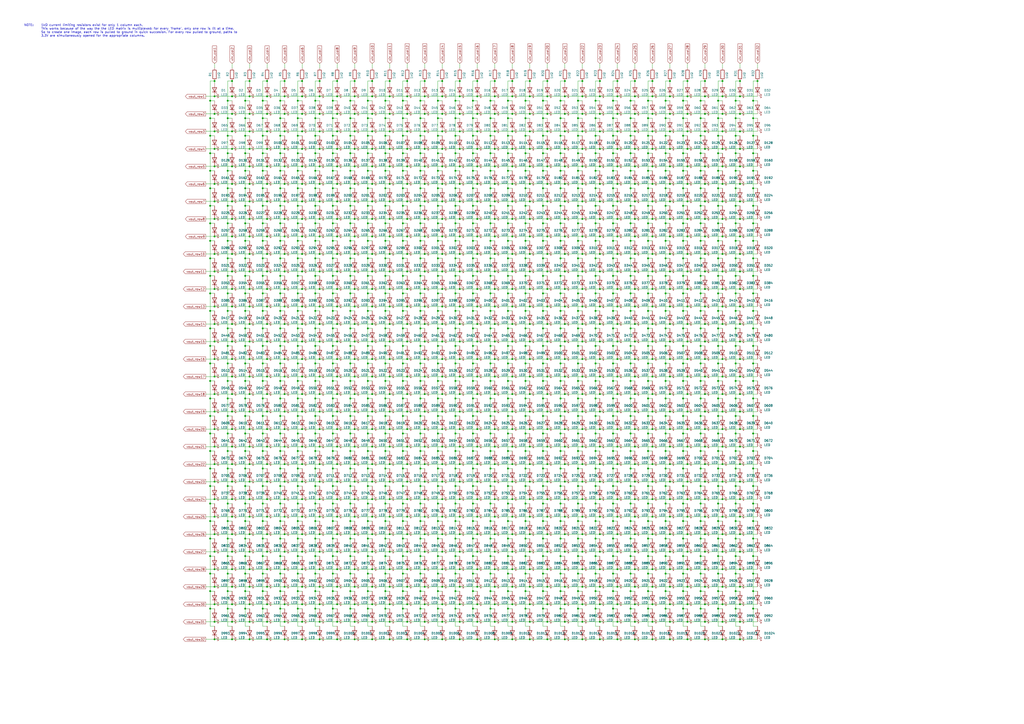
<source format=kicad_sch>
(kicad_sch (version 20211123) (generator eeschema)
  (paper "A2")
  (title_block (title "fancyGradCap_Rev2") (date "2022-01-25") (rev "1") (company "Mihir Savadi") (comment 1 "LED Matrix"))
  (lib_symbols
    (symbol "Device:LED" (pin_numbers hide) (pin_names (offset 1.016) hide)
      (property "Reference" "D" (at 0 2.54 0))
      (property "Value" "LED" (at 0 -2.54 0))
      (symbol "LED_1_1"
        (pin passive line (at -3.81 0 0) (length 2.54) (name "K") (number "1"))
        (pin passive line (at 3.81 0 180) (length 2.54) (name "A") (number "2"))
      )
    )
    (symbol "Device:R" (pin_numbers hide) (pin_names (offset 0))
      (property "Reference" "R" (at 2.032 0 90))
      (property "Value" "R" (at 0 0 90))
      (symbol "R_1_1"
        (pin passive line (at 0 3.81 270) (length 1.27) (name "~") (number "1"))
        (pin passive line (at 0 -3.81 90) (length 1.27) (name "~") (number "2"))
      )
    )
  )
  (junction (at 203.2 170.18))
  (junction (at 419.1 360.68))
  (junction (at 274.32 353.06))
  (junction (at 378.46 116.84))
  (junction (at 213.36 322.58))
  (junction (at 256.54 350.52))
  (junction (at 307.34 96.52))
  (junction (at 276.86 330.2))
  (junction (at 347.98 167.64))
  (junction (at 347.98 147.32))
  (junction (at 398.78 360.68))
  (junction (at 264.16 241.3))
  (junction (at 297.18 238.76))
  (junction (at 368.3 86.36))
  (junction (at 236.22 46.99))
  (junction (at 386.08 220.98))
  (junction (at 152.4 220.98))
  (junction (at 276.86 370.84))
  (junction (at 419.1 248.92))
  (junction (at 256.54 320.04))
  (junction (at 355.6 322.58))
  (junction (at 307.34 46.99))
  (junction (at 426.72 139.7))
  (junction (at 215.9 198.12))
  (junction (at 396.24 281.94))
  (junction (at 347.98 248.92))
  (junction (at 182.88 99.06))
  (junction (at 378.46 309.88))
  (junction (at 388.62 55.88))
  (junction (at 355.6 261.62))
  (junction (at 121.92 149.86))
  (junction (at 396.24 129.54))
  (junction (at 243.84 149.86))
  (junction (at 297.18 350.52))
  (junction (at 142.24 129.54))
  (junction (at 276.86 279.4))
  (junction (at 134.62 259.08))
  (junction (at 314.96 149.86))
  (junction (at 375.92 190.5))
  (junction (at 388.62 198.12))
  (junction (at 256.54 259.08))
  (junction (at 121.92 170.18))
  (junction (at 358.14 279.4))
  (junction (at 144.78 208.28))
  (junction (at 223.52 170.18))
  (junction (at 266.7 76.2))
  (junction (at 365.76 292.1))
  (junction (at 243.84 251.46))
  (junction (at 236.22 320.04))
  (junction (at 347.98 198.12))
  (junction (at 297.18 127))
  (junction (at 121.92 322.58))
  (junction (at 358.14 187.96))
  (junction (at 182.88 241.3))
  (junction (at 205.74 370.84))
  (junction (at 355.6 139.7))
  (junction (at 337.82 46.99))
  (junction (at 195.58 218.44))
  (junction (at 416.56 241.3))
  (junction (at 124.46 198.12))
  (junction (at 426.72 292.1))
  (junction (at 243.84 68.58))
  (junction (at 124.46 187.96))
  (junction (at 134.62 238.76))
  (junction (at 408.94 147.32))
  (junction (at 408.94 137.16))
  (junction (at 416.56 281.94))
  (junction (at 243.84 241.3))
  (junction (at 223.52 180.34))
  (junction (at 121.92 88.9))
  (junction (at 246.38 66.04))
  (junction (at 355.6 342.9))
  (junction (at 436.88 342.9))
  (junction (at 347.98 96.52))
  (junction (at 215.9 309.88))
  (junction (at 254 342.9))
  (junction (at 408.94 330.2))
  (junction (at 317.5 76.2))
  (junction (at 365.76 139.7))
  (junction (at 264.16 99.06))
  (junction (at 203.2 149.86))
  (junction (at 355.6 109.22))
  (junction (at 317.5 147.32))
  (junction (at 274.32 180.34))
  (junction (at 429.26 228.6))
  (junction (at 203.2 139.7))
  (junction (at 213.36 129.54))
  (junction (at 154.94 116.84))
  (junction (at 419.1 370.84))
  (junction (at 398.78 218.44))
  (junction (at 144.78 66.04))
  (junction (at 416.56 149.86))
  (junction (at 132.08 99.06))
  (junction (at 314.96 200.66))
  (junction (at 337.82 137.16))
  (junction (at 436.88 149.86))
  (junction (at 246.38 96.52))
  (junction (at 388.62 309.88))
  (junction (at 436.88 220.98))
  (junction (at 406.4 332.74))
  (junction (at 314.96 129.54))
  (junction (at 327.66 309.88))
  (junction (at 264.16 312.42))
  (junction (at 205.74 340.36))
  (junction (at 124.46 55.88))
  (junction (at 134.62 55.88))
  (junction (at 276.86 76.2))
  (junction (at 266.7 187.96))
  (junction (at 378.46 167.64))
  (junction (at 358.14 127))
  (junction (at 327.66 320.04))
  (junction (at 398.78 157.48))
  (junction (at 162.56 190.5))
  (junction (at 314.96 241.3))
  (junction (at 233.68 78.74))
  (junction (at 325.12 271.78))
  (junction (at 121.92 58.42))
  (junction (at 436.88 170.18))
  (junction (at 317.5 350.52))
  (junction (at 378.46 86.36))
  (junction (at 165.1 147.32))
  (junction (at 304.8 200.66))
  (junction (at 132.08 190.5))
  (junction (at 436.88 68.58))
  (junction (at 226.06 106.68))
  (junction (at 314.96 58.42))
  (junction (at 172.72 58.42))
  (junction (at 274.32 129.54))
  (junction (at 124.46 86.36))
  (junction (at 213.36 241.3))
  (junction (at 246.38 157.48))
  (junction (at 254 109.22))
  (junction (at 215.9 330.2))
  (junction (at 426.72 68.58))
  (junction (at 297.18 218.44))
  (junction (at 317.5 86.36))
  (junction (at 307.34 167.64))
  (junction (at 307.34 370.84))
  (junction (at 205.74 137.16))
  (junction (at 152.4 200.66))
  (junction (at 419.1 350.52))
  (junction (at 162.56 68.58))
  (junction (at 193.04 88.9))
  (junction (at 132.08 149.86))
  (junction (at 124.46 289.56))
  (junction (at 236.22 309.88))
  (junction (at 365.76 99.06))
  (junction (at 246.38 330.2))
  (junction (at 185.42 248.92))
  (junction (at 287.02 116.84))
  (junction (at 347.98 218.44))
  (junction (at 294.64 88.9))
  (junction (at 368.3 259.08))
  (junction (at 266.7 228.6))
  (junction (at 256.54 248.92))
  (junction (at 297.18 76.2))
  (junction (at 226.06 55.88))
  (junction (at 304.8 149.86))
  (junction (at 256.54 208.28))
  (junction (at 426.72 261.62))
  (junction (at 203.2 180.34))
  (junction (at 132.08 119.38))
  (junction (at 226.06 208.28))
  (junction (at 314.96 119.38))
  (junction (at 347.98 360.68))
  (junction (at 426.72 109.22))
  (junction (at 175.26 157.48))
  (junction (at 317.5 340.36))
  (junction (at 325.12 231.14))
  (junction (at 175.26 279.4))
  (junction (at 203.2 322.58))
  (junction (at 355.6 170.18))
  (junction (at 406.4 281.94))
  (junction (at 408.94 127))
  (junction (at 256.54 116.84))
  (junction (at 317.5 177.8))
  (junction (at 355.6 332.74))
  (junction (at 408.94 167.64))
  (junction (at 215.9 55.88))
  (junction (at 223.52 281.94))
  (junction (at 347.98 269.24))
  (junction (at 144.78 106.68))
  (junction (at 327.66 116.84))
  (junction (at 386.08 190.5))
  (junction (at 327.66 86.36))
  (junction (at 121.92 281.94))
  (junction (at 396.24 68.58))
  (junction (at 284.48 88.9))
  (junction (at 172.72 68.58))
  (junction (at 254 322.58))
  (junction (at 419.1 269.24))
  (junction (at 266.7 330.2))
  (junction (at 254 312.42))
  (junction (at 345.44 68.58))
  (junction (at 436.88 109.22))
  (junction (at 213.36 99.06))
  (junction (at 386.08 78.74))
  (junction (at 408.94 340.36))
  (junction (at 152.4 322.58))
  (junction (at 429.26 238.76))
  (junction (at 205.74 279.4))
  (junction (at 233.68 281.94))
  (junction (at 365.76 342.9))
  (junction (at 121.92 139.7))
  (junction (at 162.56 271.78))
  (junction (at 203.2 220.98))
  (junction (at 436.88 271.78))
  (junction (at 297.18 198.12))
  (junction (at 193.04 231.14))
  (junction (at 215.9 269.24))
  (junction (at 233.68 119.38))
  (junction (at 297.18 157.48))
  (junction (at 396.24 160.02))
  (junction (at 378.46 137.16))
  (junction (at 256.54 187.96))
  (junction (at 215.9 228.6))
  (junction (at 426.72 342.9))
  (junction (at 284.48 180.34))
  (junction (at 327.66 46.99))
  (junction (at 426.72 231.14))
  (junction (at 162.56 353.06))
  (junction (at 193.04 68.58))
  (junction (at 264.16 353.06))
  (junction (at 419.1 147.32))
  (junction (at 144.78 127))
  (junction (at 144.78 309.88))
  (junction (at 264.16 180.34))
  (junction (at 375.92 78.74))
  (junction (at 365.76 281.94))
  (junction (at 233.68 99.06))
  (junction (at 398.78 370.84))
  (junction (at 337.82 177.8))
  (junction (at 144.78 238.76))
  (junction (at 345.44 312.42))
  (junction (at 154.94 76.2))
  (junction (at 195.58 279.4))
  (junction (at 213.36 180.34))
  (junction (at 254 231.14))
  (junction (at 203.2 342.9))
  (junction (at 134.62 248.92))
  (junction (at 152.4 302.26))
  (junction (at 144.78 259.08))
  (junction (at 396.24 322.58))
  (junction (at 134.62 187.96))
  (junction (at 185.42 330.2))
  (junction (at 378.46 218.44))
  (junction (at 182.88 88.9))
  (junction (at 195.58 127))
  (junction (at 386.08 251.46))
  (junction (at 172.72 88.9))
  (junction (at 233.68 312.42))
  (junction (at 154.94 167.64))
  (junction (at 284.48 332.74))
  (junction (at 355.6 271.78))
  (junction (at 335.28 109.22))
  (junction (at 276.86 299.72))
  (junction (at 426.72 210.82))
  (junction (at 195.58 46.99))
  (junction (at 335.28 78.74))
  (junction (at 182.88 302.26))
  (junction (at 398.78 238.76))
  (junction (at 436.88 281.94))
  (junction (at 142.24 332.74))
  (junction (at 246.38 46.99))
  (junction (at 193.04 241.3))
  (junction (at 276.86 208.28))
  (junction (at 335.28 281.94))
  (junction (at 398.78 177.8))
  (junction (at 386.08 200.66))
  (junction (at 297.18 96.52))
  (junction (at 314.96 302.26))
  (junction (at 368.3 360.68))
  (junction (at 175.26 147.32))
  (junction (at 185.42 218.44))
  (junction (at 314.96 99.06))
  (junction (at 368.3 167.64))
  (junction (at 307.34 228.6))
  (junction (at 304.8 210.82))
  (junction (at 327.66 177.8))
  (junction (at 274.32 342.9))
  (junction (at 335.28 332.74))
  (junction (at 386.08 109.22))
  (junction (at 152.4 332.74))
  (junction (at 294.64 342.9))
  (junction (at 426.72 271.78))
  (junction (at 274.32 170.18))
  (junction (at 154.94 360.68))
  (junction (at 325.12 160.02))
  (junction (at 223.52 99.06))
  (junction (at 325.12 170.18))
  (junction (at 436.88 322.58))
  (junction (at 182.88 200.66))
  (junction (at 185.42 238.76))
  (junction (at 193.04 180.34))
  (junction (at 345.44 109.22))
  (junction (at 165.1 238.76))
  (junction (at 185.42 269.24))
  (junction (at 325.12 241.3))
  (junction (at 193.04 129.54))
  (junction (at 154.94 350.52))
  (junction (at 408.94 208.28))
  (junction (at 226.06 86.36))
  (junction (at 436.88 353.06))
  (junction (at 195.58 208.28))
  (junction (at 378.46 279.4))
  (junction (at 317.5 66.04))
  (junction (at 243.84 312.42))
  (junction (at 347.98 116.84))
  (junction (at 337.82 147.32))
  (junction (at 223.52 119.38))
  (junction (at 195.58 147.32))
  (junction (at 213.36 312.42))
  (junction (at 345.44 119.38))
  (junction (at 408.94 259.08))
  (junction (at 195.58 177.8))
  (junction (at 215.9 167.64))
  (junction (at 172.72 180.34))
  (junction (at 419.1 309.88))
  (junction (at 337.82 269.24))
  (junction (at 264.16 281.94))
  (junction (at 325.12 322.58))
  (junction (at 213.36 251.46))
  (junction (at 416.56 68.58))
  (junction (at 304.8 68.58))
  (junction (at 215.9 350.52))
  (junction (at 378.46 370.84))
  (junction (at 124.46 340.36))
  (junction (at 396.24 119.38))
  (junction (at 195.58 350.52))
  (junction (at 256.54 46.99))
  (junction (at 246.38 218.44))
  (junction (at 304.8 271.78))
  (junction (at 335.28 302.26))
  (junction (at 152.4 190.5))
  (junction (at 175.26 299.72))
  (junction (at 236.22 157.48))
  (junction (at 243.84 160.02))
  (junction (at 287.02 238.76))
  (junction (at 416.56 261.62))
  (junction (at 297.18 330.2))
  (junction (at 307.34 76.2))
  (junction (at 215.9 279.4))
  (junction (at 121.92 302.26))
  (junction (at 388.62 76.2))
  (junction (at 406.4 292.1))
  (junction (at 205.74 157.48))
  (junction (at 142.24 281.94))
  (junction (at 314.96 210.82))
  (junction (at 396.24 241.3))
  (junction (at 254 68.58))
  (junction (at 266.7 96.52))
  (junction (at 165.1 340.36))
  (junction (at 294.64 58.42))
  (junction (at 307.34 198.12))
  (junction (at 233.68 322.58))
  (junction (at 314.96 342.9))
  (junction (at 337.82 228.6))
  (junction (at 276.86 340.36))
  (junction (at 429.26 208.28))
  (junction (at 355.6 210.82))
  (junction (at 124.46 370.84))
  (junction (at 121.92 241.3))
  (junction (at 121.92 129.54))
  (junction (at 368.3 46.99))
  (junction (at 162.56 312.42))
  (junction (at 304.8 180.34))
  (junction (at 195.58 106.68))
  (junction (at 193.04 170.18))
  (junction (at 375.92 271.78))
  (junction (at 175.26 55.88))
  (junction (at 154.94 96.52))
  (junction (at 195.58 66.04))
  (junction (at 256.54 76.2))
  (junction (at 307.34 259.08))
  (junction (at 162.56 302.26))
  (junction (at 124.46 320.04))
  (junction (at 419.1 177.8))
  (junction (at 287.02 309.88))
  (junction (at 266.7 157.48))
  (junction (at 266.7 137.16))
  (junction (at 388.62 228.6))
  (junction (at 205.74 116.84))
  (junction (at 276.86 198.12))
  (junction (at 304.8 281.94))
  (junction (at 337.82 360.68))
  (junction (at 337.82 116.84))
  (junction (at 419.1 218.44))
  (junction (at 327.66 55.88))
  (junction (at 223.52 241.3))
  (junction (at 297.18 55.88))
  (junction (at 144.78 177.8))
  (junction (at 152.4 58.42))
  (junction (at 325.12 58.42))
  (junction (at 205.74 106.68))
  (junction (at 317.5 157.48))
  (junction (at 236.22 187.96))
  (junction (at 388.62 157.48))
  (junction (at 193.04 149.86))
  (junction (at 335.28 190.5))
  (junction (at 134.62 228.6))
  (junction (at 274.32 119.38))
  (junction (at 185.42 279.4))
  (junction (at 365.76 160.02))
  (junction (at 337.82 370.84))
  (junction (at 134.62 340.36))
  (junction (at 419.1 299.72))
  (junction (at 368.3 289.56))
  (junction (at 233.68 332.74))
  (junction (at 182.88 180.34))
  (junction (at 368.3 330.2))
  (junction (at 378.46 320.04))
  (junction (at 175.26 86.36))
  (junction (at 284.48 241.3))
  (junction (at 182.88 170.18))
  (junction (at 175.26 350.52))
  (junction (at 182.88 342.9))
  (junction (at 144.78 228.6))
  (junction (at 358.14 340.36))
  (junction (at 398.78 279.4))
  (junction (at 243.84 210.82))
  (junction (at 325.12 200.66))
  (junction (at 426.72 302.26))
  (junction (at 335.28 210.82))
  (junction (at 406.4 302.26))
  (junction (at 284.48 210.82))
  (junction (at 215.9 106.68))
  (junction (at 307.34 320.04))
  (junction (at 327.66 147.32))
  (junction (at 368.3 279.4))
  (junction (at 426.72 220.98))
  (junction (at 266.7 106.68))
  (junction (at 408.94 360.68))
  (junction (at 375.92 322.58))
  (junction (at 426.72 149.86))
  (junction (at 388.62 96.52))
  (junction (at 327.66 350.52))
  (junction (at 233.68 292.1))
  (junction (at 426.72 241.3))
  (junction (at 284.48 58.42))
  (junction (at 436.88 251.46))
  (junction (at 203.2 88.9))
  (junction (at 436.88 99.06))
  (junction (at 213.36 78.74))
  (junction (at 165.1 127))
  (junction (at 337.82 86.36))
  (junction (at 276.86 96.52))
  (junction (at 297.18 269.24))
  (junction (at 307.34 350.52))
  (junction (at 398.78 340.36))
  (junction (at 307.34 116.84))
  (junction (at 162.56 251.46))
  (junction (at 365.76 78.74))
  (junction (at 327.66 370.84))
  (junction (at 388.62 106.68))
  (junction (at 193.04 281.94))
  (junction (at 226.06 350.52))
  (junction (at 365.76 119.38))
  (junction (at 368.3 147.32))
  (junction (at 266.7 167.64))
  (junction (at 355.6 241.3))
  (junction (at 337.82 238.76))
  (junction (at 144.78 76.2))
  (junction (at 165.1 55.88))
  (junction (at 378.46 208.28))
  (junction (at 256.54 86.36))
  (junction (at 388.62 360.68))
  (junction (at 304.8 322.58))
  (junction (at 182.88 160.02))
  (junction (at 426.72 119.38))
  (junction (at 175.26 259.08))
  (junction (at 134.62 96.52))
  (junction (at 243.84 88.9))
  (junction (at 325.12 220.98))
  (junction (at 144.78 218.44))
  (junction (at 327.66 96.52))
  (junction (at 406.4 180.34))
  (junction (at 287.02 198.12))
  (junction (at 195.58 370.84))
  (junction (at 314.96 292.1))
  (junction (at 327.66 360.68))
  (junction (at 134.62 198.12))
  (junction (at 378.46 55.88))
  (junction (at 243.84 139.7))
  (junction (at 297.18 360.68))
  (junction (at 375.92 119.38))
  (junction (at 205.74 177.8))
  (junction (at 233.68 302.26))
  (junction (at 223.52 200.66))
  (junction (at 307.34 218.44))
  (junction (at 185.42 299.72))
  (junction (at 134.62 66.04))
  (junction (at 132.08 88.9))
  (junction (at 347.98 350.52))
  (junction (at 294.64 160.02))
  (junction (at 335.28 322.58))
  (junction (at 226.06 66.04))
  (junction (at 416.56 322.58))
  (junction (at 406.4 251.46))
  (junction (at 406.4 68.58))
  (junction (at 132.08 210.82))
  (junction (at 233.68 180.34))
  (junction (at 215.9 66.04))
  (junction (at 233.68 88.9))
  (junction (at 347.98 177.8))
  (junction (at 294.64 180.34))
  (junction (at 388.62 370.84))
  (junction (at 294.64 99.06))
  (junction (at 284.48 292.1))
  (junction (at 142.24 109.22))
  (junction (at 193.04 353.06))
  (junction (at 337.82 127))
  (junction (at 297.18 66.04))
  (junction (at 426.72 88.9))
  (junction (at 213.36 58.42))
  (junction (at 287.02 360.68))
  (junction (at 419.1 198.12))
  (junction (at 345.44 251.46))
  (junction (at 203.2 312.42))
  (junction (at 142.24 160.02))
  (junction (at 142.24 99.06))
  (junction (at 142.24 292.1))
  (junction (at 152.4 180.34))
  (junction (at 182.88 119.38))
  (junction (at 246.38 309.88))
  (junction (at 154.94 238.76))
  (junction (at 358.14 350.52))
  (junction (at 226.06 248.92))
  (junction (at 124.46 309.88))
  (junction (at 284.48 220.98))
  (junction (at 124.46 228.6))
  (junction (at 355.6 180.34))
  (junction (at 347.98 46.99))
  (junction (at 246.38 76.2))
  (junction (at 307.34 238.76))
  (junction (at 368.3 228.6))
  (junction (at 243.84 261.62))
  (junction (at 416.56 231.14))
  (junction (at 284.48 322.58))
  (junction (at 223.52 160.02))
  (junction (at 337.82 309.88))
  (junction (at 195.58 55.88))
  (junction (at 205.74 167.64))
  (junction (at 215.9 320.04))
  (junction (at 165.1 86.36))
  (junction (at 215.9 86.36))
  (junction (at 215.9 238.76))
  (junction (at 398.78 167.64))
  (junction (at 345.44 220.98))
  (junction (at 287.02 218.44))
  (junction (at 162.56 322.58))
  (junction (at 264.16 322.58))
  (junction (at 134.62 309.88))
  (junction (at 185.42 86.36))
  (junction (at 335.28 160.02))
  (junction (at 355.6 160.02))
  (junction (at 276.86 309.88))
  (junction (at 132.08 129.54))
  (junction (at 213.36 292.1))
  (junction (at 144.78 96.52))
  (junction (at 165.1 259.08))
  (junction (at 124.46 96.52))
  (junction (at 254 99.06))
  (junction (at 368.3 76.2))
  (junction (at 236.22 106.68))
  (junction (at 386.08 292.1))
  (junction (at 408.94 370.84))
  (junction (at 365.76 353.06))
  (junction (at 408.94 116.84))
  (junction (at 368.3 269.24))
  (junction (at 355.6 119.38))
  (junction (at 287.02 137.16))
  (junction (at 172.72 281.94))
  (junction (at 304.8 231.14))
  (junction (at 436.88 312.42))
  (junction (at 215.9 259.08))
  (junction (at 327.66 66.04))
  (junction (at 284.48 342.9))
  (junction (at 419.1 340.36))
  (junction (at 142.24 78.74))
  (junction (at 398.78 76.2))
  (junction (at 378.46 269.24))
  (junction (at 294.64 281.94))
  (junction (at 284.48 68.58))
  (junction (at 429.26 248.92))
  (junction (at 233.68 210.82))
  (junction (at 165.1 198.12))
  (junction (at 185.42 370.84))
  (junction (at 355.6 99.06))
  (junction (at 345.44 332.74))
  (junction (at 124.46 279.4))
  (junction (at 335.28 292.1))
  (junction (at 246.38 187.96))
  (junction (at 396.24 312.42))
  (junction (at 226.06 127))
  (junction (at 304.8 353.06))
  (junction (at 396.24 99.06))
  (junction (at 408.94 320.04))
  (junction (at 398.78 116.84))
  (junction (at 378.46 147.32))
  (junction (at 144.78 137.16))
  (junction (at 347.98 137.16))
  (junction (at 358.14 167.64))
  (junction (at 182.88 190.5))
  (junction (at 408.94 96.52))
  (junction (at 276.86 66.04))
  (junction (at 365.76 220.98))
  (junction (at 345.44 190.5))
  (junction (at 337.82 157.48))
  (junction (at 388.62 248.92))
  (junction (at 266.7 116.84))
  (junction (at 193.04 292.1))
  (junction (at 347.98 66.04))
  (junction (at 256.54 167.64))
  (junction (at 368.3 157.48))
  (junction (at 254 200.66))
  (junction (at 327.66 127))
  (junction (at 182.88 149.86))
  (junction (at 193.04 302.26))
  (junction (at 337.82 279.4))
  (junction (at 144.78 289.56))
  (junction (at 254 281.94))
  (junction (at 429.26 96.52))
  (junction (at 398.78 208.28))
  (junction (at 304.8 78.74))
  (junction (at 276.86 157.48))
  (junction (at 386.08 139.7))
  (junction (at 213.36 271.78))
  (junction (at 287.02 66.04))
  (junction (at 193.04 78.74))
  (junction (at 345.44 261.62))
  (junction (at 124.46 167.64))
  (junction (at 408.94 106.68))
  (junction (at 243.84 99.06))
  (junction (at 345.44 231.14))
  (junction (at 223.52 271.78))
  (junction (at 294.64 271.78))
  (junction (at 386.08 231.14))
  (junction (at 297.18 259.08))
  (junction (at 236.22 76.2))
  (junction (at 226.06 228.6))
  (junction (at 203.2 58.42))
  (junction (at 144.78 350.52))
  (junction (at 213.36 332.74))
  (junction (at 297.18 46.99))
  (junction (at 398.78 330.2))
  (junction (at 165.1 248.92))
  (junction (at 386.08 99.06))
  (junction (at 386.08 241.3))
  (junction (at 256.54 330.2))
  (junction (at 213.36 160.02))
  (junction (at 193.04 312.42))
  (junction (at 132.08 241.3))
  (junction (at 398.78 259.08))
  (junction (at 175.26 106.68))
  (junction (at 236.22 218.44))
  (junction (at 347.98 320.04))
  (junction (at 429.26 218.44))
  (junction (at 274.32 78.74))
  (junction (at 386.08 302.26))
  (junction (at 162.56 220.98))
  (junction (at 205.74 86.36))
  (junction (at 144.78 147.32))
  (junction (at 256.54 147.32))
  (junction (at 154.94 208.28))
  (junction (at 132.08 261.62))
  (junction (at 378.46 360.68))
  (junction (at 398.78 147.32))
  (junction (at 325.12 332.74))
  (junction (at 195.58 360.68))
  (junction (at 325.12 190.5))
  (junction (at 365.76 312.42))
  (junction (at 264.16 292.1))
  (junction (at 419.1 208.28))
  (junction (at 335.28 353.06))
  (junction (at 284.48 302.26))
  (junction (at 294.64 353.06))
  (junction (at 226.06 147.32))
  (junction (at 162.56 231.14))
  (junction (at 375.92 220.98))
  (junction (at 426.72 58.42))
  (junction (at 134.62 269.24))
  (junction (at 256.54 360.68))
  (junction (at 317.5 198.12))
  (junction (at 182.88 332.74))
  (junction (at 284.48 170.18))
  (junction (at 205.74 299.72))
  (junction (at 264.16 220.98))
  (junction (at 335.28 129.54))
  (junction (at 406.4 78.74))
  (junction (at 266.7 299.72))
  (junction (at 264.16 261.62))
  (junction (at 365.76 241.3))
  (junction (at 182.88 109.22))
  (junction (at 223.52 149.86))
  (junction (at 398.78 269.24))
  (junction (at 121.92 68.58))
  (junction (at 355.6 292.1))
  (junction (at 203.2 160.02))
  (junction (at 436.88 292.1))
  (junction (at 175.26 370.84))
  (junction (at 426.72 129.54))
  (junction (at 398.78 350.52))
  (junction (at 134.62 167.64))
  (junction (at 396.24 200.66))
  (junction (at 124.46 238.76))
  (junction (at 375.92 261.62))
  (junction (at 266.7 370.84))
  (junction (at 266.7 46.99))
  (junction (at 121.92 292.1))
  (junction (at 416.56 119.38))
  (junction (at 355.6 251.46))
  (junction (at 254 292.1))
  (junction (at 386.08 210.82))
  (junction (at 236.22 279.4))
  (junction (at 274.32 261.62))
  (junction (at 236.22 147.32))
  (junction (at 284.48 261.62))
  (junction (at 426.72 180.34))
  (junction (at 152.4 353.06))
  (junction (at 132.08 231.14))
  (junction (at 307.34 147.32))
  (junction (at 165.1 228.6))
  (junction (at 142.24 353.06))
  (junction (at 304.8 160.02))
  (junction (at 426.72 332.74))
  (junction (at 162.56 292.1))
  (junction (at 345.44 200.66))
  (junction (at 256.54 96.52))
  (junction (at 386.08 170.18))
  (junction (at 195.58 269.24))
  (junction (at 246.38 350.52))
  (junction (at 396.24 78.74))
  (junction (at 294.64 332.74))
  (junction (at 429.26 177.8))
  (junction (at 337.82 187.96))
  (junction (at 396.24 251.46))
  (junction (at 406.4 139.7))
  (junction (at 378.46 238.76))
  (junction (at 337.82 106.68))
  (junction (at 142.24 88.9))
  (junction (at 378.46 350.52))
  (junction (at 304.8 251.46))
  (junction (at 256.54 340.36))
  (junction (at 142.24 119.38))
  (junction (at 264.16 58.42))
  (junction (at 337.82 259.08))
  (junction (at 226.06 218.44))
  (junction (at 215.9 116.84))
  (junction (at 388.62 187.96))
  (junction (at 256.54 289.56))
  (junction (at 154.94 137.16))
  (junction (at 408.94 218.44))
  (junction (at 175.26 289.56))
  (junction (at 152.4 160.02))
  (junction (at 203.2 231.14))
  (junction (at 243.84 58.42))
  (junction (at 429.26 320.04))
  (junction (at 358.14 269.24))
  (junction (at 419.1 238.76))
  (junction (at 419.1 46.99))
  (junction (at 297.18 116.84))
  (junction (at 223.52 302.26))
  (junction (at 233.68 58.42))
  (junction (at 226.06 96.52))
  (junction (at 297.18 279.4))
  (junction (at 276.86 86.36))
  (junction (at 304.8 292.1))
  (junction (at 429.26 157.48))
  (junction (at 213.36 261.62))
  (junction (at 256.54 218.44))
  (junction (at 185.42 177.8))
  (junction (at 317.5 187.96))
  (junction (at 325.12 312.42))
  (junction (at 254 180.34))
  (junction (at 327.66 299.72))
  (junction (at 287.02 76.2))
  (junction (at 284.48 353.06))
  (junction (at 294.64 231.14))
  (junction (at 287.02 106.68))
  (junction (at 294.64 68.58))
  (junction (at 358.14 289.56))
  (junction (at 406.4 210.82))
  (junction (at 406.4 342.9))
  (junction (at 172.72 109.22))
  (junction (at 226.06 289.56))
  (junction (at 358.14 46.99))
  (junction (at 419.1 167.64))
  (junction (at 124.46 106.68))
  (junction (at 154.94 106.68))
  (junction (at 426.72 322.58))
  (junction (at 213.36 88.9))
  (junction (at 243.84 353.06))
  (junction (at 124.46 208.28))
  (junction (at 203.2 261.62))
  (junction (at 388.62 127))
  (junction (at 416.56 200.66))
  (junction (at 264.16 78.74))
  (junction (at 195.58 330.2))
  (junction (at 304.8 220.98))
  (junction (at 284.48 78.74))
  (junction (at 345.44 281.94))
  (junction (at 307.34 309.88))
  (junction (at 172.72 353.06))
  (junction (at 314.96 68.58))
  (junction (at 142.24 322.58))
  (junction (at 327.66 340.36))
  (junction (at 165.1 370.84))
  (junction (at 287.02 269.24))
  (junction (at 388.62 177.8))
  (junction (at 406.4 220.98))
  (junction (at 304.8 170.18))
  (junction (at 205.74 350.52))
  (junction (at 386.08 160.02))
  (junction (at 236.22 208.28))
  (junction (at 142.24 342.9))
  (junction (at 276.86 55.88))
  (junction (at 388.62 116.84))
  (junction (at 162.56 210.82))
  (junction (at 185.42 360.68))
  (junction (at 297.18 248.92))
  (junction (at 154.94 248.92))
  (junction (at 304.8 332.74))
  (junction (at 134.62 350.52))
  (junction (at 386.08 281.94))
  (junction (at 233.68 342.9))
  (junction (at 355.6 149.86))
  (junction (at 317.5 106.68))
  (junction (at 223.52 220.98))
  (junction (at 325.12 302.26))
  (junction (at 233.68 190.5))
  (junction (at 436.88 190.5))
  (junction (at 337.82 198.12))
  (junction (at 287.02 259.08))
  (junction (at 304.8 88.9))
  (junction (at 254 170.18))
  (junction (at 416.56 210.82))
  (junction (at 274.32 231.14))
  (junction (at 307.34 177.8))
  (junction (at 276.86 360.68))
  (junction (at 304.8 119.38))
  (junction (at 162.56 281.94))
  (junction (at 165.1 330.2))
  (junction (at 314.96 109.22))
  (junction (at 165.1 137.16))
  (junction (at 246.38 86.36))
  (junction (at 398.78 187.96))
  (junction (at 375.92 139.7))
  (junction (at 274.32 241.3))
  (junction (at 307.34 86.36))
  (junction (at 429.26 46.99))
  (junction (at 386.08 261.62))
  (junction (at 408.94 76.2))
  (junction (at 406.4 149.86))
  (junction (at 314.96 170.18))
  (junction (at 416.56 342.9))
  (junction (at 297.18 86.36))
  (junction (at 406.4 58.42))
  (junction (at 182.88 129.54))
  (junction (at 165.1 350.52))
  (junction (at 287.02 289.56))
  (junction (at 124.46 350.52))
  (junction (at 144.78 320.04))
  (junction (at 152.4 68.58))
  (junction (at 193.04 58.42))
  (junction (at 398.78 66.04))
  (junction (at 426.72 160.02))
  (junction (at 124.46 46.99))
  (junction (at 266.7 177.8))
  (junction (at 254 78.74))
  (junction (at 416.56 180.34))
  (junction (at 347.98 127))
  (junction (at 398.78 228.6))
  (junction (at 134.62 116.84))
  (junction (at 358.14 116.84))
  (junction (at 144.78 299.72))
  (junction (at 276.86 238.76))
  (junction (at 203.2 190.5))
  (junction (at 388.62 259.08))
  (junction (at 152.4 139.7))
  (junction (at 358.14 218.44))
  (junction (at 172.72 139.7))
  (junction (at 124.46 259.08))
  (junction (at 297.18 309.88))
  (junction (at 355.6 78.74))
  (junction (at 375.92 302.26))
  (junction (at 193.04 322.58))
  (junction (at 154.94 66.04))
  (junction (at 375.92 281.94))
  (junction (at 203.2 241.3))
  (junction (at 307.34 106.68))
  (junction (at 152.4 78.74))
  (junction (at 317.5 330.2))
  (junction (at 154.94 259.08))
  (junction (at 327.66 187.96))
  (junction (at 368.3 116.84))
  (junction (at 419.1 116.84))
  (junction (at 276.86 289.56))
  (junction (at 233.68 200.66))
  (junction (at 406.4 119.38))
  (junction (at 226.06 177.8))
  (junction (at 314.96 332.74))
  (junction (at 154.94 299.72))
  (junction (at 172.72 292.1))
  (junction (at 154.94 55.88))
  (junction (at 297.18 187.96))
  (junction (at 396.24 271.78))
  (junction (at 398.78 137.16))
  (junction (at 124.46 137.16))
  (junction (at 368.3 370.84))
  (junction (at 416.56 78.74))
  (junction (at 266.7 350.52))
  (junction (at 358.14 228.6))
  (junction (at 243.84 231.14))
  (junction (at 294.64 261.62))
  (junction (at 121.92 312.42))
  (junction (at 236.22 238.76))
  (junction (at 193.04 342.9))
  (junction (at 317.5 299.72))
  (junction (at 317.5 167.64))
  (junction (at 429.26 116.84))
  (junction (at 144.78 269.24))
  (junction (at 172.72 160.02))
  (junction (at 213.36 68.58))
  (junction (at 266.7 248.92))
  (junction (at 172.72 241.3))
  (junction (at 375.92 170.18))
  (junction (at 294.64 119.38))
  (junction (at 368.3 218.44))
  (junction (at 175.26 116.84))
  (junction (at 193.04 271.78))
  (junction (at 213.36 281.94))
  (junction (at 347.98 370.84))
  (junction (at 317.5 228.6))
  (junction (at 347.98 289.56))
  (junction (at 223.52 68.58))
  (junction (at 284.48 190.5))
  (junction (at 134.62 127))
  (junction (at 274.32 312.42))
  (junction (at 388.62 330.2))
  (junction (at 256.54 137.16))
  (junction (at 398.78 320.04))
  (junction (at 365.76 332.74))
  (junction (at 205.74 269.24))
  (junction (at 254 58.42))
  (junction (at 236.22 248.92))
  (junction (at 429.26 360.68))
  (junction (at 154.94 157.48))
  (junction (at 154.94 340.36))
  (junction (at 274.32 281.94))
  (junction (at 246.38 116.84))
  (junction (at 419.1 96.52))
  (junction (at 121.92 353.06))
  (junction (at 256.54 198.12))
  (junction (at 152.4 271.78))
  (junction (at 408.94 187.96))
  (junction (at 345.44 271.78))
  (junction (at 358.14 55.88))
  (junction (at 398.78 86.36))
  (junction (at 182.88 78.74))
  (junction (at 429.26 299.72))
  (junction (at 195.58 238.76))
  (junction (at 162.56 332.74))
  (junction (at 406.4 88.9))
  (junction (at 419.1 86.36))
  (junction (at 254 149.86))
  (junction (at 358.14 96.52))
  (junction (at 358.14 360.68))
  (junction (at 416.56 190.5))
  (junction (at 375.92 210.82))
  (junction (at 345.44 149.86))
  (junction (at 317.5 259.08))
  (junction (at 264.16 190.5))
  (junction (at 337.82 208.28))
  (junction (at 335.28 88.9))
  (junction (at 386.08 129.54))
  (junction (at 294.64 139.7))
  (junction (at 347.98 187.96))
  (junction (at 233.68 220.98))
  (junction (at 426.72 200.66))
  (junction (at 185.42 309.88))
  (junction (at 266.7 309.88))
  (junction (at 236.22 228.6))
  (junction (at 335.28 241.3))
  (junction (at 335.28 312.42))
  (junction (at 132.08 353.06))
  (junction (at 388.62 208.28))
  (junction (at 274.32 251.46))
  (junction (at 307.34 330.2))
  (junction (at 124.46 177.8))
  (junction (at 266.7 259.08))
  (junction (at 314.96 312.42))
  (junction (at 264.16 231.14))
  (junction (at 294.64 78.74))
  (junction (at 406.4 109.22))
  (junction (at 274.32 292.1))
  (junction (at 226.06 76.2))
  (junction (at 378.46 289.56))
  (junction (at 358.14 76.2))
  (junction (at 254 353.06))
  (junction (at 175.26 167.64))
  (junction (at 335.28 180.34))
  (junction (at 233.68 109.22))
  (junction (at 307.34 157.48))
  (junction (at 121.92 160.02))
  (junction (at 398.78 248.92))
  (junction (at 327.66 248.92))
  (junction (at 182.88 312.42))
  (junction (at 182.88 68.58))
  (junction (at 223.52 210.82))
  (junction (at 236.22 96.52))
  (junction (at 246.38 167.64))
  (junction (at 345.44 180.34))
  (junction (at 195.58 320.04))
  (junction (at 132.08 68.58))
  (junction (at 284.48 281.94))
  (junction (at 317.5 269.24))
  (junction (at 386.08 88.9))
  (junction (at 388.62 289.56))
  (junction (at 307.34 299.72))
  (junction (at 182.88 271.78))
  (junction (at 152.4 312.42))
  (junction (at 226.06 340.36))
  (junction (at 337.82 248.92))
  (junction (at 386.08 322.58))
  (junction (at 287.02 96.52))
  (junction (at 378.46 46.99))
  (junction (at 162.56 241.3))
  (junction (at 378.46 66.04))
  (junction (at 375.92 292.1))
  (junction (at 396.24 292.1))
  (junction (at 429.26 147.32))
  (junction (at 142.24 271.78))
  (junction (at 365.76 149.86))
  (junction (at 388.62 279.4))
  (junction (at 327.66 228.6))
  (junction (at 325.12 149.86))
  (junction (at 185.42 147.32))
  (junction (at 121.92 231.14))
  (junction (at 347.98 55.88))
  (junction (at 396.24 190.5))
  (junction (at 287.02 167.64))
  (junction (at 182.88 220.98))
  (junction (at 419.1 289.56))
  (junction (at 203.2 302.26))
  (junction (at 317.5 137.16))
  (junction (at 203.2 129.54))
  (junction (at 408.94 309.88))
  (junction (at 205.74 66.04))
  (junction (at 314.96 251.46))
  (junction (at 203.2 281.94))
  (junction (at 314.96 139.7))
  (junction (at 325.12 109.22))
  (junction (at 345.44 302.26))
  (junction (at 236.22 198.12))
  (junction (at 284.48 149.86))
  (junction (at 304.8 129.54))
  (junction (at 175.26 360.68))
  (junction (at 254 88.9))
  (junction (at 388.62 299.72))
  (junction (at 134.62 330.2))
  (junction (at 274.32 220.98))
  (junction (at 236.22 127))
  (junction (at 266.7 289.56))
  (junction (at 284.48 251.46))
  (junction (at 388.62 86.36))
  (junction (at 287.02 55.88))
  (junction (at 297.18 177.8))
  (junction (at 314.96 261.62))
  (junction (at 378.46 157.48))
  (junction (at 193.04 99.06))
  (junction (at 213.36 353.06))
  (junction (at 193.04 261.62))
  (junction (at 266.7 279.4))
  (junction (at 226.06 370.84))
  (junction (at 132.08 109.22))
  (junction (at 246.38 208.28))
  (junction (at 287.02 279.4))
  (junction (at 375.92 149.86))
  (junction (at 223.52 58.42))
  (junction (at 365.76 210.82))
  (junction (at 408.94 66.04))
  (junction (at 314.96 78.74))
  (junction (at 215.9 187.96))
  (junction (at 375.92 160.02))
  (junction (at 142.24 231.14))
  (junction (at 172.72 251.46))
  (junction (at 254 160.02))
  (junction (at 185.42 259.08))
  (junction (at 165.1 106.68))
  (junction (at 162.56 139.7))
  (junction (at 185.42 76.2))
  (junction (at 165.1 167.64))
  (junction (at 246.38 248.92))
  (junction (at 182.88 281.94))
  (junction (at 195.58 228.6))
  (junction (at 337.82 350.52))
  (junction (at 274.32 149.86))
  (junction (at 276.86 248.92))
  (junction (at 378.46 76.2))
  (junction (at 172.72 271.78))
  (junction (at 233.68 353.06))
  (junction (at 368.3 187.96))
  (junction (at 185.42 46.99))
  (junction (at 213.36 149.86))
  (junction (at 233.68 170.18))
  (junction (at 264.16 210.82))
  (junction (at 398.78 299.72))
  (junction (at 182.88 139.7))
  (junction (at 398.78 127))
  (junction (at 287.02 248.92))
  (junction (at 264.16 129.54))
  (junction (at 355.6 281.94))
  (junction (at 368.3 137.16))
  (junction (at 287.02 299.72))
  (junction (at 436.88 139.7))
  (junction (at 317.5 320.04))
  (junction (at 406.4 353.06))
  (junction (at 203.2 271.78))
  (junction (at 375.92 200.66))
  (junction (at 429.26 187.96))
  (junction (at 243.84 200.66))
  (junction (at 276.86 228.6))
  (junction (at 386.08 312.42))
  (junction (at 226.06 259.08))
  (junction (at 243.84 292.1))
  (junction (at 276.86 167.64))
  (junction (at 243.84 119.38))
  (junction (at 416.56 332.74))
  (junction (at 416.56 312.42))
  (junction (at 337.82 320.04))
  (junction (at 205.74 289.56))
  (junction (at 213.36 170.18))
  (junction (at 121.92 261.62))
  (junction (at 142.24 302.26))
  (junction (at 172.72 78.74))
  (junction (at 396.24 353.06))
  (junction (at 335.28 99.06))
  (junction (at 223.52 261.62))
  (junction (at 345.44 129.54))
  (junction (at 436.88 88.9))
  (junction (at 246.38 198.12))
  (junction (at 325.12 353.06))
  (junction (at 429.26 340.36))
  (junction (at 165.1 360.68))
  (junction (at 314.96 190.5))
  (junction (at 144.78 167.64))
  (junction (at 165.1 299.72))
  (junction (at 378.46 330.2))
  (junction (at 154.94 86.36))
  (junction (at 297.18 147.32))
  (junction (at 416.56 139.7))
  (junction (at 233.68 231.14))
  (junction (at 243.84 302.26))
  (junction (at 436.88 241.3))
  (junction (at 406.4 271.78))
  (junction (at 223.52 78.74))
  (junction (at 236.22 177.8))
  (junction (at 203.2 210.82))
  (junction (at 162.56 160.02))
  (junction (at 416.56 99.06))
  (junction (at 124.46 360.68))
  (junction (at 294.64 322.58))
  (junction (at 203.2 332.74))
  (junction (at 175.26 309.88))
  (junction (at 243.84 190.5))
  (junction (at 294.64 251.46))
  (junction (at 185.42 208.28))
  (junction (at 345.44 210.82))
  (junction (at 396.24 220.98))
  (junction (at 276.86 46.99))
  (junction (at 266.7 269.24))
  (junction (at 266.7 320.04))
  (junction (at 134.62 46.99))
  (junction (at 408.94 198.12))
  (junction (at 274.32 68.58))
  (junction (at 223.52 312.42))
  (junction (at 175.26 340.36))
  (junction (at 335.28 170.18))
  (junction (at 287.02 208.28))
  (junction (at 142.24 210.82))
  (junction (at 223.52 353.06))
  (junction (at 276.86 137.16))
  (junction (at 416.56 170.18))
  (junction (at 162.56 119.38))
  (junction (at 287.02 228.6))
  (junction (at 205.74 228.6))
  (junction (at 284.48 271.78))
  (junction (at 185.42 187.96))
  (junction (at 406.4 241.3))
  (junction (at 307.34 137.16))
  (junction (at 185.42 320.04))
  (junction (at 215.9 370.84))
  (junction (at 246.38 340.36))
  (junction (at 132.08 251.46))
  (junction (at 266.7 360.68))
  (junction (at 142.24 58.42))
  (junction (at 317.5 289.56))
  (junction (at 274.32 302.26))
  (junction (at 347.98 76.2))
  (junction (at 132.08 322.58))
  (junction (at 307.34 248.92))
  (junction (at 162.56 109.22))
  (junction (at 368.3 106.68))
  (junction (at 154.94 187.96))
  (junction (at 276.86 127))
  (junction (at 355.6 220.98))
  (junction (at 154.94 127))
  (junction (at 254 271.78))
  (junction (at 335.28 271.78))
  (junction (at 388.62 46.99))
  (junction (at 254 261.62))
  (junction (at 274.32 139.7))
  (junction (at 243.84 180.34))
  (junction (at 314.96 180.34))
  (junction (at 172.72 190.5))
  (junction (at 215.9 299.72))
  (junction (at 406.4 312.42))
  (junction (at 436.88 231.14))
  (junction (at 152.4 261.62))
  (junction (at 396.24 332.74))
  (junction (at 398.78 198.12))
  (junction (at 195.58 289.56))
  (junction (at 185.42 198.12))
  (junction (at 236.22 167.64))
  (junction (at 226.06 238.76))
  (junction (at 284.48 129.54))
  (junction (at 246.38 299.72))
  (junction (at 185.42 289.56))
  (junction (at 134.62 320.04))
  (junction (at 408.94 269.24))
  (junction (at 142.24 251.46))
  (junction (at 335.28 261.62))
  (junction (at 246.38 137.16))
  (junction (at 246.38 259.08))
  (junction (at 152.4 88.9))
  (junction (at 205.74 187.96))
  (junction (at 223.52 231.14))
  (junction (at 233.68 241.3))
  (junction (at 182.88 292.1))
  (junction (at 294.64 190.5))
  (junction (at 205.74 208.28))
  (junction (at 398.78 55.88))
  (junction (at 327.66 289.56))
  (junction (at 185.42 350.52))
  (junction (at 246.38 228.6))
  (junction (at 304.8 99.06))
  (junction (at 215.9 96.52))
  (junction (at 185.42 137.16))
  (junction (at 195.58 157.48))
  (junction (at 325.12 292.1))
  (junction (at 175.26 46.99))
  (junction (at 396.24 180.34))
  (junction (at 345.44 160.02))
  (junction (at 426.72 251.46))
  (junction (at 368.3 350.52))
  (junction (at 175.26 96.52))
  (junction (at 226.06 330.2))
  (junction (at 124.46 157.48))
  (junction (at 335.28 220.98))
  (junction (at 142.24 220.98))
  (junction (at 215.9 289.56))
  (junction (at 307.34 208.28))
  (junction (at 419.1 127))
  (junction (at 162.56 261.62))
  (junction (at 375.92 342.9))
  (junction (at 172.72 312.42))
  (junction (at 152.4 231.14))
  (junction (at 408.94 228.6))
  (junction (at 185.42 167.64))
  (junction (at 152.4 210.82))
  (junction (at 294.64 129.54))
  (junction (at 182.88 251.46))
  (junction (at 276.86 269.24))
  (junction (at 152.4 109.22))
  (junction (at 429.26 167.64))
  (junction (at 152.4 281.94))
  (junction (at 294.64 292.1))
  (junction (at 165.1 289.56))
  (junction (at 256.54 157.48))
  (junction (at 175.26 127))
  (junction (at 246.38 238.76))
  (junction (at 396.24 210.82))
  (junction (at 175.26 137.16))
  (junction (at 223.52 251.46))
  (junction (at 297.18 228.6))
  (junction (at 215.9 360.68))
  (junction (at 144.78 279.4))
  (junction (at 436.88 129.54))
  (junction (at 175.26 177.8))
  (junction (at 365.76 58.42))
  (junction (at 419.1 137.16))
  (junction (at 436.88 210.82))
  (junction (at 154.94 330.2))
  (junction (at 287.02 350.52))
  (junction (at 233.68 251.46))
  (junction (at 175.26 66.04))
  (junction (at 223.52 139.7))
  (junction (at 317.5 360.68))
  (junction (at 213.36 119.38))
  (junction (at 429.26 259.08))
  (junction (at 226.06 137.16))
  (junction (at 355.6 231.14))
  (junction (at 314.96 88.9))
  (junction (at 134.62 299.72))
  (junction (at 182.88 231.14))
  (junction (at 378.46 259.08))
  (junction (at 304.8 342.9))
  (junction (at 165.1 320.04))
  (junction (at 185.42 157.48))
  (junction (at 175.26 208.28))
  (junction (at 358.14 177.8))
  (junction (at 132.08 139.7))
  (junction (at 327.66 137.16))
  (junction (at 335.28 149.86))
  (junction (at 205.74 320.04))
  (junction (at 236.22 66.04))
  (junction (at 185.42 116.84))
  (junction (at 378.46 198.12))
  (junction (at 406.4 129.54))
  (junction (at 215.9 248.92))
  (junction (at 215.9 46.99))
  (junction (at 236.22 137.16))
  (junction (at 154.94 177.8))
  (junction (at 345.44 58.42))
  (junction (at 195.58 76.2))
  (junction (at 386.08 271.78))
  (junction (at 388.62 269.24))
  (junction (at 236.22 340.36))
  (junction (at 304.8 109.22))
  (junction (at 205.74 147.32))
  (junction (at 193.04 190.5))
  (junction (at 365.76 251.46))
  (junction (at 213.36 200.66))
  (junction (at 226.06 157.48))
  (junction (at 266.7 86.36))
  (junction (at 294.64 302.26))
  (junction (at 355.6 312.42))
  (junction (at 203.2 119.38))
  (junction (at 368.3 299.72))
  (junction (at 243.84 271.78))
  (junction (at 134.62 76.2))
  (junction (at 365.76 129.54))
  (junction (at 426.72 281.94))
  (junction (at 134.62 177.8))
  (junction (at 429.26 269.24))
  (junction (at 236.22 86.36))
  (junction (at 243.84 170.18))
  (junction (at 195.58 137.16))
  (junction (at 294.64 312.42))
  (junction (at 132.08 78.74))
  (junction (at 144.78 248.92))
  (junction (at 256.54 299.72))
  (junction (at 347.98 86.36))
  (junction (at 266.7 147.32))
  (junction (at 256.54 309.88))
  (junction (at 193.04 210.82))
  (junction (at 335.28 200.66))
  (junction (at 185.42 66.04))
  (junction (at 307.34 360.68))
  (junction (at 276.86 320.04))
  (junction (at 223.52 332.74))
  (junction (at 317.5 127))
  (junction (at 203.2 109.22))
  (junction (at 162.56 99.06))
  (junction (at 193.04 160.02))
  (junction (at 327.66 259.08))
  (junction (at 345.44 342.9))
  (junction (at 226.06 46.99))
  (junction (at 307.34 289.56))
  (junction (at 274.32 332.74))
  (junction (at 375.92 332.74))
  (junction (at 142.24 190.5))
  (junction (at 154.94 320.04))
  (junction (at 215.9 127))
  (junction (at 274.32 58.42))
  (junction (at 408.94 289.56))
  (junction (at 375.92 68.58))
  (junction (at 246.38 127))
  (junction (at 215.9 340.36))
  (junction (at 436.88 180.34))
  (junction (at 195.58 259.08))
  (junction (at 345.44 78.74))
  (junction (at 203.2 292.1))
  (junction (at 226.06 320.04))
  (junction (at 358.14 157.48))
  (junction (at 284.48 160.02))
  (junction (at 256.54 66.04))
  (junction (at 175.26 248.92))
  (junction (at 205.74 96.52))
  (junction (at 317.5 46.99))
  (junction (at 429.26 137.16))
  (junction (at 419.1 76.2))
  (junction (at 307.34 187.96))
  (junction (at 436.88 332.74))
  (junction (at 264.16 139.7))
  (junction (at 264.16 302.26))
  (junction (at 416.56 160.02))
  (junction (at 429.26 330.2))
  (junction (at 378.46 228.6))
  (junction (at 134.62 147.32))
  (junction (at 358.14 370.84))
  (junction (at 182.88 261.62))
  (junction (at 162.56 342.9))
  (junction (at 236.22 55.88))
  (junction (at 426.72 99.06))
  (junction (at 172.72 149.86))
  (junction (at 375.92 58.42))
  (junction (at 134.62 289.56))
  (junction (at 368.3 248.92))
  (junction (at 358.14 86.36))
  (junction (at 154.94 370.84))
  (junction (at 246.38 320.04))
  (junction (at 307.34 279.4))
  (junction (at 195.58 86.36))
  (junction (at 325.12 281.94))
  (junction (at 236.22 269.24))
  (junction (at 226.06 116.84))
  (junction (at 172.72 302.26))
  (junction (at 284.48 109.22))
  (junction (at 317.5 309.88))
  (junction (at 172.72 170.18))
  (junction (at 337.82 96.52))
  (junction (at 226.06 279.4))
  (junction (at 436.88 58.42))
  (junction (at 419.1 55.88))
  (junction (at 195.58 116.84))
  (junction (at 325.12 119.38))
  (junction (at 426.72 312.42))
  (junction (at 223.52 190.5))
  (junction (at 256.54 228.6))
  (junction (at 365.76 88.9))
  (junction (at 264.16 88.9))
  (junction (at 406.4 170.18))
  (junction (at 172.72 119.38))
  (junction (at 345.44 99.06))
  (junction (at 287.02 177.8))
  (junction (at 205.74 46.99))
  (junction (at 274.32 88.9))
  (junction (at 215.9 137.16))
  (junction (at 162.56 149.86))
  (junction (at 358.14 309.88))
  (junction (at 416.56 292.1))
  (junction (at 154.94 309.88))
  (junction (at 132.08 312.42))
  (junction (at 408.94 55.88))
  (junction (at 154.94 147.32))
  (junction (at 358.14 238.76))
  (junction (at 368.3 198.12))
  (junction (at 154.94 218.44))
  (junction (at 254 190.5))
  (junction (at 266.7 66.04))
  (junction (at 365.76 109.22))
  (junction (at 193.04 109.22))
  (junction (at 355.6 190.5))
  (junction (at 307.34 66.04))
  (junction (at 223.52 129.54))
  (junction (at 378.46 299.72))
  (junction (at 142.24 200.66))
  (junction (at 388.62 218.44))
  (junction (at 347.98 238.76))
  (junction (at 287.02 330.2))
  (junction (at 386.08 332.74))
  (junction (at 144.78 86.36))
  (junction (at 426.72 353.06))
  (junction (at 297.18 208.28))
  (junction (at 406.4 200.66))
  (junction (at 317.5 116.84))
  (junction (at 337.82 167.64))
  (junction (at 223.52 342.9))
  (junction (at 172.72 210.82))
  (junction (at 154.94 269.24))
  (junction (at 185.42 340.36))
  (junction (at 165.1 157.48))
  (junction (at 398.78 309.88))
  (junction (at 325.12 261.62))
  (junction (at 154.94 46.99))
  (junction (at 195.58 299.72))
  (junction (at 124.46 218.44))
  (junction (at 284.48 119.38))
  (junction (at 246.38 106.68))
  (junction (at 121.92 271.78))
  (junction (at 347.98 259.08))
  (junction (at 132.08 200.66))
  (junction (at 398.78 289.56))
  (junction (at 297.18 340.36))
  (junction (at 213.36 342.9))
  (junction (at 327.66 208.28))
  (junction (at 347.98 330.2))
  (junction (at 429.26 289.56))
  (junction (at 406.4 160.02))
  (junction (at 337.82 330.2))
  (junction (at 325.12 180.34))
  (junction (at 205.74 198.12))
  (junction (at 325.12 68.58))
  (junction (at 327.66 269.24))
  (junction (at 132.08 170.18))
  (junction (at 226.06 309.88))
  (junction (at 426.72 190.5))
  (junction (at 398.78 106.68))
  (junction (at 429.26 55.88))
  (junction (at 327.66 167.64))
  (junction (at 134.62 86.36))
  (junction (at 254 241.3))
  (junction (at 226.06 167.64))
  (junction (at 345.44 292.1))
  (junction (at 152.4 149.86))
  (junction (at 132.08 292.1))
  (junction (at 121.92 342.9))
  (junction (at 396.24 139.7))
  (junction (at 236.22 116.84))
  (junction (at 347.98 309.88))
  (junction (at 246.38 177.8))
  (junction (at 185.42 55.88))
  (junction (at 386.08 58.42))
  (junction (at 134.62 137.16))
  (junction (at 368.3 208.28))
  (junction (at 132.08 220.98))
  (junction (at 429.26 350.52))
  (junction (at 307.34 127))
  (junction (at 142.24 261.62))
  (junction (at 256.54 238.76))
  (junction (at 124.46 147.32))
  (junction (at 182.88 210.82))
  (junction (at 264.16 200.66))
  (junction (at 378.46 96.52))
  (junction (at 406.4 231.14))
  (junction (at 243.84 332.74))
  (junction (at 203.2 99.06))
  (junction (at 304.8 241.3))
  (junction (at 388.62 320.04))
  (junction (at 172.72 322.58))
  (junction (at 368.3 96.52))
  (junction (at 317.5 248.92))
  (junction (at 365.76 322.58))
  (junction (at 233.68 139.7))
  (junction (at 142.24 180.34))
  (junction (at 185.42 96.52))
  (junction (at 144.78 55.88))
  (junction (at 304.8 58.42))
  (junction (at 266.7 55.88))
  (junction (at 256.54 106.68))
  (junction (at 416.56 109.22))
  (junction (at 243.84 342.9))
  (junction (at 182.88 58.42))
  (junction (at 274.32 99.06))
  (junction (at 396.24 88.9))
  (junction (at 266.7 127))
  (junction (at 375.92 109.22))
  (junction (at 175.26 218.44))
  (junction (at 205.74 55.88))
  (junction (at 355.6 88.9))
  (junction (at 284.48 200.66))
  (junction (at 233.68 149.86))
  (junction (at 124.46 127))
  (junction (at 205.74 360.68))
  (junction (at 195.58 187.96))
  (junction (at 429.26 106.68))
  (junction (at 256.54 177.8))
  (junction (at 314.96 231.14))
  (junction (at 185.42 127))
  (junction (at 337.82 76.2))
  (junction (at 264.16 149.86))
  (junction (at 378.46 177.8))
  (junction (at 284.48 231.14))
  (junction (at 144.78 116.84))
  (junction (at 436.88 160.02))
  (junction (at 213.36 139.7))
  (junction (at 165.1 279.4))
  (junction (at 396.24 261.62))
  (junction (at 358.14 330.2))
  (junction (at 317.5 55.88))
  (junction (at 317.5 279.4))
  (junction (at 327.66 279.4))
  (junction (at 144.78 360.68))
  (junction (at 121.92 332.74))
  (junction (at 335.28 68.58))
  (junction (at 276.86 259.08))
  (junction (at 388.62 66.04))
  (junction (at 121.92 190.5))
  (junction (at 233.68 160.02))
  (junction (at 317.5 208.28))
  (junction (at 284.48 139.7))
  (junction (at 314.96 160.02))
  (junction (at 254 251.46))
  (junction (at 337.82 340.36))
  (junction (at 205.74 238.76))
  (junction (at 175.26 238.76))
  (junction (at 134.62 370.84))
  (junction (at 358.14 198.12))
  (junction (at 274.32 109.22))
  (junction (at 266.7 238.76))
  (junction (at 254 210.82))
  (junction (at 193.04 251.46))
  (junction (at 297.18 289.56))
  (junction (at 419.1 279.4))
  (junction (at 314.96 271.78))
  (junction (at 172.72 200.66))
  (junction (at 236.22 299.72))
  (junction (at 264.16 119.38))
  (junction (at 304.8 261.62))
  (junction (at 439.42 46.99))
  (junction (at 358.14 259.08))
  (junction (at 375.92 353.06))
  (junction (at 124.46 116.84))
  (junction (at 378.46 340.36))
  (junction (at 154.94 198.12))
  (junction (at 378.46 127))
  (junction (at 325.12 210.82))
  (junction (at 337.82 299.72))
  (junction (at 314.96 322.58))
  (junction (at 193.04 139.7))
  (junction (at 368.3 309.88))
  (junction (at 355.6 302.26))
  (junction (at 256.54 370.84))
  (junction (at 325.12 251.46))
  (junction (at 307.34 340.36))
  (junction (at 162.56 78.74))
  (junction (at 185.42 106.68))
  (junction (at 419.1 66.04))
  (junction (at 144.78 187.96))
  (junction (at 162.56 129.54))
  (junction (at 172.72 332.74))
  (junction (at 294.64 170.18))
  (junction (at 121.92 180.34))
  (junction (at 134.62 157.48))
  (junction (at 426.72 170.18))
  (junction (at 365.76 302.26))
  (junction (at 408.94 177.8))
  (junction (at 246.38 289.56))
  (junction (at 307.34 269.24))
  (junction (at 152.4 251.46))
  (junction (at 419.1 259.08))
  (junction (at 142.24 241.3))
  (junction (at 121.92 200.66))
  (junction (at 314.96 353.06))
  (junction (at 335.28 58.42))
  (junction (at 243.84 129.54))
  (junction (at 408.94 248.92))
  (junction (at 358.14 147.32))
  (junction (at 165.1 187.96))
  (junction (at 132.08 302.26))
  (junction (at 254 119.38))
  (junction (at 142.24 68.58))
  (junction (at 152.4 342.9))
  (junction (at 396.24 302.26))
  (junction (at 243.84 281.94))
  (junction (at 193.04 119.38))
  (junction (at 243.84 78.74))
  (junction (at 325.12 78.74))
  (junction (at 347.98 340.36))
  (junction (at 345.44 322.58))
  (junction (at 396.24 109.22))
  (junction (at 327.66 238.76))
  (junction (at 266.7 208.28))
  (junction (at 325.12 129.54))
  (junction (at 368.3 55.88))
  (junction (at 287.02 340.36))
  (junction (at 226.06 299.72))
  (junction (at 205.74 76.2))
  (junction (at 358.14 106.68))
  (junction (at 236.22 289.56))
  (junction (at 223.52 322.58))
  (junction (at 205.74 248.92))
  (junction (at 124.46 299.72))
  (junction (at 294.64 149.86))
  (junction (at 325.12 88.9))
  (junction (at 203.2 251.46))
  (junction (at 213.36 220.98))
  (junction (at 317.5 218.44))
  (junction (at 287.02 187.96))
  (junction (at 388.62 147.32))
  (junction (at 233.68 271.78))
  (junction (at 172.72 220.98))
  (junction (at 386.08 353.06))
  (junction (at 233.68 129.54))
  (junction (at 203.2 68.58))
  (junction (at 335.28 251.46))
  (junction (at 172.72 231.14))
  (junction (at 386.08 149.86))
  (junction (at 365.76 170.18))
  (junction (at 287.02 157.48))
  (junction (at 375.92 251.46))
  (junction (at 121.92 251.46))
  (junction (at 365.76 200.66))
  (junction (at 406.4 99.06))
  (junction (at 274.32 322.58))
  (junction (at 365.76 231.14))
  (junction (at 294.64 220.98))
  (junction (at 266.7 198.12))
  (junction (at 304.8 312.42))
  (junction (at 144.78 330.2))
  (junction (at 182.88 353.06))
  (junction (at 213.36 302.26))
  (junction (at 154.94 228.6))
  (junction (at 132.08 332.74))
  (junction (at 368.3 340.36))
  (junction (at 246.38 279.4))
  (junction (at 375.92 241.3))
  (junction (at 256.54 55.88))
  (junction (at 375.92 88.9))
  (junction (at 297.18 320.04))
  (junction (at 436.88 78.74))
  (junction (at 345.44 139.7))
  (junction (at 172.72 261.62))
  (junction (at 132.08 58.42))
  (junction (at 294.64 109.22))
  (junction (at 195.58 198.12))
  (junction (at 347.98 228.6))
  (junction (at 226.06 187.96))
  (junction (at 276.86 350.52))
  (junction (at 233.68 68.58))
  (junction (at 317.5 370.84))
  (junction (at 195.58 248.92))
  (junction (at 132.08 160.02))
  (junction (at 375.92 99.06))
  (junction (at 121.92 210.82))
  (junction (at 121.92 99.06))
  (junction (at 419.1 157.48))
  (junction (at 287.02 370.84))
  (junction (at 416.56 302.26))
  (junction (at 398.78 46.99))
  (junction (at 347.98 106.68))
  (junction (at 429.26 127))
  (junction (at 124.46 330.2))
  (junction (at 193.04 200.66))
  (junction (at 175.26 320.04))
  (junction (at 429.26 66.04))
  (junction (at 365.76 180.34))
  (junction (at 193.04 332.74))
  (junction (at 236.22 360.68))
  (junction (at 121.92 220.98))
  (junction (at 429.26 198.12))
  (junction (at 398.78 96.52))
  (junction (at 264.16 271.78))
  (junction (at 365.76 261.62))
  (junction (at 347.98 208.28))
  (junction (at 276.86 106.68))
  (junction (at 195.58 167.64))
  (junction (at 325.12 99.06))
  (junction (at 396.24 231.14))
  (junction (at 436.88 200.66))
  (junction (at 226.06 269.24))
  (junction (at 165.1 46.99))
  (junction (at 243.84 322.58))
  (junction (at 213.36 231.14))
  (junction (at 213.36 190.5))
  (junction (at 144.78 340.36))
  (junction (at 304.8 302.26))
  (junction (at 416.56 271.78))
  (junction (at 416.56 353.06))
  (junction (at 165.1 218.44))
  (junction (at 274.32 271.78))
  (junction (at 121.92 109.22))
  (junction (at 152.4 292.1))
  (junction (at 358.14 299.72))
  (junction (at 193.04 220.98))
  (junction (at 124.46 248.92))
  (junction (at 419.1 106.68))
  (junction (at 175.26 76.2))
  (junction (at 124.46 269.24))
  (junction (at 426.72 78.74))
  (junction (at 274.32 160.02))
  (junction (at 408.94 86.36))
  (junction (at 274.32 210.82))
  (junction (at 396.24 149.86))
  (junction (at 375.92 312.42))
  (junction (at 297.18 106.68))
  (junction (at 124.46 66.04))
  (junction (at 203.2 78.74))
  (junction (at 297.18 370.84))
  (junction (at 185.42 228.6))
  (junction (at 429.26 76.2))
  (junction (at 142.24 312.42))
  (junction (at 154.94 289.56))
  (junction (at 345.44 353.06))
  (junction (at 368.3 238.76))
  (junction (at 144.78 46.99))
  (junction (at 317.5 238.76))
  (junction (at 406.4 322.58))
  (junction (at 307.34 55.88))
  (junction (at 215.9 157.48))
  (junction (at 345.44 170.18))
  (junction (at 327.66 106.68))
  (junction (at 378.46 187.96))
  (junction (at 416.56 129.54))
  (junction (at 175.26 228.6))
  (junction (at 386.08 180.34))
  (junction (at 276.86 187.96))
  (junction (at 264.16 109.22))
  (junction (at 284.48 312.42))
  (junction (at 121.92 78.74))
  (junction (at 205.74 330.2))
  (junction (at 436.88 119.38))
  (junction (at 335.28 342.9))
  (junction (at 345.44 88.9))
  (junction (at 287.02 147.32))
  (junction (at 429.26 309.88))
  (junction (at 236.22 370.84))
  (junction (at 144.78 157.48))
  (junction (at 165.1 116.84))
  (junction (at 142.24 149.86))
  (junction (at 355.6 129.54))
  (junction (at 416.56 58.42))
  (junction (at 223.52 292.1))
  (junction (at 165.1 177.8))
  (junction (at 213.36 210.82))
  (junction (at 264.16 68.58))
  (junction (at 226.06 198.12))
  (junction (at 165.1 269.24))
  (junction (at 274.32 190.5))
  (junction (at 154.94 279.4))
  (junction (at 152.4 241.3))
  (junction (at 254 129.54))
  (junction (at 355.6 58.42))
  (junction (at 264.16 332.74))
  (junction (at 203.2 200.66))
  (junction (at 256.54 279.4))
  (junction (at 294.64 200.66))
  (junction (at 215.9 218.44))
  (junction (at 162.56 88.9))
  (junction (at 287.02 127))
  (junction (at 165.1 309.88))
  (junction (at 175.26 269.24))
  (junction (at 134.62 106.68))
  (junction (at 152.4 170.18))
  (junction (at 246.38 55.88))
  (junction (at 236.22 330.2))
  (junction (at 294.64 241.3))
  (junction (at 388.62 350.52))
  (junction (at 406.4 190.5))
  (junction (at 335.28 139.7))
  (junction (at 172.72 342.9))
  (junction (at 182.88 322.58))
  (junction (at 175.26 330.2))
  (junction (at 195.58 340.36))
  (junction (at 416.56 220.98))
  (junction (at 215.9 177.8))
  (junction (at 388.62 340.36))
  (junction (at 134.62 360.68))
  (junction (at 254 332.74))
  (junction (at 266.7 218.44))
  (junction (at 347.98 279.4))
  (junction (at 205.74 127))
  (junction (at 408.94 46.99))
  (junction (at 165.1 66.04))
  (junction (at 195.58 309.88))
  (junction (at 246.38 269.24))
  (junction (at 223.52 109.22))
  (junction (at 406.4 261.62))
  (junction (at 287.02 46.99))
  (junction (at 358.14 248.92))
  (junction (at 304.8 139.7))
  (junction (at 152.4 99.06))
  (junction (at 294.64 210.82))
  (junction (at 327.66 198.12))
  (junction (at 132.08 271.78))
  (junction (at 327.66 218.44))
  (junction (at 386.08 68.58))
  (junction (at 378.46 106.68))
  (junction (at 436.88 302.26))
  (junction (at 165.1 76.2))
  (junction (at 264.16 342.9))
  (junction (at 243.84 109.22))
  (junction (at 347.98 299.72))
  (junction (at 162.56 180.34))
  (junction (at 386.08 119.38))
  (junction (at 419.1 187.96))
  (junction (at 325.12 342.9))
  (junction (at 327.66 330.2))
  (junction (at 132.08 342.9))
  (junction (at 419.1 228.6))
  (junction (at 345.44 241.3))
  (junction (at 215.9 208.28))
  (junction (at 172.72 129.54))
  (junction (at 436.88 261.62))
  (junction (at 215.9 147.32))
  (junction (at 429.26 279.4))
  (junction (at 134.62 218.44))
  (junction (at 274.32 200.66))
  (junction (at 388.62 167.64))
  (junction (at 264.16 160.02))
  (junction (at 165.1 96.52))
  (junction (at 314.96 281.94))
  (junction (at 132.08 180.34))
  (junction (at 416.56 88.9))
  (junction (at 304.8 190.5))
  (junction (at 365.76 190.5))
  (junction (at 205.74 259.08))
  (junction (at 337.82 218.44))
  (junction (at 264.16 170.18))
  (junction (at 355.6 68.58))
  (junction (at 408.94 350.52))
  (junction (at 152.4 129.54))
  (junction (at 266.7 340.36))
  (junction (at 358.14 320.04))
  (junction (at 246.38 370.84))
  (junction (at 375.92 231.14))
  (junction (at 416.56 251.46))
  (junction (at 375.92 180.34))
  (junction (at 284.48 99.06))
  (junction (at 396.24 58.42))
  (junction (at 205.74 309.88))
  (junction (at 388.62 137.16))
  (junction (at 132.08 281.94))
  (junction (at 142.24 170.18))
  (junction (at 134.62 208.28))
  (junction (at 408.94 279.4))
  (junction (at 254 139.7))
  (junction (at 243.84 220.98))
  (junction (at 368.3 177.8))
  (junction (at 162.56 170.18))
  (junction (at 236.22 350.52))
  (junction (at 134.62 279.4))
  (junction (at 325.12 139.7))
  (junction (at 175.26 198.12))
  (junction (at 297.18 167.64))
  (junction (at 375.92 129.54))
  (junction (at 276.86 147.32))
  (junction (at 337.82 66.04))
  (junction (at 337.82 55.88))
  (junction (at 408.94 238.76))
  (junction (at 314.96 220.98))
  (junction (at 226.06 360.68))
  (junction (at 335.28 119.38))
  (junction (at 368.3 127))
  (junction (at 355.6 200.66))
  (junction (at 368.3 320.04))
  (junction (at 419.1 320.04))
  (junction (at 287.02 320.04))
  (junction (at 215.9 76.2))
  (junction (at 396.24 342.9))
  (junction (at 347.98 157.48))
  (junction (at 297.18 137.16))
  (junction (at 276.86 116.84))
  (junction (at 378.46 248.92))
  (junction (at 337.82 289.56))
  (junction (at 365.76 68.58))
  (junction (at 276.86 177.8))
  (junction (at 162.56 200.66))
  (junction (at 256.54 127))
  (junction (at 205.74 218.44))
  (junction (at 276.86 218.44))
  (junction (at 195.58 96.52))
  (junction (at 419.1 330.2))
  (junction (at 121.92 119.38))
  (junction (at 287.02 86.36))
  (junction (at 297.18 299.72))
  (junction (at 388.62 238.76))
  (junction (at 203.2 353.06))
  (junction (at 368.3 66.04))
  (junction (at 317.5 96.52))
  (junction (at 408.94 157.48))
  (junction (at 327.66 76.2))
  (junction (at 358.14 137.16))
  (junction (at 233.68 261.62))
  (junction (at 142.24 139.7))
  (junction (at 429.26 370.84))
  (junction (at 429.26 86.36))
  (junction (at 165.1 208.28))
  (junction (at 144.78 198.12))
  (junction (at 144.78 370.84))
  (junction (at 256.54 269.24))
  (junction (at 396.24 170.18))
  (junction (at 264.16 251.46))
  (junction (at 246.38 147.32))
  (junction (at 386.08 342.9))
  (junction (at 213.36 109.22))
  (junction (at 246.38 360.68))
  (junction (at 236.22 259.08))
  (junction (at 358.14 66.04))
  (junction (at 254 220.98))
  (junction (at 223.52 88.9))
  (junction (at 254 302.26))
  (junction (at 172.72 99.06))
  (junction (at 355.6 353.06))
  (junction (at 162.56 58.42))
  (junction (at 175.26 187.96))
  (junction (at 124.46 76.2))
  (junction (at 408.94 299.72))
  (junction (at 335.28 231.14))
  (junction (at 358.14 208.28))
  (junction (at 327.66 157.48))
  (junction (at 365.76 271.78))
  (junction (at 152.4 119.38))
  (wire (pts (xy 429.26 137.16) (xy 439.42 137.16)))
  (wire (pts (xy 182.88 241.3) (xy 182.88 231.14)))
  (wire (pts (xy 297.18 292.1) (xy 294.64 292.1)))
  (wire (pts (xy 195.58 363.22) (xy 193.04 363.22)))
  (wire (pts (xy 368.3 149.86) (xy 365.76 149.86)))
  (wire (pts (xy 254 58.42) (xy 254 46.99)))
  (wire (pts (xy 317.5 370.84) (xy 327.66 370.84)))
  (wire (pts (xy 419.1 147.32) (xy 429.26 147.32)))
  (wire (pts (xy 355.6 220.98) (xy 355.6 231.14)))
  (wire (pts (xy 144.78 88.9) (xy 142.24 88.9)))
  (wire (pts (xy 172.72 220.98) (xy 172.72 231.14)))
  (wire (pts (xy 243.84 241.3) (xy 243.84 231.14)))
  (wire (pts (xy 347.98 238.76) (xy 358.14 238.76)))
  (wire (pts (xy 314.96 180.34) (xy 314.96 170.18)))
  (wire (pts (xy 408.94 309.88) (xy 419.1 309.88)))
  (wire (pts (xy 358.14 198.12) (xy 368.3 198.12)))
  (wire (pts (xy 134.62 302.26) (xy 132.08 302.26)))
  (wire (pts (xy 297.18 363.22) (xy 294.64 363.22)))
  (wire (pts (xy 386.08 220.98) (xy 386.08 231.14)))
  (wire (pts (xy 368.3 218.44) (xy 378.46 218.44)))
  (wire (pts (xy 274.32 342.9) (xy 274.32 332.74)))
  (wire (pts (xy 325.12 322.58) (xy 325.12 312.42)))
  (wire (pts (xy 337.82 88.9) (xy 335.28 88.9)))
  (wire (pts (xy 154.94 106.68) (xy 165.1 106.68)))
  (wire (pts (xy 347.98 106.68) (xy 358.14 106.68)))
  (wire (pts (xy 215.9 109.22) (xy 213.36 109.22)))
  (wire (pts (xy 368.3 330.2) (xy 378.46 330.2)))
  (wire (pts (xy 246.38 238.76) (xy 256.54 238.76)))
  (wire (pts (xy 335.28 190.5) (xy 335.28 180.34)))
  (wire (pts (xy 124.46 251.46) (xy 121.92 251.46)))
  (wire (pts (xy 182.88 210.82) (xy 182.88 200.66)))
  (wire (pts (xy 317.5 68.58) (xy 314.96 68.58)))
  (wire (pts (xy 236.22 160.02) (xy 233.68 160.02)))
  (wire (pts (xy 416.56 170.18) (xy 416.56 160.02)))
  (wire (pts (xy 215.9 190.5) (xy 213.36 190.5)))
  (wire (pts (xy 175.26 58.42) (xy 172.72 58.42)))
  (wire (pts (xy 276.86 180.34) (xy 274.32 180.34)))
  (wire (pts (xy 162.56 160.02) (xy 162.56 149.86)))
  (wire (pts (xy 142.24 210.82) (xy 142.24 200.66)))
  (wire (pts (xy 378.46 66.04) (xy 388.62 66.04)))
  (wire (pts (xy 284.48 302.26) (xy 284.48 292.1)))
  (wire (pts (xy 134.62 78.74) (xy 132.08 78.74)))
  (wire (pts (xy 375.92 342.9) (xy 375.92 353.06)))
  (wire (pts (xy 246.38 68.58) (xy 243.84 68.58)))
  (wire (pts (xy 205.74 139.7) (xy 203.2 139.7)))
  (wire (pts (xy 254 58.42) (xy 254 68.58)))
  (wire (pts (xy 375.92 200.66) (xy 375.92 190.5)))
  (wire (pts (xy 388.62 320.04) (xy 398.78 320.04)))
  (wire (pts (xy 124.46 353.06) (xy 121.92 353.06)))
  (wire (pts (xy 287.02 228.6) (xy 297.18 228.6)))
  (wire (pts (xy 226.06 46.99) (xy 226.06 48.26)))
  (wire (pts (xy 274.32 241.3) (xy 274.32 231.14)))
  (wire (pts (xy 264.16 46.99) (xy 266.7 46.99)))
  (wire (pts (xy 165.1 68.58) (xy 162.56 68.58)))
  (wire (pts (xy 266.7 370.84) (xy 276.86 370.84)))
  (wire (pts (xy 195.58 289.56) (xy 205.74 289.56)))
  (wire (pts (xy 236.22 190.5) (xy 233.68 190.5)))
  (wire (pts (xy 408.94 363.22) (xy 406.4 363.22)))
  (wire (pts (xy 175.26 76.2) (xy 185.42 76.2)))
  (wire (pts (xy 388.62 177.8) (xy 398.78 177.8)))
  (wire (pts (xy 132.08 281.94) (xy 132.08 271.78)))
  (wire (pts (xy 236.22 360.68) (xy 246.38 360.68)))
  (wire (pts (xy 297.18 271.78) (xy 294.64 271.78)))
  (wire (pts (xy 185.42 58.42) (xy 182.88 58.42)))
  (wire (pts (xy 426.72 149.86) (xy 426.72 139.7)))
  (wire (pts (xy 203.2 281.94) (xy 203.2 271.78)))
  (wire (pts (xy 215.9 231.14) (xy 213.36 231.14)))
  (wire (pts (xy 314.96 78.74) (xy 314.96 68.58)))
  (wire (pts (xy 355.6 139.7) (xy 355.6 129.54)))
  (wire (pts (xy 398.78 353.06) (xy 396.24 353.06)))
  (wire (pts (xy 375.92 271.78) (xy 375.92 261.62)))
  (wire (pts (xy 345.44 332.74) (xy 345.44 322.58)))
  (wire (pts (xy 274.32 322.58) (xy 274.32 312.42)))
  (wire (pts (xy 276.86 320.04) (xy 287.02 320.04)))
  (wire (pts (xy 254 312.42) (xy 254 302.26)))
  (wire (pts (xy 124.46 231.14) (xy 121.92 231.14)))
  (wire (pts (xy 388.62 58.42) (xy 386.08 58.42)))
  (wire (pts (xy 304.8 312.42) (xy 304.8 302.26)))
  (wire (pts (xy 398.78 119.38) (xy 396.24 119.38)))
  (wire (pts (xy 152.4 210.82) (xy 152.4 200.66)))
  (wire (pts (xy 317.5 137.16) (xy 327.66 137.16)))
  (wire (pts (xy 416.56 160.02) (xy 416.56 149.86)))
  (wire (pts (xy 215.9 363.22) (xy 213.36 363.22)))
  (wire (pts (xy 368.3 289.56) (xy 378.46 289.56)))
  (wire (pts (xy 195.58 302.26) (xy 193.04 302.26)))
  (wire (pts (xy 203.2 241.3) (xy 203.2 231.14)))
  (wire (pts (xy 215.9 119.38) (xy 213.36 119.38)))
  (wire (pts (xy 213.36 58.42) (xy 213.36 46.99)))
  (wire (pts (xy 195.58 332.74) (xy 193.04 332.74)))
  (wire (pts (xy 416.56 88.9) (xy 416.56 78.74)))
  (wire (pts (xy 307.34 46.99) (xy 307.34 48.26)))
  (wire (pts (xy 297.18 190.5) (xy 294.64 190.5)))
  (wire (pts (xy 144.78 360.68) (xy 154.94 360.68)))
  (wire (pts (xy 419.1 187.96) (xy 429.26 187.96)))
  (wire (pts (xy 368.3 180.34) (xy 365.76 180.34)))
  (wire (pts (xy 215.9 137.16) (xy 226.06 137.16)))
  (wire (pts (xy 154.94 119.38) (xy 152.4 119.38)))
  (wire (pts (xy 134.62 66.04) (xy 144.78 66.04)))
  (wire (pts (xy 144.78 259.08) (xy 154.94 259.08)))
  (wire (pts (xy 276.86 241.3) (xy 274.32 241.3)))
  (wire (pts (xy 375.92 119.38) (xy 375.92 109.22)))
  (wire (pts (xy 365.76 129.54) (xy 365.76 119.38)))
  (wire (pts (xy 254 332.74) (xy 254 322.58)))
  (wire (pts (xy 408.94 58.42) (xy 406.4 58.42)))
  (wire (pts (xy 426.72 332.74) (xy 426.72 322.58)))
  (wire (pts (xy 365.76 190.5) (xy 365.76 180.34)))
  (wire (pts (xy 256.54 228.6) (xy 266.7 228.6)))
  (wire (pts (xy 378.46 360.68) (xy 388.62 360.68)))
  (wire (pts (xy 345.44 180.34) (xy 345.44 170.18)))
  (wire (pts (xy 175.26 322.58) (xy 172.72 322.58)))
  (wire (pts (xy 398.78 68.58) (xy 396.24 68.58)))
  (wire (pts (xy 215.9 86.36) (xy 226.06 86.36)))
  (wire (pts (xy 193.04 129.54) (xy 193.04 119.38)))
  (wire (pts (xy 266.7 259.08) (xy 276.86 259.08)))
  (wire (pts (xy 294.64 58.42) (xy 294.64 68.58)))
  (wire (pts (xy 335.28 332.74) (xy 335.28 322.58)))
  (wire (pts (xy 132.08 220.98) (xy 132.08 231.14)))
  (wire (pts (xy 355.6 180.34) (xy 355.6 170.18)))
  (wire (pts (xy 233.68 210.82) (xy 233.68 220.98)))
  (wire (pts (xy 276.86 187.96) (xy 287.02 187.96)))
  (wire (pts (xy 388.62 309.88) (xy 398.78 309.88)))
  (wire (pts (xy 426.72 220.98) (xy 426.72 231.14)))
  (wire (pts (xy 368.3 58.42) (xy 365.76 58.42)))
  (wire (pts (xy 256.54 360.68) (xy 266.7 360.68)))
  (wire (pts (xy 236.22 147.32) (xy 246.38 147.32)))
  (wire (pts (xy 406.4 322.58) (xy 406.4 312.42)))
  (wire (pts (xy 124.46 350.52) (xy 134.62 350.52)))
  (wire (pts (xy 119.38 86.36) (xy 124.46 86.36)))
  (wire (pts (xy 386.08 78.74) (xy 386.08 68.58)))
  (wire (pts (xy 378.46 198.12) (xy 388.62 198.12)))
  (wire (pts (xy 419.1 200.66) (xy 416.56 200.66)))
  (wire (pts (xy 119.38 157.48) (xy 124.46 157.48)))
  (wire (pts (xy 195.58 119.38) (xy 193.04 119.38)))
  (wire (pts (xy 144.78 36.83) (xy 144.78 39.37)))
  (wire (pts (xy 152.4 363.22) (xy 152.4 353.06)))
  (wire (pts (xy 416.56 119.38) (xy 416.56 109.22)))
  (wire (pts (xy 264.16 170.18) (xy 264.16 160.02)))
  (wire (pts (xy 254 88.9) (xy 254 78.74)))
  (wire (pts (xy 337.82 218.44) (xy 347.98 218.44)))
  (wire (pts (xy 436.88 342.9) (xy 436.88 353.06)))
  (wire (pts (xy 203.2 46.99) (xy 205.74 46.99)))
  (wire (pts (xy 287.02 55.88) (xy 297.18 55.88)))
  (wire (pts (xy 243.84 139.7) (xy 243.84 129.54)))
  (wire (pts (xy 236.22 218.44) (xy 246.38 218.44)))
  (wire (pts (xy 215.9 320.04) (xy 226.06 320.04)))
  (wire (pts (xy 419.1 180.34) (xy 416.56 180.34)))
  (wire (pts (xy 396.24 210.82) (xy 396.24 200.66)))
  (wire (pts (xy 304.8 88.9) (xy 304.8 99.06)))
  (wire (pts (xy 287.02 116.84) (xy 297.18 116.84)))
  (wire (pts (xy 205.74 281.94) (xy 203.2 281.94)))
  (wire (pts (xy 193.04 251.46) (xy 193.04 241.3)))
  (wire (pts (xy 246.38 322.58) (xy 243.84 322.58)))
  (wire (pts (xy 347.98 271.78) (xy 345.44 271.78)))
  (wire (pts (xy 236.22 208.28) (xy 246.38 208.28)))
  (wire (pts (xy 368.3 200.66) (xy 365.76 200.66)))
  (wire (pts (xy 144.78 279.4) (xy 154.94 279.4)))
  (wire (pts (xy 358.14 259.08) (xy 368.3 259.08)))
  (wire (pts (xy 396.24 58.42) (xy 396.24 46.99)))
  (wire (pts (xy 144.78 66.04) (xy 154.94 66.04)))
  (wire (pts (xy 327.66 312.42) (xy 325.12 312.42)))
  (wire (pts (xy 165.1 353.06) (xy 162.56 353.06)))
  (wire (pts (xy 274.32 271.78) (xy 274.32 261.62)))
  (wire (pts (xy 142.24 88.9) (xy 142.24 99.06)))
  (wire (pts (xy 429.26 68.58) (xy 426.72 68.58)))
  (wire (pts (xy 347.98 279.4) (xy 358.14 279.4)))
  (wire (pts (xy 119.38 350.52) (xy 124.46 350.52)))
  (wire (pts (xy 307.34 269.24) (xy 317.5 269.24)))
  (wire (pts (xy 124.46 190.5) (xy 121.92 190.5)))
  (wire (pts (xy 358.14 86.36) (xy 368.3 86.36)))
  (wire (pts (xy 195.58 238.76) (xy 205.74 238.76)))
  (wire (pts (xy 124.46 147.32) (xy 134.62 147.32)))
  (wire (pts (xy 358.14 279.4) (xy 368.3 279.4)))
  (wire (pts (xy 236.22 279.4) (xy 246.38 279.4)))
  (wire (pts (xy 327.66 149.86) (xy 325.12 149.86)))
  (wire (pts (xy 419.1 248.92) (xy 429.26 248.92)))
  (wire (pts (xy 276.86 370.84) (xy 287.02 370.84)))
  (wire (pts (xy 378.46 370.84) (xy 388.62 370.84)))
  (wire (pts (xy 223.52 332.74) (xy 223.52 322.58)))
  (wire (pts (xy 134.62 238.76) (xy 144.78 238.76)))
  (wire (pts (xy 175.26 299.72) (xy 185.42 299.72)))
  (wire (pts (xy 203.2 190.5) (xy 203.2 180.34)))
  (wire (pts (xy 162.56 119.38) (xy 162.56 109.22)))
  (wire (pts (xy 205.74 187.96) (xy 215.9 187.96)))
  (wire (pts (xy 246.38 55.88) (xy 256.54 55.88)))
  (wire (pts (xy 175.26 281.94) (xy 172.72 281.94)))
  (wire (pts (xy 358.14 340.36) (xy 368.3 340.36)))
  (wire (pts (xy 195.58 190.5) (xy 193.04 190.5)))
  (wire (pts (xy 287.02 269.24) (xy 297.18 269.24)))
  (wire (pts (xy 276.86 350.52) (xy 287.02 350.52)))
  (wire (pts (xy 429.26 99.06) (xy 426.72 99.06)))
  (wire (pts (xy 358.14 190.5) (xy 355.6 190.5)))
  (wire (pts (xy 408.94 139.7) (xy 406.4 139.7)))
  (wire (pts (xy 266.7 68.58) (xy 264.16 68.58)))
  (wire (pts (xy 274.32 210.82) (xy 274.32 220.98)))
  (wire (pts (xy 419.1 190.5) (xy 416.56 190.5)))
  (wire (pts (xy 358.14 289.56) (xy 368.3 289.56)))
  (wire (pts (xy 307.34 116.84) (xy 317.5 116.84)))
  (wire (pts (xy 119.38 55.88) (xy 124.46 55.88)))
  (wire (pts (xy 246.38 271.78) (xy 243.84 271.78)))
  (wire (pts (xy 226.06 279.4) (xy 236.22 279.4)))
  (wire (pts (xy 213.36 241.3) (xy 213.36 231.14)))
  (wire (pts (xy 416.56 292.1) (xy 416.56 281.94)))
  (wire (pts (xy 236.22 88.9) (xy 233.68 88.9)))
  (wire (pts (xy 132.08 160.02) (xy 132.08 149.86)))
  (wire (pts (xy 276.86 330.2) (xy 287.02 330.2)))
  (wire (pts (xy 327.66 289.56) (xy 337.82 289.56)))
  (wire (pts (xy 165.1 281.94) (xy 162.56 281.94)))
  (wire (pts (xy 256.54 68.58) (xy 254 68.58)))
  (wire (pts (xy 396.24 109.22) (xy 396.24 99.06)))
  (wire (pts (xy 256.54 106.68) (xy 266.7 106.68)))
  (wire (pts (xy 226.06 322.58) (xy 223.52 322.58)))
  (wire (pts (xy 236.22 170.18) (xy 233.68 170.18)))
  (wire (pts (xy 134.62 58.42) (xy 132.08 58.42)))
  (wire (pts (xy 416.56 46.99) (xy 419.1 46.99)))
  (wire (pts (xy 297.18 86.36) (xy 307.34 86.36)))
  (wire (pts (xy 297.18 309.88) (xy 307.34 309.88)))
  (wire (pts (xy 266.7 289.56) (xy 276.86 289.56)))
  (wire (pts (xy 406.4 251.46) (xy 406.4 241.3)))
  (wire (pts (xy 335.28 302.26) (xy 335.28 292.1)))
  (wire (pts (xy 256.54 170.18) (xy 254 170.18)))
  (wire (pts (xy 408.94 299.72) (xy 419.1 299.72)))
  (wire (pts (xy 132.08 241.3) (xy 132.08 231.14)))
  (wire (pts (xy 317.5 363.22) (xy 314.96 363.22)))
  (wire (pts (xy 195.58 68.58) (xy 193.04 68.58)))
  (wire (pts (xy 142.24 149.86) (xy 142.24 139.7)))
  (wire (pts (xy 193.04 190.5) (xy 193.04 180.34)))
  (wire (pts (xy 406.4 46.99) (xy 408.94 46.99)))
  (wire (pts (xy 165.1 119.38) (xy 162.56 119.38)))
  (wire (pts (xy 154.94 147.32) (xy 165.1 147.32)))
  (wire (pts (xy 119.38 228.6) (xy 124.46 228.6)))
  (wire (pts (xy 175.26 78.74) (xy 172.72 78.74)))
  (wire (pts (xy 144.78 228.6) (xy 154.94 228.6)))
  (wire (pts (xy 408.94 76.2) (xy 419.1 76.2)))
  (wire (pts (xy 236.22 76.2) (xy 246.38 76.2)))
  (wire (pts (xy 284.48 332.74) (xy 284.48 322.58)))
  (wire (pts (xy 215.9 241.3) (xy 213.36 241.3)))
  (wire (pts (xy 144.78 363.22) (xy 142.24 363.22)))
  (wire (pts (xy 154.94 330.2) (xy 165.1 330.2)))
  (wire (pts (xy 314.96 190.5) (xy 314.96 180.34)))
  (wire (pts (xy 205.74 167.64) (xy 215.9 167.64)))
  (wire (pts (xy 297.18 147.32) (xy 307.34 147.32)))
  (wire (pts (xy 297.18 109.22) (xy 294.64 109.22)))
  (wire (pts (xy 429.26 259.08) (xy 439.42 259.08)))
  (wire (pts (xy 416.56 322.58) (xy 416.56 312.42)))
  (wire (pts (xy 185.42 299.72) (xy 195.58 299.72)))
  (wire (pts (xy 233.68 210.82) (xy 233.68 200.66)))
  (wire (pts (xy 119.38 137.16) (xy 124.46 137.16)))
  (wire (pts (xy 347.98 116.84) (xy 358.14 116.84)))
  (wire (pts (xy 358.14 58.42) (xy 355.6 58.42)))
  (wire (pts (xy 236.22 66.04) (xy 246.38 66.04)))
  (wire (pts (xy 398.78 198.12) (xy 408.94 198.12)))
  (wire (pts (xy 335.28 109.22) (xy 335.28 99.06)))
  (wire (pts (xy 419.1 76.2) (xy 429.26 76.2)))
  (wire (pts (xy 408.94 99.06) (xy 406.4 99.06)))
  (wire (pts (xy 266.7 66.04) (xy 276.86 66.04)))
  (wire (pts (xy 287.02 147.32) (xy 297.18 147.32)))
  (wire (pts (xy 317.5 281.94) (xy 314.96 281.94)))
  (wire (pts (xy 317.5 127) (xy 327.66 127)))
  (wire (pts (xy 337.82 76.2) (xy 347.98 76.2)))
  (wire (pts (xy 297.18 106.68) (xy 307.34 106.68)))
  (wire (pts (xy 256.54 36.83) (xy 256.54 39.37)))
  (wire (pts (xy 276.86 269.24) (xy 287.02 269.24)))
  (wire (pts (xy 276.86 96.52) (xy 287.02 96.52)))
  (wire (pts (xy 317.5 248.92) (xy 327.66 248.92)))
  (wire (pts (xy 154.94 86.36) (xy 165.1 86.36)))
  (wire (pts (xy 337.82 177.8) (xy 347.98 177.8)))
  (wire (pts (xy 416.56 58.42) (xy 416.56 68.58)))
  (wire (pts (xy 436.88 363.22) (xy 436.88 353.06)))
  (wire (pts (xy 307.34 208.28) (xy 317.5 208.28)))
  (wire (pts (xy 215.9 149.86) (xy 213.36 149.86)))
  (wire (pts (xy 419.1 157.48) (xy 429.26 157.48)))
  (wire (pts (xy 327.66 66.04) (xy 337.82 66.04)))
  (wire (pts (xy 215.9 78.74) (xy 213.36 78.74)))
  (wire (pts (xy 304.8 363.22) (xy 304.8 353.06)))
  (wire (pts (xy 124.46 157.48) (xy 134.62 157.48)))
  (wire (pts (xy 365.76 149.86) (xy 365.76 139.7)))
  (wire (pts (xy 347.98 99.06) (xy 345.44 99.06)))
  (wire (pts (xy 368.3 220.98) (xy 365.76 220.98)))
  (wire (pts (xy 162.56 292.1) (xy 162.56 281.94)))
  (wire (pts (xy 287.02 330.2) (xy 297.18 330.2)))
  (wire (pts (xy 408.94 116.84) (xy 419.1 116.84)))
  (wire (pts (xy 144.78 76.2) (xy 154.94 76.2)))
  (wire (pts (xy 236.22 99.06) (xy 233.68 99.06)))
  (wire (pts (xy 287.02 86.36) (xy 297.18 86.36)))
  (wire (pts (xy 233.68 58.42) (xy 233.68 68.58)))
  (wire (pts (xy 264.16 271.78) (xy 264.16 261.62)))
  (wire (pts (xy 264.16 109.22) (xy 264.16 99.06)))
  (wire (pts (xy 264.16 139.7) (xy 264.16 129.54)))
  (wire (pts (xy 429.26 187.96) (xy 439.42 187.96)))
  (wire (pts (xy 287.02 261.62) (xy 284.48 261.62)))
  (wire (pts (xy 226.06 88.9) (xy 223.52 88.9)))
  (wire (pts (xy 144.78 160.02) (xy 142.24 160.02)))
  (wire (pts (xy 256.54 137.16) (xy 266.7 137.16)))
  (wire (pts (xy 134.62 139.7) (xy 132.08 139.7)))
  (wire (pts (xy 347.98 55.88) (xy 358.14 55.88)))
  (wire (pts (xy 325.12 210.82) (xy 325.12 220.98)))
  (wire (pts (xy 408.94 167.64) (xy 419.1 167.64)))
  (wire (pts (xy 284.48 281.94) (xy 284.48 271.78)))
  (wire (pts (xy 378.46 167.64) (xy 388.62 167.64)))
  (wire (pts (xy 266.7 58.42) (xy 264.16 58.42)))
  (wire (pts (xy 406.4 200.66) (xy 406.4 190.5)))
  (wire (pts (xy 195.58 46.99) (xy 195.58 48.26)))
  (wire (pts (xy 408.94 106.68) (xy 419.1 106.68)))
  (wire (pts (xy 378.46 139.7) (xy 375.92 139.7)))
  (wire (pts (xy 378.46 241.3) (xy 375.92 241.3)))
  (wire (pts (xy 152.4 332.74) (xy 152.4 322.58)))
  (wire (pts (xy 337.82 198.12) (xy 347.98 198.12)))
  (wire (pts (xy 345.44 342.9) (xy 345.44 353.06)))
  (wire (pts (xy 317.5 147.32) (xy 327.66 147.32)))
  (wire (pts (xy 154.94 129.54) (xy 152.4 129.54)))
  (wire (pts (xy 284.48 129.54) (xy 284.48 119.38)))
  (wire (pts (xy 132.08 58.42) (xy 132.08 68.58)))
  (wire (pts (xy 274.32 332.74) (xy 274.32 322.58)))
  (wire (pts (xy 368.3 271.78) (xy 365.76 271.78)))
  (wire (pts (xy 223.52 58.42) (xy 223.52 68.58)))
  (wire (pts (xy 337.82 241.3) (xy 335.28 241.3)))
  (wire (pts (xy 195.58 330.2) (xy 205.74 330.2)))
  (wire (pts (xy 195.58 127) (xy 205.74 127)))
  (wire (pts (xy 182.88 322.58) (xy 182.88 312.42)))
  (wire (pts (xy 327.66 218.44) (xy 337.82 218.44)))
  (wire (pts (xy 195.58 220.98) (xy 193.04 220.98)))
  (wire (pts (xy 347.98 251.46) (xy 345.44 251.46)))
  (wire (pts (xy 193.04 332.74) (xy 193.04 322.58)))
  (wire (pts (xy 274.32 109.22) (xy 274.32 99.06)))
  (wire (pts (xy 347.98 66.04) (xy 358.14 66.04)))
  (wire (pts (xy 408.94 55.88) (xy 419.1 55.88)))
  (wire (pts (xy 347.98 170.18) (xy 345.44 170.18)))
  (wire (pts (xy 358.14 76.2) (xy 368.3 76.2)))
  (wire (pts (xy 297.18 302.26) (xy 294.64 302.26)))
  (wire (pts (xy 233.68 129.54) (xy 233.68 119.38)))
  (wire (pts (xy 355.6 46.99) (xy 358.14 46.99)))
  (wire (pts (xy 347.98 149.86) (xy 345.44 149.86)))
  (wire (pts (xy 223.52 342.9) (xy 223.52 353.06)))
  (wire (pts (xy 327.66 187.96) (xy 337.82 187.96)))
  (wire (pts (xy 185.42 170.18) (xy 182.88 170.18)))
  (wire (pts (xy 213.36 200.66) (xy 213.36 190.5)))
  (wire (pts (xy 121.92 58.42) (xy 121.92 68.58)))
  (wire (pts (xy 284.48 220.98) (xy 284.48 231.14)))
  (wire (pts (xy 284.48 342.9) (xy 284.48 353.06)))
  (wire (pts (xy 246.38 109.22) (xy 243.84 109.22)))
  (wire (pts (xy 165.1 127) (xy 175.26 127)))
  (wire (pts (xy 134.62 269.24) (xy 144.78 269.24)))
  (wire (pts (xy 172.72 281.94) (xy 172.72 271.78)))
  (wire (pts (xy 419.1 78.74) (xy 416.56 78.74)))
  (wire (pts (xy 317.5 160.02) (xy 314.96 160.02)))
  (wire (pts (xy 378.46 88.9) (xy 375.92 88.9)))
  (wire (pts (xy 358.14 106.68) (xy 368.3 106.68)))
  (wire (pts (xy 165.1 167.64) (xy 175.26 167.64)))
  (wire (pts (xy 144.78 139.7) (xy 142.24 139.7)))
  (wire (pts (xy 205.74 269.24) (xy 215.9 269.24)))
  (wire (pts (xy 358.14 292.1) (xy 355.6 292.1)))
  (wire (pts (xy 215.9 127) (xy 226.06 127)))
  (wire (pts (xy 165.1 129.54) (xy 162.56 129.54)))
  (wire (pts (xy 134.62 147.32) (xy 144.78 147.32)))
  (wire (pts (xy 419.1 137.16) (xy 429.26 137.16)))
  (wire (pts (xy 317.5 241.3) (xy 314.96 241.3)))
  (wire (pts (xy 378.46 218.44) (xy 388.62 218.44)))
  (wire (pts (xy 368.3 129.54) (xy 365.76 129.54)))
  (wire (pts (xy 205.74 190.5) (xy 203.2 190.5)))
  (wire (pts (xy 185.42 363.22) (xy 182.88 363.22)))
  (wire (pts (xy 226.06 36.83) (xy 226.06 39.37)))
  (wire (pts (xy 396.24 312.42) (xy 396.24 302.26)))
  (wire (pts (xy 368.3 147.32) (xy 378.46 147.32)))
  (wire (pts (xy 185.42 160.02) (xy 182.88 160.02)))
  (wire (pts (xy 398.78 106.68) (xy 408.94 106.68)))
  (wire (pts (xy 121.92 88.9) (xy 121.92 99.06)))
  (wire (pts (xy 195.58 99.06) (xy 193.04 99.06)))
  (wire (pts (xy 347.98 342.9) (xy 345.44 342.9)))
  (wire (pts (xy 368.3 292.1) (xy 365.76 292.1)))
  (wire (pts (xy 327.66 180.34) (xy 325.12 180.34)))
  (wire (pts (xy 386.08 119.38) (xy 386.08 109.22)))
  (wire (pts (xy 185.42 231.14) (xy 182.88 231.14)))
  (wire (pts (xy 124.46 55.88) (xy 134.62 55.88)))
  (wire (pts (xy 335.28 88.9) (xy 335.28 99.06)))
  (wire (pts (xy 256.54 66.04) (xy 266.7 66.04)))
  (wire (pts (xy 195.58 281.94) (xy 193.04 281.94)))
  (wire (pts (xy 396.24 332.74) (xy 396.24 322.58)))
  (wire (pts (xy 416.56 180.34) (xy 416.56 170.18)))
  (wire (pts (xy 378.46 292.1) (xy 375.92 292.1)))
  (wire (pts (xy 185.42 129.54) (xy 182.88 129.54)))
  (wire (pts (xy 314.96 119.38) (xy 314.96 109.22)))
  (wire (pts (xy 429.26 289.56) (xy 439.42 289.56)))
  (wire (pts (xy 386.08 241.3) (xy 386.08 231.14)))
  (wire (pts (xy 256.54 190.5) (xy 254 190.5)))
  (wire (pts (xy 185.42 149.86) (xy 182.88 149.86)))
  (wire (pts (xy 193.04 220.98) (xy 193.04 231.14)))
  (wire (pts (xy 165.1 109.22) (xy 162.56 109.22)))
  (wire (pts (xy 429.26 149.86) (xy 426.72 149.86)))
  (wire (pts (xy 213.36 58.42) (xy 213.36 68.58)))
  (wire (pts (xy 205.74 292.1) (xy 203.2 292.1)))
  (wire (pts (xy 375.92 281.94) (xy 375.92 271.78)))
  (wire (pts (xy 327.66 198.12) (xy 337.82 198.12)))
  (wire (pts (xy 345.44 261.62) (xy 345.44 251.46)))
  (wire (pts (xy 287.02 119.38) (xy 284.48 119.38)))
  (wire (pts (xy 378.46 259.08) (xy 388.62 259.08)))
  (wire (pts (xy 419.1 360.68) (xy 429.26 360.68)))
  (wire (pts (xy 436.88 190.5) (xy 436.88 180.34)))
  (wire (pts (xy 408.94 261.62) (xy 406.4 261.62)))
  (wire (pts (xy 152.4 190.5) (xy 152.4 180.34)))
  (wire (pts (xy 236.22 200.66) (xy 233.68 200.66)))
  (wire (pts (xy 368.3 269.24) (xy 378.46 269.24)))
  (wire (pts (xy 266.7 147.32) (xy 276.86 147.32)))
  (wire (pts (xy 398.78 127) (xy 408.94 127)))
  (wire (pts (xy 335.28 241.3) (xy 335.28 231.14)))
  (wire (pts (xy 256.54 109.22) (xy 254 109.22)))
  (wire (pts (xy 294.64 241.3) (xy 294.64 231.14)))
  (wire (pts (xy 358.14 187.96) (xy 368.3 187.96)))
  (wire (pts (xy 132.08 200.66) (xy 132.08 190.5)))
  (wire (pts (xy 121.92 251.46) (xy 121.92 241.3)))
  (wire (pts (xy 396.24 261.62) (xy 396.24 251.46)))
  (wire (pts (xy 175.26 187.96) (xy 185.42 187.96)))
  (wire (pts (xy 287.02 342.9) (xy 284.48 342.9)))
  (wire (pts (xy 215.9 96.52) (xy 226.06 96.52)))
  (wire (pts (xy 154.94 55.88) (xy 165.1 55.88)))
  (wire (pts (xy 307.34 281.94) (xy 304.8 281.94)))
  (wire (pts (xy 429.26 332.74) (xy 426.72 332.74)))
  (wire (pts (xy 276.86 279.4) (xy 287.02 279.4)))
  (wire (pts (xy 175.26 251.46) (xy 172.72 251.46)))
  (wire (pts (xy 172.72 342.9) (xy 172.72 353.06)))
  (wire (pts (xy 368.3 281.94) (xy 365.76 281.94)))
  (wire (pts (xy 195.58 106.68) (xy 205.74 106.68)))
  (wire (pts (xy 154.94 279.4) (xy 165.1 279.4)))
  (wire (pts (xy 327.66 320.04) (xy 337.82 320.04)))
  (wire (pts (xy 264.16 190.5) (xy 264.16 180.34)))
  (wire (pts (xy 355.6 58.42) (xy 355.6 68.58)))
  (wire (pts (xy 419.1 167.64) (xy 429.26 167.64)))
  (wire (pts (xy 396.24 251.46) (xy 396.24 241.3)))
  (wire (pts (xy 205.74 96.52) (xy 215.9 96.52)))
  (wire (pts (xy 388.62 157.48) (xy 398.78 157.48)))
  (wire (pts (xy 175.26 360.68) (xy 185.42 360.68)))
  (wire (pts (xy 193.04 58.42) (xy 193.04 68.58)))
  (wire (pts (xy 317.5 76.2) (xy 327.66 76.2)))
  (wire (pts (xy 205.74 208.28) (xy 215.9 208.28)))
  (wire (pts (xy 317.5 342.9) (xy 314.96 342.9)))
  (wire (pts (xy 195.58 78.74) (xy 193.04 78.74)))
  (wire (pts (xy 144.78 99.06) (xy 142.24 99.06)))
  (wire (pts (xy 134.62 261.62) (xy 132.08 261.62)))
  (wire (pts (xy 375.92 210.82) (xy 375.92 220.98)))
  (wire (pts (xy 347.98 370.84) (xy 358.14 370.84)))
  (wire (pts (xy 144.78 370.84) (xy 154.94 370.84)))
  (wire (pts (xy 172.72 170.18) (xy 172.72 160.02)))
  (wire (pts (xy 236.22 363.22) (xy 233.68 363.22)))
  (wire (pts (xy 314.96 363.22) (xy 314.96 353.06)))
  (wire (pts (xy 307.34 127) (xy 317.5 127)))
  (wire (pts (xy 134.62 68.58) (xy 132.08 68.58)))
  (wire (pts (xy 215.9 55.88) (xy 226.06 55.88)))
  (wire (pts (xy 213.36 332.74) (xy 213.36 322.58)))
  (wire (pts (xy 307.34 322.58) (xy 304.8 322.58)))
  (wire (pts (xy 246.38 88.9) (xy 243.84 88.9)))
  (wire (pts (xy 388.62 116.84) (xy 398.78 116.84)))
  (wire (pts (xy 203.2 261.62) (xy 203.2 251.46)))
  (wire (pts (xy 408.94 149.86) (xy 406.4 149.86)))
  (wire (pts (xy 256.54 292.1) (xy 254 292.1)))
  (wire (pts (xy 121.92 139.7) (xy 121.92 129.54)))
  (wire (pts (xy 429.26 167.64) (xy 439.42 167.64)))
  (wire (pts (xy 419.1 269.24) (xy 429.26 269.24)))
  (wire (pts (xy 124.46 68.58) (xy 121.92 68.58)))
  (wire (pts (xy 378.46 302.26) (xy 375.92 302.26)))
  (wire (pts (xy 396.24 363.22) (xy 396.24 353.06)))
  (wire (pts (xy 132.08 180.34) (xy 132.08 170.18)))
  (wire (pts (xy 378.46 46.99) (xy 378.46 48.26)))
  (wire (pts (xy 419.1 127) (xy 429.26 127)))
  (wire (pts (xy 264.16 210.82) (xy 264.16 200.66)))
  (wire (pts (xy 226.06 289.56) (xy 236.22 289.56)))
  (wire (pts (xy 134.62 187.96) (xy 144.78 187.96)))
  (wire (pts (xy 375.92 312.42) (xy 375.92 302.26)))
  (wire (pts (xy 386.08 271.78) (xy 386.08 261.62)))
  (wire (pts (xy 243.84 281.94) (xy 243.84 271.78)))
  (wire (pts (xy 185.42 322.58) (xy 182.88 322.58)))
  (wire (pts (xy 172.72 160.02) (xy 172.72 149.86)))
  (wire (pts (xy 154.94 360.68) (xy 165.1 360.68)))
  (wire (pts (xy 294.64 180.34) (xy 294.64 170.18)))
  (wire (pts (xy 416.56 210.82) (xy 416.56 200.66)))
  (wire (pts (xy 226.06 55.88) (xy 236.22 55.88)))
  (wire (pts (xy 408.94 370.84) (xy 419.1 370.84)))
  (wire (pts (xy 274.32 312.42) (xy 274.32 302.26)))
  (wire (pts (xy 256.54 271.78) (xy 254 271.78)))
  (wire (pts (xy 134.62 167.64) (xy 144.78 167.64)))
  (wire (pts (xy 134.62 86.36) (xy 144.78 86.36)))
  (wire (pts (xy 266.7 170.18) (xy 264.16 170.18)))
  (wire (pts (xy 307.34 129.54) (xy 304.8 129.54)))
  (wire (pts (xy 398.78 289.56) (xy 408.94 289.56)))
  (wire (pts (xy 246.38 340.36) (xy 256.54 340.36)))
  (wire (pts (xy 154.94 320.04) (xy 165.1 320.04)))
  (wire (pts (xy 368.3 36.83) (xy 368.3 39.37)))
  (wire (pts (xy 284.48 210.82) (xy 284.48 220.98)))
  (wire (pts (xy 226.06 78.74) (xy 223.52 78.74)))
  (wire (pts (xy 266.7 220.98) (xy 264.16 220.98)))
  (wire (pts (xy 203.2 139.7) (xy 203.2 129.54)))
  (wire (pts (xy 436.88 58.42) (xy 436.88 46.99)))
  (wire (pts (xy 365.76 261.62) (xy 365.76 251.46)))
  (wire (pts (xy 317.5 129.54) (xy 314.96 129.54)))
  (wire (pts (xy 134.62 360.68) (xy 144.78 360.68)))
  (wire (pts (xy 144.78 340.36) (xy 154.94 340.36)))
  (wire (pts (xy 266.7 127) (xy 276.86 127)))
  (wire (pts (xy 347.98 109.22) (xy 345.44 109.22)))
  (wire (pts (xy 246.38 261.62) (xy 243.84 261.62)))
  (wire (pts (xy 408.94 198.12) (xy 419.1 198.12)))
  (wire (pts (xy 375.92 160.02) (xy 375.92 149.86)))
  (wire (pts (xy 124.46 36.83) (xy 124.46 39.37)))
  (wire (pts (xy 355.6 160.02) (xy 355.6 149.86)))
  (wire (pts (xy 317.5 299.72) (xy 327.66 299.72)))
  (wire (pts (xy 193.04 210.82) (xy 193.04 220.98)))
  (wire (pts (xy 426.72 251.46) (xy 426.72 241.3)))
  (wire (pts (xy 175.26 220.98) (xy 172.72 220.98)))
  (wire (pts (xy 439.42 109.22) (xy 436.88 109.22)))
  (wire (pts (xy 325.12 302.26) (xy 325.12 292.1)))
  (wire (pts (xy 243.84 129.54) (xy 243.84 119.38)))
  (wire (pts (xy 246.38 289.56) (xy 256.54 289.56)))
  (wire (pts (xy 215.9 129.54) (xy 213.36 129.54)))
  (wire (pts (xy 408.94 200.66) (xy 406.4 200.66)))
  (wire (pts (xy 378.46 342.9) (xy 375.92 342.9)))
  (wire (pts (xy 327.66 58.42) (xy 325.12 58.42)))
  (wire (pts (xy 304.8 160.02) (xy 304.8 149.86)))
  (wire (pts (xy 223.52 160.02) (xy 223.52 149.86)))
  (wire (pts (xy 327.66 78.74) (xy 325.12 78.74)))
  (wire (pts (xy 358.14 271.78) (xy 355.6 271.78)))
  (wire (pts (xy 154.94 96.52) (xy 165.1 96.52)))
  (wire (pts (xy 276.86 127) (xy 287.02 127)))
  (wire (pts (xy 297.18 149.86) (xy 294.64 149.86)))
  (wire (pts (xy 236.22 210.82) (xy 233.68 210.82)))
  (wire (pts (xy 172.72 210.82) (xy 172.72 220.98)))
  (wire (pts (xy 375.92 332.74) (xy 375.92 322.58)))
  (wire (pts (xy 233.68 312.42) (xy 233.68 302.26)))
  (wire (pts (xy 388.62 149.86) (xy 386.08 149.86)))
  (wire (pts (xy 193.04 281.94) (xy 193.04 271.78)))
  (wire (pts (xy 337.82 370.84) (xy 347.98 370.84)))
  (wire (pts (xy 264.16 78.74) (xy 264.16 68.58)))
  (wire (pts (xy 398.78 330.2) (xy 408.94 330.2)))
  (wire (pts (xy 426.72 342.9) (xy 426.72 353.06)))
  (wire (pts (xy 317.5 302.26) (xy 314.96 302.26)))
  (wire (pts (xy 195.58 88.9) (xy 193.04 88.9)))
  (wire (pts (xy 124.46 127) (xy 134.62 127)))
  (wire (pts (xy 205.74 342.9) (xy 203.2 342.9)))
  (wire (pts (xy 327.66 269.24) (xy 337.82 269.24)))
  (wire (pts (xy 287.02 170.18) (xy 284.48 170.18)))
  (wire (pts (xy 266.7 302.26) (xy 264.16 302.26)))
  (wire (pts (xy 436.88 271.78) (xy 436.88 261.62)))
  (wire (pts (xy 236.22 342.9) (xy 233.68 342.9)))
  (wire (pts (xy 337.82 320.04) (xy 347.98 320.04)))
  (wire (pts (xy 317.5 208.28) (xy 327.66 208.28)))
  (wire (pts (xy 144.78 58.42) (xy 142.24 58.42)))
  (wire (pts (xy 175.26 46.99) (xy 175.26 48.26)))
  (wire (pts (xy 408.94 289.56) (xy 419.1 289.56)))
  (wire (pts (xy 416.56 332.74) (xy 416.56 322.58)))
  (wire (pts (xy 368.3 302.26) (xy 365.76 302.26)))
  (wire (pts (xy 256.54 127) (xy 266.7 127)))
  (wire (pts (xy 132.08 302.26) (xy 132.08 292.1)))
  (wire (pts (xy 119.38 289.56) (xy 124.46 289.56)))
  (wire (pts (xy 416.56 342.9) (xy 416.56 332.74)))
  (wire (pts (xy 185.42 210.82) (xy 182.88 210.82)))
  (wire (pts (xy 205.74 137.16) (xy 215.9 137.16)))
  (wire (pts (xy 284.48 88.9) (xy 284.48 78.74)))
  (wire (pts (xy 284.48 160.02) (xy 284.48 149.86)))
  (wire (pts (xy 226.06 109.22) (xy 223.52 109.22)))
  (wire (pts (xy 215.9 342.9) (xy 213.36 342.9)))
  (wire (pts (xy 287.02 167.64) (xy 297.18 167.64)))
  (wire (pts (xy 226.06 342.9) (xy 223.52 342.9)))
  (wire (pts (xy 358.14 332.74) (xy 355.6 332.74)))
  (wire (pts (xy 287.02 96.52) (xy 297.18 96.52)))
  (wire (pts (xy 185.42 66.04) (xy 195.58 66.04)))
  (wire (pts (xy 408.94 187.96) (xy 419.1 187.96)))
  (wire (pts (xy 368.3 116.84) (xy 378.46 116.84)))
  (wire (pts (xy 119.38 218.44) (xy 124.46 218.44)))
  (wire (pts (xy 347.98 340.36) (xy 358.14 340.36)))
  (wire (pts (xy 429.26 157.48) (xy 439.42 157.48)))
  (wire (pts (xy 195.58 299.72) (xy 205.74 299.72)))
  (wire (pts (xy 276.86 231.14) (xy 274.32 231.14)))
  (wire (pts (xy 287.02 281.94) (xy 284.48 281.94)))
  (wire (pts (xy 152.4 322.58) (xy 152.4 312.42)))
  (wire (pts (xy 193.04 160.02) (xy 193.04 149.86)))
  (wire (pts (xy 195.58 320.04) (xy 205.74 320.04)))
  (wire (pts (xy 226.06 363.22) (xy 223.52 363.22)))
  (wire (pts (xy 215.9 330.2) (xy 226.06 330.2)))
  (wire (pts (xy 327.66 96.52) (xy 337.82 96.52)))
  (wire (pts (xy 119.38 259.08) (xy 124.46 259.08)))
  (wire (pts (xy 398.78 76.2) (xy 408.94 76.2)))
  (wire (pts (xy 398.78 220.98) (xy 396.24 220.98)))
  (wire (pts (xy 378.46 312.42) (xy 375.92 312.42)))
  (wire (pts (xy 396.24 88.9) (xy 396.24 99.06)))
  (wire (pts (xy 154.94 350.52) (xy 165.1 350.52)))
  (wire (pts (xy 347.98 139.7) (xy 345.44 139.7)))
  (wire (pts (xy 226.06 208.28) (xy 236.22 208.28)))
  (wire (pts (xy 233.68 220.98) (xy 233.68 231.14)))
  (wire (pts (xy 304.8 119.38) (xy 304.8 109.22)))
  (wire (pts (xy 276.86 58.42) (xy 274.32 58.42)))
  (wire (pts (xy 276.86 281.94) (xy 274.32 281.94)))
  (wire (pts (xy 144.78 248.92) (xy 154.94 248.92)))
  (wire (pts (xy 337.82 332.74) (xy 335.28 332.74)))
  (wire (pts (xy 419.1 299.72) (xy 429.26 299.72)))
  (wire (pts (xy 347.98 312.42) (xy 345.44 312.42)))
  (wire (pts (xy 365.76 271.78) (xy 365.76 261.62)))
  (wire (pts (xy 284.48 180.34) (xy 284.48 170.18)))
  (wire (pts (xy 162.56 149.86) (xy 162.56 139.7)))
  (wire (pts (xy 175.26 309.88) (xy 185.42 309.88)))
  (wire (pts (xy 408.94 322.58) (xy 406.4 322.58)))
  (wire (pts (xy 144.78 309.88) (xy 154.94 309.88)))
  (wire (pts (xy 226.06 353.06) (xy 223.52 353.06)))
  (wire (pts (xy 152.4 271.78) (xy 152.4 261.62)))
  (wire (pts (xy 274.32 139.7) (xy 274.32 129.54)))
  (wire (pts (xy 327.66 353.06) (xy 325.12 353.06)))
  (wire (pts (xy 215.9 76.2) (xy 226.06 76.2)))
  (wire (pts (xy 276.86 177.8) (xy 287.02 177.8)))
  (wire (pts (xy 124.46 160.02) (xy 121.92 160.02)))
  (wire (pts (xy 416.56 251.46) (xy 416.56 241.3)))
  (wire (pts (xy 233.68 46.99) (xy 236.22 46.99)))
  (wire (pts (xy 215.9 281.94) (xy 213.36 281.94)))
  (wire (pts (xy 256.54 116.84) (xy 266.7 116.84)))
  (wire (pts (xy 378.46 160.02) (xy 375.92 160.02)))
  (wire (pts (xy 165.1 320.04) (xy 175.26 320.04)))
  (wire (pts (xy 165.1 342.9) (xy 162.56 342.9)))
  (wire (pts (xy 284.48 271.78) (xy 284.48 261.62)))
  (wire (pts (xy 284.48 261.62) (xy 284.48 251.46)))
  (wire (pts (xy 134.62 231.14) (xy 132.08 231.14)))
  (wire (pts (xy 276.86 289.56) (xy 287.02 289.56)))
  (wire (pts (xy 223.52 281.94) (xy 223.52 271.78)))
  (wire (pts (xy 337.82 167.64) (xy 347.98 167.64)))
  (wire (pts (xy 264.16 312.42) (xy 264.16 302.26)))
  (wire (pts (xy 337.82 66.04) (xy 347.98 66.04)))
  (wire (pts (xy 205.74 66.04) (xy 215.9 66.04)))
  (wire (pts (xy 233.68 281.94) (xy 233.68 271.78)))
  (wire (pts (xy 276.86 259.08) (xy 287.02 259.08)))
  (wire (pts (xy 256.54 177.8) (xy 266.7 177.8)))
  (wire (pts (xy 307.34 238.76) (xy 317.5 238.76)))
  (wire (pts (xy 246.38 353.06) (xy 243.84 353.06)))
  (wire (pts (xy 406.4 160.02) (xy 406.4 149.86)))
  (wire (pts (xy 307.34 353.06) (xy 304.8 353.06)))
  (wire (pts (xy 386.08 139.7) (xy 386.08 129.54)))
  (wire (pts (xy 254 241.3) (xy 254 231.14)))
  (wire (pts (xy 152.4 312.42) (xy 152.4 302.26)))
  (wire (pts (xy 375.92 251.46) (xy 375.92 241.3)))
  (wire (pts (xy 304.8 200.66) (xy 304.8 190.5)))
  (wire (pts (xy 274.32 78.74) (xy 274.32 68.58)))
  (wire (pts (xy 419.1 259.08) (xy 429.26 259.08)))
  (wire (pts (xy 347.98 360.68) (xy 358.14 360.68)))
  (wire (pts (xy 246.38 218.44) (xy 256.54 218.44)))
  (wire (pts (xy 144.78 78.74) (xy 142.24 78.74)))
  (wire (pts (xy 226.06 119.38) (xy 223.52 119.38)))
  (wire (pts (xy 264.16 292.1) (xy 264.16 281.94)))
  (wire (pts (xy 205.74 86.36) (xy 215.9 86.36)))
  (wire (pts (xy 256.54 157.48) (xy 266.7 157.48)))
  (wire (pts (xy 345.44 200.66) (xy 345.44 190.5)))
  (wire (pts (xy 345.44 210.82) (xy 345.44 200.66)))
  (wire (pts (xy 205.74 78.74) (xy 203.2 78.74)))
  (wire (pts (xy 254 88.9) (xy 254 99.06)))
  (wire (pts (xy 335.28 281.94) (xy 335.28 271.78)))
  (wire (pts (xy 426.72 312.42) (xy 426.72 302.26)))
  (wire (pts (xy 134.62 129.54) (xy 132.08 129.54)))
  (wire (pts (xy 165.1 302.26) (xy 162.56 302.26)))
  (wire (pts (xy 132.08 78.74) (xy 132.08 68.58)))
  (wire (pts (xy 254 342.9) (xy 254 353.06)))
  (wire (pts (xy 134.62 309.88) (xy 144.78 309.88)))
  (wire (pts (xy 276.86 46.99) (xy 276.86 48.26)))
  (wire (pts (xy 203.2 363.22) (xy 203.2 353.06)))
  (wire (pts (xy 368.3 86.36) (xy 378.46 86.36)))
  (wire (pts (xy 426.72 210.82) (xy 426.72 200.66)))
  (wire (pts (xy 175.26 88.9) (xy 172.72 88.9)))
  (wire (pts (xy 213.36 160.02) (xy 213.36 149.86)))
  (wire (pts (xy 195.58 200.66) (xy 193.04 200.66)))
  (wire (pts (xy 297.18 68.58) (xy 294.64 68.58)))
  (wire (pts (xy 297.18 167.64) (xy 307.34 167.64)))
  (wire (pts (xy 226.06 220.98) (xy 223.52 220.98)))
  (wire (pts (xy 419.1 312.42) (xy 416.56 312.42)))
  (wire (pts (xy 337.82 127) (xy 347.98 127)))
  (wire (pts (xy 236.22 332.74) (xy 233.68 332.74)))
  (wire (pts (xy 119.38 198.12) (xy 124.46 198.12)))
  (wire (pts (xy 256.54 309.88) (xy 266.7 309.88)))
  (wire (pts (xy 266.7 299.72) (xy 276.86 299.72)))
  (wire (pts (xy 335.28 342.9) (xy 335.28 353.06)))
  (wire (pts (xy 419.1 36.83) (xy 419.1 39.37)))
  (wire (pts (xy 134.62 340.36) (xy 144.78 340.36)))
  (wire (pts (xy 233.68 88.9) (xy 233.68 78.74)))
  (wire (pts (xy 246.38 76.2) (xy 256.54 76.2)))
  (wire (pts (xy 152.4 342.9) (xy 152.4 332.74)))
  (wire (pts (xy 175.26 86.36) (xy 185.42 86.36)))
  (wire (pts (xy 408.94 147.32) (xy 419.1 147.32)))
  (wire (pts (xy 378.46 210.82) (xy 375.92 210.82)))
  (wire (pts (xy 205.74 309.88) (xy 215.9 309.88)))
  (wire (pts (xy 134.62 99.06) (xy 132.08 99.06)))
  (wire (pts (xy 358.14 116.84) (xy 368.3 116.84)))
  (wire (pts (xy 185.42 360.68) (xy 195.58 360.68)))
  (wire (pts (xy 121.92 332.74) (xy 121.92 322.58)))
  (wire (pts (xy 246.38 330.2) (xy 256.54 330.2)))
  (wire (pts (xy 388.62 139.7) (xy 386.08 139.7)))
  (wire (pts (xy 365.76 119.38) (xy 365.76 109.22)))
  (wire (pts (xy 215.9 139.7) (xy 213.36 139.7)))
  (wire (pts (xy 124.46 76.2) (xy 134.62 76.2)))
  (wire (pts (xy 314.96 210.82) (xy 314.96 200.66)))
  (wire (pts (xy 276.86 342.9) (xy 274.32 342.9)))
  (wire (pts (xy 408.94 66.04) (xy 419.1 66.04)))
  (wire (pts (xy 144.78 241.3) (xy 142.24 241.3)))
  (wire (pts (xy 368.3 340.36) (xy 378.46 340.36)))
  (wire (pts (xy 195.58 210.82) (xy 193.04 210.82)))
  (wire (pts (xy 355.6 149.86) (xy 355.6 139.7)))
  (wire (pts (xy 327.66 55.88) (xy 337.82 55.88)))
  (wire (pts (xy 368.3 187.96) (xy 378.46 187.96)))
  (wire (pts (xy 276.86 251.46) (xy 274.32 251.46)))
  (wire (pts (xy 223.52 241.3) (xy 223.52 231.14)))
  (wire (pts (xy 386.08 58.42) (xy 386.08 68.58)))
  (wire (pts (xy 408.94 312.42) (xy 406.4 312.42)))
  (wire (pts (xy 236.22 58.42) (xy 233.68 58.42)))
  (wire (pts (xy 327.66 106.68) (xy 337.82 106.68)))
  (wire (pts (xy 254 129.54) (xy 254 119.38)))
  (wire (pts (xy 185.42 109.22) (xy 182.88 109.22)))
  (wire (pts (xy 124.46 99.06) (xy 121.92 99.06)))
  (wire (pts (xy 335.28 261.62) (xy 335.28 251.46)))
  (wire (pts (xy 223.52 180.34) (xy 223.52 170.18)))
  (wire (pts (xy 165.1 269.24) (xy 175.26 269.24)))
  (wire (pts (xy 335.28 210.82) (xy 335.28 220.98)))
  (wire (pts (xy 408.94 36.83) (xy 408.94 39.37)))
  (wire (pts (xy 266.7 88.9) (xy 264.16 88.9)))
  (wire (pts (xy 347.98 58.42) (xy 345.44 58.42)))
  (wire (pts (xy 345.44 302.26) (xy 345.44 292.1)))
  (wire (pts (xy 185.42 302.26) (xy 182.88 302.26)))
  (wire (pts (xy 266.7 78.74) (xy 264.16 78.74)))
  (wire (pts (xy 398.78 129.54) (xy 396.24 129.54)))
  (wire (pts (xy 276.86 208.28) (xy 287.02 208.28)))
  (wire (pts (xy 256.54 88.9) (xy 254 88.9)))
  (wire (pts (xy 337.82 330.2) (xy 347.98 330.2)))
  (wire (pts (xy 419.1 177.8) (xy 429.26 177.8)))
  (wire (pts (xy 175.26 269.24) (xy 185.42 269.24)))
  (wire (pts (xy 226.06 248.92) (xy 236.22 248.92)))
  (wire (pts (xy 429.26 86.36) (xy 439.42 86.36)))
  (wire (pts (xy 347.98 259.08) (xy 358.14 259.08)))
  (wire (pts (xy 243.84 78.74) (xy 243.84 68.58)))
  (wire (pts (xy 142.24 200.66) (xy 142.24 190.5)))
  (wire (pts (xy 347.98 198.12) (xy 358.14 198.12)))
  (wire (pts (xy 416.56 58.42) (xy 416.56 46.99)))
  (wire (pts (xy 154.94 312.42) (xy 152.4 312.42)))
  (wire (pts (xy 337.82 231.14) (xy 335.28 231.14)))
  (wire (pts (xy 185.42 137.16) (xy 195.58 137.16)))
  (wire (pts (xy 256.54 149.86) (xy 254 149.86)))
  (wire (pts (xy 375.92 149.86) (xy 375.92 139.7)))
  (wire (pts (xy 345.44 292.1) (xy 345.44 281.94)))
  (wire (pts (xy 375.92 261.62) (xy 375.92 251.46)))
  (wire (pts (xy 134.62 228.6) (xy 144.78 228.6)))
  (wire (pts (xy 408.94 271.78) (xy 406.4 271.78)))
  (wire (pts (xy 327.66 279.4) (xy 337.82 279.4)))
  (wire (pts (xy 215.9 208.28) (xy 226.06 208.28)))
  (wire (pts (xy 294.64 342.9) (xy 294.64 332.74)))
  (wire (pts (xy 408.94 177.8) (xy 419.1 177.8)))
  (wire (pts (xy 165.1 78.74) (xy 162.56 78.74)))
  (wire (pts (xy 396.24 220.98) (xy 396.24 231.14)))
  (wire (pts (xy 205.74 109.22) (xy 203.2 109.22)))
  (wire (pts (xy 408.94 68.58) (xy 406.4 68.58)))
  (wire (pts (xy 327.66 248.92) (xy 337.82 248.92)))
  (wire (pts (xy 152.4 88.9) (xy 152.4 99.06)))
  (wire (pts (xy 215.9 160.02) (xy 213.36 160.02)))
  (wire (pts (xy 284.48 109.22) (xy 284.48 99.06)))
  (wire (pts (xy 276.86 218.44) (xy 287.02 218.44)))
  (wire (pts (xy 154.94 170.18) (xy 152.4 170.18)))
  (wire (pts (xy 121.92 78.74) (xy 121.92 68.58)))
  (wire (pts (xy 419.1 119.38) (xy 416.56 119.38)))
  (wire (pts (xy 347.98 129.54) (xy 345.44 129.54)))
  (wire (pts (xy 297.18 332.74) (xy 294.64 332.74)))
  (wire (pts (xy 287.02 302.26) (xy 284.48 302.26)))
  (wire (pts (xy 185.42 68.58) (xy 182.88 68.58)))
  (wire (pts (xy 154.94 340.36) (xy 165.1 340.36)))
  (wire (pts (xy 226.06 238.76) (xy 236.22 238.76)))
  (wire (pts (xy 144.78 187.96) (xy 154.94 187.96)))
  (wire (pts (xy 429.26 241.3) (xy 426.72 241.3)))
  (wire (pts (xy 439.42 46.99) (xy 439.42 48.26)))
  (wire (pts (xy 182.88 160.02) (xy 182.88 149.86)))
  (wire (pts (xy 226.06 269.24) (xy 236.22 269.24)))
  (wire (pts (xy 347.98 261.62) (xy 345.44 261.62)))
  (wire (pts (xy 436.88 109.22) (xy 436.88 99.06)))
  (wire (pts (xy 317.5 210.82) (xy 314.96 210.82)))
  (wire (pts (xy 226.06 299.72) (xy 236.22 299.72)))
  (wire (pts (xy 284.48 149.86) (xy 284.48 139.7)))
  (wire (pts (xy 195.58 86.36) (xy 205.74 86.36)))
  (wire (pts (xy 388.62 106.68) (xy 398.78 106.68)))
  (wire (pts (xy 398.78 299.72) (xy 408.94 299.72)))
  (wire (pts (xy 205.74 251.46) (xy 203.2 251.46)))
  (wire (pts (xy 317.5 106.68) (xy 327.66 106.68)))
  (wire (pts (xy 203.2 312.42) (xy 203.2 302.26)))
  (wire (pts (xy 398.78 58.42) (xy 396.24 58.42)))
  (wire (pts (xy 195.58 312.42) (xy 193.04 312.42)))
  (wire (pts (xy 297.18 370.84) (xy 307.34 370.84)))
  (wire (pts (xy 284.48 292.1) (xy 284.48 281.94)))
  (wire (pts (xy 175.26 279.4) (xy 185.42 279.4)))
  (wire (pts (xy 294.64 119.38) (xy 294.64 109.22)))
  (wire (pts (xy 396.24 302.26) (xy 396.24 292.1)))
  (wire (pts (xy 256.54 220.98) (xy 254 220.98)))
  (wire (pts (xy 144.78 129.54) (xy 142.24 129.54)))
  (wire (pts (xy 121.92 220.98) (xy 121.92 231.14)))
  (wire (pts (xy 307.34 292.1) (xy 304.8 292.1)))
  (wire (pts (xy 419.1 66.04) (xy 429.26 66.04)))
  (wire (pts (xy 398.78 251.46) (xy 396.24 251.46)))
  (wire (pts (xy 337.82 261.62) (xy 335.28 261.62)))
  (wire (pts (xy 325.12 190.5) (xy 325.12 180.34)))
  (wire (pts (xy 365.76 58.42) (xy 365.76 46.99)))
  (wire (pts (xy 185.42 116.84) (xy 195.58 116.84)))
  (wire (pts (xy 327.66 99.06) (xy 325.12 99.06)))
  (wire (pts (xy 266.7 96.52) (xy 276.86 96.52)))
  (wire (pts (xy 429.26 353.06) (xy 426.72 353.06)))
  (wire (pts (xy 325.12 261.62) (xy 325.12 251.46)))
  (wire (pts (xy 185.42 187.96) (xy 195.58 187.96)))
  (wire (pts (xy 182.88 119.38) (xy 182.88 109.22)))
  (wire (pts (xy 398.78 66.04) (xy 408.94 66.04)))
  (wire (pts (xy 246.38 279.4) (xy 256.54 279.4)))
  (wire (pts (xy 327.66 360.68) (xy 337.82 360.68)))
  (wire (pts (xy 215.9 180.34) (xy 213.36 180.34)))
  (wire (pts (xy 426.72 160.02) (xy 426.72 149.86)))
  (wire (pts (xy 398.78 139.7) (xy 396.24 139.7)))
  (wire (pts (xy 119.38 269.24) (xy 124.46 269.24)))
  (wire (pts (xy 264.16 261.62) (xy 264.16 251.46)))
  (wire (pts (xy 266.7 228.6) (xy 276.86 228.6)))
  (wire (pts (xy 337.82 139.7) (xy 335.28 139.7)))
  (wire (pts (xy 165.1 241.3) (xy 162.56 241.3)))
  (wire (pts (xy 246.38 208.28) (xy 256.54 208.28)))
  (wire (pts (xy 236.22 228.6) (xy 246.38 228.6)))
  (wire (pts (xy 317.5 271.78) (xy 314.96 271.78)))
  (wire (pts (xy 162.56 210.82) (xy 162.56 220.98)))
  (wire (pts (xy 386.08 88.9) (xy 386.08 99.06)))
  (wire (pts (xy 294.64 210.82) (xy 294.64 200.66)))
  (wire (pts (xy 335.28 170.18) (xy 335.28 160.02)))
  (wire (pts (xy 142.24 322.58) (xy 142.24 312.42)))
  (wire (pts (xy 162.56 88.9) (xy 162.56 99.06)))
  (wire (pts (xy 304.8 241.3) (xy 304.8 231.14)))
  (wire (pts (xy 121.92 261.62) (xy 121.92 251.46)))
  (wire (pts (xy 297.18 322.58) (xy 294.64 322.58)))
  (wire (pts (xy 365.76 88.9) (xy 365.76 78.74)))
  (wire (pts (xy 284.48 322.58) (xy 284.48 312.42)))
  (wire (pts (xy 368.3 55.88) (xy 378.46 55.88)))
  (wire (pts (xy 132.08 149.86) (xy 132.08 139.7)))
  (wire (pts (xy 144.78 119.38) (xy 142.24 119.38)))
  (wire (pts (xy 226.06 127) (xy 236.22 127)))
  (wire (pts (xy 365.76 342.9) (xy 365.76 353.06)))
  (wire (pts (xy 195.58 96.52) (xy 205.74 96.52)))
  (wire (pts (xy 327.66 109.22) (xy 325.12 109.22)))
  (wire (pts (xy 408.94 220.98) (xy 406.4 220.98)))
  (wire (pts (xy 256.54 312.42) (xy 254 312.42)))
  (wire (pts (xy 134.62 55.88) (xy 144.78 55.88)))
  (wire (pts (xy 287.02 238.76) (xy 297.18 238.76)))
  (wire (pts (xy 375.92 109.22) (xy 375.92 99.06)))
  (wire (pts (xy 124.46 259.08) (xy 134.62 259.08)))
  (wire (pts (xy 358.14 55.88) (xy 368.3 55.88)))
  (wire (pts (xy 429.26 177.8) (xy 439.42 177.8)))
  (wire (pts (xy 287.02 363.22) (xy 284.48 363.22)))
  (wire (pts (xy 396.24 210.82) (xy 396.24 220.98)))
  (wire (pts (xy 154.94 342.9) (xy 152.4 342.9)))
  (wire (pts (xy 276.86 248.92) (xy 287.02 248.92)))
  (wire (pts (xy 134.62 119.38) (xy 132.08 119.38)))
  (wire (pts (xy 294.64 109.22) (xy 294.64 99.06)))
  (wire (pts (xy 388.62 241.3) (xy 386.08 241.3)))
  (wire (pts (xy 439.42 36.83) (xy 439.42 39.37)))
  (wire (pts (xy 172.72 342.9) (xy 172.72 332.74)))
  (wire (pts (xy 307.34 190.5) (xy 304.8 190.5)))
  (wire (pts (xy 347.98 289.56) (xy 358.14 289.56)))
  (wire (pts (xy 426.72 261.62) (xy 426.72 251.46)))
  (wire (pts (xy 335.28 220.98) (xy 335.28 231.14)))
  (wire (pts (xy 154.94 363.22) (xy 152.4 363.22)))
  (wire (pts (xy 226.06 106.68) (xy 236.22 106.68)))
  (wire (pts (xy 419.1 55.88) (xy 429.26 55.88)))
  (wire (pts (xy 436.88 160.02) (xy 436.88 149.86)))
  (wire (pts (xy 294.64 88.9) (xy 294.64 99.06)))
  (wire (pts (xy 175.26 231.14) (xy 172.72 231.14)))
  (wire (pts (xy 388.62 109.22) (xy 386.08 109.22)))
  (wire (pts (xy 398.78 279.4) (xy 408.94 279.4)))
  (wire (pts (xy 205.74 228.6) (xy 215.9 228.6)))
  (wire (pts (xy 121.92 119.38) (xy 121.92 109.22)))
  (wire (pts (xy 358.14 180.34) (xy 355.6 180.34)))
  (wire (pts (xy 256.54 320.04) (xy 266.7 320.04)))
  (wire (pts (xy 226.06 302.26) (xy 223.52 302.26)))
  (wire (pts (xy 124.46 281.94) (xy 121.92 281.94)))
  (wire (pts (xy 172.72 139.7) (xy 172.72 129.54)))
  (wire (pts (xy 203.2 302.26) (xy 203.2 292.1)))
  (wire (pts (xy 223.52 220.98) (xy 223.52 231.14)))
  (wire (pts (xy 347.98 208.28) (xy 358.14 208.28)))
  (wire (pts (xy 297.18 218.44) (xy 307.34 218.44)))
  (wire (pts (xy 347.98 292.1) (xy 345.44 292.1)))
  (wire (pts (xy 304.8 149.86) (xy 304.8 139.7)))
  (wire (pts (xy 345.44 119.38) (xy 345.44 109.22)))
  (wire (pts (xy 144.78 350.52) (xy 154.94 350.52)))
  (wire (pts (xy 355.6 88.9) (xy 355.6 78.74)))
  (wire (pts (xy 297.18 119.38) (xy 294.64 119.38)))
  (wire (pts (xy 195.58 241.3) (xy 193.04 241.3)))
  (wire (pts (xy 294.64 170.18) (xy 294.64 160.02)))
  (wire (pts (xy 398.78 149.86) (xy 396.24 149.86)))
  (wire (pts (xy 429.26 190.5) (xy 426.72 190.5)))
  (wire (pts (xy 337.82 312.42) (xy 335.28 312.42)))
  (wire (pts (xy 358.14 241.3) (xy 355.6 241.3)))
  (wire (pts (xy 337.82 220.98) (xy 335.28 220.98)))
  (wire (pts (xy 276.86 157.48) (xy 287.02 157.48)))
  (wire (pts (xy 175.26 271.78) (xy 172.72 271.78)))
  (wire (pts (xy 226.06 149.86) (xy 223.52 149.86)))
  (wire (pts (xy 236.22 312.42) (xy 233.68 312.42)))
  (wire (pts (xy 358.14 312.42) (xy 355.6 312.42)))
  (wire (pts (xy 436.88 220.98) (xy 436.88 231.14)))
  (wire (pts (xy 294.64 160.02) (xy 294.64 149.86)))
  (wire (pts (xy 347.98 119.38) (xy 345.44 119.38)))
  (wire (pts (xy 195.58 137.16) (xy 205.74 137.16)))
  (wire (pts (xy 162.56 220.98) (xy 162.56 231.14)))
  (wire (pts (xy 233.68 58.42) (xy 233.68 46.99)))
  (wire (pts (xy 347.98 281.94) (xy 345.44 281.94)))
  (wire (pts (xy 144.78 330.2) (xy 154.94 330.2)))
  (wire (pts (xy 256.54 55.88) (xy 266.7 55.88)))
  (wire (pts (xy 266.7 332.74) (xy 264.16 332.74)))
  (wire (pts (xy 162.56 46.99) (xy 165.1 46.99)))
  (wire (pts (xy 215.9 238.76) (xy 226.06 238.76)))
  (wire (pts (xy 215.9 350.52) (xy 226.06 350.52)))
  (wire (pts (xy 165.1 96.52) (xy 175.26 96.52)))
  (wire (pts (xy 195.58 149.86) (xy 193.04 149.86)))
  (wire (pts (xy 406.4 261.62) (xy 406.4 251.46)))
  (wire (pts (xy 426.72 88.9) (xy 426.72 99.06)))
  (wire (pts (xy 406.4 302.26) (xy 406.4 292.1)))
  (wire (pts (xy 203.2 342.9) (xy 203.2 353.06)))
  (wire (pts (xy 246.38 119.38) (xy 243.84 119.38)))
  (wire (pts (xy 256.54 198.12) (xy 266.7 198.12)))
  (wire (pts (xy 185.42 309.88) (xy 195.58 309.88)))
  (wire (pts (xy 172.72 271.78) (xy 172.72 261.62)))
  (wire (pts (xy 325.12 109.22) (xy 325.12 99.06)))
  (wire (pts (xy 226.06 66.04) (xy 236.22 66.04)))
  (wire (pts (xy 185.42 200.66) (xy 182.88 200.66)))
  (wire (pts (xy 233.68 170.18) (xy 233.68 160.02)))
  (wire (pts (xy 408.94 231.14) (xy 406.4 231.14)))
  (wire (pts (xy 304.8 251.46) (xy 304.8 241.3)))
  (wire (pts (xy 142.24 281.94) (xy 142.24 271.78)))
  (wire (pts (xy 154.94 180.34) (xy 152.4 180.34)))
  (wire (pts (xy 236.22 137.16) (xy 246.38 137.16)))
  (wire (pts (xy 386.08 302.26) (xy 386.08 292.1)))
  (wire (pts (xy 419.1 116.84) (xy 429.26 116.84)))
  (wire (pts (xy 388.62 363.22) (xy 386.08 363.22)))
  (wire (pts (xy 119.38 147.32) (xy 124.46 147.32)))
  (wire (pts (xy 297.18 137.16) (xy 307.34 137.16)))
  (wire (pts (xy 132.08 139.7) (xy 132.08 129.54)))
  (wire (pts (xy 429.26 271.78) (xy 426.72 271.78)))
  (wire (pts (xy 408.94 137.16) (xy 419.1 137.16)))
  (wire (pts (xy 347.98 241.3) (xy 345.44 241.3)))
  (wire (pts (xy 185.42 167.64) (xy 195.58 167.64)))
  (wire (pts (xy 355.6 342.9) (xy 355.6 332.74)))
  (wire (pts (xy 124.46 220.98) (xy 121.92 220.98)))
  (wire (pts (xy 264.16 251.46) (xy 264.16 241.3)))
  (wire (pts (xy 368.3 46.99) (xy 368.3 48.26)))
  (wire (pts (xy 264.16 200.66) (xy 264.16 190.5)))
  (wire (pts (xy 134.62 342.9) (xy 132.08 342.9)))
  (wire (pts (xy 154.94 238.76) (xy 165.1 238.76)))
  (wire (pts (xy 213.36 322.58) (xy 213.36 312.42)))
  (wire (pts (xy 297.18 129.54) (xy 294.64 129.54)))
  (wire (pts (xy 358.14 68.58) (xy 355.6 68.58)))
  (wire (pts (xy 327.66 370.84) (xy 337.82 370.84)))
  (wire (pts (xy 226.06 330.2) (xy 236.22 330.2)))
  (wire (pts (xy 287.02 106.68) (xy 297.18 106.68)))
  (wire (pts (xy 327.66 340.36) (xy 337.82 340.36)))
  (wire (pts (xy 365.76 312.42) (xy 365.76 302.26)))
  (wire (pts (xy 355.6 261.62) (xy 355.6 251.46)))
  (wire (pts (xy 406.4 88.9) (xy 406.4 78.74)))
  (wire (pts (xy 294.64 78.74) (xy 294.64 68.58)))
  (wire (pts (xy 314.96 200.66) (xy 314.96 190.5)))
  (wire (pts (xy 185.42 353.06) (xy 182.88 353.06)))
  (wire (pts (xy 429.26 218.44) (xy 439.42 218.44)))
  (wire (pts (xy 337.82 55.88) (xy 347.98 55.88)))
  (wire (pts (xy 165.1 198.12) (xy 175.26 198.12)))
  (wire (pts (xy 307.34 106.68) (xy 317.5 106.68)))
  (wire (pts (xy 243.84 46.99) (xy 246.38 46.99)))
  (wire (pts (xy 243.84 88.9) (xy 243.84 99.06)))
  (wire (pts (xy 347.98 231.14) (xy 345.44 231.14)))
  (wire (pts (xy 345.44 281.94) (xy 345.44 271.78)))
  (wire (pts (xy 154.94 259.08) (xy 165.1 259.08)))
  (wire (pts (xy 233.68 342.9) (xy 233.68 353.06)))
  (wire (pts (xy 132.08 332.74) (xy 132.08 322.58)))
  (wire (pts (xy 205.74 55.88) (xy 215.9 55.88)))
  (wire (pts (xy 142.24 363.22) (xy 142.24 353.06)))
  (wire (pts (xy 307.34 251.46) (xy 304.8 251.46)))
  (wire (pts (xy 154.94 66.04) (xy 165.1 66.04)))
  (wire (pts (xy 246.38 332.74) (xy 243.84 332.74)))
  (wire (pts (xy 226.06 99.06) (xy 223.52 99.06)))
  (wire (pts (xy 419.1 218.44) (xy 429.26 218.44)))
  (wire (pts (xy 233.68 271.78) (xy 233.68 261.62)))
  (wire (pts (xy 205.74 320.04) (xy 215.9 320.04)))
  (wire (pts (xy 121.92 322.58) (xy 121.92 312.42)))
  (wire (pts (xy 256.54 251.46) (xy 254 251.46)))
  (wire (pts (xy 378.46 190.5) (xy 375.92 190.5)))
  (wire (pts (xy 195.58 261.62) (xy 193.04 261.62)))
  (wire (pts (xy 386.08 251.46) (xy 386.08 241.3)))
  (wire (pts (xy 215.9 269.24) (xy 226.06 269.24)))
  (wire (pts (xy 132.08 88.9) (xy 132.08 99.06)))
  (wire (pts (xy 243.84 160.02) (xy 243.84 149.86)))
  (wire (pts (xy 287.02 322.58) (xy 284.48 322.58)))
  (wire (pts (xy 172.72 190.5) (xy 172.72 180.34)))
  (wire (pts (xy 287.02 292.1) (xy 284.48 292.1)))
  (wire (pts (xy 327.66 350.52) (xy 337.82 350.52)))
  (wire (pts (xy 345.44 271.78) (xy 345.44 261.62)))
  (wire (pts (xy 307.34 218.44) (xy 317.5 218.44)))
  (wire (pts (xy 368.3 259.08) (xy 378.46 259.08)))
  (wire (pts (xy 307.34 167.64) (xy 317.5 167.64)))
  (wire (pts (xy 154.94 127) (xy 165.1 127)))
  (wire (pts (xy 205.74 127) (xy 215.9 127)))
  (wire (pts (xy 213.36 271.78) (xy 213.36 261.62)))
  (wire (pts (xy 388.62 88.9) (xy 386.08 88.9)))
  (wire (pts (xy 368.3 332.74) (xy 365.76 332.74)))
  (wire (pts (xy 287.02 198.12) (xy 297.18 198.12)))
  (wire (pts (xy 266.7 200.66) (xy 264.16 200.66)))
  (wire (pts (xy 307.34 58.42) (xy 304.8 58.42)))
  (wire (pts (xy 378.46 269.24) (xy 388.62 269.24)))
  (wire (pts (xy 154.94 302.26) (xy 152.4 302.26)))
  (wire (pts (xy 368.3 261.62) (xy 365.76 261.62)))
  (wire (pts (xy 266.7 86.36) (xy 276.86 86.36)))
  (wire (pts (xy 203.2 149.86) (xy 203.2 139.7)))
  (wire (pts (xy 337.82 68.58) (xy 335.28 68.58)))
  (wire (pts (xy 317.5 220.98) (xy 314.96 220.98)))
  (wire (pts (xy 254 251.46) (xy 254 241.3)))
  (wire (pts (xy 317.5 167.64) (xy 327.66 167.64)))
  (wire (pts (xy 236.22 86.36) (xy 246.38 86.36)))
  (wire (pts (xy 294.64 342.9) (xy 294.64 353.06)))
  (wire (pts (xy 406.4 88.9) (xy 406.4 99.06)))
  (wire (pts (xy 419.1 220.98) (xy 416.56 220.98)))
  (wire (pts (xy 162.56 210.82) (xy 162.56 200.66)))
  (wire (pts (xy 236.22 68.58) (xy 233.68 68.58)))
  (wire (pts (xy 416.56 363.22) (xy 416.56 353.06)))
  (wire (pts (xy 429.26 251.46) (xy 426.72 251.46)))
  (wire (pts (xy 429.26 320.04) (xy 439.42 320.04)))
  (wire (pts (xy 162.56 78.74) (xy 162.56 68.58)))
  (wire (pts (xy 297.18 170.18) (xy 294.64 170.18)))
  (wire (pts (xy 429.26 363.22) (xy 426.72 363.22)))
  (wire (pts (xy 408.94 340.36) (xy 419.1 340.36)))
  (wire (pts (xy 307.34 340.36) (xy 317.5 340.36)))
  (wire (pts (xy 408.94 330.2) (xy 419.1 330.2)))
  (wire (pts (xy 347.98 228.6) (xy 358.14 228.6)))
  (wire (pts (xy 175.26 241.3) (xy 172.72 241.3)))
  (wire (pts (xy 297.18 353.06) (xy 294.64 353.06)))
  (wire (pts (xy 276.86 353.06) (xy 274.32 353.06)))
  (wire (pts (xy 233.68 139.7) (xy 233.68 129.54)))
  (wire (pts (xy 134.62 218.44) (xy 144.78 218.44)))
  (wire (pts (xy 388.62 119.38) (xy 386.08 119.38)))
  (wire (pts (xy 429.26 170.18) (xy 426.72 170.18)))
  (wire (pts (xy 142.24 251.46) (xy 142.24 241.3)))
  (wire (pts (xy 134.62 160.02) (xy 132.08 160.02)))
  (wire (pts (xy 398.78 180.34) (xy 396.24 180.34)))
  (wire (pts (xy 429.26 281.94) (xy 426.72 281.94)))
  (wire (pts (xy 398.78 322.58) (xy 396.24 322.58)))
  (wire (pts (xy 165.1 46.99) (xy 165.1 48.26)))
  (wire (pts (xy 386.08 332.74) (xy 386.08 322.58)))
  (wire (pts (xy 297.18 238.76) (xy 307.34 238.76)))
  (wire (pts (xy 246.38 350.52) (xy 256.54 350.52)))
  (wire (pts (xy 266.7 46.99) (xy 266.7 48.26)))
  (wire (pts (xy 134.62 292.1) (xy 132.08 292.1)))
  (wire (pts (xy 287.02 160.02) (xy 284.48 160.02)))
  (wire (pts (xy 304.8 78.74) (xy 304.8 68.58)))
  (wire (pts (xy 223.52 363.22) (xy 223.52 353.06)))
  (wire (pts (xy 152.4 292.1) (xy 152.4 281.94)))
  (wire (pts (xy 375.92 241.3) (xy 375.92 231.14)))
  (wire (pts (xy 154.94 299.72) (xy 165.1 299.72)))
  (wire (pts (xy 195.58 292.1) (xy 193.04 292.1)))
  (wire (pts (xy 358.14 353.06) (xy 355.6 353.06)))
  (wire (pts (xy 134.62 149.86) (xy 132.08 149.86)))
  (wire (pts (xy 213.36 149.86) (xy 213.36 139.7)))
  (wire (pts (xy 388.62 190.5) (xy 386.08 190.5)))
  (wire (pts (xy 215.9 360.68) (xy 226.06 360.68)))
  (wire (pts (xy 193.04 58.42) (xy 193.04 46.99)))
  (wire (pts (xy 266.7 322.58) (xy 264.16 322.58)))
  (wire (pts (xy 121.92 241.3) (xy 121.92 231.14)))
  (wire (pts (xy 347.98 269.24) (xy 358.14 269.24)))
  (wire (pts (xy 213.36 46.99) (xy 215.9 46.99)))
  (wire (pts (xy 368.3 370.84) (xy 378.46 370.84)))
  (wire (pts (xy 205.74 340.36) (xy 215.9 340.36)))
  (wire (pts (xy 419.1 271.78) (xy 416.56 271.78)))
  (wire (pts (xy 154.94 76.2) (xy 165.1 76.2)))
  (wire (pts (xy 165.1 220.98) (xy 162.56 220.98)))
  (wire (pts (xy 236.22 261.62) (xy 233.68 261.62)))
  (wire (pts (xy 347.98 96.52) (xy 358.14 96.52)))
  (wire (pts (xy 182.88 190.5) (xy 182.88 180.34)))
  (wire (pts (xy 314.96 302.26) (xy 314.96 292.1)))
  (wire (pts (xy 386.08 109.22) (xy 386.08 99.06)))
  (wire (pts (xy 327.66 322.58) (xy 325.12 322.58)))
  (wire (pts (xy 266.7 180.34) (xy 264.16 180.34)))
  (wire (pts (xy 142.24 271.78) (xy 142.24 261.62)))
  (wire (pts (xy 429.26 208.28) (xy 439.42 208.28)))
  (wire (pts (xy 236.22 309.88) (xy 246.38 309.88)))
  (wire (pts (xy 314.96 210.82) (xy 314.96 220.98)))
  (wire (pts (xy 134.62 320.04) (xy 144.78 320.04)))
  (wire (pts (xy 246.38 292.1) (xy 243.84 292.1)))
  (wire (pts (xy 233.68 241.3) (xy 233.68 231.14)))
  (wire (pts (xy 368.3 299.72) (xy 378.46 299.72)))
  (wire (pts (xy 215.9 187.96) (xy 226.06 187.96)))
  (wire (pts (xy 378.46 96.52) (xy 388.62 96.52)))
  (wire (pts (xy 236.22 129.54) (xy 233.68 129.54)))
  (wire (pts (xy 246.38 259.08) (xy 256.54 259.08)))
  (wire (pts (xy 436.88 200.66) (xy 436.88 190.5)))
  (wire (pts (xy 276.86 119.38) (xy 274.32 119.38)))
  (wire (pts (xy 119.38 127) (xy 124.46 127)))
  (wire (pts (xy 307.34 330.2) (xy 317.5 330.2)))
  (wire (pts (xy 121.92 210.82) (xy 121.92 200.66)))
  (wire (pts (xy 426.72 200.66) (xy 426.72 190.5)))
  (wire (pts (xy 236.22 127) (xy 246.38 127)))
  (wire (pts (xy 408.94 88.9) (xy 406.4 88.9)))
  (wire (pts (xy 365.76 160.02) (xy 365.76 149.86)))
  (wire (pts (xy 327.66 259.08) (xy 337.82 259.08)))
  (wire (pts (xy 246.38 177.8) (xy 256.54 177.8)))
  (wire (pts (xy 378.46 99.06) (xy 375.92 99.06)))
  (wire (pts (xy 205.74 360.68) (xy 215.9 360.68)))
  (wire (pts (xy 419.1 210.82) (xy 416.56 210.82)))
  (wire (pts (xy 124.46 309.88) (xy 134.62 309.88)))
  (wire (pts (xy 195.58 147.32) (xy 205.74 147.32)))
  (wire (pts (xy 254 210.82) (xy 254 220.98)))
  (wire (pts (xy 213.36 312.42) (xy 213.36 302.26)))
  (wire (pts (xy 246.38 180.34) (xy 243.84 180.34)))
  (wire (pts (xy 254 139.7) (xy 254 129.54)))
  (wire (pts (xy 396.24 271.78) (xy 396.24 261.62)))
  (wire (pts (xy 368.3 342.9) (xy 365.76 342.9)))
  (wire (pts (xy 398.78 363.22) (xy 396.24 363.22)))
  (wire (pts (xy 246.38 281.94) (xy 243.84 281.94)))
  (wire (pts (xy 236.22 46.99) (xy 236.22 48.26)))
  (wire (pts (xy 165.1 332.74) (xy 162.56 332.74)))
  (wire (pts (xy 226.06 137.16) (xy 236.22 137.16)))
  (wire (pts (xy 307.34 220.98) (xy 304.8 220.98)))
  (wire (pts (xy 243.84 210.82) (xy 243.84 220.98)))
  (wire (pts (xy 297.18 228.6) (xy 307.34 228.6)))
  (wire (pts (xy 398.78 160.02) (xy 396.24 160.02)))
  (wire (pts (xy 226.06 96.52) (xy 236.22 96.52)))
  (wire (pts (xy 368.3 167.64) (xy 378.46 167.64)))
  (wire (pts (xy 124.46 269.24) (xy 134.62 269.24)))
  (wire (pts (xy 317.5 251.46) (xy 314.96 251.46)))
  (wire (pts (xy 254 261.62) (xy 254 251.46)))
  (wire (pts (xy 274.32 251.46) (xy 274.32 241.3)))
  (wire (pts (xy 152.4 88.9) (xy 152.4 78.74)))
  (wire (pts (xy 317.5 218.44) (xy 327.66 218.44)))
  (wire (pts (xy 223.52 312.42) (xy 223.52 302.26)))
  (wire (pts (xy 154.94 78.74) (xy 152.4 78.74)))
  (wire (pts (xy 205.74 129.54) (xy 203.2 129.54)))
  (wire (pts (xy 223.52 109.22) (xy 223.52 99.06)))
  (wire (pts (xy 226.06 129.54) (xy 223.52 129.54)))
  (wire (pts (xy 317.5 96.52) (xy 327.66 96.52)))
  (wire (pts (xy 175.26 116.84) (xy 185.42 116.84)))
  (wire (pts (xy 144.78 180.34) (xy 142.24 180.34)))
  (wire (pts (xy 287.02 350.52) (xy 297.18 350.52)))
  (wire (pts (xy 439.42 292.1) (xy 436.88 292.1)))
  (wire (pts (xy 175.26 261.62) (xy 172.72 261.62)))
  (wire (pts (xy 307.34 36.83) (xy 307.34 39.37)))
  (wire (pts (xy 124.46 332.74) (xy 121.92 332.74)))
  (wire (pts (xy 297.18 46.99) (xy 297.18 48.26)))
  (wire (pts (xy 307.34 241.3) (xy 304.8 241.3)))
  (wire (pts (xy 223.52 119.38) (xy 223.52 109.22)))
  (wire (pts (xy 378.46 86.36) (xy 388.62 86.36)))
  (wire (pts (xy 419.1 198.12) (xy 429.26 198.12)))
  (wire (pts (xy 388.62 251.46) (xy 386.08 251.46)))
  (wire (pts (xy 246.38 312.42) (xy 243.84 312.42)))
  (wire (pts (xy 142.24 241.3) (xy 142.24 231.14)))
  (wire (pts (xy 124.46 299.72) (xy 134.62 299.72)))
  (wire (pts (xy 124.46 88.9) (xy 121.92 88.9)))
  (wire (pts (xy 375.92 210.82) (xy 375.92 200.66)))
  (wire (pts (xy 337.82 350.52) (xy 347.98 350.52)))
  (wire (pts (xy 314.96 342.9) (xy 314.96 332.74)))
  (wire (pts (xy 195.58 360.68) (xy 205.74 360.68)))
  (wire (pts (xy 317.5 259.08) (xy 327.66 259.08)))
  (wire (pts (xy 375.92 129.54) (xy 375.92 119.38)))
  (wire (pts (xy 314.96 149.86) (xy 314.96 139.7)))
  (wire (pts (xy 185.42 330.2) (xy 195.58 330.2)))
  (wire (pts (xy 274.32 180.34) (xy 274.32 170.18)))
  (wire (pts (xy 297.18 312.42) (xy 294.64 312.42)))
  (wire (pts (xy 185.42 36.83) (xy 185.42 39.37)))
  (wire (pts (xy 134.62 208.28) (xy 144.78 208.28)))
  (wire (pts (xy 345.44 160.02) (xy 345.44 149.86)))
  (wire (pts (xy 215.9 147.32) (xy 226.06 147.32)))
  (wire (pts (xy 205.74 322.58) (xy 203.2 322.58)))
  (wire (pts (xy 182.88 170.18) (xy 182.88 160.02)))
  (wire (pts (xy 203.2 58.42) (xy 203.2 68.58)))
  (wire (pts (xy 195.58 218.44) (xy 205.74 218.44)))
  (wire (pts (xy 205.74 302.26) (xy 203.2 302.26)))
  (wire (pts (xy 223.52 322.58) (xy 223.52 312.42)))
  (wire (pts (xy 327.66 261.62) (xy 325.12 261.62)))
  (wire (pts (xy 134.62 88.9) (xy 132.08 88.9)))
  (wire (pts (xy 215.9 312.42) (xy 213.36 312.42)))
  (wire (pts (xy 246.38 129.54) (xy 243.84 129.54)))
  (wire (pts (xy 256.54 350.52) (xy 266.7 350.52)))
  (wire (pts (xy 256.54 248.92) (xy 266.7 248.92)))
  (wire (pts (xy 368.3 127) (xy 378.46 127)))
  (wire (pts (xy 243.84 170.18) (xy 243.84 160.02)))
  (wire (pts (xy 307.34 88.9) (xy 304.8 88.9)))
  (wire (pts (xy 132.08 210.82) (xy 132.08 220.98)))
  (wire (pts (xy 294.64 281.94) (xy 294.64 271.78)))
  (wire (pts (xy 193.04 302.26) (xy 193.04 292.1)))
  (wire (pts (xy 276.86 299.72) (xy 287.02 299.72)))
  (wire (pts (xy 152.4 180.34) (xy 152.4 170.18)))
  (wire (pts (xy 256.54 241.3) (xy 254 241.3)))
  (wire (pts (xy 325.12 292.1) (xy 325.12 281.94)))
  (wire (pts (xy 284.48 312.42) (xy 284.48 302.26)))
  (wire (pts (xy 236.22 198.12) (xy 246.38 198.12)))
  (wire (pts (xy 335.28 58.42) (xy 335.28 68.58)))
  (wire (pts (xy 386.08 292.1) (xy 386.08 281.94)))
  (wire (pts (xy 388.62 340.36) (xy 398.78 340.36)))
  (wire (pts (xy 406.4 58.42) (xy 406.4 68.58)))
  (wire (pts (xy 355.6 200.66) (xy 355.6 190.5)))
  (wire (pts (xy 193.04 149.86) (xy 193.04 139.7)))
  (wire (pts (xy 152.4 78.74) (xy 152.4 68.58)))
  (wire (pts (xy 205.74 116.84) (xy 215.9 116.84)))
  (wire (pts (xy 121.92 109.22) (xy 121.92 99.06)))
  (wire (pts (xy 264.16 322.58) (xy 264.16 312.42)))
  (wire (pts (xy 327.66 129.54) (xy 325.12 129.54)))
  (wire (pts (xy 294.64 322.58) (xy 294.64 312.42)))
  (wire (pts (xy 345.44 210.82) (xy 345.44 220.98)))
  (wire (pts (xy 396.24 322.58) (xy 396.24 312.42)))
  (wire (pts (xy 276.86 200.66) (xy 274.32 200.66)))
  (wire (pts (xy 307.34 66.04) (xy 317.5 66.04)))
  (wire (pts (xy 378.46 116.84) (xy 388.62 116.84)))
  (wire (pts (xy 287.02 248.92) (xy 297.18 248.92)))
  (wire (pts (xy 406.4 58.42) (xy 406.4 46.99)))
  (wire (pts (xy 335.28 363.22) (xy 335.28 353.06)))
  (wire (pts (xy 154.94 58.42) (xy 152.4 58.42)))
  (wire (pts (xy 297.18 78.74) (xy 294.64 78.74)))
  (wire (pts (xy 304.8 88.9) (xy 304.8 78.74)))
  (wire (pts (xy 325.12 271.78) (xy 325.12 261.62)))
  (wire (pts (xy 429.26 55.88) (xy 439.42 55.88)))
  (wire (pts (xy 406.4 220.98) (xy 406.4 231.14)))
  (wire (pts (xy 307.34 231.14) (xy 304.8 231.14)))
  (wire (pts (xy 215.9 36.83) (xy 215.9 39.37)))
  (wire (pts (xy 439.42 241.3) (xy 436.88 241.3)))
  (wire (pts (xy 215.9 248.92) (xy 226.06 248.92)))
  (wire (pts (xy 124.46 180.34) (xy 121.92 180.34)))
  (wire (pts (xy 215.9 170.18) (xy 213.36 170.18)))
  (wire (pts (xy 388.62 269.24) (xy 398.78 269.24)))
  (wire (pts (xy 266.7 292.1) (xy 264.16 292.1)))
  (wire (pts (xy 335.28 210.82) (xy 335.28 200.66)))
  (wire (pts (xy 213.36 302.26) (xy 213.36 292.1)))
  (wire (pts (xy 335.28 149.86) (xy 335.28 139.7)))
  (wire (pts (xy 388.62 342.9) (xy 386.08 342.9)))
  (wire (pts (xy 355.6 170.18) (xy 355.6 160.02)))
  (wire (pts (xy 154.94 248.92) (xy 165.1 248.92)))
  (wire (pts (xy 276.86 238.76) (xy 287.02 238.76)))
  (wire (pts (xy 154.94 99.06) (xy 152.4 99.06)))
  (wire (pts (xy 398.78 187.96) (xy 408.94 187.96)))
  (wire (pts (xy 378.46 109.22) (xy 375.92 109.22)))
  (wire (pts (xy 294.64 271.78) (xy 294.64 261.62)))
  (wire (pts (xy 152.4 109.22) (xy 152.4 99.06)))
  (wire (pts (xy 274.32 46.99) (xy 276.86 46.99)))
  (wire (pts (xy 223.52 170.18) (xy 223.52 160.02)))
  (wire (pts (xy 426.72 281.94) (xy 426.72 271.78)))
  (wire (pts (xy 175.26 302.26) (xy 172.72 302.26)))
  (wire (pts (xy 388.62 281.94) (xy 386.08 281.94)))
  (wire (pts (xy 307.34 86.36) (xy 317.5 86.36)))
  (wire (pts (xy 266.7 198.12) (xy 276.86 198.12)))
  (wire (pts (xy 287.02 109.22) (xy 284.48 109.22)))
  (wire (pts (xy 134.62 127) (xy 144.78 127)))
  (wire (pts (xy 205.74 88.9) (xy 203.2 88.9)))
  (wire (pts (xy 314.96 251.46) (xy 314.96 241.3)))
  (wire (pts (xy 406.4 139.7) (xy 406.4 129.54)))
  (wire (pts (xy 419.1 309.88) (xy 429.26 309.88)))
  (wire (pts (xy 429.26 279.4) (xy 439.42 279.4)))
  (wire (pts (xy 246.38 200.66) (xy 243.84 200.66)))
  (wire (pts (xy 195.58 139.7) (xy 193.04 139.7)))
  (wire (pts (xy 429.26 342.9) (xy 426.72 342.9)))
  (wire (pts (xy 132.08 119.38) (xy 132.08 109.22)))
  (wire (pts (xy 264.16 342.9) (xy 264.16 332.74)))
  (wire (pts (xy 213.36 170.18) (xy 213.36 160.02)))
  (wire (pts (xy 406.4 271.78) (xy 406.4 261.62)))
  (wire (pts (xy 406.4 109.22) (xy 406.4 99.06)))
  (wire (pts (xy 121.92 58.42) (xy 121.92 46.99)))
  (wire (pts (xy 274.32 88.9) (xy 274.32 78.74)))
  (wire (pts (xy 205.74 271.78) (xy 203.2 271.78)))
  (wire (pts (xy 195.58 58.42) (xy 193.04 58.42)))
  (wire (pts (xy 154.94 218.44) (xy 165.1 218.44)))
  (wire (pts (xy 429.26 322.58) (xy 426.72 322.58)))
  (wire (pts (xy 276.86 302.26) (xy 274.32 302.26)))
  (wire (pts (xy 276.86 76.2) (xy 287.02 76.2)))
  (wire (pts (xy 426.72 180.34) (xy 426.72 170.18)))
  (wire (pts (xy 304.8 109.22) (xy 304.8 99.06)))
  (wire (pts (xy 304.8 261.62) (xy 304.8 251.46)))
  (wire (pts (xy 337.82 160.02) (xy 335.28 160.02)))
  (wire (pts (xy 284.48 119.38) (xy 284.48 109.22)))
  (wire (pts (xy 386.08 281.94) (xy 386.08 271.78)))
  (wire (pts (xy 144.78 322.58) (xy 142.24 322.58)))
  (wire (pts (xy 398.78 228.6) (xy 408.94 228.6)))
  (wire (pts (xy 243.84 149.86) (xy 243.84 139.7)))
  (wire (pts (xy 226.06 86.36) (xy 236.22 86.36)))
  (wire (pts (xy 287.02 46.99) (xy 287.02 48.26)))
  (wire (pts (xy 254 149.86) (xy 254 139.7)))
  (wire (pts (xy 358.14 99.06) (xy 355.6 99.06)))
  (wire (pts (xy 195.58 170.18) (xy 193.04 170.18)))
  (wire (pts (xy 254 220.98) (xy 254 231.14)))
  (wire (pts (xy 254 302.26) (xy 254 292.1)))
  (wire (pts (xy 314.96 160.02) (xy 314.96 149.86)))
  (wire (pts (xy 284.48 88.9) (xy 284.48 99.06)))
  (wire (pts (xy 185.42 147.32) (xy 195.58 147.32)))
  (wire (pts (xy 226.06 231.14) (xy 223.52 231.14)))
  (wire (pts (xy 388.62 228.6) (xy 398.78 228.6)))
  (wire (pts (xy 416.56 190.5) (xy 416.56 180.34)))
  (wire (pts (xy 327.66 167.64) (xy 337.82 167.64)))
  (wire (pts (xy 297.18 200.66) (xy 294.64 200.66)))
  (wire (pts (xy 388.62 127) (xy 398.78 127)))
  (wire (pts (xy 205.74 370.84) (xy 215.9 370.84)))
  (wire (pts (xy 337.82 109.22) (xy 335.28 109.22)))
  (wire (pts (xy 154.94 46.99) (xy 154.94 48.26)))
  (wire (pts (xy 162.56 342.9) (xy 162.56 353.06)))
  (wire (pts (xy 175.26 342.9) (xy 172.72 342.9)))
  (wire (pts (xy 284.48 200.66) (xy 284.48 190.5)))
  (wire (pts (xy 205.74 279.4) (xy 215.9 279.4)))
  (wire (pts (xy 327.66 137.16) (xy 337.82 137.16)))
  (wire (pts (xy 119.38 76.2) (xy 124.46 76.2)))
  (wire (pts (xy 307.34 261.62) (xy 304.8 261.62)))
  (wire (pts (xy 325.12 160.02) (xy 325.12 149.86)))
  (wire (pts (xy 398.78 350.52) (xy 408.94 350.52)))
  (wire (pts (xy 314.96 271.78) (xy 314.96 261.62)))
  (wire (pts (xy 337.82 271.78) (xy 335.28 271.78)))
  (wire (pts (xy 264.16 241.3) (xy 264.16 231.14)))
  (wire (pts (xy 134.62 116.84) (xy 144.78 116.84)))
  (wire (pts (xy 307.34 289.56) (xy 317.5 289.56)))
  (wire (pts (xy 162.56 109.22) (xy 162.56 99.06)))
  (wire (pts (xy 246.38 137.16) (xy 256.54 137.16)))
  (wire (pts (xy 121.92 281.94) (xy 121.92 271.78)))
  (wire (pts (xy 223.52 200.66) (xy 223.52 190.5)))
  (wire (pts (xy 193.04 200.66) (xy 193.04 190.5)))
  (wire (pts (xy 439.42 129.54) (xy 436.88 129.54)))
  (wire (pts (xy 182.88 109.22) (xy 182.88 99.06)))
  (wire (pts (xy 287.02 231.14) (xy 284.48 231.14)))
  (wire (pts (xy 134.62 96.52) (xy 144.78 96.52)))
  (wire (pts (xy 284.48 210.82) (xy 284.48 200.66)))
  (wire (pts (xy 154.94 88.9) (xy 152.4 88.9)))
  (wire (pts (xy 154.94 190.5) (xy 152.4 190.5)))
  (wire (pts (xy 226.06 281.94) (xy 223.52 281.94)))
  (wire (pts (xy 345.44 88.9) (xy 345.44 78.74)))
  (wire (pts (xy 119.38 330.2) (xy 124.46 330.2)))
  (wire (pts (xy 162.56 88.9) (xy 162.56 78.74)))
  (wire (pts (xy 436.88 78.74) (xy 436.88 68.58)))
  (wire (pts (xy 335.28 46.99) (xy 337.82 46.99)))
  (wire (pts (xy 398.78 200.66) (xy 396.24 200.66)))
  (wire (pts (xy 378.46 271.78) (xy 375.92 271.78)))
  (wire (pts (xy 233.68 180.34) (xy 233.68 170.18)))
  (wire (pts (xy 154.94 332.74) (xy 152.4 332.74)))
  (wire (pts (xy 254 119.38) (xy 254 109.22)))
  (wire (pts (xy 266.7 330.2) (xy 276.86 330.2)))
  (wire (pts (xy 408.94 353.06) (xy 406.4 353.06)))
  (wire (pts (xy 236.22 353.06) (xy 233.68 353.06)))
  (wire (pts (xy 266.7 210.82) (xy 264.16 210.82)))
  (wire (pts (xy 325.12 180.34) (xy 325.12 170.18)))
  (wire (pts (xy 398.78 147.32) (xy 408.94 147.32)))
  (wire (pts (xy 154.94 139.7) (xy 152.4 139.7)))
  (wire (pts (xy 327.66 46.99) (xy 327.66 48.26)))
  (wire (pts (xy 287.02 139.7) (xy 284.48 139.7)))
  (wire (pts (xy 165.1 231.14) (xy 162.56 231.14)))
  (wire (pts (xy 134.62 200.66) (xy 132.08 200.66)))
  (wire (pts (xy 327.66 251.46) (xy 325.12 251.46)))
  (wire (pts (xy 172.72 251.46) (xy 172.72 241.3)))
  (wire (pts (xy 398.78 320.04) (xy 408.94 320.04)))
  (wire (pts (xy 368.3 99.06) (xy 365.76 99.06)))
  (wire (pts (xy 195.58 350.52) (xy 205.74 350.52)))
  (wire (pts (xy 144.78 261.62) (xy 142.24 261.62)))
  (wire (pts (xy 426.72 271.78) (xy 426.72 261.62)))
  (wire (pts (xy 266.7 312.42) (xy 264.16 312.42)))
  (wire (pts (xy 223.52 251.46) (xy 223.52 241.3)))
  (wire (pts (xy 182.88 180.34) (xy 182.88 170.18)))
  (wire (pts (xy 337.82 292.1) (xy 335.28 292.1)))
  (wire (pts (xy 388.62 299.72) (xy 398.78 299.72)))
  (wire (pts (xy 154.94 353.06) (xy 152.4 353.06)))
  (wire (pts (xy 345.44 342.9) (xy 345.44 332.74)))
  (wire (pts (xy 325.12 363.22) (xy 325.12 353.06)))
  (wire (pts (xy 124.46 119.38) (xy 121.92 119.38)))
  (wire (pts (xy 439.42 332.74) (xy 436.88 332.74)))
  (wire (pts (xy 236.22 36.83) (xy 236.22 39.37)))
  (wire (pts (xy 307.34 109.22) (xy 304.8 109.22)))
  (wire (pts (xy 205.74 198.12) (xy 215.9 198.12)))
  (wire (pts (xy 396.24 241.3) (xy 396.24 231.14)))
  (wire (pts (xy 154.94 251.46) (xy 152.4 251.46)))
  (wire (pts (xy 408.94 170.18) (xy 406.4 170.18)))
  (wire (pts (xy 233.68 160.02) (xy 233.68 149.86)))
  (wire (pts (xy 175.26 177.8) (xy 185.42 177.8)))
  (wire (pts (xy 119.38 177.8) (xy 124.46 177.8)))
  (wire (pts (xy 119.38 96.52) (xy 124.46 96.52)))
  (wire (pts (xy 152.4 200.66) (xy 152.4 190.5)))
  (wire (pts (xy 246.38 248.92) (xy 256.54 248.92)))
  (wire (pts (xy 142.24 46.99) (xy 144.78 46.99)))
  (wire (pts (xy 165.1 292.1) (xy 162.56 292.1)))
  (wire (pts (xy 185.42 119.38) (xy 182.88 119.38)))
  (wire (pts (xy 378.46 231.14) (xy 375.92 231.14)))
  (wire (pts (xy 297.18 340.36) (xy 307.34 340.36)))
  (wire (pts (xy 337.82 309.88) (xy 347.98 309.88)))
  (wire (pts (xy 124.46 116.84) (xy 134.62 116.84)))
  (wire (pts (xy 215.9 353.06) (xy 213.36 353.06)))
  (wire (pts (xy 337.82 340.36) (xy 347.98 340.36)))
  (wire (pts (xy 215.9 106.68) (xy 226.06 106.68)))
  (wire (pts (xy 175.26 238.76) (xy 185.42 238.76)))
  (wire (pts (xy 182.88 342.9) (xy 182.88 332.74)))
  (wire (pts (xy 246.38 86.36) (xy 256.54 86.36)))
  (wire (pts (xy 276.86 66.04) (xy 287.02 66.04)))
  (wire (pts (xy 388.62 208.28) (xy 398.78 208.28)))
  (wire (pts (xy 124.46 340.36) (xy 134.62 340.36)))
  (wire (pts (xy 124.46 170.18) (xy 121.92 170.18)))
  (wire (pts (xy 266.7 342.9) (xy 264.16 342.9)))
  (wire (pts (xy 355.6 363.22) (xy 355.6 353.06)))
  (wire (pts (xy 226.06 218.44) (xy 236.22 218.44)))
  (wire (pts (xy 375.92 190.5) (xy 375.92 180.34)))
  (wire (pts (xy 152.4 170.18) (xy 152.4 160.02)))
  (wire (pts (xy 419.1 322.58) (xy 416.56 322.58)))
  (wire (pts (xy 254 180.34) (xy 254 170.18)))
  (wire (pts (xy 236.22 116.84) (xy 246.38 116.84)))
  (wire (pts (xy 233.68 78.74) (xy 233.68 68.58)))
  (wire (pts (xy 337.82 170.18) (xy 335.28 170.18)))
  (wire (pts (xy 213.36 261.62) (xy 213.36 251.46)))
  (wire (pts (xy 429.26 220.98) (xy 426.72 220.98)))
  (wire (pts (xy 429.26 210.82) (xy 426.72 210.82)))
  (wire (pts (xy 185.42 127) (xy 195.58 127)))
  (wire (pts (xy 124.46 198.12) (xy 134.62 198.12)))
  (wire (pts (xy 378.46 332.74) (xy 375.92 332.74)))
  (wire (pts (xy 347.98 187.96) (xy 358.14 187.96)))
  (wire (pts (xy 254 160.02) (xy 254 149.86)))
  (wire (pts (xy 297.18 36.83) (xy 297.18 39.37)))
  (wire (pts (xy 365.76 322.58) (xy 365.76 312.42)))
  (wire (pts (xy 408.94 279.4) (xy 419.1 279.4)))
  (wire (pts (xy 226.06 241.3) (xy 223.52 241.3)))
  (wire (pts (xy 226.06 157.48) (xy 236.22 157.48)))
  (wire (pts (xy 337.82 299.72) (xy 347.98 299.72)))
  (wire (pts (xy 264.16 88.9) (xy 264.16 78.74)))
  (wire (pts (xy 419.1 99.06) (xy 416.56 99.06)))
  (wire (pts (xy 365.76 139.7) (xy 365.76 129.54)))
  (wire (pts (xy 254 363.22) (xy 254 353.06)))
  (wire (pts (xy 304.8 46.99) (xy 307.34 46.99)))
  (wire (pts (xy 368.3 78.74) (xy 365.76 78.74)))
  (wire (pts (xy 144.78 157.48) (xy 154.94 157.48)))
  (wire (pts (xy 182.88 78.74) (xy 182.88 68.58)))
  (wire (pts (xy 172.72 241.3) (xy 172.72 231.14)))
  (wire (pts (xy 175.26 149.86) (xy 172.72 149.86)))
  (wire (pts (xy 426.72 210.82) (xy 426.72 220.98)))
  (wire (pts (xy 276.86 312.42) (xy 274.32 312.42)))
  (wire (pts (xy 266.7 248.92) (xy 276.86 248.92)))
  (wire (pts (xy 439.42 99.06) (xy 436.88 99.06)))
  (wire (pts (xy 144.78 220.98) (xy 142.24 220.98)))
  (wire (pts (xy 185.42 238.76) (xy 195.58 238.76)))
  (wire (pts (xy 347.98 210.82) (xy 345.44 210.82)))
  (wire (pts (xy 193.04 292.1) (xy 193.04 281.94)))
  (wire (pts (xy 358.14 363.22) (xy 355.6 363.22)))
  (wire (pts (xy 375.92 292.1) (xy 375.92 281.94)))
  (wire (pts (xy 358.14 170.18) (xy 355.6 170.18)))
  (wire (pts (xy 287.02 210.82) (xy 284.48 210.82)))
  (wire (pts (xy 154.94 116.84) (xy 165.1 116.84)))
  (wire (pts (xy 365.76 281.94) (xy 365.76 271.78)))
  (wire (pts (xy 355.6 281.94) (xy 355.6 271.78)))
  (wire (pts (xy 358.14 360.68) (xy 368.3 360.68)))
  (wire (pts (xy 345.44 88.9) (xy 345.44 99.06)))
  (wire (pts (xy 297.18 220.98) (xy 294.64 220.98)))
  (wire (pts (xy 134.62 157.48) (xy 144.78 157.48)))
  (wire (pts (xy 365.76 200.66) (xy 365.76 190.5)))
  (wire (pts (xy 195.58 55.88) (xy 205.74 55.88)))
  (wire (pts (xy 256.54 96.52) (xy 266.7 96.52)))
  (wire (pts (xy 327.66 160.02) (xy 325.12 160.02)))
  (wire (pts (xy 294.64 88.9) (xy 294.64 78.74)))
  (wire (pts (xy 325.12 251.46) (xy 325.12 241.3)))
  (wire (pts (xy 398.78 137.16) (xy 408.94 137.16)))
  (wire (pts (xy 307.34 228.6) (xy 317.5 228.6)))
  (wire (pts (xy 398.78 96.52) (xy 408.94 96.52)))
  (wire (pts (xy 439.42 312.42) (xy 436.88 312.42)))
  (wire (pts (xy 134.62 332.74) (xy 132.08 332.74)))
  (wire (pts (xy 358.14 309.88) (xy 368.3 309.88)))
  (wire (pts (xy 355.6 292.1) (xy 355.6 281.94)))
  (wire (pts (xy 378.46 322.58) (xy 375.92 322.58)))
  (wire (pts (xy 246.38 116.84) (xy 256.54 116.84)))
  (wire (pts (xy 205.74 248.92) (xy 215.9 248.92)))
  (wire (pts (xy 358.14 251.46) (xy 355.6 251.46)))
  (wire (pts (xy 304.8 292.1) (xy 304.8 281.94)))
  (wire (pts (xy 406.4 190.5) (xy 406.4 180.34)))
  (wire (pts (xy 398.78 36.83) (xy 398.78 39.37)))
  (wire (pts (xy 276.86 160.02) (xy 274.32 160.02)))
  (wire (pts (xy 347.98 147.32) (xy 358.14 147.32)))
  (wire (pts (xy 439.42 149.86) (xy 436.88 149.86)))
  (wire (pts (xy 182.88 58.42) (xy 182.88 46.99)))
  (wire (pts (xy 378.46 340.36) (xy 388.62 340.36)))
  (wire (pts (xy 378.46 251.46) (xy 375.92 251.46)))
  (wire (pts (xy 307.34 210.82) (xy 304.8 210.82)))
  (wire (pts (xy 388.62 322.58) (xy 386.08 322.58)))
  (wire (pts (xy 193.04 119.38) (xy 193.04 109.22)))
  (wire (pts (xy 378.46 58.42) (xy 375.92 58.42)))
  (wire (pts (xy 185.42 139.7) (xy 182.88 139.7)))
  (wire (pts (xy 287.02 370.84) (xy 297.18 370.84)))
  (wire (pts (xy 154.94 167.64) (xy 165.1 167.64)))
  (wire (pts (xy 358.14 200.66) (xy 355.6 200.66)))
  (wire (pts (xy 266.7 363.22) (xy 264.16 363.22)))
  (wire (pts (xy 408.94 269.24) (xy 419.1 269.24)))
  (wire (pts (xy 165.1 180.34) (xy 162.56 180.34)))
  (wire (pts (xy 256.54 78.74) (xy 254 78.74)))
  (wire (pts (xy 347.98 177.8) (xy 358.14 177.8)))
  (wire (pts (xy 144.78 167.64) (xy 154.94 167.64)))
  (wire (pts (xy 355.6 271.78) (xy 355.6 261.62)))
  (wire (pts (xy 429.26 88.9) (xy 426.72 88.9)))
  (wire (pts (xy 307.34 312.42) (xy 304.8 312.42)))
  (wire (pts (xy 337.82 363.22) (xy 335.28 363.22)))
  (wire (pts (xy 182.88 332.74) (xy 182.88 322.58)))
  (wire (pts (xy 256.54 167.64) (xy 266.7 167.64)))
  (wire (pts (xy 419.1 342.9) (xy 416.56 342.9)))
  (wire (pts (xy 144.78 177.8) (xy 154.94 177.8)))
  (wire (pts (xy 386.08 58.42) (xy 386.08 46.99)))
  (wire (pts (xy 195.58 309.88) (xy 205.74 309.88)))
  (wire (pts (xy 436.88 149.86) (xy 436.88 139.7)))
  (wire (pts (xy 396.24 78.74) (xy 396.24 68.58)))
  (wire (pts (xy 274.32 363.22) (xy 274.32 353.06)))
  (wire (pts (xy 213.36 78.74) (xy 213.36 68.58)))
  (wire (pts (xy 398.78 269.24) (xy 408.94 269.24)))
  (wire (pts (xy 246.38 360.68) (xy 256.54 360.68)))
  (wire (pts (xy 287.02 157.48) (xy 297.18 157.48)))
  (wire (pts (xy 378.46 320.04) (xy 388.62 320.04)))
  (wire (pts (xy 175.26 363.22) (xy 172.72 363.22)))
  (wire (pts (xy 162.56 312.42) (xy 162.56 302.26)))
  (wire (pts (xy 185.42 289.56) (xy 195.58 289.56)))
  (wire (pts (xy 195.58 322.58) (xy 193.04 322.58)))
  (wire (pts (xy 203.2 119.38) (xy 203.2 109.22)))
  (wire (pts (xy 375.92 322.58) (xy 375.92 312.42)))
  (wire (pts (xy 226.06 200.66) (xy 223.52 200.66)))
  (wire (pts (xy 172.72 46.99) (xy 175.26 46.99)))
  (wire (pts (xy 408.94 332.74) (xy 406.4 332.74)))
  (wire (pts (xy 236.22 322.58) (xy 233.68 322.58)))
  (wire (pts (xy 132.08 322.58) (xy 132.08 312.42)))
  (wire (pts (xy 144.78 170.18) (xy 142.24 170.18)))
  (wire (pts (xy 355.6 302.26) (xy 355.6 292.1)))
  (wire (pts (xy 172.72 312.42) (xy 172.72 302.26)))
  (wire (pts (xy 226.06 370.84) (xy 236.22 370.84)))
  (wire (pts (xy 284.48 46.99) (xy 287.02 46.99)))
  (wire (pts (xy 325.12 342.9) (xy 325.12 353.06)))
  (wire (pts (xy 416.56 109.22) (xy 416.56 99.06)))
  (wire (pts (xy 317.5 180.34) (xy 314.96 180.34)))
  (wire (pts (xy 213.36 119.38) (xy 213.36 109.22)))
  (wire (pts (xy 215.9 370.84) (xy 226.06 370.84)))
  (wire (pts (xy 266.7 119.38) (xy 264.16 119.38)))
  (wire (pts (xy 347.98 190.5) (xy 345.44 190.5)))
  (wire (pts (xy 256.54 259.08) (xy 266.7 259.08)))
  (wire (pts (xy 398.78 261.62) (xy 396.24 261.62)))
  (wire (pts (xy 132.08 46.99) (xy 134.62 46.99)))
  (wire (pts (xy 124.46 370.84) (xy 134.62 370.84)))
  (wire (pts (xy 419.1 330.2) (xy 429.26 330.2)))
  (wire (pts (xy 429.26 76.2) (xy 439.42 76.2)))
  (wire (pts (xy 406.4 241.3) (xy 406.4 231.14)))
  (wire (pts (xy 243.84 292.1) (xy 243.84 281.94)))
  (wire (pts (xy 203.2 200.66) (xy 203.2 190.5)))
  (wire (pts (xy 388.62 86.36) (xy 398.78 86.36)))
  (wire (pts (xy 347.98 330.2) (xy 358.14 330.2)))
  (wire (pts (xy 185.42 180.34) (xy 182.88 180.34)))
  (wire (pts (xy 368.3 170.18) (xy 365.76 170.18)))
  (wire (pts (xy 152.4 139.7) (xy 152.4 129.54)))
  (wire (pts (xy 287.02 76.2) (xy 297.18 76.2)))
  (wire (pts (xy 256.54 289.56) (xy 266.7 289.56)))
  (wire (pts (xy 205.74 289.56) (xy 215.9 289.56)))
  (wire (pts (xy 317.5 332.74) (xy 314.96 332.74)))
  (wire (pts (xy 408.94 238.76) (xy 419.1 238.76)))
  (wire (pts (xy 195.58 251.46) (xy 193.04 251.46)))
  (wire (pts (xy 284.48 241.3) (xy 284.48 231.14)))
  (wire (pts (xy 429.26 109.22) (xy 426.72 109.22)))
  (wire (pts (xy 368.3 320.04) (xy 378.46 320.04)))
  (wire (pts (xy 152.4 220.98) (xy 152.4 231.14)))
  (wire (pts (xy 327.66 292.1) (xy 325.12 292.1)))
  (wire (pts (xy 408.94 218.44) (xy 419.1 218.44)))
  (wire (pts (xy 429.26 66.04) (xy 439.42 66.04)))
  (wire (pts (xy 203.2 160.02) (xy 203.2 149.86)))
  (wire (pts (xy 406.4 170.18) (xy 406.4 160.02)))
  (wire (pts (xy 388.62 167.64) (xy 398.78 167.64)))
  (wire (pts (xy 429.26 292.1) (xy 426.72 292.1)))
  (wire (pts (xy 375.92 302.26) (xy 375.92 292.1)))
  (wire (pts (xy 185.42 177.8) (xy 195.58 177.8)))
  (wire (pts (xy 152.4 46.99) (xy 154.94 46.99)))
  (wire (pts (xy 134.62 289.56) (xy 144.78 289.56)))
  (wire (pts (xy 165.1 177.8) (xy 175.26 177.8)))
  (wire (pts (xy 287.02 66.04) (xy 297.18 66.04)))
  (wire (pts (xy 355.6 129.54) (xy 355.6 119.38)))
  (wire (pts (xy 287.02 251.46) (xy 284.48 251.46)))
  (wire (pts (xy 256.54 231.14) (xy 254 231.14)))
  (wire (pts (xy 358.14 281.94) (xy 355.6 281.94)))
  (wire (pts (xy 243.84 200.66) (xy 243.84 190.5)))
  (wire (pts (xy 294.64 332.74) (xy 294.64 322.58)))
  (wire (pts (xy 337.82 279.4) (xy 347.98 279.4)))
  (wire (pts (xy 358.14 208.28) (xy 368.3 208.28)))
  (wire (pts (xy 386.08 200.66) (xy 386.08 190.5)))
  (wire (pts (xy 297.18 88.9) (xy 294.64 88.9)))
  (wire (pts (xy 297.18 55.88) (xy 307.34 55.88)))
  (wire (pts (xy 142.24 342.9) (xy 142.24 332.74)))
  (wire (pts (xy 256.54 281.94) (xy 254 281.94)))
  (wire (pts (xy 327.66 299.72) (xy 337.82 299.72)))
  (wire (pts (xy 378.46 309.88) (xy 388.62 309.88)))
  (wire (pts (xy 365.76 180.34) (xy 365.76 170.18)))
  (wire (pts (xy 193.04 322.58) (xy 193.04 312.42)))
  (wire (pts (xy 276.86 68.58) (xy 274.32 68.58)))
  (wire (pts (xy 388.62 332.74) (xy 386.08 332.74)))
  (wire (pts (xy 368.3 210.82) (xy 365.76 210.82)))
  (wire (pts (xy 124.46 137.16) (xy 134.62 137.16)))
  (wire (pts (xy 388.62 129.54) (xy 386.08 129.54)))
  (wire (pts (xy 317.5 149.86) (xy 314.96 149.86)))
  (wire (pts (xy 347.98 309.88) (xy 358.14 309.88)))
  (wire (pts (xy 307.34 139.7) (xy 304.8 139.7)))
  (wire (pts (xy 276.86 332.74) (xy 274.32 332.74)))
  (wire (pts (xy 347.98 332.74) (xy 345.44 332.74)))
  (wire (pts (xy 215.9 332.74) (xy 213.36 332.74)))
  (wire (pts (xy 388.62 271.78) (xy 386.08 271.78)))
  (wire (pts (xy 175.26 198.12) (xy 185.42 198.12)))
  (wire (pts (xy 307.34 177.8) (xy 317.5 177.8)))
  (wire (pts (xy 266.7 99.06) (xy 264.16 99.06)))
  (wire (pts (xy 386.08 322.58) (xy 386.08 312.42)))
  (wire (pts (xy 388.62 370.84) (xy 398.78 370.84)))
  (wire (pts (xy 429.26 160.02) (xy 426.72 160.02)))
  (wire (pts (xy 337.82 200.66) (xy 335.28 200.66)))
  (wire (pts (xy 246.38 220.98) (xy 243.84 220.98)))
  (wire (pts (xy 337.82 302.26) (xy 335.28 302.26)))
  (wire (pts (xy 408.94 342.9) (xy 406.4 342.9)))
  (wire (pts (xy 193.04 210.82) (xy 193.04 200.66)))
  (wire (pts (xy 223.52 149.86) (xy 223.52 139.7)))
  (wire (pts (xy 307.34 302.26) (xy 304.8 302.26)))
  (wire (pts (xy 144.78 353.06) (xy 142.24 353.06)))
  (wire (pts (xy 195.58 129.54) (xy 193.04 129.54)))
  (wire (pts (xy 406.4 363.22) (xy 406.4 353.06)))
  (wire (pts (xy 307.34 68.58) (xy 304.8 68.58)))
  (wire (pts (xy 307.34 271.78) (xy 304.8 271.78)))
  (wire (pts (xy 121.92 342.9) (xy 121.92 332.74)))
  (wire (pts (xy 429.26 200.66) (xy 426.72 200.66)))
  (wire (pts (xy 408.94 157.48) (xy 419.1 157.48)))
  (wire (pts (xy 165.1 200.66) (xy 162.56 200.66)))
  (wire (pts (xy 317.5 231.14) (xy 314.96 231.14)))
  (wire (pts (xy 256.54 370.84) (xy 266.7 370.84)))
  (wire (pts (xy 203.2 210.82) (xy 203.2 200.66)))
  (wire (pts (xy 317.5 66.04) (xy 327.66 66.04)))
  (wire (pts (xy 236.22 167.64) (xy 246.38 167.64)))
  (wire (pts (xy 297.18 299.72) (xy 307.34 299.72)))
  (wire (pts (xy 152.4 281.94) (xy 152.4 271.78)))
  (wire (pts (xy 408.94 251.46) (xy 406.4 251.46)))
  (wire (pts (xy 172.72 58.42) (xy 172.72 46.99)))
  (wire (pts (xy 121.92 200.66) (xy 121.92 190.5)))
  (wire (pts (xy 175.26 208.28) (xy 185.42 208.28)))
  (wire (pts (xy 236.22 241.3) (xy 233.68 241.3)))
  (wire (pts (xy 327.66 157.48) (xy 337.82 157.48)))
  (wire (pts (xy 144.78 292.1) (xy 142.24 292.1)))
  (wire (pts (xy 358.14 46.99) (xy 358.14 48.26)))
  (wire (pts (xy 226.06 210.82) (xy 223.52 210.82)))
  (wire (pts (xy 337.82 238.76) (xy 347.98 238.76)))
  (wire (pts (xy 317.5 109.22) (xy 314.96 109.22)))
  (wire (pts (xy 165.1 299.72) (xy 175.26 299.72)))
  (wire (pts (xy 436.88 251.46) (xy 436.88 241.3)))
  (wire (pts (xy 215.9 271.78) (xy 213.36 271.78)))
  (wire (pts (xy 134.62 251.46) (xy 132.08 251.46)))
  (wire (pts (xy 314.96 58.42) (xy 314.96 46.99)))
  (wire (pts (xy 119.38 320.04) (xy 124.46 320.04)))
  (wire (pts (xy 304.8 332.74) (xy 304.8 322.58)))
  (wire (pts (xy 185.42 78.74) (xy 182.88 78.74)))
  (wire (pts (xy 203.2 322.58) (xy 203.2 312.42)))
  (wire (pts (xy 287.02 360.68) (xy 297.18 360.68)))
  (wire (pts (xy 182.88 210.82) (xy 182.88 220.98)))
  (wire (pts (xy 368.3 157.48) (xy 378.46 157.48)))
  (wire (pts (xy 347.98 137.16) (xy 358.14 137.16)))
  (wire (pts (xy 195.58 340.36) (xy 205.74 340.36)))
  (wire (pts (xy 142.24 129.54) (xy 142.24 119.38)))
  (wire (pts (xy 175.26 180.34) (xy 172.72 180.34)))
  (wire (pts (xy 266.7 106.68) (xy 276.86 106.68)))
  (wire (pts (xy 152.4 251.46) (xy 152.4 241.3)))
  (wire (pts (xy 119.38 106.68) (xy 124.46 106.68)))
  (wire (pts (xy 386.08 88.9) (xy 386.08 78.74)))
  (wire (pts (xy 314.96 261.62) (xy 314.96 251.46)))
  (wire (pts (xy 439.42 261.62) (xy 436.88 261.62)))
  (wire (pts (xy 182.88 46.99) (xy 185.42 46.99)))
  (wire (pts (xy 165.1 170.18) (xy 162.56 170.18)))
  (wire (pts (xy 327.66 127) (xy 337.82 127)))
  (wire (pts (xy 193.04 109.22) (xy 193.04 99.06)))
  (wire (pts (xy 175.26 36.83) (xy 175.26 39.37)))
  (wire (pts (xy 121.92 302.26) (xy 121.92 292.1)))
  (wire (pts (xy 182.88 302.26) (xy 182.88 292.1)))
  (wire (pts (xy 398.78 332.74) (xy 396.24 332.74)))
  (wire (pts (xy 226.06 259.08) (xy 236.22 259.08)))
  (wire (pts (xy 266.7 340.36) (xy 276.86 340.36)))
  (wire (pts (xy 406.4 180.34) (xy 406.4 170.18)))
  (wire (pts (xy 185.42 99.06) (xy 182.88 99.06)))
  (wire (pts (xy 172.72 363.22) (xy 172.72 353.06)))
  (wire (pts (xy 226.06 177.8) (xy 236.22 177.8)))
  (wire (pts (xy 233.68 190.5) (xy 233.68 180.34)))
  (wire (pts (xy 408.94 241.3) (xy 406.4 241.3)))
  (wire (pts (xy 398.78 88.9) (xy 396.24 88.9)))
  (wire (pts (xy 226.06 198.12) (xy 236.22 198.12)))
  (wire (pts (xy 307.34 332.74) (xy 304.8 332.74)))
  (wire (pts (xy 165.1 86.36) (xy 175.26 86.36)))
  (wire (pts (xy 307.34 360.68) (xy 317.5 360.68)))
  (wire (pts (xy 185.42 271.78) (xy 182.88 271.78)))
  (wire (pts (xy 254 78.74) (xy 254 68.58)))
  (wire (pts (xy 317.5 330.2) (xy 327.66 330.2)))
  (wire (pts (xy 345.44 251.46) (xy 345.44 241.3)))
  (wire (pts (xy 195.58 157.48) (xy 205.74 157.48)))
  (wire (pts (xy 142.24 160.02) (xy 142.24 149.86)))
  (wire (pts (xy 215.9 200.66) (xy 213.36 200.66)))
  (wire (pts (xy 276.86 78.74) (xy 274.32 78.74)))
  (wire (pts (xy 134.62 190.5) (xy 132.08 190.5)))
  (wire (pts (xy 124.46 58.42) (xy 121.92 58.42)))
  (wire (pts (xy 378.46 149.86) (xy 375.92 149.86)))
  (wire (pts (xy 406.4 149.86) (xy 406.4 139.7)))
  (wire (pts (xy 378.46 147.32) (xy 388.62 147.32)))
  (wire (pts (xy 142.24 170.18) (xy 142.24 160.02)))
  (wire (pts (xy 213.36 139.7) (xy 213.36 129.54)))
  (wire (pts (xy 144.78 198.12) (xy 154.94 198.12)))
  (wire (pts (xy 378.46 281.94) (xy 375.92 281.94)))
  (wire (pts (xy 396.24 160.02) (xy 396.24 149.86)))
  (wire (pts (xy 226.06 170.18) (xy 223.52 170.18)))
  (wire (pts (xy 172.72 78.74) (xy 172.72 68.58)))
  (wire (pts (xy 436.88 241.3) (xy 436.88 231.14)))
  (wire (pts (xy 185.42 259.08) (xy 195.58 259.08)))
  (wire (pts (xy 142.24 332.74) (xy 142.24 322.58)))
  (wire (pts (xy 144.78 116.84) (xy 154.94 116.84)))
  (wire (pts (xy 314.96 322.58) (xy 314.96 312.42)))
  (wire (pts (xy 307.34 279.4) (xy 317.5 279.4)))
  (wire (pts (xy 256.54 99.06) (xy 254 99.06)))
  (wire (pts (xy 337.82 149.86) (xy 335.28 149.86)))
  (wire (pts (xy 419.1 88.9) (xy 416.56 88.9)))
  (wire (pts (xy 307.34 170.18) (xy 304.8 170.18)))
  (wire (pts (xy 429.26 269.24) (xy 439.42 269.24)))
  (wire (pts (xy 121.92 180.34) (xy 121.92 170.18)))
  (wire (pts (xy 396.24 139.7) (xy 396.24 129.54)))
  (wire (pts (xy 256.54 363.22) (xy 254 363.22)))
  (wire (pts (xy 175.26 228.6) (xy 185.42 228.6)))
  (wire (pts (xy 398.78 157.48) (xy 408.94 157.48)))
  (wire (pts (xy 439.42 231.14) (xy 436.88 231.14)))
  (wire (pts (xy 325.12 78.74) (xy 325.12 68.58)))
  (wire (pts (xy 327.66 332.74) (xy 325.12 332.74)))
  (wire (pts (xy 152.4 302.26) (xy 152.4 292.1)))
  (wire (pts (xy 297.18 58.42) (xy 294.64 58.42)))
  (wire (pts (xy 388.62 248.92) (xy 398.78 248.92)))
  (wire (pts (xy 317.5 86.36) (xy 327.66 86.36)))
  (wire (pts (xy 287.02 68.58) (xy 284.48 68.58)))
  (wire (pts (xy 264.16 58.42) (xy 264.16 68.58)))
  (wire (pts (xy 185.42 46.99) (xy 185.42 48.26)))
  (wire (pts (xy 226.06 340.36) (xy 236.22 340.36)))
  (wire (pts (xy 119.38 208.28) (xy 124.46 208.28)))
  (wire (pts (xy 236.22 292.1) (xy 233.68 292.1)))
  (wire (pts (xy 388.62 46.99) (xy 388.62 48.26)))
  (wire (pts (xy 396.24 180.34) (xy 396.24 170.18)))
  (wire (pts (xy 408.94 129.54) (xy 406.4 129.54)))
  (wire (pts (xy 355.6 88.9) (xy 355.6 99.06)))
  (wire (pts (xy 345.44 58.42) (xy 345.44 68.58)))
  (wire (pts (xy 236.22 109.22) (xy 233.68 109.22)))
  (wire (pts (xy 195.58 76.2) (xy 205.74 76.2)))
  (wire (pts (xy 355.6 109.22) (xy 355.6 99.06)))
  (wire (pts (xy 396.24 46.99) (xy 398.78 46.99)))
  (wire (pts (xy 388.62 220.98) (xy 386.08 220.98)))
  (wire (pts (xy 297.18 208.28) (xy 307.34 208.28)))
  (wire (pts (xy 195.58 269.24) (xy 205.74 269.24)))
  (wire (pts (xy 287.02 129.54) (xy 284.48 129.54)))
  (wire (pts (xy 408.94 210.82) (xy 406.4 210.82)))
  (wire (pts (xy 276.86 129.54) (xy 274.32 129.54)))
  (wire (pts (xy 358.14 129.54) (xy 355.6 129.54)))
  (wire (pts (xy 388.62 78.74) (xy 386.08 78.74)))
  (wire (pts (xy 355.6 332.74) (xy 355.6 322.58)))
  (wire (pts (xy 154.94 198.12) (xy 165.1 198.12)))
  (wire (pts (xy 347.98 363.22) (xy 345.44 363.22)))
  (wire (pts (xy 144.78 299.72) (xy 154.94 299.72)))
  (wire (pts (xy 243.84 322.58) (xy 243.84 312.42)))
  (wire (pts (xy 205.74 200.66) (xy 203.2 200.66)))
  (wire (pts (xy 243.84 58.42) (xy 243.84 68.58)))
  (wire (pts (xy 386.08 210.82) (xy 386.08 200.66)))
  (wire (pts (xy 266.7 271.78) (xy 264.16 271.78)))
  (wire (pts (xy 233.68 302.26) (xy 233.68 292.1)))
  (wire (pts (xy 142.24 58.42) (xy 142.24 46.99)))
  (wire (pts (xy 165.1 210.82) (xy 162.56 210.82)))
  (wire (pts (xy 358.14 36.83) (xy 358.14 39.37)))
  (wire (pts (xy 124.46 187.96) (xy 134.62 187.96)))
  (wire (pts (xy 134.62 370.84) (xy 144.78 370.84)))
  (wire (pts (xy 335.28 292.1) (xy 335.28 281.94)))
  (wire (pts (xy 307.34 309.88) (xy 317.5 309.88)))
  (wire (pts (xy 246.38 228.6) (xy 256.54 228.6)))
  (wire (pts (xy 408.94 190.5) (xy 406.4 190.5)))
  (wire (pts (xy 358.14 167.64) (xy 368.3 167.64)))
  (wire (pts (xy 398.78 248.92) (xy 408.94 248.92)))
  (wire (pts (xy 162.56 332.74) (xy 162.56 322.58)))
  (wire (pts (xy 416.56 342.9) (xy 416.56 353.06)))
  (wire (pts (xy 297.18 198.12) (xy 307.34 198.12)))
  (wire (pts (xy 337.82 248.92) (xy 347.98 248.92)))
  (wire (pts (xy 226.06 160.02) (xy 223.52 160.02)))
  (wire (pts (xy 264.16 160.02) (xy 264.16 149.86)))
  (wire (pts (xy 378.46 157.48) (xy 388.62 157.48)))
  (wire (pts (xy 317.5 157.48) (xy 327.66 157.48)))
  (wire (pts (xy 378.46 68.58) (xy 375.92 68.58)))
  (wire (pts (xy 121.92 312.42) (xy 121.92 302.26)))
  (wire (pts (xy 439.42 281.94) (xy 436.88 281.94)))
  (wire (pts (xy 121.92 160.02) (xy 121.92 149.86)))
  (wire (pts (xy 274.32 220.98) (xy 274.32 231.14)))
  (wire (pts (xy 388.62 302.26) (xy 386.08 302.26)))
  (wire (pts (xy 419.1 68.58) (xy 416.56 68.58)))
  (wire (pts (xy 419.1 238.76) (xy 429.26 238.76)))
  (wire (pts (xy 254 281.94) (xy 254 271.78)))
  (wire (pts (xy 165.1 360.68) (xy 175.26 360.68)))
  (wire (pts (xy 213.36 88.9) (xy 213.36 78.74)))
  (wire (pts (xy 266.7 137.16) (xy 276.86 137.16)))
  (wire (pts (xy 172.72 261.62) (xy 172.72 251.46)))
  (wire (pts (xy 276.86 147.32) (xy 287.02 147.32)))
  (wire (pts (xy 213.36 251.46) (xy 213.36 241.3)))
  (wire (pts (xy 195.58 109.22) (xy 193.04 109.22)))
  (wire (pts (xy 398.78 360.68) (xy 408.94 360.68)))
  (wire (pts (xy 337.82 269.24) (xy 347.98 269.24)))
  (wire (pts (xy 152.4 261.62) (xy 152.4 251.46)))
  (wire (pts (xy 256.54 58.42) (xy 254 58.42)))
  (wire (pts (xy 297.18 116.84) (xy 307.34 116.84)))
  (wire (pts (xy 345.44 109.22) (xy 345.44 99.06)))
  (wire (pts (xy 345.44 129.54) (xy 345.44 119.38)))
  (wire (pts (xy 154.94 208.28) (xy 165.1 208.28)))
  (wire (pts (xy 276.86 228.6) (xy 287.02 228.6)))
  (wire (pts (xy 175.26 66.04) (xy 185.42 66.04)))
  (wire (pts (xy 134.62 46.99) (xy 134.62 48.26)))
  (wire (pts (xy 426.72 302.26) (xy 426.72 292.1)))
  (wire (pts (xy 358.14 320.04) (xy 368.3 320.04)))
  (wire (pts (xy 297.18 99.06) (xy 294.64 99.06)))
  (wire (pts (xy 276.86 137.16) (xy 287.02 137.16)))
  (wire (pts (xy 378.46 350.52) (xy 388.62 350.52)))
  (wire (pts (xy 162.56 58.42) (xy 162.56 68.58)))
  (wire (pts (xy 317.5 58.42) (xy 314.96 58.42)))
  (wire (pts (xy 398.78 170.18) (xy 396.24 170.18)))
  (wire (pts (xy 193.04 139.7) (xy 193.04 129.54)))
  (wire (pts (xy 134.62 106.68) (xy 144.78 106.68)))
  (wire (pts (xy 396.24 170.18) (xy 396.24 160.02)))
  (wire (pts (xy 243.84 261.62) (xy 243.84 251.46)))
  (wire (pts (xy 144.78 147.32) (xy 154.94 147.32)))
  (wire (pts (xy 175.26 353.06) (xy 172.72 353.06)))
  (wire (pts (xy 152.4 119.38) (xy 152.4 109.22)))
  (wire (pts (xy 246.38 302.26) (xy 243.84 302.26)))
  (wire (pts (xy 205.74 147.32) (xy 215.9 147.32)))
  (wire (pts (xy 419.1 251.46) (xy 416.56 251.46)))
  (wire (pts (xy 327.66 190.5) (xy 325.12 190.5)))
  (wire (pts (xy 162.56 271.78) (xy 162.56 261.62)))
  (wire (pts (xy 144.78 342.9) (xy 142.24 342.9)))
  (wire (pts (xy 205.74 106.68) (xy 215.9 106.68)))
  (wire (pts (xy 419.1 109.22) (xy 416.56 109.22)))
  (wire (pts (xy 182.88 129.54) (xy 182.88 119.38)))
  (wire (pts (xy 274.32 119.38) (xy 274.32 109.22)))
  (wire (pts (xy 416.56 241.3) (xy 416.56 231.14)))
  (wire (pts (xy 304.8 342.9) (xy 304.8 353.06)))
  (wire (pts (xy 264.16 363.22) (xy 264.16 353.06)))
  (wire (pts (xy 358.14 220.98) (xy 355.6 220.98)))
  (wire (pts (xy 213.36 342.9) (xy 213.36 353.06)))
  (wire (pts (xy 325.12 58.42) (xy 325.12 68.58)))
  (wire (pts (xy 175.26 320.04) (xy 185.42 320.04)))
  (wire (pts (xy 307.34 99.06) (xy 304.8 99.06)))
  (wire (pts (xy 406.4 210.82) (xy 406.4 200.66)))
  (wire (pts (xy 165.1 106.68) (xy 175.26 106.68)))
  (wire (pts (xy 254 109.22) (xy 254 99.06)))
  (wire (pts (xy 205.74 210.82) (xy 203.2 210.82)))
  (wire (pts (xy 226.06 251.46) (xy 223.52 251.46)))
  (wire (pts (xy 287.02 137.16) (xy 297.18 137.16)))
  (wire (pts (xy 347.98 36.83) (xy 347.98 39.37)))
  (wire (pts (xy 396.24 292.1) (xy 396.24 281.94)))
  (wire (pts (xy 226.06 76.2) (xy 236.22 76.2)))
  (wire (pts (xy 274.32 292.1) (xy 274.32 281.94)))
  (wire (pts (xy 287.02 149.86) (xy 284.48 149.86)))
  (wire (pts (xy 142.24 78.74) (xy 142.24 68.58)))
  (wire (pts (xy 175.26 99.06) (xy 172.72 99.06)))
  (wire (pts (xy 213.36 281.94) (xy 213.36 271.78)))
  (wire (pts (xy 345.44 170.18) (xy 345.44 160.02)))
  (wire (pts (xy 205.74 58.42) (xy 203.2 58.42)))
  (wire (pts (xy 307.34 96.52) (xy 317.5 96.52)))
  (wire (pts (xy 429.26 198.12) (xy 439.42 198.12)))
  (wire (pts (xy 205.74 160.02) (xy 203.2 160.02)))
  (wire (pts (xy 165.1 187.96) (xy 175.26 187.96)))
  (wire (pts (xy 236.22 231.14) (xy 233.68 231.14)))
  (wire (pts (xy 246.38 167.64) (xy 256.54 167.64)))
  (wire (pts (xy 185.42 292.1) (xy 182.88 292.1)))
  (wire (pts (xy 345.44 322.58) (xy 345.44 312.42)))
  (wire (pts (xy 355.6 58.42) (xy 355.6 46.99)))
  (wire (pts (xy 205.74 330.2) (xy 215.9 330.2)))
  (wire (pts (xy 294.64 190.5) (xy 294.64 180.34)))
  (wire (pts (xy 355.6 210.82) (xy 355.6 200.66)))
  (wire (pts (xy 119.38 248.92) (xy 124.46 248.92)))
  (wire (pts (xy 287.02 320.04) (xy 297.18 320.04)))
  (wire (pts (xy 314.96 129.54) (xy 314.96 119.38)))
  (wire (pts (xy 375.92 180.34) (xy 375.92 170.18)))
  (wire (pts (xy 246.38 99.06) (xy 243.84 99.06)))
  (wire (pts (xy 347.98 68.58) (xy 345.44 68.58)))
  (wire (pts (xy 124.46 322.58) (xy 121.92 322.58)))
  (wire (pts (xy 162.56 170.18) (xy 162.56 160.02)))
  (wire (pts (xy 254 170.18) (xy 254 160.02)))
  (wire (pts (xy 254 190.5) (xy 254 180.34)))
  (wire (pts (xy 429.26 106.68) (xy 439.42 106.68)))
  (wire (pts (xy 165.1 137.16) (xy 175.26 137.16)))
  (wire (pts (xy 345.44 46.99) (xy 347.98 46.99)))
  (wire (pts (xy 152.4 149.86) (xy 152.4 139.7)))
  (wire (pts (xy 134.62 170.18) (xy 132.08 170.18)))
  (wire (pts (xy 307.34 160.02) (xy 304.8 160.02)))
  (wire (pts (xy 213.36 180.34) (xy 213.36 170.18)))
  (wire (pts (xy 266.7 309.88) (xy 276.86 309.88)))
  (wire (pts (xy 124.46 106.68) (xy 134.62 106.68)))
  (wire (pts (xy 233.68 332.74) (xy 233.68 322.58)))
  (wire (pts (xy 429.26 127) (xy 439.42 127)))
  (wire (pts (xy 162.56 200.66) (xy 162.56 190.5)))
  (wire (pts (xy 266.7 269.24) (xy 276.86 269.24)))
  (wire (pts (xy 335.28 88.9) (xy 335.28 78.74)))
  (wire (pts (xy 304.8 210.82) (xy 304.8 200.66)))
  (wire (pts (xy 274.32 302.26) (xy 274.32 292.1)))
  (wire (pts (xy 195.58 180.34) (xy 193.04 180.34)))
  (wire (pts (xy 358.14 157.48) (xy 368.3 157.48)))
  (wire (pts (xy 368.3 322.58) (xy 365.76 322.58)))
  (wire (pts (xy 124.46 363.22) (xy 121.92 363.22)))
  (wire (pts (xy 365.76 46.99) (xy 368.3 46.99)))
  (wire (pts (xy 246.38 78.74) (xy 243.84 78.74)))
  (wire (pts (xy 317.5 99.06) (xy 314.96 99.06)))
  (wire (pts (xy 215.9 322.58) (xy 213.36 322.58)))
  (wire (pts (xy 325.12 312.42) (xy 325.12 302.26)))
  (wire (pts (xy 408.94 259.08) (xy 419.1 259.08)))
  (wire (pts (xy 365.76 78.74) (xy 365.76 68.58)))
  (wire (pts (xy 396.24 119.38) (xy 396.24 109.22)))
  (wire (pts (xy 246.38 36.83) (xy 246.38 39.37)))
  (wire (pts (xy 175.26 96.52) (xy 185.42 96.52)))
  (wire (pts (xy 172.72 129.54) (xy 172.72 119.38)))
  (wire (pts (xy 144.78 46.99) (xy 144.78 48.26)))
  (wire (pts (xy 436.88 88.9) (xy 436.88 78.74)))
  (wire (pts (xy 266.7 353.06) (xy 264.16 353.06)))
  (wire (pts (xy 254 292.1) (xy 254 281.94)))
  (wire (pts (xy 121.92 170.18) (xy 121.92 160.02)))
  (wire (pts (xy 223.52 88.9) (xy 223.52 78.74)))
  (wire (pts (xy 119.38 340.36) (xy 124.46 340.36)))
  (wire (pts (xy 233.68 149.86) (xy 233.68 139.7)))
  (wire (pts (xy 256.54 46.99) (xy 256.54 48.26)))
  (wire (pts (xy 175.26 259.08) (xy 185.42 259.08)))
  (wire (pts (xy 264.16 180.34) (xy 264.16 170.18)))
  (wire (pts (xy 215.9 210.82) (xy 213.36 210.82)))
  (wire (pts (xy 368.3 66.04) (xy 378.46 66.04)))
  (wire (pts (xy 335.28 271.78) (xy 335.28 261.62)))
  (wire (pts (xy 284.48 363.22) (xy 284.48 353.06)))
  (wire (pts (xy 297.18 330.2) (xy 307.34 330.2)))
  (wire (pts (xy 154.94 231.14) (xy 152.4 231.14)))
  (wire (pts (xy 327.66 238.76) (xy 337.82 238.76)))
  (wire (pts (xy 144.78 190.5) (xy 142.24 190.5)))
  (wire (pts (xy 426.72 190.5) (xy 426.72 180.34)))
  (wire (pts (xy 439.42 68.58) (xy 436.88 68.58)))
  (wire (pts (xy 378.46 106.68) (xy 388.62 106.68)))
  (wire (pts (xy 162.56 261.62) (xy 162.56 251.46)))
  (wire (pts (xy 327.66 241.3) (xy 325.12 241.3)))
  (wire (pts (xy 266.7 231.14) (xy 264.16 231.14)))
  (wire (pts (xy 378.46 279.4) (xy 388.62 279.4)))
  (wire (pts (xy 297.18 350.52) (xy 307.34 350.52)))
  (wire (pts (xy 162.56 190.5) (xy 162.56 180.34)))
  (wire (pts (xy 215.9 261.62) (xy 213.36 261.62)))
  (wire (pts (xy 355.6 312.42) (xy 355.6 302.26)))
  (wire (pts (xy 368.3 360.68) (xy 378.46 360.68)))
  (wire (pts (xy 378.46 228.6) (xy 388.62 228.6)))
  (wire (pts (xy 215.9 198.12) (xy 226.06 198.12)))
  (wire (pts (xy 213.36 342.9) (xy 213.36 332.74)))
  (wire (pts (xy 429.26 302.26) (xy 426.72 302.26)))
  (wire (pts (xy 165.1 36.83) (xy 165.1 39.37)))
  (wire (pts (xy 134.62 109.22) (xy 132.08 109.22)))
  (wire (pts (xy 134.62 279.4) (xy 144.78 279.4)))
  (wire (pts (xy 345.44 220.98) (xy 345.44 231.14)))
  (wire (pts (xy 337.82 187.96) (xy 347.98 187.96)))
  (wire (pts (xy 408.94 302.26) (xy 406.4 302.26)))
  (wire (pts (xy 205.74 261.62) (xy 203.2 261.62)))
  (wire (pts (xy 226.06 147.32) (xy 236.22 147.32)))
  (wire (pts (xy 416.56 312.42) (xy 416.56 302.26)))
  (wire (pts (xy 264.16 220.98) (xy 264.16 231.14)))
  (wire (pts (xy 419.1 350.52) (xy 429.26 350.52)))
  (wire (pts (xy 375.92 78.74) (xy 375.92 68.58)))
  (wire (pts (xy 182.88 251.46) (xy 182.88 241.3)))
  (wire (pts (xy 144.78 271.78) (xy 142.24 271.78)))
  (wire (pts (xy 154.94 137.16) (xy 165.1 137.16)))
  (wire (pts (xy 358.14 228.6) (xy 368.3 228.6)))
  (wire (pts (xy 264.16 88.9) (xy 264.16 99.06)))
  (wire (pts (xy 124.46 218.44) (xy 134.62 218.44)))
  (wire (pts (xy 337.82 180.34) (xy 335.28 180.34)))
  (wire (pts (xy 226.06 320.04) (xy 236.22 320.04)))
  (wire (pts (xy 368.3 139.7) (xy 365.76 139.7)))
  (wire (pts (xy 124.46 279.4) (xy 134.62 279.4)))
  (wire (pts (xy 388.62 180.34) (xy 386.08 180.34)))
  (wire (pts (xy 264.16 332.74) (xy 264.16 322.58)))
  (wire (pts (xy 256.54 119.38) (xy 254 119.38)))
  (wire (pts (xy 175.26 190.5) (xy 172.72 190.5)))
  (wire (pts (xy 215.9 228.6) (xy 226.06 228.6)))
  (wire (pts (xy 368.3 119.38) (xy 365.76 119.38)))
  (wire (pts (xy 236.22 96.52) (xy 246.38 96.52)))
  (wire (pts (xy 287.02 271.78) (xy 284.48 271.78)))
  (wire (pts (xy 172.72 119.38) (xy 172.72 109.22)))
  (wire (pts (xy 436.88 210.82) (xy 436.88 220.98)))
  (wire (pts (xy 386.08 210.82) (xy 386.08 220.98)))
  (wire (pts (xy 205.74 177.8) (xy 215.9 177.8)))
  (wire (pts (xy 134.62 259.08) (xy 144.78 259.08)))
  (wire (pts (xy 175.26 167.64) (xy 185.42 167.64)))
  (wire (pts (xy 223.52 88.9) (xy 223.52 99.06)))
  (wire (pts (xy 398.78 46.99) (xy 398.78 48.26)))
  (wire (pts (xy 142.24 292.1) (xy 142.24 281.94)))
  (wire (pts (xy 358.14 210.82) (xy 355.6 210.82)))
  (wire (pts (xy 317.5 320.04) (xy 327.66 320.04)))
  (wire (pts (xy 205.74 238.76) (xy 215.9 238.76)))
  (wire (pts (xy 132.08 109.22) (xy 132.08 99.06)))
  (wire (pts (xy 297.18 342.9) (xy 294.64 342.9)))
  (wire (pts (xy 358.14 248.92) (xy 368.3 248.92)))
  (wire (pts (xy 124.46 342.9) (xy 121.92 342.9)))
  (wire (pts (xy 134.62 353.06) (xy 132.08 353.06)))
  (wire (pts (xy 426.72 241.3) (xy 426.72 231.14)))
  (wire (pts (xy 317.5 55.88) (xy 327.66 55.88)))
  (wire (pts (xy 314.96 241.3) (xy 314.96 231.14)))
  (wire (pts (xy 327.66 139.7) (xy 325.12 139.7)))
  (wire (pts (xy 337.82 137.16) (xy 347.98 137.16)))
  (wire (pts (xy 375.92 88.9) (xy 375.92 78.74)))
  (wire (pts (xy 256.54 86.36) (xy 266.7 86.36)))
  (wire (pts (xy 246.38 210.82) (xy 243.84 210.82)))
  (wire (pts (xy 317.5 228.6) (xy 327.66 228.6)))
  (wire (pts (xy 266.7 218.44) (xy 276.86 218.44)))
  (wire (pts (xy 203.2 220.98) (xy 203.2 231.14)))
  (wire (pts (xy 297.18 251.46) (xy 294.64 251.46)))
  (wire (pts (xy 388.62 353.06) (xy 386.08 353.06)))
  (wire (pts (xy 426.72 46.99) (xy 429.26 46.99)))
  (wire (pts (xy 297.18 76.2) (xy 307.34 76.2)))
  (wire (pts (xy 213.36 363.22) (xy 213.36 353.06)))
  (wire (pts (xy 142.24 261.62) (xy 142.24 251.46)))
  (wire (pts (xy 386.08 160.02) (xy 386.08 149.86)))
  (wire (pts (xy 276.86 261.62) (xy 274.32 261.62)))
  (wire (pts (xy 274.32 149.86) (xy 274.32 139.7)))
  (wire (pts (xy 266.7 55.88) (xy 276.86 55.88)))
  (wire (pts (xy 165.1 248.92) (xy 175.26 248.92)))
  (wire (pts (xy 264.16 302.26) (xy 264.16 292.1)))
  (wire (pts (xy 307.34 157.48) (xy 317.5 157.48)))
  (wire (pts (xy 317.5 269.24) (xy 327.66 269.24)))
  (wire (pts (xy 124.46 312.42) (xy 121.92 312.42)))
  (wire (pts (xy 388.62 99.06) (xy 386.08 99.06)))
  (wire (pts (xy 246.38 370.84) (xy 256.54 370.84)))
  (wire (pts (xy 124.46 109.22) (xy 121.92 109.22)))
  (wire (pts (xy 144.78 208.28) (xy 154.94 208.28)))
  (wire (pts (xy 175.26 139.7) (xy 172.72 139.7)))
  (wire (pts (xy 358.14 160.02) (xy 355.6 160.02)))
  (wire (pts (xy 266.7 238.76) (xy 276.86 238.76)))
  (wire (pts (xy 388.62 96.52) (xy 398.78 96.52)))
  (wire (pts (xy 213.36 129.54) (xy 213.36 119.38)))
  (wire (pts (xy 297.18 157.48) (xy 307.34 157.48)))
  (wire (pts (xy 337.82 58.42) (xy 335.28 58.42)))
  (wire (pts (xy 317.5 360.68) (xy 327.66 360.68)))
  (wire (pts (xy 439.42 302.26) (xy 436.88 302.26)))
  (wire (pts (xy 406.4 342.9) (xy 406.4 332.74)))
  (wire (pts (xy 254 210.82) (xy 254 200.66)))
  (wire (pts (xy 317.5 200.66) (xy 314.96 200.66)))
  (wire (pts (xy 307.34 187.96) (xy 317.5 187.96)))
  (wire (pts (xy 256.54 160.02) (xy 254 160.02)))
  (wire (pts (xy 317.5 340.36) (xy 327.66 340.36)))
  (wire (pts (xy 327.66 147.32) (xy 337.82 147.32)))
  (wire (pts (xy 429.26 350.52) (xy 439.42 350.52)))
  (wire (pts (xy 236.22 119.38) (xy 233.68 119.38)))
  (wire (pts (xy 274.32 261.62) (xy 274.32 251.46)))
  (wire (pts (xy 256.54 139.7) (xy 254 139.7)))
  (wire (pts (xy 175.26 119.38) (xy 172.72 119.38)))
  (wire (pts (xy 226.06 190.5) (xy 223.52 190.5)))
  (wire (pts (xy 429.26 78.74) (xy 426.72 78.74)))
  (wire (pts (xy 398.78 86.36) (xy 408.94 86.36)))
  (wire (pts (xy 436.88 46.99) (xy 439.42 46.99)))
  (wire (pts (xy 297.18 231.14) (xy 294.64 231.14)))
  (wire (pts (xy 124.46 238.76) (xy 134.62 238.76)))
  (wire (pts (xy 294.64 139.7) (xy 294.64 129.54)))
  (wire (pts (xy 134.62 76.2) (xy 144.78 76.2)))
  (wire (pts (xy 358.14 119.38) (xy 355.6 119.38)))
  (wire (pts (xy 416.56 271.78) (xy 416.56 261.62)))
  (wire (pts (xy 337.82 116.84) (xy 347.98 116.84)))
  (wire (pts (xy 426.72 139.7) (xy 426.72 129.54)))
  (wire (pts (xy 274.32 281.94) (xy 274.32 271.78)))
  (wire (pts (xy 193.04 170.18) (xy 193.04 160.02)))
  (wire (pts (xy 243.84 251.46) (xy 243.84 241.3)))
  (wire (pts (xy 175.26 350.52) (xy 185.42 350.52)))
  (wire (pts (xy 398.78 55.88) (xy 408.94 55.88)))
  (wire (pts (xy 416.56 210.82) (xy 416.56 220.98)))
  (wire (pts (xy 416.56 78.74) (xy 416.56 68.58)))
  (wire (pts (xy 345.44 363.22) (xy 345.44 353.06)))
  (wire (pts (xy 436.88 58.42) (xy 436.88 68.58)))
  (wire (pts (xy 345.44 139.7) (xy 345.44 129.54)))
  (wire (pts (xy 337.82 78.74) (xy 335.28 78.74)))
  (wire (pts (xy 317.5 187.96) (xy 327.66 187.96)))
  (wire (pts (xy 175.26 160.02) (xy 172.72 160.02)))
  (wire (pts (xy 439.42 58.42) (xy 436.88 58.42)))
  (wire (pts (xy 124.46 360.68) (xy 134.62 360.68)))
  (wire (pts (xy 378.46 299.72) (xy 388.62 299.72)))
  (wire (pts (xy 307.34 350.52) (xy 317.5 350.52)))
  (wire (pts (xy 345.44 190.5) (xy 345.44 180.34)))
  (wire (pts (xy 264.16 129.54) (xy 264.16 119.38)))
  (wire (pts (xy 297.18 320.04) (xy 307.34 320.04)))
  (wire (pts (xy 195.58 228.6) (xy 205.74 228.6)))
  (wire (pts (xy 203.2 210.82) (xy 203.2 220.98)))
  (wire (pts (xy 119.38 116.84) (xy 124.46 116.84)))
  (wire (pts (xy 144.78 281.94) (xy 142.24 281.94)))
  (wire (pts (xy 233.68 363.22) (xy 233.68 353.06)))
  (wire (pts (xy 419.1 289.56) (xy 429.26 289.56)))
  (wire (pts (xy 347.98 88.9) (xy 345.44 88.9)))
  (wire (pts (xy 398.78 271.78) (xy 396.24 271.78)))
  (wire (pts (xy 165.1 55.88) (xy 175.26 55.88)))
  (wire (pts (xy 165.1 259.08) (xy 175.26 259.08)))
  (wire (pts (xy 297.18 177.8) (xy 307.34 177.8)))
  (wire (pts (xy 236.22 248.92) (xy 246.38 248.92)))
  (wire (pts (xy 266.7 360.68) (xy 276.86 360.68)))
  (wire (pts (xy 297.18 160.02) (xy 294.64 160.02)))
  (wire (pts (xy 284.48 58.42) (xy 284.48 46.99)))
  (wire (pts (xy 368.3 248.92) (xy 378.46 248.92)))
  (wire (pts (xy 365.76 88.9) (xy 365.76 99.06)))
  (wire (pts (xy 165.1 370.84) (xy 175.26 370.84)))
  (wire (pts (xy 388.62 147.32) (xy 398.78 147.32)))
  (wire (pts (xy 185.42 96.52) (xy 195.58 96.52)))
  (wire (pts (xy 124.46 330.2) (xy 134.62 330.2)))
  (wire (pts (xy 172.72 58.42) (xy 172.72 68.58)))
  (wire (pts (xy 365.76 241.3) (xy 365.76 231.14)))
  (wire (pts (xy 304.8 281.94) (xy 304.8 271.78)))
  (wire (pts (xy 185.42 332.74) (xy 182.88 332.74)))
  (wire (pts (xy 347.98 218.44) (xy 358.14 218.44)))
  (wire (pts (xy 365.76 251.46) (xy 365.76 241.3)))
  (wire (pts (xy 203.2 180.34) (xy 203.2 170.18)))
  (wire (pts (xy 388.62 330.2) (xy 398.78 330.2)))
  (wire (pts (xy 378.46 261.62) (xy 375.92 261.62)))
  (wire (pts (xy 337.82 46.99) (xy 337.82 48.26)))
  (wire (pts (xy 327.66 208.28) (xy 337.82 208.28)))
  (wire (pts (xy 307.34 259.08) (xy 317.5 259.08)))
  (wire (pts (xy 419.1 353.06) (xy 416.56 353.06)))
  (wire (pts (xy 426.72 78.74) (xy 426.72 68.58)))
  (wire (pts (xy 408.94 208.28) (xy 419.1 208.28)))
  (wire (pts (xy 175.26 157.48) (xy 185.42 157.48)))
  (wire (pts (xy 386.08 261.62) (xy 386.08 251.46)))
  (wire (pts (xy 276.86 170.18) (xy 274.32 170.18)))
  (wire (pts (xy 365.76 363.22) (xy 365.76 353.06)))
  (wire (pts (xy 144.78 200.66) (xy 142.24 200.66)))
  (wire (pts (xy 287.02 309.88) (xy 297.18 309.88)))
  (wire (pts (xy 368.3 238.76) (xy 378.46 238.76)))
  (wire (pts (xy 388.62 312.42) (xy 386.08 312.42)))
  (wire (pts (xy 317.5 322.58) (xy 314.96 322.58)))
  (wire (pts (xy 134.62 210.82) (xy 132.08 210.82)))
  (wire (pts (xy 124.46 208.28) (xy 134.62 208.28)))
  (wire (pts (xy 243.84 332.74) (xy 243.84 322.58)))
  (wire (pts (xy 165.1 322.58) (xy 162.56 322.58)))
  (wire (pts (xy 406.4 119.38) (xy 406.4 109.22)))
  (wire (pts (xy 314.96 109.22) (xy 314.96 99.06)))
  (wire (pts (xy 165.1 279.4) (xy 175.26 279.4)))
  (wire (pts (xy 165.1 228.6) (xy 175.26 228.6)))
  (wire (pts (xy 327.66 88.9) (xy 325.12 88.9)))
  (wire (pts (xy 398.78 109.22) (xy 396.24 109.22)))
  (wire (pts (xy 337.82 96.52) (xy 347.98 96.52)))
  (wire (pts (xy 368.3 353.06) (xy 365.76 353.06)))
  (wire (pts (xy 205.74 231.14) (xy 203.2 231.14)))
  (wire (pts (xy 246.38 241.3) (xy 243.84 241.3)))
  (wire (pts (xy 406.4 312.42) (xy 406.4 302.26)))
  (wire (pts (xy 246.38 198.12) (xy 256.54 198.12)))
  (wire (pts (xy 398.78 259.08) (xy 408.94 259.08)))
  (wire (pts (xy 429.26 330.2) (xy 439.42 330.2)))
  (wire (pts (xy 185.42 281.94) (xy 182.88 281.94)))
  (wire (pts (xy 287.02 78.74) (xy 284.48 78.74)))
  (wire (pts (xy 396.24 200.66) (xy 396.24 190.5)))
  (wire (pts (xy 175.26 289.56) (xy 185.42 289.56)))
  (wire (pts (xy 304.8 190.5) (xy 304.8 180.34)))
  (wire (pts (xy 266.7 190.5) (xy 264.16 190.5)))
  (wire (pts (xy 266.7 261.62) (xy 264.16 261.62)))
  (wire (pts (xy 347.98 350.52) (xy 358.14 350.52)))
  (wire (pts (xy 398.78 177.8) (xy 408.94 177.8)))
  (wire (pts (xy 294.64 58.42) (xy 294.64 46.99)))
  (wire (pts (xy 276.86 88.9) (xy 274.32 88.9)))
  (wire (pts (xy 246.38 66.04) (xy 256.54 66.04)))
  (wire (pts (xy 243.84 109.22) (xy 243.84 99.06)))
  (wire (pts (xy 132.08 251.46) (xy 132.08 241.3)))
  (wire (pts (xy 325.12 119.38) (xy 325.12 109.22)))
  (wire (pts (xy 134.62 322.58) (xy 132.08 322.58)))
  (wire (pts (xy 386.08 363.22) (xy 386.08 353.06)))
  (wire (pts (xy 236.22 220.98) (xy 233.68 220.98)))
  (wire (pts (xy 439.42 271.78) (xy 436.88 271.78)))
  (wire (pts (xy 314.96 281.94) (xy 314.96 271.78)))
  (wire (pts (xy 195.58 187.96) (xy 205.74 187.96)))
  (wire (pts (xy 439.42 322.58) (xy 436.88 322.58)))
  (wire (pts (xy 119.38 238.76) (xy 124.46 238.76)))
  (wire (pts (xy 154.94 109.22) (xy 152.4 109.22)))
  (wire (pts (xy 144.78 320.04) (xy 154.94 320.04)))
  (wire (pts (xy 274.32 190.5) (xy 274.32 180.34)))
  (wire (pts (xy 246.38 231.14) (xy 243.84 231.14)))
  (wire (pts (xy 358.14 238.76) (xy 368.3 238.76)))
  (wire (pts (xy 355.6 342.9) (xy 355.6 353.06)))
  (wire (pts (xy 327.66 330.2) (xy 337.82 330.2)))
  (wire (pts (xy 419.1 279.4) (xy 429.26 279.4)))
  (wire (pts (xy 388.62 187.96) (xy 398.78 187.96)))
  (wire (pts (xy 185.42 340.36) (xy 195.58 340.36)))
  (wire (pts (xy 246.38 96.52) (xy 256.54 96.52)))
  (wire (pts (xy 398.78 340.36) (xy 408.94 340.36)))
  (wire (pts (xy 233.68 109.22) (xy 233.68 99.06)))
  (wire (pts (xy 226.06 68.58) (xy 223.52 68.58)))
  (wire (pts (xy 182.88 261.62) (xy 182.88 251.46)))
  (wire (pts (xy 347.98 353.06) (xy 345.44 353.06)))
  (wire (pts (xy 172.72 88.9) (xy 172.72 78.74)))
  (wire (pts (xy 243.84 190.5) (xy 243.84 180.34)))
  (wire (pts (xy 215.9 289.56) (xy 226.06 289.56)))
  (wire (pts (xy 287.02 36.83) (xy 287.02 39.37)))
  (wire (pts (xy 429.26 261.62) (xy 426.72 261.62)))
  (wire (pts (xy 419.1 46.99) (xy 419.1 48.26)))
  (wire (pts (xy 213.36 292.1) (xy 213.36 281.94)))
  (wire (pts (xy 337.82 281.94) (xy 335.28 281.94)))
  (wire (pts (xy 134.62 180.34) (xy 132.08 180.34)))
  (wire (pts (xy 314.96 170.18) (xy 314.96 160.02)))
  (wire (pts (xy 398.78 210.82) (xy 396.24 210.82)))
  (wire (pts (xy 132.08 342.9) (xy 132.08 353.06)))
  (wire (pts (xy 317.5 116.84) (xy 327.66 116.84)))
  (wire (pts (xy 203.2 342.9) (xy 203.2 332.74)))
  (wire (pts (xy 297.18 261.62) (xy 294.64 261.62)))
  (wire (pts (xy 215.9 177.8) (xy 226.06 177.8)))
  (wire (pts (xy 297.18 259.08) (xy 307.34 259.08)))
  (wire (pts (xy 162.56 58.42) (xy 162.56 46.99)))
  (wire (pts (xy 337.82 251.46) (xy 335.28 251.46)))
  (wire (pts (xy 337.82 210.82) (xy 335.28 210.82)))
  (wire (pts (xy 317.5 292.1) (xy 314.96 292.1)))
  (wire (pts (xy 358.14 147.32) (xy 368.3 147.32)))
  (wire (pts (xy 165.1 312.42) (xy 162.56 312.42)))
  (wire (pts (xy 439.42 220.98) (xy 436.88 220.98)))
  (wire (pts (xy 182.88 342.9) (xy 182.88 353.06)))
  (wire (pts (xy 215.9 309.88) (xy 226.06 309.88)))
  (wire (pts (xy 388.62 200.66) (xy 386.08 200.66)))
  (wire (pts (xy 314.96 88.9) (xy 314.96 99.06)))
  (wire (pts (xy 388.62 350.52) (xy 398.78 350.52)))
  (wire (pts (xy 154.94 177.8) (xy 165.1 177.8)))
  (wire (pts (xy 327.66 342.9) (xy 325.12 342.9)))
  (wire (pts (xy 408.94 320.04) (xy 419.1 320.04)))
  (wire (pts (xy 134.62 36.83) (xy 134.62 39.37)))
  (wire (pts (xy 226.06 332.74) (xy 223.52 332.74)))
  (wire (pts (xy 134.62 363.22) (xy 132.08 363.22)))
  (wire (pts (xy 347.98 46.99) (xy 347.98 48.26)))
  (wire (pts (xy 162.56 342.9) (xy 162.56 332.74)))
  (wire (pts (xy 294.64 302.26) (xy 294.64 292.1)))
  (wire (pts (xy 378.46 36.83) (xy 378.46 39.37)))
  (wire (pts (xy 317.5 36.83) (xy 317.5 39.37)))
  (wire (pts (xy 365.76 342.9) (xy 365.76 332.74)))
  (wire (pts (xy 358.14 177.8) (xy 368.3 177.8)))
  (wire (pts (xy 266.7 116.84) (xy 276.86 116.84)))
  (wire (pts (xy 223.52 302.26) (xy 223.52 292.1)))
  (wire (pts (xy 378.46 76.2) (xy 388.62 76.2)))
  (wire (pts (xy 368.3 76.2) (xy 378.46 76.2)))
  (wire (pts (xy 175.26 137.16) (xy 185.42 137.16)))
  (wire (pts (xy 358.14 269.24) (xy 368.3 269.24)))
  (wire (pts (xy 246.38 170.18) (xy 243.84 170.18)))
  (wire (pts (xy 294.64 363.22) (xy 294.64 353.06)))
  (wire (pts (xy 119.38 299.72) (xy 124.46 299.72)))
  (wire (pts (xy 335.28 312.42) (xy 335.28 302.26)))
  (wire (pts (xy 327.66 177.8) (xy 337.82 177.8)))
  (wire (pts (xy 416.56 220.98) (xy 416.56 231.14)))
  (wire (pts (xy 347.98 76.2) (xy 358.14 76.2)))
  (wire (pts (xy 439.42 200.66) (xy 436.88 200.66)))
  (wire (pts (xy 175.26 210.82) (xy 172.72 210.82)))
  (wire (pts (xy 426.72 109.22) (xy 426.72 99.06)))
  (wire (pts (xy 215.9 220.98) (xy 213.36 220.98)))
  (wire (pts (xy 175.26 200.66) (xy 172.72 200.66)))
  (wire (pts (xy 429.26 370.84) (xy 439.42 370.84)))
  (wire (pts (xy 195.58 370.84) (xy 205.74 370.84)))
  (wire (pts (xy 284.48 139.7) (xy 284.48 129.54)))
  (wire (pts (xy 185.42 218.44) (xy 195.58 218.44)))
  (wire (pts (xy 243.84 210.82) (xy 243.84 200.66)))
  (wire (pts (xy 327.66 200.66) (xy 325.12 200.66)))
  (wire (pts (xy 175.26 109.22) (xy 172.72 109.22)))
  (wire (pts (xy 162.56 281.94) (xy 162.56 271.78)))
  (wire (pts (xy 144.78 251.46) (xy 142.24 251.46)))
  (wire (pts (xy 355.6 78.74) (xy 355.6 68.58)))
  (wire (pts (xy 398.78 302.26) (xy 396.24 302.26)))
  (wire (pts (xy 205.74 68.58) (xy 203.2 68.58)))
  (wire (pts (xy 419.1 129.54) (xy 416.56 129.54)))
  (wire (pts (xy 266.7 149.86) (xy 264.16 149.86)))
  (wire (pts (xy 256.54 218.44) (xy 266.7 218.44)))
  (wire (pts (xy 154.94 292.1) (xy 152.4 292.1)))
  (wire (pts (xy 223.52 139.7) (xy 223.52 129.54)))
  (wire (pts (xy 152.4 58.42) (xy 152.4 46.99)))
  (wire (pts (xy 347.98 302.26) (xy 345.44 302.26)))
  (wire (pts (xy 266.7 281.94) (xy 264.16 281.94)))
  (wire (pts (xy 236.22 320.04) (xy 246.38 320.04)))
  (wire (pts (xy 154.94 370.84) (xy 165.1 370.84)))
  (wire (pts (xy 307.34 320.04) (xy 317.5 320.04)))
  (wire (pts (xy 154.94 269.24) (xy 165.1 269.24)))
  (wire (pts (xy 213.36 210.82) (xy 213.36 220.98)))
  (wire (pts (xy 327.66 116.84) (xy 337.82 116.84)))
  (wire (pts (xy 426.72 119.38) (xy 426.72 109.22)))
  (wire (pts (xy 236.22 55.88) (xy 246.38 55.88)))
  (wire (pts (xy 243.84 363.22) (xy 243.84 353.06)))
  (wire (pts (xy 287.02 180.34) (xy 284.48 180.34)))
  (wire (pts (xy 429.26 58.42) (xy 426.72 58.42)))
  (wire (pts (xy 165.1 116.84) (xy 175.26 116.84)))
  (wire (pts (xy 175.26 127) (xy 185.42 127)))
  (wire (pts (xy 165.1 350.52) (xy 175.26 350.52)))
  (wire (pts (xy 347.98 299.72) (xy 358.14 299.72)))
  (wire (pts (xy 193.04 180.34) (xy 193.04 170.18)))
  (wire (pts (xy 439.42 119.38) (xy 436.88 119.38)))
  (wire (pts (xy 195.58 36.83) (xy 195.58 39.37)))
  (wire (pts (xy 436.88 281.94) (xy 436.88 271.78)))
  (wire (pts (xy 185.42 248.92) (xy 195.58 248.92)))
  (wire (pts (xy 205.74 353.06) (xy 203.2 353.06)))
  (wire (pts (xy 358.14 149.86) (xy 355.6 149.86)))
  (wire (pts (xy 358.14 231.14) (xy 355.6 231.14)))
  (wire (pts (xy 226.06 292.1) (xy 223.52 292.1)))
  (wire (pts (xy 226.06 116.84) (xy 236.22 116.84)))
  (wire (pts (xy 266.7 279.4) (xy 276.86 279.4)))
  (wire (pts (xy 195.58 231.14) (xy 193.04 231.14)))
  (wire (pts (xy 274.32 58.42) (xy 274.32 46.99)))
  (wire (pts (xy 124.46 302.26) (xy 121.92 302.26)))
  (wire (pts (xy 203.2 271.78) (xy 203.2 261.62)))
  (wire (pts (xy 165.1 289.56) (xy 175.26 289.56)))
  (wire (pts (xy 203.2 170.18) (xy 203.2 160.02)))
  (wire (pts (xy 327.66 271.78) (xy 325.12 271.78)))
  (wire (pts (xy 226.06 360.68) (xy 236.22 360.68)))
  (wire (pts (xy 226.06 350.52) (xy 236.22 350.52)))
  (wire (pts (xy 119.38 66.04) (xy 124.46 66.04)))
  (wire (pts (xy 327.66 210.82) (xy 325.12 210.82)))
  (wire (pts (xy 223.52 46.99) (xy 226.06 46.99)))
  (wire (pts (xy 436.88 170.18) (xy 436.88 160.02)))
  (wire (pts (xy 165.1 208.28) (xy 175.26 208.28)))
  (wire (pts (xy 236.22 106.68) (xy 246.38 106.68)))
  (wire (pts (xy 388.62 170.18) (xy 386.08 170.18)))
  (wire (pts (xy 307.34 137.16) (xy 317.5 137.16)))
  (wire (pts (xy 182.88 312.42) (xy 182.88 302.26)))
  (wire (pts (xy 185.42 228.6) (xy 195.58 228.6)))
  (wire (pts (xy 347.98 322.58) (xy 345.44 322.58)))
  (wire (pts (xy 215.9 66.04) (xy 226.06 66.04)))
  (wire (pts (xy 236.22 139.7) (xy 233.68 139.7)))
  (wire (pts (xy 276.86 292.1) (xy 274.32 292.1)))
  (wire (pts (xy 386.08 342.9) (xy 386.08 332.74)))
  (wire (pts (xy 124.46 167.64) (xy 134.62 167.64)))
  (wire (pts (xy 182.88 88.9) (xy 182.88 78.74)))
  (wire (pts (xy 396.24 342.9) (xy 396.24 332.74)))
  (wire (pts (xy 243.84 302.26) (xy 243.84 292.1)))
  (wire (pts (xy 256.54 322.58) (xy 254 322.58)))
  (wire (pts (xy 358.14 66.04) (xy 368.3 66.04)))
  (wire (pts (xy 223.52 342.9) (xy 223.52 332.74)))
  (wire (pts (xy 388.62 289.56) (xy 398.78 289.56)))
  (wire (pts (xy 294.64 220.98) (xy 294.64 231.14)))
  (wire (pts (xy 297.18 187.96) (xy 307.34 187.96)))
  (wire (pts (xy 287.02 99.06) (xy 284.48 99.06)))
  (wire (pts (xy 213.36 210.82) (xy 213.36 200.66)))
  (wire (pts (xy 398.78 309.88) (xy 408.94 309.88)))
  (wire (pts (xy 388.62 259.08) (xy 398.78 259.08)))
  (wire (pts (xy 165.1 238.76) (xy 175.26 238.76)))
  (wire (pts (xy 154.94 160.02) (xy 152.4 160.02)))
  (wire (pts (xy 365.76 170.18) (xy 365.76 160.02)))
  (wire (pts (xy 152.4 58.42) (xy 152.4 68.58)))
  (wire (pts (xy 317.5 78.74) (xy 314.96 78.74)))
  (wire (pts (xy 215.9 68.58) (xy 213.36 68.58)))
  (wire (pts (xy 368.3 160.02) (xy 365.76 160.02)))
  (wire (pts (xy 256.54 208.28) (xy 266.7 208.28)))
  (wire (pts (xy 314.96 312.42) (xy 314.96 302.26)))
  (wire (pts (xy 246.38 106.68) (xy 256.54 106.68)))
  (wire (pts (xy 276.86 149.86) (xy 274.32 149.86)))
  (wire (pts (xy 378.46 127) (xy 388.62 127)))
  (wire (pts (xy 304.8 220.98) (xy 304.8 231.14)))
  (wire (pts (xy 193.04 261.62) (xy 193.04 251.46)))
  (wire (pts (xy 254 271.78) (xy 254 261.62)))
  (wire (pts (xy 276.86 198.12) (xy 287.02 198.12)))
  (wire (pts (xy 154.94 271.78) (xy 152.4 271.78)))
  (wire (pts (xy 165.1 363.22) (xy 162.56 363.22)))
  (wire (pts (xy 266.7 160.02) (xy 264.16 160.02)))
  (wire (pts (xy 246.38 251.46) (xy 243.84 251.46)))
  (wire (pts (xy 144.78 289.56) (xy 154.94 289.56)))
  (wire (pts (xy 124.46 210.82) (xy 121.92 210.82)))
  (wire (pts (xy 274.32 88.9) (xy 274.32 99.06)))
  (wire (pts (xy 327.66 220.98) (xy 325.12 220.98)))
  (wire (pts (xy 368.3 309.88) (xy 378.46 309.88)))
  (wire (pts (xy 317.5 279.4) (xy 327.66 279.4)))
  (wire (pts (xy 335.28 251.46) (xy 335.28 241.3)))
  (wire (pts (xy 144.78 68.58) (xy 142.24 68.58)))
  (wire (pts (xy 297.18 180.34) (xy 294.64 180.34)))
  (wire (pts (xy 185.42 86.36) (xy 195.58 86.36)))
  (wire (pts (xy 426.72 58.42) (xy 426.72 68.58)))
  (wire (pts (xy 297.18 269.24) (xy 307.34 269.24)))
  (wire (pts (xy 304.8 129.54) (xy 304.8 119.38)))
  (wire (pts (xy 124.46 241.3) (xy 121.92 241.3)))
  (wire (pts (xy 246.38 127) (xy 256.54 127)))
  (wire (pts (xy 205.74 149.86) (xy 203.2 149.86)))
  (wire (pts (xy 154.94 261.62) (xy 152.4 261.62)))
  (wire (pts (xy 195.58 177.8) (xy 205.74 177.8)))
  (wire (pts (xy 256.54 353.06) (xy 254 353.06)))
  (wire (pts (xy 375.92 342.9) (xy 375.92 332.74)))
  (wire (pts (xy 365.76 292.1) (xy 365.76 281.94)))
  (wire (pts (xy 368.3 109.22) (xy 365.76 109.22)))
  (wire (pts (xy 185.42 370.84) (xy 195.58 370.84)))
  (wire (pts (xy 375.92 220.98) (xy 375.92 231.14)))
  (wire (pts (xy 317.5 261.62) (xy 314.96 261.62)))
  (wire (pts (xy 378.46 208.28) (xy 388.62 208.28)))
  (wire (pts (xy 172.72 180.34) (xy 172.72 170.18)))
  (wire (pts (xy 386.08 170.18) (xy 386.08 160.02)))
  (wire (pts (xy 388.62 261.62) (xy 386.08 261.62)))
  (wire (pts (xy 429.26 139.7) (xy 426.72 139.7)))
  (wire (pts (xy 368.3 68.58) (xy 365.76 68.58)))
  (wire (pts (xy 182.88 149.86) (xy 182.88 139.7)))
  (wire (pts (xy 327.66 281.94) (xy 325.12 281.94)))
  (wire (pts (xy 284.48 251.46) (xy 284.48 241.3)))
  (wire (pts (xy 337.82 106.68) (xy 347.98 106.68)))
  (wire (pts (xy 416.56 149.86) (xy 416.56 139.7)))
  (wire (pts (xy 215.9 99.06) (xy 213.36 99.06)))
  (wire (pts (xy 406.4 342.9) (xy 406.4 353.06)))
  (wire (pts (xy 368.3 137.16) (xy 378.46 137.16)))
  (wire (pts (xy 355.6 119.38) (xy 355.6 109.22)))
  (wire (pts (xy 337.82 228.6) (xy 347.98 228.6)))
  (wire (pts (xy 124.46 86.36) (xy 134.62 86.36)))
  (wire (pts (xy 121.92 292.1) (xy 121.92 281.94)))
  (wire (pts (xy 429.26 129.54) (xy 426.72 129.54)))
  (wire (pts (xy 294.64 149.86) (xy 294.64 139.7)))
  (wire (pts (xy 375.92 363.22) (xy 375.92 353.06)))
  (wire (pts (xy 236.22 238.76) (xy 246.38 238.76)))
  (wire (pts (xy 358.14 127) (xy 368.3 127)))
  (wire (pts (xy 233.68 342.9) (xy 233.68 332.74)))
  (wire (pts (xy 142.24 220.98) (xy 142.24 231.14)))
  (wire (pts (xy 307.34 149.86) (xy 304.8 149.86)))
  (wire (pts (xy 355.6 190.5) (xy 355.6 180.34)))
  (wire (pts (xy 154.94 289.56) (xy 165.1 289.56)))
  (wire (pts (xy 195.58 342.9) (xy 193.04 342.9)))
  (wire (pts (xy 307.34 147.32) (xy 317.5 147.32)))
  (wire (pts (xy 287.02 218.44) (xy 297.18 218.44)))
  (wire (pts (xy 205.74 119.38) (xy 203.2 119.38)))
  (wire (pts (xy 243.84 180.34) (xy 243.84 170.18)))
  (wire (pts (xy 256.54 180.34) (xy 254 180.34)))
  (wire (pts (xy 132.08 190.5) (xy 132.08 180.34)))
  (wire (pts (xy 408.94 96.52) (xy 419.1 96.52)))
  (wire (pts (xy 203.2 88.9) (xy 203.2 99.06)))
  (wire (pts (xy 398.78 312.42) (xy 396.24 312.42)))
  (wire (pts (xy 152.4 160.02) (xy 152.4 149.86)))
  (wire (pts (xy 375.92 139.7) (xy 375.92 129.54)))
  (wire (pts (xy 398.78 190.5) (xy 396.24 190.5)))
  (wire (pts (xy 287.02 353.06) (xy 284.48 353.06)))
  (wire (pts (xy 388.62 68.58) (xy 386.08 68.58)))
  (wire (pts (xy 398.78 231.14) (xy 396.24 231.14)))
  (wire (pts (xy 439.42 190.5) (xy 436.88 190.5)))
  (wire (pts (xy 368.3 208.28) (xy 378.46 208.28)))
  (wire (pts (xy 406.4 292.1) (xy 406.4 281.94)))
  (wire (pts (xy 307.34 55.88) (xy 317.5 55.88)))
  (wire (pts (xy 195.58 116.84) (xy 205.74 116.84)))
  (wire (pts (xy 132.08 88.9) (xy 132.08 78.74)))
  (wire (pts (xy 215.9 299.72) (xy 226.06 299.72)))
  (wire (pts (xy 195.58 66.04) (xy 205.74 66.04)))
  (wire (pts (xy 175.26 147.32) (xy 185.42 147.32)))
  (wire (pts (xy 193.04 363.22) (xy 193.04 353.06)))
  (wire (pts (xy 124.46 177.8) (xy 134.62 177.8)))
  (wire (pts (xy 215.9 88.9) (xy 213.36 88.9)))
  (wire (pts (xy 287.02 332.74) (xy 284.48 332.74)))
  (wire (pts (xy 162.56 241.3) (xy 162.56 231.14)))
  (wire (pts (xy 429.26 228.6) (xy 439.42 228.6)))
  (wire (pts (xy 144.78 55.88) (xy 154.94 55.88)))
  (wire (pts (xy 294.64 129.54) (xy 294.64 119.38)))
  (wire (pts (xy 325.12 88.9) (xy 325.12 78.74)))
  (wire (pts (xy 436.88 322.58) (xy 436.88 312.42)))
  (wire (pts (xy 236.22 157.48) (xy 246.38 157.48)))
  (wire (pts (xy 365.76 210.82) (xy 365.76 220.98)))
  (wire (pts (xy 121.92 129.54) (xy 121.92 119.38)))
  (wire (pts (xy 408.94 292.1) (xy 406.4 292.1)))
  (wire (pts (xy 134.62 271.78) (xy 132.08 271.78)))
  (wire (pts (xy 317.5 190.5) (xy 314.96 190.5)))
  (wire (pts (xy 337.82 353.06) (xy 335.28 353.06)))
  (wire (pts (xy 243.84 88.9) (xy 243.84 78.74)))
  (wire (pts (xy 294.64 312.42) (xy 294.64 302.26)))
  (wire (pts (xy 429.26 96.52) (xy 439.42 96.52)))
  (wire (pts (xy 276.86 109.22) (xy 274.32 109.22)))
  (wire (pts (xy 226.06 261.62) (xy 223.52 261.62)))
  (wire (pts (xy 193.04 271.78) (xy 193.04 261.62)))
  (wire (pts (xy 358.14 350.52) (xy 368.3 350.52)))
  (wire (pts (xy 175.26 68.58) (xy 172.72 68.58)))
  (wire (pts (xy 274.32 200.66) (xy 274.32 190.5)))
  (wire (pts (xy 243.84 312.42) (xy 243.84 302.26)))
  (wire (pts (xy 144.78 218.44) (xy 154.94 218.44)))
  (wire (pts (xy 396.24 342.9) (xy 396.24 353.06)))
  (wire (pts (xy 119.38 167.64) (xy 124.46 167.64)))
  (wire (pts (xy 358.14 139.7) (xy 355.6 139.7)))
  (wire (pts (xy 355.6 322.58) (xy 355.6 312.42)))
  (wire (pts (xy 205.74 220.98) (xy 203.2 220.98)))
  (wire (pts (xy 142.24 88.9) (xy 142.24 78.74)))
  (wire (pts (xy 233.68 322.58) (xy 233.68 312.42)))
  (wire (pts (xy 426.72 342.9) (xy 426.72 332.74)))
  (wire (pts (xy 193.04 342.9) (xy 193.04 353.06)))
  (wire (pts (xy 185.42 106.68) (xy 195.58 106.68)))
  (wire (pts (xy 121.92 46.99) (xy 124.46 46.99)))
  (wire (pts (xy 337.82 99.06) (xy 335.28 99.06)))
  (wire (pts (xy 375.92 46.99) (xy 378.46 46.99)))
  (wire (pts (xy 436.88 129.54) (xy 436.88 119.38)))
  (wire (pts (xy 236.22 370.84) (xy 246.38 370.84)))
  (wire (pts (xy 203.2 251.46) (xy 203.2 241.3)))
  (wire (pts (xy 386.08 180.34) (xy 386.08 170.18)))
  (wire (pts (xy 172.72 210.82) (xy 172.72 200.66)))
  (wire (pts (xy 325.12 210.82) (xy 325.12 200.66)))
  (wire (pts (xy 276.86 220.98) (xy 274.32 220.98)))
  (wire (pts (xy 152.4 241.3) (xy 152.4 231.14)))
  (wire (pts (xy 144.78 109.22) (xy 142.24 109.22)))
  (wire (pts (xy 152.4 210.82) (xy 152.4 220.98)))
  (wire (pts (xy 317.5 353.06) (xy 314.96 353.06)))
  (wire (pts (xy 419.1 261.62) (xy 416.56 261.62)))
  (wire (pts (xy 317.5 177.8) (xy 327.66 177.8)))
  (wire (pts (xy 375.92 170.18) (xy 375.92 160.02)))
  (wire (pts (xy 345.44 149.86) (xy 345.44 139.7)))
  (wire (pts (xy 347.98 320.04) (xy 358.14 320.04)))
  (wire (pts (xy 203.2 78.74) (xy 203.2 68.58)))
  (wire (pts (xy 429.26 312.42) (xy 426.72 312.42)))
  (wire (pts (xy 144.78 86.36) (xy 154.94 86.36)))
  (wire (pts (xy 335.28 342.9) (xy 335.28 332.74)))
  (wire (pts (xy 345.44 312.42) (xy 345.44 302.26)))
  (wire (pts (xy 226.06 58.42) (xy 223.52 58.42)))
  (wire (pts (xy 121.92 88.9) (xy 121.92 78.74)))
  (wire (pts (xy 325.12 46.99) (xy 327.66 46.99)))
  (wire (pts (xy 172.72 149.86) (xy 172.72 139.7)))
  (wire (pts (xy 215.9 251.46) (xy 213.36 251.46)))
  (wire (pts (xy 358.14 330.2) (xy 368.3 330.2)))
  (wire (pts (xy 287.02 58.42) (xy 284.48 58.42)))
  (wire (pts (xy 124.46 78.74) (xy 121.92 78.74)))
  (wire (pts (xy 436.88 139.7) (xy 436.88 129.54)))
  (wire (pts (xy 368.3 350.52) (xy 378.46 350.52)))
  (wire (pts (xy 215.9 167.64) (xy 226.06 167.64)))
  (wire (pts (xy 165.1 251.46) (xy 162.56 251.46)))
  (wire (pts (xy 398.78 218.44) (xy 408.94 218.44)))
  (wire (pts (xy 226.06 167.64) (xy 236.22 167.64)))
  (wire (pts (xy 416.56 261.62) (xy 416.56 251.46)))
  (wire (pts (xy 358.14 342.9) (xy 355.6 342.9)))
  (wire (pts (xy 182.88 200.66) (xy 182.88 190.5)))
  (wire (pts (xy 264.16 281.94) (xy 264.16 271.78)))
  (wire (pts (xy 154.94 157.48) (xy 165.1 157.48)))
  (wire (pts (xy 347.98 78.74) (xy 345.44 78.74)))
  (wire (pts (xy 358.14 261.62) (xy 355.6 261.62)))
  (wire (pts (xy 121.92 210.82) (xy 121.92 220.98)))
  (wire (pts (xy 276.86 86.36) (xy 287.02 86.36)))
  (wire (pts (xy 236.22 149.86) (xy 233.68 149.86)))
  (wire (pts (xy 439.42 170.18) (xy 436.88 170.18)))
  (wire (pts (xy 388.62 36.83) (xy 388.62 39.37)))
  (wire (pts (xy 243.84 271.78) (xy 243.84 261.62)))
  (wire (pts (xy 254 342.9) (xy 254 332.74)))
  (wire (pts (xy 205.74 299.72) (xy 215.9 299.72)))
  (wire (pts (xy 335.28 160.02) (xy 335.28 149.86)))
  (wire (pts (xy 325.12 170.18) (xy 325.12 160.02)))
  (wire (pts (xy 185.42 88.9) (xy 182.88 88.9)))
  (wire (pts (xy 429.26 46.99) (xy 429.26 48.26)))
  (wire (pts (xy 162.56 251.46) (xy 162.56 241.3)))
  (wire (pts (xy 314.96 220.98) (xy 314.96 231.14)))
  (wire (pts (xy 398.78 99.06) (xy 396.24 99.06)))
  (wire (pts (xy 124.46 66.04) (xy 134.62 66.04)))
  (wire (pts (xy 378.46 119.38) (xy 375.92 119.38)))
  (wire (pts (xy 246.38 139.7) (xy 243.84 139.7)))
  (wire (pts (xy 337.82 86.36) (xy 347.98 86.36)))
  (wire (pts (xy 378.46 363.22) (xy 375.92 363.22)))
  (wire (pts (xy 121.92 190.5) (xy 121.92 180.34)))
  (wire (pts (xy 335.28 119.38) (xy 335.28 109.22)))
  (wire (pts (xy 297.18 360.68) (xy 307.34 360.68)))
  (wire (pts (xy 256.54 187.96) (xy 266.7 187.96)))
  (wire (pts (xy 175.26 292.1) (xy 172.72 292.1)))
  (wire (pts (xy 243.84 119.38) (xy 243.84 109.22)))
  (wire (pts (xy 304.8 271.78) (xy 304.8 261.62)))
  (wire (pts (xy 124.46 289.56) (xy 134.62 289.56)))
  (wire (pts (xy 256.54 147.32) (xy 266.7 147.32)))
  (wire (pts (xy 368.3 96.52) (xy 378.46 96.52)))
  (wire (pts (xy 215.9 58.42) (xy 213.36 58.42)))
  (wire (pts (xy 378.46 220.98) (xy 375.92 220.98)))
  (wire (pts (xy 142.24 180.34) (xy 142.24 170.18)))
  (wire (pts (xy 215.9 116.84) (xy 226.06 116.84)))
  (wire (pts (xy 215.9 279.4) (xy 226.06 279.4)))
  (wire (pts (xy 317.5 309.88) (xy 327.66 309.88)))
  (wire (pts (xy 165.1 99.06) (xy 162.56 99.06)))
  (wire (pts (xy 358.14 218.44) (xy 368.3 218.44)))
  (wire (pts (xy 419.1 228.6) (xy 429.26 228.6)))
  (wire (pts (xy 246.38 363.22) (xy 243.84 363.22)))
  (wire (pts (xy 297.18 127) (xy 307.34 127)))
  (wire (pts (xy 193.04 46.99) (xy 195.58 46.99)))
  (wire (pts (xy 185.42 241.3) (xy 182.88 241.3)))
  (wire (pts (xy 124.46 96.52) (xy 134.62 96.52)))
  (wire (pts (xy 243.84 342.9) (xy 243.84 332.74)))
  (wire (pts (xy 325.12 332.74) (xy 325.12 322.58)))
  (wire (pts (xy 416.56 139.7) (xy 416.56 129.54)))
  (wire (pts (xy 304.8 58.42) (xy 304.8 46.99)))
  (wire (pts (xy 195.58 259.08) (xy 205.74 259.08)))
  (wire (pts (xy 185.42 312.42) (xy 182.88 312.42)))
  (wire (pts (xy 287.02 241.3) (xy 284.48 241.3)))
  (wire (pts (xy 358.14 302.26) (xy 355.6 302.26)))
  (wire (pts (xy 175.26 218.44) (xy 185.42 218.44)))
  (wire (pts (xy 297.18 279.4) (xy 307.34 279.4)))
  (wire (pts (xy 144.78 269.24) (xy 154.94 269.24)))
  (wire (pts (xy 193.04 88.9) (xy 193.04 99.06)))
  (wire (pts (xy 119.38 187.96) (xy 124.46 187.96)))
  (wire (pts (xy 154.94 36.83) (xy 154.94 39.37)))
  (wire (pts (xy 215.9 302.26) (xy 213.36 302.26)))
  (wire (pts (xy 233.68 251.46) (xy 233.68 241.3)))
  (wire (pts (xy 256.54 302.26) (xy 254 302.26)))
  (wire (pts (xy 408.94 127) (xy 419.1 127)))
  (wire (pts (xy 266.7 139.7) (xy 264.16 139.7)))
  (wire (pts (xy 287.02 220.98) (xy 284.48 220.98)))
  (wire (pts (xy 215.9 340.36) (xy 226.06 340.36)))
  (wire (pts (xy 419.1 58.42) (xy 416.56 58.42)))
  (wire (pts (xy 119.38 279.4) (xy 124.46 279.4)))
  (wire (pts (xy 276.86 322.58) (xy 274.32 322.58)))
  (wire (pts (xy 195.58 248.92) (xy 205.74 248.92)))
  (wire (pts (xy 345.44 78.74) (xy 345.44 68.58)))
  (wire (pts (xy 365.76 109.22) (xy 365.76 99.06)))
  (wire (pts (xy 124.46 129.54) (xy 121.92 129.54)))
  (wire (pts (xy 256.54 342.9) (xy 254 342.9)))
  (wire (pts (xy 185.42 342.9) (xy 182.88 342.9)))
  (wire (pts (xy 226.06 309.88) (xy 236.22 309.88)))
  (wire (pts (xy 132.08 342.9) (xy 132.08 332.74)))
  (wire (pts (xy 195.58 353.06) (xy 193.04 353.06)))
  (wire (pts (xy 325.12 129.54) (xy 325.12 119.38)))
  (wire (pts (xy 287.02 127) (xy 297.18 127)))
  (wire (pts (xy 297.18 248.92) (xy 307.34 248.92)))
  (wire (pts (xy 358.14 299.72) (xy 368.3 299.72)))
  (wire (pts (xy 378.46 129.54) (xy 375.92 129.54)))
  (wire (pts (xy 314.96 88.9) (xy 314.96 78.74)))
  (wire (pts (xy 226.06 228.6) (xy 236.22 228.6)))
  (wire (pts (xy 388.62 238.76) (xy 398.78 238.76)))
  (wire (pts (xy 388.62 198.12) (xy 398.78 198.12)))
  (wire (pts (xy 347.98 200.66) (xy 345.44 200.66)))
  (wire (pts (xy 124.46 271.78) (xy 121.92 271.78)))
  (wire (pts (xy 276.86 106.68) (xy 287.02 106.68)))
  (wire (pts (xy 429.26 238.76) (xy 439.42 238.76)))
  (wire (pts (xy 246.38 190.5) (xy 243.84 190.5)))
  (wire (pts (xy 236.22 269.24) (xy 246.38 269.24)))
  (wire (pts (xy 205.74 363.22) (xy 203.2 363.22)))
  (wire (pts (xy 175.26 129.54) (xy 172.72 129.54)))
  (wire (pts (xy 337.82 259.08) (xy 347.98 259.08)))
  (wire (pts (xy 378.46 289.56) (xy 388.62 289.56)))
  (wire (pts (xy 307.34 180.34) (xy 304.8 180.34)))
  (wire (pts (xy 223.52 261.62) (xy 223.52 251.46)))
  (wire (pts (xy 165.1 340.36) (xy 175.26 340.36)))
  (wire (pts (xy 398.78 292.1) (xy 396.24 292.1)))
  (wire (pts (xy 162.56 129.54) (xy 162.56 119.38)))
  (wire (pts (xy 276.86 309.88) (xy 287.02 309.88)))
  (wire (pts (xy 203.2 332.74) (xy 203.2 322.58)))
  (wire (pts (xy 134.62 312.42) (xy 132.08 312.42)))
  (wire (pts (xy 165.1 147.32) (xy 175.26 147.32)))
  (wire (pts (xy 325.12 139.7) (xy 325.12 129.54)))
  (wire (pts (xy 406.4 281.94) (xy 406.4 271.78)))
  (wire (pts (xy 347.98 248.92) (xy 358.14 248.92)))
  (wire (pts (xy 419.1 96.52) (xy 429.26 96.52)))
  (wire (pts (xy 165.1 139.7) (xy 162.56 139.7)))
  (wire (pts (xy 386.08 342.9) (xy 386.08 353.06)))
  (wire (pts (xy 436.88 261.62) (xy 436.88 251.46)))
  (wire (pts (xy 347.98 157.48) (xy 358.14 157.48)))
  (wire (pts (xy 154.94 200.66) (xy 152.4 200.66)))
  (wire (pts (xy 317.5 119.38) (xy 314.96 119.38)))
  (wire (pts (xy 134.62 299.72) (xy 144.78 299.72)))
  (wire (pts (xy 182.88 88.9) (xy 182.88 99.06)))
  (wire (pts (xy 226.06 139.7) (xy 223.52 139.7)))
  (wire (pts (xy 284.48 58.42) (xy 284.48 68.58)))
  (wire (pts (xy 287.02 88.9) (xy 284.48 88.9)))
  (wire (pts (xy 297.18 96.52) (xy 307.34 96.52)))
  (wire (pts (xy 256.54 200.66) (xy 254 200.66)))
  (wire (pts (xy 142.24 210.82) (xy 142.24 220.98)))
  (wire (pts (xy 182.88 139.7) (xy 182.88 129.54)))
  (wire (pts (xy 226.06 312.42) (xy 223.52 312.42)))
  (wire (pts (xy 226.06 271.78) (xy 223.52 271.78)))
  (wire (pts (xy 355.6 251.46) (xy 355.6 241.3)))
  (wire (pts (xy 165.1 66.04) (xy 175.26 66.04)))
  (wire (pts (xy 162.56 363.22) (xy 162.56 353.06)))
  (wire (pts (xy 134.62 220.98) (xy 132.08 220.98)))
  (wire (pts (xy 426.72 363.22) (xy 426.72 353.06)))
  (wire (pts (xy 246.38 187.96) (xy 256.54 187.96)))
  (wire (pts (xy 142.24 119.38) (xy 142.24 109.22)))
  (wire (pts (xy 175.26 340.36) (xy 185.42 340.36)))
  (wire (pts (xy 213.36 190.5) (xy 213.36 180.34)))
  (wire (pts (xy 256.54 299.72) (xy 266.7 299.72)))
  (wire (pts (xy 205.74 180.34) (xy 203.2 180.34)))
  (wire (pts (xy 175.26 106.68) (xy 185.42 106.68)))
  (wire (pts (xy 124.46 139.7) (xy 121.92 139.7)))
  (wire (pts (xy 398.78 167.64) (xy 408.94 167.64)))
  (wire (pts (xy 205.74 312.42) (xy 203.2 312.42)))
  (wire (pts (xy 388.62 279.4) (xy 398.78 279.4)))
  (wire (pts (xy 408.94 248.92) (xy 419.1 248.92)))
  (wire (pts (xy 243.84 342.9) (xy 243.84 353.06)))
  (wire (pts (xy 388.62 210.82) (xy 386.08 210.82)))
  (wire (pts (xy 406.4 78.74) (xy 406.4 68.58)))
  (wire (pts (xy 429.26 116.84) (xy 439.42 116.84)))
  (wire (pts (xy 175.26 330.2) (xy 185.42 330.2)))
  (wire (pts (xy 134.62 177.8) (xy 144.78 177.8)))
  (wire (pts (xy 152.4 129.54) (xy 152.4 119.38)))
  (wire (pts (xy 419.1 149.86) (xy 416.56 149.86)))
  (wire (pts (xy 195.58 198.12) (xy 205.74 198.12)))
  (wire (pts (xy 436.88 312.42) (xy 436.88 302.26)))
  (wire (pts (xy 215.9 292.1) (xy 213.36 292.1)))
  (wire (pts (xy 426.72 88.9) (xy 426.72 78.74)))
  (wire (pts (xy 426.72 322.58) (xy 426.72 312.42)))
  (wire (pts (xy 317.5 198.12) (xy 327.66 198.12)))
  (wire (pts (xy 307.34 200.66) (xy 304.8 200.66)))
  (wire (pts (xy 223.52 129.54) (xy 223.52 119.38)))
  (wire (pts (xy 154.94 241.3) (xy 152.4 241.3)))
  (wire (pts (xy 144.78 332.74) (xy 142.24 332.74)))
  (wire (pts (xy 266.7 76.2) (xy 276.86 76.2)))
  (wire (pts (xy 327.66 231.14) (xy 325.12 231.14)))
  (wire (pts (xy 132.08 312.42) (xy 132.08 302.26)))
  (wire (pts (xy 233.68 200.66) (xy 233.68 190.5)))
  (wire (pts (xy 287.02 289.56) (xy 297.18 289.56)))
  (wire (pts (xy 416.56 200.66) (xy 416.56 190.5)))
  (wire (pts (xy 185.42 76.2) (xy 195.58 76.2)))
  (wire (pts (xy 368.3 363.22) (xy 365.76 363.22)))
  (wire (pts (xy 132.08 129.54) (xy 132.08 119.38)))
  (wire (pts (xy 142.24 190.5) (xy 142.24 180.34)))
  (wire (pts (xy 154.94 149.86) (xy 152.4 149.86)))
  (wire (pts (xy 246.38 320.04) (xy 256.54 320.04)))
  (wire (pts (xy 205.74 76.2) (xy 215.9 76.2)))
  (wire (pts (xy 388.62 292.1) (xy 386.08 292.1)))
  (wire (pts (xy 386.08 149.86) (xy 386.08 139.7)))
  (wire (pts (xy 368.3 198.12) (xy 378.46 198.12)))
  (wire (pts (xy 304.8 210.82) (xy 304.8 220.98)))
  (wire (pts (xy 154.94 281.94) (xy 152.4 281.94)))
  (wire (pts (xy 134.62 350.52) (xy 144.78 350.52)))
  (wire (pts (xy 375.92 88.9) (xy 375.92 99.06)))
  (wire (pts (xy 256.54 279.4) (xy 266.7 279.4)))
  (wire (pts (xy 327.66 86.36) (xy 337.82 86.36)))
  (wire (pts (xy 408.94 350.52) (xy 419.1 350.52)))
  (wire (pts (xy 317.5 46.99) (xy 317.5 48.26)))
  (wire (pts (xy 274.32 210.82) (xy 274.32 200.66)))
  (wire (pts (xy 256.54 129.54) (xy 254 129.54)))
  (wire (pts (xy 307.34 299.72) (xy 317.5 299.72)))
  (wire (pts (xy 378.46 238.76) (xy 388.62 238.76)))
  (wire (pts (xy 195.58 167.64) (xy 205.74 167.64)))
  (wire (pts (xy 429.26 340.36) (xy 439.42 340.36)))
  (wire (pts (xy 325.12 200.66) (xy 325.12 190.5)))
  (wire (pts (xy 368.3 88.9) (xy 365.76 88.9)))
  (wire (pts (xy 294.64 261.62) (xy 294.64 251.46)))
  (wire (pts (xy 297.18 139.7) (xy 294.64 139.7)))
  (wire (pts (xy 327.66 76.2) (xy 337.82 76.2)))
  (wire (pts (xy 429.26 119.38) (xy 426.72 119.38)))
  (wire (pts (xy 358.14 370.84) (xy 368.3 370.84)))
  (wire (pts (xy 246.38 160.02) (xy 243.84 160.02)))
  (wire (pts (xy 152.4 342.9) (xy 152.4 353.06)))
  (wire (pts (xy 335.28 139.7) (xy 335.28 129.54)))
  (wire (pts (xy 185.42 320.04) (xy 195.58 320.04)))
  (wire (pts (xy 142.24 58.42) (xy 142.24 68.58)))
  (wire (pts (xy 233.68 292.1) (xy 233.68 281.94)))
  (wire (pts (xy 304.8 342.9) (xy 304.8 332.74)))
  (wire (pts (xy 388.62 218.44) (xy 398.78 218.44)))
  (wire (pts (xy 175.26 55.88) (xy 185.42 55.88)))
  (wire (pts (xy 408.94 360.68) (xy 419.1 360.68)))
  (wire (pts (xy 439.42 353.06) (xy 436.88 353.06)))
  (wire (pts (xy 406.4 210.82) (xy 406.4 220.98)))
  (wire (pts (xy 419.1 208.28) (xy 429.26 208.28)))
  (wire (pts (xy 297.18 66.04) (xy 307.34 66.04)))
  (wire (pts (xy 276.86 271.78) (xy 274.32 271.78)))
  (wire (pts (xy 287.02 200.66) (xy 284.48 200.66)))
  (wire (pts (xy 226.06 187.96) (xy 236.22 187.96)))
  (wire (pts (xy 223.52 190.5) (xy 223.52 180.34)))
  (wire (pts (xy 223.52 58.42) (xy 223.52 46.99)))
  (wire (pts (xy 205.74 36.83) (xy 205.74 39.37)))
  (wire (pts (xy 243.84 58.42) (xy 243.84 46.99)))
  (wire (pts (xy 266.7 129.54) (xy 264.16 129.54)))
  (wire (pts (xy 335.28 78.74) (xy 335.28 68.58)))
  (wire (pts (xy 419.1 332.74) (xy 416.56 332.74)))
  (wire (pts (xy 185.42 198.12) (xy 195.58 198.12)))
  (wire (pts (xy 182.88 271.78) (xy 182.88 261.62)))
  (wire (pts (xy 419.1 302.26) (xy 416.56 302.26)))
  (wire (pts (xy 358.14 322.58) (xy 355.6 322.58)))
  (wire (pts (xy 429.26 180.34) (xy 426.72 180.34)))
  (wire (pts (xy 287.02 190.5) (xy 284.48 190.5)))
  (wire (pts (xy 144.78 302.26) (xy 142.24 302.26)))
  (wire (pts (xy 386.08 312.42) (xy 386.08 302.26)))
  (wire (pts (xy 426.72 129.54) (xy 426.72 119.38)))
  (wire (pts (xy 256.54 269.24) (xy 266.7 269.24)))
  (wire (pts (xy 162.56 322.58) (xy 162.56 312.42)))
  (wire (pts (xy 347.98 86.36) (xy 358.14 86.36)))
  (wire (pts (xy 162.56 139.7) (xy 162.56 129.54)))
  (wire (pts (xy 287.02 312.42) (xy 284.48 312.42)))
  (wire (pts (xy 132.08 58.42) (xy 132.08 46.99)))
  (wire (pts (xy 236.22 187.96) (xy 246.38 187.96)))
  (wire (pts (xy 378.46 177.8) (xy 388.62 177.8)))
  (wire (pts (xy 436.88 88.9) (xy 436.88 99.06)))
  (wire (pts (xy 416.56 302.26) (xy 416.56 292.1)))
  (wire (pts (xy 182.88 220.98) (xy 182.88 231.14)))
  (wire (pts (xy 264.16 342.9) (xy 264.16 353.06)))
  (wire (pts (xy 256.54 261.62) (xy 254 261.62)))
  (wire (pts (xy 264.16 210.82) (xy 264.16 220.98)))
  (wire (pts (xy 119.38 370.84) (xy 124.46 370.84)))
  (wire (pts (xy 276.86 167.64) (xy 287.02 167.64)))
  (wire (pts (xy 398.78 78.74) (xy 396.24 78.74)))
  (wire (pts (xy 264.16 58.42) (xy 264.16 46.99)))
  (wire (pts (xy 205.74 170.18) (xy 203.2 170.18)))
  (wire (pts (xy 203.2 109.22) (xy 203.2 99.06)))
  (wire (pts (xy 378.46 200.66) (xy 375.92 200.66)))
  (wire (pts (xy 236.22 177.8) (xy 246.38 177.8)))
  (wire (pts (xy 182.88 292.1) (xy 182.88 281.94)))
  (wire (pts (xy 419.1 241.3) (xy 416.56 241.3)))
  (wire (pts (xy 307.34 363.22) (xy 304.8 363.22)))
  (wire (pts (xy 162.56 180.34) (xy 162.56 170.18)))
  (wire (pts (xy 337.82 360.68) (xy 347.98 360.68)))
  (wire (pts (xy 439.42 180.34) (xy 436.88 180.34)))
  (wire (pts (xy 337.82 119.38) (xy 335.28 119.38)))
  (wire (pts (xy 213.36 109.22) (xy 213.36 99.06)))
  (wire (pts (xy 233.68 261.62) (xy 233.68 251.46)))
  (wire (pts (xy 154.94 322.58) (xy 152.4 322.58)))
  (wire (pts (xy 142.24 342.9) (xy 142.24 353.06)))
  (wire (pts (xy 347.98 180.34) (xy 345.44 180.34)))
  (wire (pts (xy 124.46 149.86) (xy 121.92 149.86)))
  (wire (pts (xy 347.98 160.02) (xy 345.44 160.02)))
  (wire (pts (xy 223.52 210.82) (xy 223.52 220.98)))
  (wire (pts (xy 154.94 210.82) (xy 152.4 210.82)))
  (wire (pts (xy 121.92 363.22) (xy 121.92 353.06)))
  (wire (pts (xy 172.72 88.9) (xy 172.72 99.06)))
  (wire (pts (xy 396.24 190.5) (xy 396.24 180.34)))
  (wire (pts (xy 307.34 342.9) (xy 304.8 342.9)))
  (wire (pts (xy 284.48 190.5) (xy 284.48 180.34)))
  (wire (pts (xy 154.94 68.58) (xy 152.4 68.58)))
  (wire (pts (xy 378.46 330.2) (xy 388.62 330.2)))
  (wire (pts (xy 134.62 248.92) (xy 144.78 248.92)))
  (wire (pts (xy 419.1 106.68) (xy 429.26 106.68)))
  (wire (pts (xy 195.58 208.28) (xy 205.74 208.28)))
  (wire (pts (xy 205.74 259.08) (xy 215.9 259.08)))
  (wire (pts (xy 276.86 116.84) (xy 287.02 116.84)))
  (wire (pts (xy 276.86 36.83) (xy 276.86 39.37)))
  (wire (pts (xy 378.46 55.88) (xy 388.62 55.88)))
  (wire (pts (xy 337.82 147.32) (xy 347.98 147.32)))
  (wire (pts (xy 205.74 157.48) (xy 215.9 157.48)))
  (wire (pts (xy 134.62 241.3) (xy 132.08 241.3)))
  (wire (pts (xy 439.42 160.02) (xy 436.88 160.02)))
  (wire (pts (xy 162.56 302.26) (xy 162.56 292.1)))
  (wire (pts (xy 236.22 251.46) (xy 233.68 251.46)))
  (wire (pts (xy 195.58 160.02) (xy 193.04 160.02)))
  (wire (pts (xy 436.88 342.9) (xy 436.88 332.74)))
  (wire (pts (xy 124.46 320.04) (xy 134.62 320.04)))
  (wire (pts (xy 335.28 58.42) (xy 335.28 46.99)))
  (wire (pts (xy 419.1 160.02) (xy 416.56 160.02)))
  (wire (pts (xy 368.3 190.5) (xy 365.76 190.5)))
  (wire (pts (xy 165.1 58.42) (xy 162.56 58.42)))
  (wire (pts (xy 358.14 109.22) (xy 355.6 109.22)))
  (wire (pts (xy 215.9 259.08) (xy 226.06 259.08)))
  (wire (pts (xy 246.38 299.72) (xy 256.54 299.72)))
  (wire (pts (xy 236.22 289.56) (xy 246.38 289.56)))
  (wire (pts (xy 185.42 350.52) (xy 195.58 350.52)))
  (wire (pts (xy 365.76 332.74) (xy 365.76 322.58)))
  (wire (pts (xy 388.62 55.88) (xy 398.78 55.88)))
  (wire (pts (xy 144.78 96.52) (xy 154.94 96.52)))
  (wire (pts (xy 223.52 271.78) (xy 223.52 261.62)))
  (wire (pts (xy 335.28 180.34) (xy 335.28 170.18)))
  (wire (pts (xy 236.22 299.72) (xy 246.38 299.72)))
  (wire (pts (xy 314.96 342.9) (xy 314.96 353.06)))
  (wire (pts (xy 213.36 220.98) (xy 213.36 231.14)))
  (wire (pts (xy 144.78 149.86) (xy 142.24 149.86)))
  (wire (pts (xy 325.12 342.9) (xy 325.12 332.74)))
  (wire (pts (xy 205.74 99.06) (xy 203.2 99.06)))
  (wire (pts (xy 175.26 312.42) (xy 172.72 312.42)))
  (wire (pts (xy 274.32 160.02) (xy 274.32 149.86)))
  (wire (pts (xy 388.62 137.16) (xy 398.78 137.16)))
  (wire (pts (xy 205.74 46.99) (xy 205.74 48.26)))
  (wire (pts (xy 335.28 129.54) (xy 335.28 119.38)))
  (wire (pts (xy 307.34 198.12) (xy 317.5 198.12)))
  (wire (pts (xy 132.08 261.62) (xy 132.08 251.46)))
  (wire (pts (xy 337.82 322.58) (xy 335.28 322.58)))
  (wire (pts (xy 439.42 363.22) (xy 436.88 363.22)))
  (wire (pts (xy 429.26 36.83) (xy 429.26 39.37)))
  (wire (pts (xy 368.3 231.14) (xy 365.76 231.14)))
  (wire (pts (xy 205.74 241.3) (xy 203.2 241.3)))
  (wire (pts (xy 439.42 139.7) (xy 436.88 139.7)))
  (wire (pts (xy 175.26 248.92) (xy 185.42 248.92)))
  (wire (pts (xy 185.42 261.62) (xy 182.88 261.62)))
  (wire (pts (xy 165.1 160.02) (xy 162.56 160.02)))
  (wire (pts (xy 347.98 167.64) (xy 358.14 167.64)))
  (wire (pts (xy 124.46 261.62) (xy 121.92 261.62)))
  (wire (pts (xy 327.66 119.38) (xy 325.12 119.38)))
  (wire (pts (xy 439.42 88.9) (xy 436.88 88.9)))
  (wire (pts (xy 203.2 129.54) (xy 203.2 119.38)))
  (wire (pts (xy 193.04 78.74) (xy 193.04 68.58)))
  (wire (pts (xy 182.88 281.94) (xy 182.88 271.78)))
  (wire (pts (xy 325.12 58.42) (xy 325.12 46.99)))
  (wire (pts (xy 193.04 88.9) (xy 193.04 78.74)))
  (wire (pts (xy 386.08 190.5) (xy 386.08 180.34)))
  (wire (pts (xy 223.52 78.74) (xy 223.52 68.58)))
  (wire (pts (xy 175.26 170.18) (xy 172.72 170.18)))
  (wire (pts (xy 314.96 58.42) (xy 314.96 68.58)))
  (wire (pts (xy 142.24 139.7) (xy 142.24 129.54)))
  (wire (pts (xy 378.46 248.92) (xy 388.62 248.92)))
  (wire (pts (xy 236.22 281.94) (xy 233.68 281.94)))
  (wire (pts (xy 317.5 289.56) (xy 327.66 289.56)))
  (wire (pts (xy 256.54 330.2) (xy 266.7 330.2)))
  (wire (pts (xy 368.3 241.3) (xy 365.76 241.3)))
  (wire (pts (xy 246.38 342.9) (xy 243.84 342.9)))
  (wire (pts (xy 144.78 231.14) (xy 142.24 231.14)))
  (wire (pts (xy 307.34 78.74) (xy 304.8 78.74)))
  (wire (pts (xy 193.04 241.3) (xy 193.04 231.14)))
  (wire (pts (xy 304.8 180.34) (xy 304.8 170.18)))
  (wire (pts (xy 388.62 160.02) (xy 386.08 160.02)))
  (wire (pts (xy 314.96 332.74) (xy 314.96 322.58)))
  (wire (pts (xy 396.24 88.9) (xy 396.24 78.74)))
  (wire (pts (xy 419.1 370.84) (xy 429.26 370.84)))
  (wire (pts (xy 297.18 281.94) (xy 294.64 281.94)))
  (wire (pts (xy 419.1 86.36) (xy 429.26 86.36)))
  (wire (pts (xy 205.74 332.74) (xy 203.2 332.74)))
  (wire (pts (xy 236.22 302.26) (xy 233.68 302.26)))
  (wire (pts (xy 119.38 309.88) (xy 124.46 309.88)))
  (wire (pts (xy 375.92 58.42) (xy 375.92 46.99)))
  (wire (pts (xy 429.26 309.88) (xy 439.42 309.88)))
  (wire (pts (xy 154.94 220.98) (xy 152.4 220.98)))
  (wire (pts (xy 236.22 271.78) (xy 233.68 271.78)))
  (wire (pts (xy 368.3 312.42) (xy 365.76 312.42)))
  (wire (pts (xy 317.5 350.52) (xy 327.66 350.52)))
  (wire (pts (xy 337.82 36.83) (xy 337.82 39.37)))
  (wire (pts (xy 408.94 86.36) (xy 419.1 86.36)))
  (wire (pts (xy 274.32 342.9) (xy 274.32 353.06)))
  (wire (pts (xy 436.88 119.38) (xy 436.88 109.22)))
  (wire (pts (xy 408.94 228.6) (xy 419.1 228.6)))
  (wire (pts (xy 236.22 180.34) (xy 233.68 180.34)))
  (wire (pts (xy 337.82 342.9) (xy 335.28 342.9)))
  (wire (pts (xy 144.78 238.76) (xy 154.94 238.76)))
  (wire (pts (xy 325.12 149.86) (xy 325.12 139.7)))
  (wire (pts (xy 203.2 58.42) (xy 203.2 46.99)))
  (wire (pts (xy 236.22 330.2) (xy 246.38 330.2)))
  (wire (pts (xy 276.86 55.88) (xy 287.02 55.88)))
  (wire (pts (xy 368.3 251.46) (xy 365.76 251.46)))
  (wire (pts (xy 144.78 137.16) (xy 154.94 137.16)))
  (wire (pts (xy 304.8 322.58) (xy 304.8 312.42)))
  (wire (pts (xy 213.36 88.9) (xy 213.36 99.06)))
  (wire (pts (xy 368.3 228.6) (xy 378.46 228.6)))
  (wire (pts (xy 436.88 210.82) (xy 436.88 200.66)))
  (wire (pts (xy 119.38 360.68) (xy 124.46 360.68)))
  (wire (pts (xy 294.64 210.82) (xy 294.64 220.98)))
  (wire (pts (xy 398.78 281.94) (xy 396.24 281.94)))
  (wire (pts (xy 419.1 363.22) (xy 416.56 363.22)))
  (wire (pts (xy 327.66 170.18) (xy 325.12 170.18)))
  (wire (pts (xy 254 322.58) (xy 254 312.42)))
  (wire (pts (xy 276.86 210.82) (xy 274.32 210.82)))
  (wire (pts (xy 398.78 342.9) (xy 396.24 342.9)))
  (wire (pts (xy 335.28 200.66) (xy 335.28 190.5)))
  (wire (pts (xy 304.8 139.7) (xy 304.8 129.54)))
  (wire (pts (xy 396.24 58.42) (xy 396.24 68.58)))
  (wire (pts (xy 436.88 292.1) (xy 436.88 281.94)))
  (wire (pts (xy 314.96 292.1) (xy 314.96 281.94)))
  (wire (pts (xy 287.02 340.36) (xy 297.18 340.36)))
  (wire (pts (xy 185.42 251.46) (xy 182.88 251.46)))
  (wire (pts (xy 205.74 350.52) (xy 215.9 350.52)))
  (wire (pts (xy 327.66 309.88) (xy 337.82 309.88)))
  (wire (pts (xy 386.08 129.54) (xy 386.08 119.38)))
  (wire (pts (xy 185.42 208.28) (xy 195.58 208.28)))
  (wire (pts (xy 193.04 312.42) (xy 193.04 302.26)))
  (wire (pts (xy 297.18 210.82) (xy 294.64 210.82)))
  (wire (pts (xy 419.1 292.1) (xy 416.56 292.1)))
  (wire (pts (xy 134.62 330.2) (xy 144.78 330.2)))
  (wire (pts (xy 358.14 96.52) (xy 368.3 96.52)))
  (wire (pts (xy 165.1 330.2) (xy 175.26 330.2)))
  (wire (pts (xy 276.86 139.7) (xy 274.32 139.7)))
  (wire (pts (xy 144.78 127) (xy 154.94 127)))
  (wire (pts (xy 347.98 127) (xy 358.14 127)))
  (wire (pts (xy 419.1 170.18) (xy 416.56 170.18)))
  (wire (pts (xy 378.46 180.34) (xy 375.92 180.34)))
  (wire (pts (xy 165.1 271.78) (xy 162.56 271.78)))
  (wire (pts (xy 368.3 177.8) (xy 378.46 177.8)))
  (wire (pts (xy 439.42 251.46) (xy 436.88 251.46)))
  (wire (pts (xy 317.5 170.18) (xy 314.96 170.18)))
  (wire (pts (xy 358.14 137.16) (xy 368.3 137.16)))
  (wire (pts (xy 307.34 76.2) (xy 317.5 76.2)))
  (wire (pts (xy 368.3 279.4) (xy 378.46 279.4)))
  (wire (pts (xy 124.46 228.6) (xy 134.62 228.6)))
  (wire (pts (xy 266.7 241.3) (xy 264.16 241.3)))
  (wire (pts (xy 134.62 281.94) (xy 132.08 281.94)))
  (wire (pts (xy 165.1 218.44) (xy 175.26 218.44)))
  (wire (pts (xy 287.02 208.28) (xy 297.18 208.28)))
  (wire (pts (xy 132.08 271.78) (xy 132.08 261.62)))
  (wire (pts (xy 327.66 302.26) (xy 325.12 302.26)))
  (wire (pts (xy 317.5 88.9) (xy 314.96 88.9)))
  (wire (pts (xy 246.38 147.32) (xy 256.54 147.32)))
  (wire (pts (xy 304.8 58.42) (xy 304.8 68.58)))
  (wire (pts (xy 355.6 210.82) (xy 355.6 220.98)))
  (wire (pts (xy 233.68 119.38) (xy 233.68 109.22)))
  (wire (pts (xy 276.86 363.22) (xy 274.32 363.22)))
  (wire (pts (xy 223.52 210.82) (xy 223.52 200.66)))
  (wire (pts (xy 439.42 342.9) (xy 436.88 342.9)))
  (wire (pts (xy 327.66 228.6) (xy 337.82 228.6)))
  (wire (pts (xy 436.88 302.26) (xy 436.88 292.1)))
  (wire (pts (xy 274.32 129.54) (xy 274.32 119.38)))
  (wire (pts (xy 368.3 106.68) (xy 378.46 106.68)))
  (wire (pts (xy 276.86 340.36) (xy 287.02 340.36)))
  (wire (pts (xy 256.54 76.2) (xy 266.7 76.2)))
  (wire (pts (xy 436.88 180.34) (xy 436.88 170.18)))
  (wire (pts (xy 408.94 46.99) (xy 408.94 48.26)))
  (wire (pts (xy 287.02 259.08) (xy 297.18 259.08)))
  (wire (pts (xy 378.46 170.18) (xy 375.92 170.18)))
  (wire (pts (xy 195.58 271.78) (xy 193.04 271.78)))
  (wire (pts (xy 182.88 58.42) (xy 182.88 68.58)))
  (wire (pts (xy 172.72 200.66) (xy 172.72 190.5)))
  (wire (pts (xy 256.54 332.74) (xy 254 332.74)))
  (wire (pts (xy 203.2 88.9) (xy 203.2 78.74)))
  (wire (pts (xy 408.94 180.34) (xy 406.4 180.34)))
  (wire (pts (xy 406.4 332.74) (xy 406.4 322.58)))
  (wire (pts (xy 388.62 76.2) (xy 398.78 76.2)))
  (wire (pts (xy 287.02 279.4) (xy 297.18 279.4)))
  (wire (pts (xy 358.14 78.74) (xy 355.6 78.74)))
  (wire (pts (xy 142.24 109.22) (xy 142.24 99.06)))
  (wire (pts (xy 165.1 261.62) (xy 162.56 261.62)))
  (wire (pts (xy 378.46 353.06) (xy 375.92 353.06)))
  (wire (pts (xy 436.88 332.74) (xy 436.88 322.58)))
  (wire (pts (xy 388.62 360.68) (xy 398.78 360.68)))
  (wire (pts (xy 132.08 292.1) (xy 132.08 281.94)))
  (wire (pts (xy 327.66 68.58) (xy 325.12 68.58)))
  (wire (pts (xy 419.1 340.36) (xy 429.26 340.36)))
  (wire (pts (xy 416.56 129.54) (xy 416.56 119.38)))
  (wire (pts (xy 121.92 149.86) (xy 121.92 139.7)))
  (wire (pts (xy 429.26 231.14) (xy 426.72 231.14)))
  (wire (pts (xy 236.22 340.36) (xy 246.38 340.36)))
  (wire (pts (xy 154.94 187.96) (xy 165.1 187.96)))
  (wire (pts (xy 266.7 187.96) (xy 276.86 187.96)))
  (wire (pts (xy 132.08 210.82) (xy 132.08 200.66)))
  (wire (pts (xy 215.9 46.99) (xy 215.9 48.26)))
  (wire (pts (xy 426.72 58.42) (xy 426.72 46.99)))
  (wire (pts (xy 264.16 119.38) (xy 264.16 109.22)))
  (wire (pts (xy 276.86 190.5) (xy 274.32 190.5)))
  (wire (pts (xy 297.18 289.56) (xy 307.34 289.56)))
  (wire (pts (xy 314.96 139.7) (xy 314.96 129.54)))
  (wire (pts (xy 416.56 88.9) (xy 416.56 99.06)))
  (wire (pts (xy 266.7 36.83) (xy 266.7 39.37)))
  (wire (pts (xy 165.1 309.88) (xy 175.26 309.88)))
  (wire (pts (xy 165.1 76.2) (xy 175.26 76.2)))
  (wire (pts (xy 327.66 363.22) (xy 325.12 363.22)))
  (wire (pts (xy 337.82 208.28) (xy 347.98 208.28)))
  (wire (pts (xy 378.46 187.96) (xy 388.62 187.96)))
  (wire (pts (xy 408.94 160.02) (xy 406.4 160.02)))
  (wire (pts (xy 266.7 167.64) (xy 276.86 167.64)))
  (wire (pts (xy 439.42 210.82) (xy 436.88 210.82)))
  (wire (pts (xy 429.26 147.32) (xy 439.42 147.32)))
  (wire (pts (xy 388.62 66.04) (xy 398.78 66.04)))
  (wire (pts (xy 266.7 157.48) (xy 276.86 157.48)))
  (wire (pts (xy 172.72 332.74) (xy 172.72 322.58)))
  (wire (pts (xy 365.76 220.98) (xy 365.76 231.14)))
  (wire (pts (xy 419.1 320.04) (xy 429.26 320.04)))
  (wire (pts (xy 419.1 231.14) (xy 416.56 231.14)))
  (wire (pts (xy 134.62 198.12) (xy 144.78 198.12)))
  (wire (pts (xy 226.06 180.34) (xy 223.52 180.34)))
  (wire (pts (xy 144.78 312.42) (xy 142.24 312.42)))
  (wire (pts (xy 142.24 312.42) (xy 142.24 302.26)))
  (wire (pts (xy 182.88 363.22) (xy 182.88 353.06)))
  (wire (pts (xy 172.72 292.1) (xy 172.72 281.94)))
  (wire (pts (xy 205.74 218.44) (xy 215.9 218.44)))
  (wire (pts (xy 246.38 149.86) (xy 243.84 149.86)))
  (wire (pts (xy 256.54 238.76) (xy 266.7 238.76)))
  (wire (pts (xy 335.28 322.58) (xy 335.28 312.42)))
  (wire (pts (xy 193.04 342.9) (xy 193.04 332.74)))
  (wire (pts (xy 345.44 241.3) (xy 345.44 231.14)))
  (wire (pts (xy 185.42 157.48) (xy 195.58 157.48)))
  (wire (pts (xy 154.94 309.88) (xy 165.1 309.88)))
  (wire (pts (xy 314.96 46.99) (xy 317.5 46.99)))
  (wire (pts (xy 396.24 129.54) (xy 396.24 119.38)))
  (wire (pts (xy 408.94 281.94) (xy 406.4 281.94)))
  (wire (pts (xy 172.72 109.22) (xy 172.72 99.06)))
  (wire (pts (xy 294.64 292.1) (xy 294.64 281.94)))
  (wire (pts (xy 398.78 238.76) (xy 408.94 238.76)))
  (wire (pts (xy 337.82 157.48) (xy 347.98 157.48)))
  (wire (pts (xy 185.42 220.98) (xy 182.88 220.98)))
  (wire (pts (xy 294.64 251.46) (xy 294.64 241.3)))
  (wire (pts (xy 233.68 88.9) (xy 233.68 99.06)))
  (wire (pts (xy 325.12 281.94) (xy 325.12 271.78)))
  (wire (pts (xy 337.82 289.56) (xy 347.98 289.56)))
  (wire (pts (xy 215.9 218.44) (xy 226.06 218.44)))
  (wire (pts (xy 236.22 78.74) (xy 233.68 78.74)))
  (wire (pts (xy 429.26 299.72) (xy 439.42 299.72)))
  (wire (pts (xy 266.7 208.28) (xy 276.86 208.28)))
  (wire (pts (xy 254 46.99) (xy 256.54 46.99)))
  (wire (pts (xy 172.72 322.58) (xy 172.72 312.42)))
  (wire (pts (xy 134.62 137.16) (xy 144.78 137.16)))
  (wire (pts (xy 347.98 220.98) (xy 345.44 220.98)))
  (wire (pts (xy 375.92 58.42) (xy 375.92 68.58)))
  (wire (pts (xy 266.7 109.22) (xy 264.16 109.22)))
  (wire (pts (xy 124.46 46.99) (xy 124.46 48.26)))
  (wire (pts (xy 396.24 149.86) (xy 396.24 139.7)))
  (wire (pts (xy 317.5 312.42) (xy 314.96 312.42)))
  (wire (pts (xy 408.94 78.74) (xy 406.4 78.74)))
  (wire (pts (xy 297.18 241.3) (xy 294.64 241.3)))
  (wire (pts (xy 398.78 208.28) (xy 408.94 208.28)))
  (wire (pts (xy 307.34 119.38) (xy 304.8 119.38)))
  (wire (pts (xy 256.54 340.36) (xy 266.7 340.36)))
  (wire (pts (xy 388.62 231.14) (xy 386.08 231.14)))
  (wire (pts (xy 276.86 99.06) (xy 274.32 99.06)))
  (wire (pts (xy 284.48 342.9) (xy 284.48 332.74)))
  (wire (pts (xy 203.2 292.1) (xy 203.2 281.94)))
  (wire (pts (xy 426.72 292.1) (xy 426.72 281.94)))
  (wire (pts (xy 429.26 248.92) (xy 439.42 248.92)))
  (wire (pts (xy 124.46 200.66) (xy 121.92 200.66)))
  (wire (pts (xy 325.12 220.98) (xy 325.12 231.14)))
  (wire (pts (xy 396.24 281.94) (xy 396.24 271.78)))
  (wire (pts (xy 142.24 302.26) (xy 142.24 292.1)))
  (wire (pts (xy 132.08 170.18) (xy 132.08 160.02)))
  (wire (pts (xy 284.48 78.74) (xy 284.48 68.58)))
  (wire (pts (xy 416.56 281.94) (xy 416.56 271.78)))
  (wire (pts (xy 307.34 248.92) (xy 317.5 248.92)))
  (wire (pts (xy 154.94 228.6) (xy 165.1 228.6)))
  (wire (pts (xy 365.76 210.82) (xy 365.76 200.66)))
  (wire (pts (xy 266.7 350.52) (xy 276.86 350.52)))
  (wire (pts (xy 175.26 332.74) (xy 172.72 332.74)))
  (wire (pts (xy 124.46 248.92) (xy 134.62 248.92)))
  (wire (pts (xy 266.7 177.8) (xy 276.86 177.8)))
  (wire (pts (xy 439.42 78.74) (xy 436.88 78.74)))
  (wire (pts (xy 287.02 299.72) (xy 297.18 299.72)))
  (wire (pts (xy 246.38 309.88) (xy 256.54 309.88)))
  (wire (pts (xy 365.76 58.42) (xy 365.76 68.58)))
  (wire (pts (xy 246.38 269.24) (xy 256.54 269.24)))
  (wire (pts (xy 185.42 279.4) (xy 195.58 279.4)))
  (wire (pts (xy 327.66 36.83) (xy 327.66 39.37)))
  (wire (pts (xy 165.1 157.48) (xy 175.26 157.48)))
  (wire (pts (xy 144.78 106.68) (xy 154.94 106.68)))
  (wire (pts (xy 121.92 342.9) (xy 121.92 353.06)))
  (wire (pts (xy 236.22 350.52) (xy 246.38 350.52)))
  (wire (pts (xy 121.92 271.78) (xy 121.92 261.62)))
  (wire (pts (xy 223.52 292.1) (xy 223.52 281.94)))
  (wire (pts (xy 264.16 149.86) (xy 264.16 139.7)))
  (wire (pts (xy 172.72 302.26) (xy 172.72 292.1)))
  (wire (pts (xy 317.5 238.76) (xy 327.66 238.76)))
  (wire (pts (xy 256.54 210.82) (xy 254 210.82)))
  (wire (pts (xy 124.46 292.1) (xy 121.92 292.1)))
  (wire (pts (xy 398.78 370.84) (xy 408.94 370.84)))
  (wire (pts (xy 144.78 210.82) (xy 142.24 210.82)))
  (wire (pts (xy 304.8 170.18) (xy 304.8 160.02)))
  (wire (pts (xy 287.02 187.96) (xy 297.18 187.96)))
  (wire (pts (xy 398.78 116.84) (xy 408.94 116.84)))
  (wire (pts (xy 355.6 241.3) (xy 355.6 231.14)))
  (wire (pts (xy 386.08 46.99) (xy 388.62 46.99)))
  (wire (pts (xy 337.82 129.54) (xy 335.28 129.54)))
  (wire (pts (xy 274.32 58.42) (xy 274.32 68.58)))
  (wire (pts (xy 246.38 58.42) (xy 243.84 58.42)))
  (wire (pts (xy 266.7 251.46) (xy 264.16 251.46)))
  (wire (pts (xy 304.8 302.26) (xy 304.8 292.1)))
  (wire (pts (xy 236.22 259.08) (xy 246.38 259.08)))
  (wire (pts (xy 365.76 302.26) (xy 365.76 292.1)))
  (wire (pts (xy 317.5 139.7) (xy 314.96 139.7)))
  (wire (pts (xy 243.84 220.98) (xy 243.84 231.14)))
  (wire (pts (xy 325.12 241.3) (xy 325.12 231.14)))
  (wire (pts (xy 398.78 241.3) (xy 396.24 241.3)))
  (wire (pts (xy 246.38 157.48) (xy 256.54 157.48)))
  (wire (pts (xy 215.9 157.48) (xy 226.06 157.48)))
  (wire (pts (xy 358.14 88.9) (xy 355.6 88.9)))
  (wire (pts (xy 185.42 190.5) (xy 182.88 190.5)))
  (wire (pts (xy 266.7 320.04) (xy 276.86 320.04)))
  (wire (pts (xy 195.58 279.4) (xy 205.74 279.4)))
  (wire (pts (xy 378.46 78.74) (xy 375.92 78.74)))
  (wire (pts (xy 294.64 46.99) (xy 297.18 46.99)))
  (wire (pts (xy 276.86 360.68) (xy 287.02 360.68)))
  (wire (pts (xy 419.1 281.94) (xy 416.56 281.94)))
  (wire (pts (xy 254 200.66) (xy 254 190.5)))
  (wire (pts (xy 165.1 88.9) (xy 162.56 88.9)))
  (wire (pts (xy 185.42 55.88) (xy 195.58 55.88)))
  (wire (pts (xy 294.64 200.66) (xy 294.64 190.5)))
  (wire (pts (xy 274.32 170.18) (xy 274.32 160.02)))
  (wire (pts (xy 325.12 88.9) (xy 325.12 99.06)))
  (wire (pts (xy 287.02 177.8) (xy 297.18 177.8)))
  (wire (pts (xy 185.42 269.24) (xy 195.58 269.24)))
  (wire (pts (xy 337.82 190.5) (xy 335.28 190.5)))
  (wire (pts (xy 307.34 370.84) (xy 317.5 370.84)))
  (wire (pts (xy 165.1 149.86) (xy 162.56 149.86)))
  (wire (pts (xy 345.44 58.42) (xy 345.44 46.99)))
  (wire (pts (xy 429.26 360.68) (xy 439.42 360.68)))
  (wire (pts (xy 284.48 170.18) (xy 284.48 160.02)))
  (wire (pts (xy 408.94 109.22) (xy 406.4 109.22)))
  (wire (pts (xy 406.4 129.54) (xy 406.4 119.38)))
  (wire (pts (xy 175.26 370.84) (xy 185.42 370.84)))
  (wire (pts (xy 408.94 119.38) (xy 406.4 119.38)))
  (wire (pts (xy 426.72 170.18) (xy 426.72 160.02)))
  (wire (pts (xy 378.46 137.16) (xy 388.62 137.16)))
  (wire (pts (xy 165.1 190.5) (xy 162.56 190.5)))
  (wire (pts (xy 419.1 139.7) (xy 416.56 139.7)))
  (wire (pts (xy 246.38 46.99) (xy 246.38 48.26)))
  (wire (pts (xy 132.08 363.22) (xy 132.08 353.06)))
  (text "NOTE:	1kΩ current limiting resistors exist for only 1 column each.\n		This works because of the way the the LED matrix is multiplexed: for every 'frame', only one row is lit at a time.\n		So to create one image, each row is pulled to ground in quick succesion. For every row pulled to ground, paths to \n		3.3V are simultaneously opened for the appropriate columns." (at 13.97 21.59 0) (effects (font (size 1.27 1.27)) (justify left bottom)))
  (global_label "vout_row19" (shape output) (at 119.38 238.76 180) (property "Intersheet References" "${INTERSHEET_REFS}" (effects hide)))
  (global_label "vout_row1" (shape output) (at 119.38 55.88 180) (property "Intersheet References" "${INTERSHEET_REFS}" (effects hide)))
  (global_label "vin_col13" (shape input) (at 246.38 36.83 90) (property "Intersheet References" "${INTERSHEET_REFS}" (effects hide)))
  (global_label "vin_col1" (shape input) (at 124.46 36.83 90) (property "Intersheet References" "${INTERSHEET_REFS}" (effects hide)))
  (global_label "vout_row11" (shape output) (at 119.38 157.48 180) (property "Intersheet References" "${INTERSHEET_REFS}" (effects hide)))
  (global_label "vin_col25" (shape input) (at 368.3 36.83 90) (property "Intersheet References" "${INTERSHEET_REFS}" (effects hide)))
  (global_label "vout_row20" (shape output) (at 119.38 248.92 180) (property "Intersheet References" "${INTERSHEET_REFS}" (effects hide)))
  (global_label "vin_col12" (shape input) (at 236.22 36.83 90) (property "Intersheet References" "${INTERSHEET_REFS}" (effects hide)))
  (global_label "vout_row5" (shape output) (at 119.38 96.52 180) (property "Intersheet References" "${INTERSHEET_REFS}" (effects hide)))
  (global_label "vin_col14" (shape input) (at 256.54 36.83 90) (property "Intersheet References" "${INTERSHEET_REFS}" (effects hide)))
  (global_label "vin_col8" (shape input) (at 195.58 36.83 90) (property "Intersheet References" "${INTERSHEET_REFS}" (effects hide)))
  (global_label "vin_col23" (shape input) (at 347.98 36.83 90) (property "Intersheet References" "${INTERSHEET_REFS}" (effects hide)))
  (global_label "vin_col28" (shape input) (at 398.78 36.83 90) (property "Intersheet References" "${INTERSHEET_REFS}" (effects hide)))
  (global_label "vout_row9" (shape output) (at 119.38 137.16 180) (property "Intersheet References" "${INTERSHEET_REFS}" (effects hide)))
  (global_label "vin_col24" (shape input) (at 358.14 36.83 90) (property "Intersheet References" "${INTERSHEET_REFS}" (effects hide)))
  (global_label "vout_row13" (shape output) (at 119.38 177.8 180) (property "Intersheet References" "${INTERSHEET_REFS}" (effects hide)))
  (global_label "vout_row4" (shape output) (at 119.38 86.36 180) (property "Intersheet References" "${INTERSHEET_REFS}" (effects hide)))
  (global_label "vout_row21" (shape output) (at 119.38 259.08 180) (property "Intersheet References" "${INTERSHEET_REFS}" (effects hide)))
  (global_label "vin_col3" (shape input) (at 144.78 36.83 90) (property "Intersheet References" "${INTERSHEET_REFS}" (effects hide)))
  (global_label "vout_row23" (shape output) (at 119.38 279.4 180) (property "Intersheet References" "${INTERSHEET_REFS}" (effects hide)))
  (global_label "vout_row32" (shape output) (at 119.38 370.84 180) (property "Intersheet References" "${INTERSHEET_REFS}" (effects hide)))
  (global_label "vout_row7" (shape output) (at 119.38 116.84 180) (property "Intersheet References" "${INTERSHEET_REFS}" (effects hide)))
  (global_label "vin_col6" (shape input) (at 175.26 36.83 90) (property "Intersheet References" "${INTERSHEET_REFS}" (effects hide)))
  (global_label "vout_row22" (shape output) (at 119.38 269.24 180) (property "Intersheet References" "${INTERSHEET_REFS}" (effects hide)))
  (global_label "vin_col22" (shape input) (at 337.82 36.83 90) (property "Intersheet References" "${INTERSHEET_REFS}" (effects hide)))
  (global_label "vin_col15" (shape input) (at 266.7 36.83 90) (property "Intersheet References" "${INTERSHEET_REFS}" (effects hide)))
  (global_label "vin_col30" (shape input) (at 419.1 36.83 90) (property "Intersheet References" "${INTERSHEET_REFS}" (effects hide)))
  (global_label "vin_col10" (shape input) (at 215.9 36.83 90) (property "Intersheet References" "${INTERSHEET_REFS}" (effects hide)))
  (global_label "vin_col7" (shape input) (at 185.42 36.83 90) (property "Intersheet References" "${INTERSHEET_REFS}" (effects hide)))
  (global_label "vout_row29" (shape output) (at 119.38 340.36 180) (property "Intersheet References" "${INTERSHEET_REFS}" (effects hide)))
  (global_label "vout_row6" (shape output) (at 119.38 106.68 180) (property "Intersheet References" "${INTERSHEET_REFS}" (effects hide)))
  (global_label "vout_row2" (shape output) (at 119.38 66.04 180) (property "Intersheet References" "${INTERSHEET_REFS}" (effects hide)))
  (global_label "vout_row18" (shape output) (at 119.38 228.6 180) (property "Intersheet References" "${INTERSHEET_REFS}" (effects hide)))
  (global_label "vin_col27" (shape input) (at 388.62 36.83 90) (property "Intersheet References" "${INTERSHEET_REFS}" (effects hide)))
  (global_label "vout_row30" (shape output) (at 119.38 350.52 180) (property "Intersheet References" "${INTERSHEET_REFS}" (effects hide)))
  (global_label "vout_row3" (shape output) (at 119.38 76.2 180) (property "Intersheet References" "${INTERSHEET_REFS}" (effects hide)))
  (global_label "vin_col2" (shape input) (at 134.62 36.83 90) (property "Intersheet References" "${INTERSHEET_REFS}" (effects hide)))
  (global_label "vin_col29" (shape input) (at 408.94 36.83 90) (property "Intersheet References" "${INTERSHEET_REFS}" (effects hide)))
  (global_label "vin_col4" (shape input) (at 154.94 36.83 90) (property "Intersheet References" "${INTERSHEET_REFS}" (effects hide)))
  (global_label "vout_row31" (shape output) (at 119.38 360.68 180) (property "Intersheet References" "${INTERSHEET_REFS}" (effects hide)))
  (global_label "vin_col17" (shape input) (at 287.02 36.83 90) (property "Intersheet References" "${INTERSHEET_REFS}" (effects hide)))
  (global_label "vin_col20" (shape input) (at 317.5 36.83 90) (property "Intersheet References" "${INTERSHEET_REFS}" (effects hide)))
  (global_label "vout_row8" (shape output) (at 119.38 127 180) (property "Intersheet References" "${INTERSHEET_REFS}" (effects hide)))
  (global_label "vin_col26" (shape input) (at 378.46 36.83 90) (property "Intersheet References" "${INTERSHEET_REFS}" (effects hide)))
  (global_label "vin_col11" (shape input) (at 226.06 36.83 90) (property "Intersheet References" "${INTERSHEET_REFS}" (effects hide)))
  (global_label "vout_row16" (shape output) (at 119.38 208.28 180) (property "Intersheet References" "${INTERSHEET_REFS}" (effects hide)))
  (global_label "vin_col19" (shape input) (at 307.34 36.83 90) (property "Intersheet References" "${INTERSHEET_REFS}" (effects hide)))
  (global_label "vin_col31" (shape input) (at 429.26 36.83 90) (property "Intersheet References" "${INTERSHEET_REFS}" (effects hide)))
  (global_label "vout_row17" (shape output) (at 119.38 218.44 180) (property "Intersheet References" "${INTERSHEET_REFS}" (effects hide)))
  (global_label "vin_col32" (shape input) (at 439.42 36.83 90) (property "Intersheet References" "${INTERSHEET_REFS}" (effects hide)))
  (global_label "vout_row15" (shape output) (at 119.38 198.12 180) (property "Intersheet References" "${INTERSHEET_REFS}" (effects hide)))
  (global_label "vout_row28" (shape output) (at 119.38 330.2 180) (property "Intersheet References" "${INTERSHEET_REFS}" (effects hide)))
  (global_label "vin_col18" (shape input) (at 297.18 36.83 90) (property "Intersheet References" "${INTERSHEET_REFS}" (effects hide)))
  (global_label "vin_col21" (shape input) (at 327.66 36.83 90) (property "Intersheet References" "${INTERSHEET_REFS}" (effects hide)))
  (global_label "vout_row25" (shape output) (at 119.38 299.72 180) (property "Intersheet References" "${INTERSHEET_REFS}" (effects hide)))
  (global_label "vin_col5" (shape input) (at 165.1 36.83 90) (property "Intersheet References" "${INTERSHEET_REFS}" (effects hide)))
  (global_label "vout_row27" (shape output) (at 119.38 320.04 180) (property "Intersheet References" "${INTERSHEET_REFS}" (effects hide)))
  (global_label "vout_row12" (shape output) (at 119.38 167.64 180) (property "Intersheet References" "${INTERSHEET_REFS}" (effects hide)))
  (global_label "vout_row26" (shape output) (at 119.38 309.88 180) (property "Intersheet References" "${INTERSHEET_REFS}" (effects hide)))
  (global_label "vin_col9" (shape input) (at 205.74 36.83 90) (property "Intersheet References" "${INTERSHEET_REFS}" (effects hide)))
  (global_label "vout_row14" (shape output) (at 119.38 187.96 180) (property "Intersheet References" "${INTERSHEET_REFS}" (effects hide)))
  (global_label "vout_row10" (shape output) (at 119.38 147.32 180) (property "Intersheet References" "${INTERSHEET_REFS}" (effects hide)))
  (global_label "vin_col16" (shape input) (at 276.86 36.83 90) (property "Intersheet References" "${INTERSHEET_REFS}" (effects hide)))
  (global_label "vout_row24" (shape output) (at 119.38 289.56 180) (property "Intersheet References" "${INTERSHEET_REFS}" (effects hide)))
  (symbol (lib_id "Device:LED") (at 337.82 194.31 90) (unit 1)
    (property "Reference" "D470" (at 341.63 194.6274 90) (effects (justify right)))
    (property "Value" "LED" (at 341.63 197.1674 90) (effects (justify right)))
    (property "Footprint" "LED_SMD:LED_0603_1608Metric_Pad1.05x0.95mm_HandSolder" (effects hide))
  )
  (symbol (lib_id "Device:LED") (at 368.3 214.63 90) (unit 1)
    (property "Reference" "D537" (at 372.11 214.9474 90) (effects (justify right)))
    (property "Value" "LED" (at 372.11 217.4874 90) (effects (justify right)))
    (property "Footprint" "LED_SMD:LED_0603_1608Metric_Pad1.05x0.95mm_HandSolder" (effects hide))
  )
  (symbol (lib_id "Device:LED") (at 317.5 285.75 90) (unit 1)
    (property "Reference" "D756" (at 321.31 286.0674 90) (effects (justify right)))
    (property "Value" "LED" (at 321.31 288.6074 90) (effects (justify right)))
    (property "Footprint" "LED_SMD:LED_0603_1608Metric_Pad1.05x0.95mm_HandSolder" (effects hide))
  )
  (symbol (lib_id "Device:LED") (at 429.26 367.03 90) (unit 1)
    (property "Reference" "D1023" (at 433.07 367.3474 90) (effects (justify right)))
    (property "Value" "LED" (at 433.07 369.8874 90) (effects (justify right)))
    (property "Footprint" "LED_SMD:LED_0603_1608Metric_Pad1.05x0.95mm_HandSolder" (effects hide))
  )
  (symbol (lib_id "Device:LED") (at 419.1 326.39 90) (unit 1)
    (property "Reference" "D894" (at 422.91 326.7074 90) (effects (justify right)))
    (property "Value" "LED" (at 422.91 329.2474 90) (effects (justify right)))
    (property "Footprint" "LED_SMD:LED_0603_1608Metric_Pad1.05x0.95mm_HandSolder" (effects hide))
  )
  (symbol (lib_id "Device:LED") (at 165.1 245.11 90) (unit 1)
    (property "Reference" "D613" (at 168.91 245.4274 90) (effects (justify right)))
    (property "Value" "LED" (at 168.91 247.9674 90) (effects (justify right)))
    (property "Footprint" "LED_SMD:LED_0603_1608Metric_Pad1.05x0.95mm_HandSolder" (effects hide))
  )
  (symbol (lib_id "Device:LED") (at 266.7 72.39 90) (unit 1)
    (property "Reference" "D79" (at 270.51 72.7074 90) (effects (justify right)))
    (property "Value" "LED" (at 270.51 75.2474 90) (effects (justify right)))
    (property "Footprint" "LED_SMD:LED_0603_1608Metric_Pad1.05x0.95mm_HandSolder" (effects hide))
  )
  (symbol (lib_id "Device:LED") (at 419.1 316.23 90) (unit 1)
    (property "Reference" "D862" (at 422.91 316.5474 90) (effects (justify right)))
    (property "Value" "LED" (at 422.91 319.0874 90) (effects (justify right)))
    (property "Footprint" "LED_SMD:LED_0603_1608Metric_Pad1.05x0.95mm_HandSolder" (effects hide))
  )
  (symbol (lib_id "Device:LED") (at 226.06 326.39 90) (unit 1)
    (property "Reference" "D875" (at 229.87 326.7074 90) (effects (justify right)))
    (property "Value" "LED" (at 229.87 329.2474 90) (effects (justify right)))
    (property "Footprint" "LED_SMD:LED_0603_1608Metric_Pad1.05x0.95mm_HandSolder" (effects hide))
  )
  (symbol (lib_id "Device:LED") (at 154.94 245.11 90) (unit 1)
    (property "Reference" "D612" (at 158.75 245.4274 90) (effects (justify right)))
    (property "Value" "LED" (at 158.75 247.9674 90) (effects (justify right)))
    (property "Footprint" "LED_SMD:LED_0603_1608Metric_Pad1.05x0.95mm_HandSolder" (effects hide))
  )
  (symbol (lib_id "Device:LED") (at 175.26 224.79 90) (unit 1)
    (property "Reference" "D550" (at 179.07 225.1074 90) (effects (justify right)))
    (property "Value" "LED" (at 179.07 227.6474 90) (effects (justify right)))
    (property "Footprint" "LED_SMD:LED_0603_1608Metric_Pad1.05x0.95mm_HandSolder" (effects hide))
  )
  (symbol (lib_id "Device:LED") (at 398.78 113.03 90) (unit 1)
    (property "Reference" "D220" (at 402.59 113.3474 90) (effects (justify right)))
    (property "Value" "LED" (at 402.59 115.8874 90) (effects (justify right)))
    (property "Footprint" "LED_SMD:LED_0603_1608Metric_Pad1.05x0.95mm_HandSolder" (effects hide))
  )
  (symbol (lib_id "Device:LED") (at 358.14 82.55 90) (unit 1)
    (property "Reference" "D120" (at 361.95 82.8674 90) (effects (justify right)))
    (property "Value" "LED" (at 361.95 85.4074 90) (effects (justify right)))
    (property "Footprint" "LED_SMD:LED_0603_1608Metric_Pad1.05x0.95mm_HandSolder" (effects hide))
  )
  (symbol (lib_id "Device:R") (at 429.26 43.18 0) (unit 1)
    (property "Reference" "R31" (at 426.72 44.45 90) (effects (justify left)))
    (property "Value" "1kΩ" (at 431.8 45.72 90) (effects (justify left)))
    (property "Footprint" "Resistor_SMD:R_0603_1608Metric_Pad0.98x0.95mm_HandSolder" (effects hide))
  )
  (symbol (lib_id "Device:LED") (at 287.02 133.35 90) (unit 1)
    (property "Reference" "D273" (at 290.83 133.6674 90) (effects (justify right)))
    (property "Value" "LED" (at 290.83 136.2074 90) (effects (justify right)))
    (property "Footprint" "LED_SMD:LED_0603_1608Metric_Pad1.05x0.95mm_HandSolder" (effects hide))
  )
  (symbol (lib_id "Device:LED") (at 358.14 173.99 90) (unit 1)
    (property "Reference" "D408" (at 361.95 174.3074 90) (effects (justify right)))
    (property "Value" "LED" (at 361.95 176.8474 90) (effects (justify right)))
    (property "Footprint" "LED_SMD:LED_0603_1608Metric_Pad1.05x0.95mm_HandSolder" (effects hide))
  )
  (symbol (lib_id "Device:LED") (at 165.1 62.23 90) (unit 1)
    (property "Reference" "D37" (at 168.91 62.5474 90) (effects (justify right)))
    (property "Value" "LED" (at 168.91 65.0874 90) (effects (justify right)))
    (property "Footprint" "LED_SMD:LED_0603_1608Metric_Pad1.05x0.95mm_HandSolder" (effects hide))
  )
  (symbol (lib_id "Device:LED") (at 144.78 336.55 90) (unit 1)
    (property "Reference" "D899" (at 148.59 336.8674 90) (effects (justify right)))
    (property "Value" "LED" (at 148.59 339.4074 90) (effects (justify right)))
    (property "Footprint" "LED_SMD:LED_0603_1608Metric_Pad1.05x0.95mm_HandSolder" (effects hide))
  )
  (symbol (lib_id "Device:LED") (at 429.26 143.51 90) (unit 1)
    (property "Reference" "D319" (at 433.07 143.8274 90) (effects (justify right)))
    (property "Value" "LED" (at 433.07 146.3674 90) (effects (justify right)))
    (property "Footprint" "LED_SMD:LED_0603_1608Metric_Pad1.05x0.95mm_HandSolder" (effects hide))
  )
  (symbol (lib_id "Device:LED") (at 317.5 255.27 90) (unit 1)
    (property "Reference" "D660" (at 321.31 255.5874 90) (effects (justify right)))
    (property "Value" "LED" (at 321.31 258.1274 90) (effects (justify right)))
    (property "Footprint" "LED_SMD:LED_0603_1608Metric_Pad1.05x0.95mm_HandSolder" (effects hide))
  )
  (symbol (lib_id "Device:LED") (at 215.9 234.95 90) (unit 1)
    (property "Reference" "D586" (at 219.71 235.2674 90) (effects (justify right)))
    (property "Value" "LED" (at 219.71 237.8074 90) (effects (justify right)))
    (property "Footprint" "LED_SMD:LED_0603_1608Metric_Pad1.05x0.95mm_HandSolder" (effects hide))
  )
  (symbol (lib_id "Device:LED") (at 266.7 92.71 90) (unit 1)
    (property "Reference" "D143" (at 270.51 93.0274 90) (effects (justify right)))
    (property "Value" "LED" (at 270.51 95.5674 90) (effects (justify right)))
    (property "Footprint" "LED_SMD:LED_0603_1608Metric_Pad1.05x0.95mm_HandSolder" (effects hide))
  )
  (symbol (lib_id "Device:LED") (at 317.5 356.87 90) (unit 1)
    (property "Reference" "D980" (at 321.31 357.1874 90) (effects (justify right)))
    (property "Value" "LED" (at 321.31 359.7274 90) (effects (justify right)))
    (property "Footprint" "LED_SMD:LED_0603_1608Metric_Pad1.05x0.95mm_HandSolder" (effects hide))
  )
  (symbol (lib_id "Device:LED") (at 287.02 255.27 90) (unit 1)
    (property "Reference" "D657" (at 290.83 255.5874 90) (effects (justify right)))
    (property "Value" "LED" (at 290.83 258.1274 90) (effects (justify right)))
    (property "Footprint" "LED_SMD:LED_0603_1608Metric_Pad1.05x0.95mm_HandSolder" (effects hide))
  )
  (symbol (lib_id "Device:LED") (at 205.74 356.87 90) (unit 1)
    (property "Reference" "D969" (at 209.55 357.1874 90) (effects (justify right)))
    (property "Value" "LED" (at 209.55 359.7274 90) (effects (justify right)))
    (property "Footprint" "LED_SMD:LED_0603_1608Metric_Pad1.05x0.95mm_HandSolder" (effects hide))
  )
  (symbol (lib_id "Device:LED") (at 358.14 245.11 90) (unit 1)
    (property "Reference" "D632" (at 361.95 245.4274 90) (effects (justify right)))
    (property "Value" "LED" (at 361.95 247.9674 90) (effects (justify right)))
    (property "Footprint" "LED_SMD:LED_0603_1608Metric_Pad1.05x0.95mm_HandSolder" (effects hide))
  )
  (symbol (lib_id "Device:LED") (at 226.06 316.23 90) (unit 1)
    (property "Reference" "D843" (at 229.87 316.5474 90) (effects (justify right)))
    (property "Value" "LED" (at 229.87 319.0874 90) (effects (justify right)))
    (property "Footprint" "LED_SMD:LED_0603_1608Metric_Pad1.05x0.95mm_HandSolder" (effects hide))
  )
  (symbol (lib_id "Device:LED") (at 144.78 173.99 90) (unit 1)
    (property "Reference" "D387" (at 148.59 174.3074 90) (effects (justify right)))
    (property "Value" "LED" (at 148.59 176.8474 90) (effects (justify right)))
    (property "Footprint" "LED_SMD:LED_0603_1608Metric_Pad1.05x0.95mm_HandSolder" (effects hide))
  )
  (symbol (lib_id "Device:LED") (at 287.02 102.87 90) (unit 1)
    (property "Reference" "D177" (at 290.83 103.1874 90) (effects (justify right)))
    (property "Value" "LED" (at 290.83 105.7274 90) (effects (justify right)))
    (property "Footprint" "LED_SMD:LED_0603_1608Metric_Pad1.05x0.95mm_HandSolder" (effects hide))
  )
  (symbol (lib_id "Device:LED") (at 236.22 72.39 90) (unit 1)
    (property "Reference" "D76" (at 240.03 72.7074 90) (effects (justify right)))
    (property "Value" "LED" (at 240.03 75.2474 90) (effects (justify right)))
    (property "Footprint" "LED_SMD:LED_0603_1608Metric_Pad1.05x0.95mm_HandSolder" (effects hide))
  )
  (symbol (lib_id "Device:LED") (at 378.46 163.83 90) (unit 1)
    (property "Reference" "D378" (at 382.27 164.1474 90) (effects (justify right)))
    (property "Value" "LED" (at 382.27 166.6874 90) (effects (justify right)))
    (property "Footprint" "LED_SMD:LED_0603_1608Metric_Pad1.05x0.95mm_HandSolder" (effects hide))
  )
  (symbol (lib_id "Device:LED") (at 276.86 143.51 90) (unit 1)
    (property "Reference" "D304" (at 280.67 143.8274 90) (effects (justify right)))
    (property "Value" "LED" (at 280.67 146.3674 90) (effects (justify right)))
    (property "Footprint" "LED_SMD:LED_0603_1608Metric_Pad1.05x0.95mm_HandSolder" (effects hide))
  )
  (symbol (lib_id "Device:LED") (at 358.14 204.47 90) (unit 1)
    (property "Reference" "D504" (at 361.95 204.7874 90) (effects (justify right)))
    (property "Value" "LED" (at 361.95 207.3274 90) (effects (justify right)))
    (property "Footprint" "LED_SMD:LED_0603_1608Metric_Pad1.05x0.95mm_HandSolder" (effects hide))
  )
  (symbol (lib_id "Device:LED") (at 124.46 255.27 90) (unit 1)
    (property "Reference" "D641" (at 128.27 255.5874 90) (effects (justify right)))
    (property "Value" "LED" (at 128.27 258.1274 90) (effects (justify right)))
    (property "Footprint" "LED_SMD:LED_0603_1608Metric_Pad1.05x0.95mm_HandSolder" (effects hide))
  )
  (symbol (lib_id "Device:LED") (at 419.1 52.07 90) (unit 1)
    (property "Reference" "D30" (at 422.91 52.3874 90) (effects (justify right)))
    (property "Value" "LED" (at 422.91 54.9274 90) (effects (justify right)))
    (property "Footprint" "LED_SMD:LED_0603_1608Metric_Pad1.05x0.95mm_HandSolder" (effects hide))
  )
  (symbol (lib_id "Device:LED") (at 124.46 143.51 90) (unit 1)
    (property "Reference" "D289" (at 128.27 143.8274 90) (effects (justify right)))
    (property "Value" "LED" (at 128.27 146.3674 90) (effects (justify right)))
    (property "Footprint" "LED_SMD:LED_0603_1608Metric_Pad1.05x0.95mm_HandSolder" (effects hide))
  )
  (symbol (lib_id "Device:LED") (at 175.26 194.31 90) (unit 1)
    (property "Reference" "D454" (at 179.07 194.6274 90) (effects (justify right)))
    (property "Value" "LED" (at 179.07 197.1674 90) (effects (justify right)))
    (property "Footprint" "LED_SMD:LED_0603_1608Metric_Pad1.05x0.95mm_HandSolder" (effects hide))
  )
  (symbol (lib_id "Device:LED") (at 429.26 356.87 90) (unit 1)
    (property "Reference" "D991" (at 433.07 357.1874 90) (effects (justify right)))
    (property "Value" "LED" (at 433.07 359.7274 90) (effects (justify right)))
    (property "Footprint" "LED_SMD:LED_0603_1608Metric_Pad1.05x0.95mm_HandSolder" (effects hide))
  )
  (symbol (lib_id "Device:LED") (at 144.78 194.31 90) (unit 1)
    (property "Reference" "D451" (at 148.59 194.6274 90) (effects (justify right)))
    (property "Value" "LED" (at 148.59 197.1674 90) (effects (justify right)))
    (property "Footprint" "LED_SMD:LED_0603_1608Metric_Pad1.05x0.95mm_HandSolder" (effects hide))
  )
  (symbol (lib_id "Device:LED") (at 246.38 72.39 90) (unit 1)
    (property "Reference" "D77" (at 250.19 72.7074 90) (effects (justify right)))
    (property "Value" "LED" (at 250.19 75.2474 90) (effects (justify right)))
    (property "Footprint" "LED_SMD:LED_0603_1608Metric_Pad1.05x0.95mm_HandSolder" (effects hide))
  )
  (symbol (lib_id "Device:LED") (at 347.98 265.43 90) (unit 1)
    (property "Reference" "D695" (at 351.79 265.7474 90) (effects (justify right)))
    (property "Value" "LED" (at 351.79 268.2874 90) (effects (justify right)))
    (property "Footprint" "LED_SMD:LED_0603_1608Metric_Pad1.05x0.95mm_HandSolder" (effects hide))
  )
  (symbol (lib_id "Device:LED") (at 185.42 102.87 90) (unit 1)
    (property "Reference" "D167" (at 189.23 103.1874 90) (effects (justify right)))
    (property "Value" "LED" (at 189.23 105.7274 90) (effects (justify right)))
    (property "Footprint" "LED_SMD:LED_0603_1608Metric_Pad1.05x0.95mm_HandSolder" (effects hide))
  )
  (symbol (lib_id "Device:LED") (at 337.82 265.43 90) (unit 1)
    (property "Reference" "D694" (at 341.63 265.7474 90) (effects (justify right)))
    (property "Value" "LED" (at 341.63 268.2874 90) (effects (justify right)))
    (property "Footprint" "LED_SMD:LED_0603_1608Metric_Pad1.05x0.95mm_HandSolder" (effects hide))
  )
  (symbol (lib_id "Device:LED") (at 388.62 143.51 90) (unit 1)
    (property "Reference" "D315" (at 392.43 143.8274 90) (effects (justify right)))
    (property "Value" "LED" (at 392.43 146.3674 90) (effects (justify right)))
    (property "Footprint" "LED_SMD:LED_0603_1608Metric_Pad1.05x0.95mm_HandSolder" (effects hide))
  )
  (symbol (lib_id "Device:LED") (at 429.26 295.91 90) (unit 1)
    (property "Reference" "D799" (at 433.07 296.2274 90) (effects (justify right)))
    (property "Value" "LED" (at 433.07 298.7674 90) (effects (justify right)))
    (property "Footprint" "LED_SMD:LED_0603_1608Metric_Pad1.05x0.95mm_HandSolder" (effects hide))
  )
  (symbol (lib_id "Device:LED") (at 266.7 326.39 90) (unit 1)
    (property "Reference" "D879" (at 270.51 326.7074 90) (effects (justify right)))
    (property "Value" "LED" (at 270.51 329.2474 90) (effects (justify right)))
    (property "Footprint" "LED_SMD:LED_0603_1608Metric_Pad1.05x0.95mm_HandSolder" (effects hide))
  )
  (symbol (lib_id "Device:LED") (at 317.5 326.39 90) (unit 1)
    (property "Reference" "D884" (at 321.31 326.7074 90) (effects (justify right)))
    (property "Value" "LED" (at 321.31 329.2474 90) (effects (justify right)))
    (property "Footprint" "LED_SMD:LED_0603_1608Metric_Pad1.05x0.95mm_HandSolder" (effects hide))
  )
  (symbol (lib_id "Device:LED") (at 215.9 346.71 90) (unit 1)
    (property "Reference" "D938" (at 219.71 347.0274 90) (effects (justify right)))
    (property "Value" "LED" (at 219.71 349.5674 90) (effects (justify right)))
    (property "Footprint" "LED_SMD:LED_0603_1608Metric_Pad1.05x0.95mm_HandSolder" (effects hide))
  )
  (symbol (lib_id "Device:LED") (at 439.42 92.71 90) (unit 1)
    (property "Reference" "D160" (at 443.23 93.0274 90) (effects (justify right)))
    (property "Value" "LED" (at 443.23 95.5674 90) (effects (justify right)))
    (property "Footprint" "LED_SMD:LED_0603_1608Metric_Pad1.05x0.95mm_HandSolder" (effects hide))
  )
  (symbol (lib_id "Device:LED") (at 175.26 102.87 90) (unit 1)
    (property "Reference" "D166" (at 179.07 103.1874 90) (effects (justify right)))
    (property "Value" "LED" (at 179.07 105.7274 90) (effects (justify right)))
    (property "Footprint" "LED_SMD:LED_0603_1608Metric_Pad1.05x0.95mm_HandSolder" (effects hide))
  )
  (symbol (lib_id "Device:LED") (at 266.7 214.63 90) (unit 1)
    (property "Reference" "D527" (at 270.51 214.9474 90) (effects (justify right)))
    (property "Value" "LED" (at 270.51 217.4874 90) (effects (justify right)))
    (property "Footprint" "LED_SMD:LED_0603_1608Metric_Pad1.05x0.95mm_HandSolder" (effects hide))
  )
  (symbol (lib_id "Device:LED") (at 317.5 306.07 90) (unit 1)
    (property "Reference" "D820" (at 321.31 306.3874 90) (effects (justify right)))
    (property "Value" "LED" (at 321.31 308.9274 90) (effects (justify right)))
    (property "Footprint" "LED_SMD:LED_0603_1608Metric_Pad1.05x0.95mm_HandSolder" (effects hide))
  )
  (symbol (lib_id "Device:LED") (at 154.94 234.95 90) (unit 1)
    (property "Reference" "D580" (at 158.75 235.2674 90) (effects (justify right)))
    (property "Value" "LED" (at 158.75 237.8074 90) (effects (justify right)))
    (property "Footprint" "LED_SMD:LED_0603_1608Metric_Pad1.05x0.95mm_HandSolder" (effects hide))
  )
  (symbol (lib_id "Device:LED") (at 439.42 113.03 90) (unit 1)
    (property "Reference" "D224" (at 443.23 113.3474 90) (effects (justify right)))
    (property "Value" "LED" (at 443.23 115.8874 90) (effects (justify right)))
    (property "Footprint" "LED_SMD:LED_0603_1608Metric_Pad1.05x0.95mm_HandSolder" (effects hide))
  )
  (symbol (lib_id "Device:LED") (at 419.1 356.87 90) (unit 1)
    (property "Reference" "D990" (at 422.91 357.1874 90) (effects (justify right)))
    (property "Value" "LED" (at 422.91 359.7274 90) (effects (justify right)))
    (property "Footprint" "LED_SMD:LED_0603_1608Metric_Pad1.05x0.95mm_HandSolder" (effects hide))
  )
  (symbol (lib_id "Device:LED") (at 287.02 163.83 90) (unit 1)
    (property "Reference" "D369" (at 290.83 164.1474 90) (effects (justify right)))
    (property "Value" "LED" (at 290.83 166.6874 90) (effects (justify right)))
    (property "Footprint" "LED_SMD:LED_0603_1608Metric_Pad1.05x0.95mm_HandSolder" (effects hide))
  )
  (symbol (lib_id "Device:LED") (at 185.42 92.71 90) (unit 1)
    (property "Reference" "D135" (at 189.23 93.0274 90) (effects (justify right)))
    (property "Value" "LED" (at 189.23 95.5674 90) (effects (justify right)))
    (property "Footprint" "LED_SMD:LED_0603_1608Metric_Pad1.05x0.95mm_HandSolder" (effects hide))
  )
  (symbol (lib_id "Device:LED") (at 226.06 194.31 90) (unit 1)
    (property "Reference" "D459" (at 229.87 194.6274 90) (effects (justify right)))
    (property "Value" "LED" (at 229.87 197.1674 90) (effects (justify right)))
    (property "Footprint" "LED_SMD:LED_0603_1608Metric_Pad1.05x0.95mm_HandSolder" (effects hide))
  )
  (symbol (lib_id "Device:LED") (at 358.14 346.71 90) (unit 1)
    (property "Reference" "D952" (at 361.95 347.0274 90) (effects (justify right)))
    (property "Value" "LED" (at 361.95 349.5674 90) (effects (justify right)))
    (property "Footprint" "LED_SMD:LED_0603_1608Metric_Pad1.05x0.95mm_HandSolder" (effects hide))
  )
  (symbol (lib_id "Device:LED") (at 388.62 336.55 90) (unit 1)
    (property "Reference" "D923" (at 392.43 336.8674 90) (effects (justify right)))
    (property "Value" "LED" (at 392.43 339.4074 90) (effects (justify right)))
    (property "Footprint" "LED_SMD:LED_0603_1608Metric_Pad1.05x0.95mm_HandSolder" (effects hide))
  )
  (symbol (lib_id "Device:LED") (at 317.5 234.95 90) (unit 1)
    (property "Reference" "D596" (at 321.31 235.2674 90) (effects (justify right)))
    (property "Value" "LED" (at 321.31 237.8074 90) (effects (justify right)))
    (property "Footprint" "LED_SMD:LED_0603_1608Metric_Pad1.05x0.95mm_HandSolder" (effects hide))
  )
  (symbol (lib_id "Device:LED") (at 226.06 214.63 90) (unit 1)
    (property "Reference" "D523" (at 229.87 214.9474 90) (effects (justify right)))
    (property "Value" "LED" (at 229.87 217.4874 90) (effects (justify right)))
    (property "Footprint" "LED_SMD:LED_0603_1608Metric_Pad1.05x0.95mm_HandSolder" (effects hide))
  )
  (symbol (lib_id "Device:LED") (at 419.1 224.79 90) (unit 1)
    (property "Reference" "D574" (at 422.91 225.1074 90) (effects (justify right)))
    (property "Value" "LED" (at 422.91 227.6474 90) (effects (justify right)))
    (property "Footprint" "LED_SMD:LED_0603_1608Metric_Pad1.05x0.95mm_HandSolder" (effects hide))
  )
  (symbol (lib_id "Device:LED") (at 144.78 245.11 90) (unit 1)
    (property "Reference" "D611" (at 148.59 245.4274 90) (effects (justify right)))
    (property "Value" "LED" (at 148.59 247.9674 90) (effects (justify right)))
    (property "Footprint" "LED_SMD:LED_0603_1608Metric_Pad1.05x0.95mm_HandSolder" (effects hide))
  )
  (symbol (lib_id "Device:LED") (at 165.1 173.99 90) (unit 1)
    (property "Reference" "D389" (at 168.91 174.3074 90) (effects (justify right)))
    (property "Value" "LED" (at 168.91 176.8474 90) (effects (justify right)))
    (property "Footprint" "LED_SMD:LED_0603_1608Metric_Pad1.05x0.95mm_HandSolder" (effects hide))
  )
  (symbol (lib_id "Device:LED") (at 124.46 184.15 90) (unit 1)
    (property "Reference" "D417" (at 128.27 184.4674 90) (effects (justify right)))
    (property "Value" "LED" (at 128.27 187.0074 90) (effects (justify right)))
    (property "Footprint" "LED_SMD:LED_0603_1608Metric_Pad1.05x0.95mm_HandSolder" (effects hide))
  )
  (symbol (lib_id "Device:LED") (at 266.7 265.43 90) (unit 1)
    (property "Reference" "D687" (at 270.51 265.7474 90) (effects (justify right)))
    (property "Value" "LED" (at 270.51 268.2874 90) (effects (justify right)))
    (property "Footprint" "LED_SMD:LED_0603_1608Metric_Pad1.05x0.95mm_HandSolder" (effects hide))
  )
  (symbol (lib_id "Device:LED") (at 124.46 214.63 90) (unit 1)
    (property "Reference" "D513" (at 128.27 214.9474 90) (effects (justify right)))
    (property "Value" "LED" (at 128.27 217.4874 90) (effects (justify right)))
    (property "Footprint" "LED_SMD:LED_0603_1608Metric_Pad1.05x0.95mm_HandSolder" (effects hide))
  )
  (symbol (lib_id "Device:LED") (at 134.62 214.63 90) (unit 1)
    (property "Reference" "D514" (at 138.43 214.9474 90) (effects (justify right)))
    (property "Value" "LED" (at 138.43 217.4874 90) (effects (justify right)))
    (property "Footprint" "LED_SMD:LED_0603_1608Metric_Pad1.05x0.95mm_HandSolder" (effects hide))
  )
  (symbol (lib_id "Device:LED") (at 297.18 113.03 90) (unit 1)
    (property "Reference" "D210" (at 300.99 113.3474 90) (effects (justify right)))
    (property "Value" "LED" (at 300.99 115.8874 90) (effects (justify right)))
    (property "Footprint" "LED_SMD:LED_0603_1608Metric_Pad1.05x0.95mm_HandSolder" (effects hide))
  )
  (symbol (lib_id "Device:LED") (at 429.26 173.99 90) (unit 1)
    (property "Reference" "D415" (at 433.07 174.3074 90) (effects (justify right)))
    (property "Value" "LED" (at 433.07 176.8474 90) (effects (justify right)))
    (property "Footprint" "LED_SMD:LED_0603_1608Metric_Pad1.05x0.95mm_HandSolder" (effects hide))
  )
  (symbol (lib_id "Device:LED") (at 195.58 123.19 90) (unit 1)
    (property "Reference" "D232" (at 199.39 123.5074 90) (effects (justify right)))
    (property "Value" "LED" (at 199.39 126.0474 90) (effects (justify right)))
    (property "Footprint" "LED_SMD:LED_0603_1608Metric_Pad1.05x0.95mm_HandSolder" (effects hide))
  )
  (symbol (lib_id "Device:LED") (at 297.18 245.11 90) (unit 1)
    (property "Reference" "D626" (at 300.99 245.4274 90) (effects (justify right)))
    (property "Value" "LED" (at 300.99 247.9674 90) (effects (justify right)))
    (property "Footprint" "LED_SMD:LED_0603_1608Metric_Pad1.05x0.95mm_HandSolder" (effects hide))
  )
  (symbol (lib_id "Device:LED") (at 205.74 82.55 90) (unit 1)
    (property "Reference" "D105" (at 209.55 82.8674 90) (effects (justify right)))
    (property "Value" "LED" (at 209.55 85.4074 90) (effects (justify right)))
    (property "Footprint" "LED_SMD:LED_0603_1608Metric_Pad1.05x0.95mm_HandSolder" (effects hide))
  )
  (symbol (lib_id "Device:LED") (at 439.42 245.11 90) (unit 1)
    (property "Reference" "D640" (at 443.23 245.4274 90) (effects (justify right)))
    (property "Value" "LED" (at 443.23 247.9674 90) (effects (justify right)))
    (property "Footprint" "LED_SMD:LED_0603_1608Metric_Pad1.05x0.95mm_HandSolder" (effects hide))
  )
  (symbol (lib_id "Device:LED") (at 124.46 336.55 90) (unit 1)
    (property "Reference" "D897" (at 128.27 336.8674 90) (effects (justify right)))
    (property "Value" "LED" (at 128.27 339.4074 90) (effects (justify right)))
    (property "Footprint" "LED_SMD:LED_0603_1608Metric_Pad1.05x0.95mm_HandSolder" (effects hide))
  )
  (symbol (lib_id "Device:LED") (at 327.66 285.75 90) (unit 1)
    (property "Reference" "D757" (at 331.47 286.0674 90) (effects (justify right)))
    (property "Value" "LED" (at 331.47 288.6074 90) (effects (justify right)))
    (property "Footprint" "LED_SMD:LED_0603_1608Metric_Pad1.05x0.95mm_HandSolder" (effects hide))
  )
  (symbol (lib_id "Device:LED") (at 256.54 306.07 90) (unit 1)
    (property "Reference" "D814" (at 260.35 306.3874 90) (effects (justify right)))
    (property "Value" "LED" (at 260.35 308.9274 90) (effects (justify right)))
    (property "Footprint" "LED_SMD:LED_0603_1608Metric_Pad1.05x0.95mm_HandSolder" (effects hide))
  )
  (symbol (lib_id "Device:LED") (at 246.38 245.11 90) (unit 1)
    (property "Reference" "D621" (at 250.19 245.4274 90) (effects (justify right)))
    (property "Value" "LED" (at 250.19 247.9674 90) (effects (justify right)))
    (property "Footprint" "LED_SMD:LED_0603_1608Metric_Pad1.05x0.95mm_HandSolder" (effects hide))
  )
  (symbol (lib_id "Device:LED") (at 398.78 173.99 90) (unit 1)
    (property "Reference" "D412" (at 402.59 174.3074 90) (effects (justify right)))
    (property "Value" "LED" (at 402.59 176.8474 90) (effects (justify right)))
    (property "Footprint" "LED_SMD:LED_0603_1608Metric_Pad1.05x0.95mm_HandSolder" (effects hide))
  )
  (symbol (lib_id "Device:LED") (at 205.74 367.03 90) (unit 1)
    (property "Reference" "D1001" (at 209.55 367.3474 90) (effects (justify right)))
    (property "Value" "LED" (at 209.55 369.8874 90) (effects (justify right)))
    (property "Footprint" "LED_SMD:LED_0603_1608Metric_Pad1.05x0.95mm_HandSolder" (effects hide))
  )
  (symbol (lib_id "Device:LED") (at 175.26 92.71 90) (unit 1)
    (property "Reference" "D134" (at 179.07 93.0274 90) (effects (justify right)))
    (property "Value" "LED" (at 179.07 95.5674 90) (effects (justify right)))
    (property "Footprint" "LED_SMD:LED_0603_1608Metric_Pad1.05x0.95mm_HandSolder" (effects hide))
  )
  (symbol (lib_id "Device:LED") (at 398.78 285.75 90) (unit 1)
    (property "Reference" "D764" (at 402.59 286.0674 90) (effects (justify right)))
    (property "Value" "LED" (at 402.59 288.6074 90) (effects (justify right)))
    (property "Footprint" "LED_SMD:LED_0603_1608Metric_Pad1.05x0.95mm_HandSolder" (effects hide))
  )
  (symbol (lib_id "Device:LED") (at 408.94 102.87 90) (unit 1)
    (property "Reference" "D189" (at 412.75 103.1874 90) (effects (justify right)))
    (property "Value" "LED" (at 412.75 105.7274 90) (effects (justify right)))
    (property "Footprint" "LED_SMD:LED_0603_1608Metric_Pad1.05x0.95mm_HandSolder" (effects hide))
  )
  (symbol (lib_id "Device:LED") (at 205.74 326.39 90) (unit 1)
    (property "Reference" "D873" (at 209.55 326.7074 90) (effects (justify right)))
    (property "Value" "LED" (at 209.55 329.2474 90) (effects (justify right)))
    (property "Footprint" "LED_SMD:LED_0603_1608Metric_Pad1.05x0.95mm_HandSolder" (effects hide))
  )
  (symbol (lib_id "Device:R") (at 307.34 43.18 0) (unit 1)
    (property "Reference" "R19" (at 304.8 44.45 90) (effects (justify left)))
    (property "Value" "1kΩ" (at 309.88 45.72 90) (effects (justify left)))
    (property "Footprint" "Resistor_SMD:R_0603_1608Metric_Pad0.98x0.95mm_HandSolder" (effects hide))
  )
  (symbol (lib_id "Device:LED") (at 134.62 346.71 90) (unit 1)
    (property "Reference" "D930" (at 138.43 347.0274 90) (effects (justify right)))
    (property "Value" "LED" (at 138.43 349.5674 90) (effects (justify right)))
    (property "Footprint" "LED_SMD:LED_0603_1608Metric_Pad1.05x0.95mm_HandSolder" (effects hide))
  )
  (symbol (lib_id "Device:LED") (at 287.02 123.19 90) (unit 1)
    (property "Reference" "D241" (at 290.83 123.5074 90) (effects (justify right)))
    (property "Value" "LED" (at 290.83 126.0474 90) (effects (justify right)))
    (property "Footprint" "LED_SMD:LED_0603_1608Metric_Pad1.05x0.95mm_HandSolder" (effects hide))
  )
  (symbol (lib_id "Device:LED") (at 246.38 204.47 90) (unit 1)
    (property "Reference" "D493" (at 250.19 204.7874 90) (effects (justify right)))
    (property "Value" "LED" (at 250.19 207.3274 90) (effects (justify right)))
    (property "Footprint" "LED_SMD:LED_0603_1608Metric_Pad1.05x0.95mm_HandSolder" (effects hide))
  )
  (symbol (lib_id "Device:LED") (at 368.3 255.27 90) (unit 1)
    (property "Reference" "D665" (at 372.11 255.5874 90) (effects (justify right)))
    (property "Value" "LED" (at 372.11 258.1274 90) (effects (justify right)))
    (property "Footprint" "LED_SMD:LED_0603_1608Metric_Pad1.05x0.95mm_HandSolder" (effects hide))
  )
  (symbol (lib_id "Device:LED") (at 408.94 173.99 90) (unit 1)
    (property "Reference" "D413" (at 412.75 174.3074 90) (effects (justify right)))
    (property "Value" "LED" (at 412.75 176.8474 90) (effects (justify right)))
    (property "Footprint" "LED_SMD:LED_0603_1608Metric_Pad1.05x0.95mm_HandSolder" (effects hide))
  )
  (symbol (lib_id "Device:LED") (at 144.78 316.23 90) (unit 1)
    (property "Reference" "D835" (at 148.59 316.5474 90) (effects (justify right)))
    (property "Value" "LED" (at 148.59 319.0874 90) (effects (justify right)))
    (property "Footprint" "LED_SMD:LED_0603_1608Metric_Pad1.05x0.95mm_HandSolder" (effects hide))
  )
  (symbol (lib_id "Device:LED") (at 205.74 153.67 90) (unit 1)
    (property "Reference" "D329" (at 209.55 153.9874 90) (effects (justify right)))
    (property "Value" "LED" (at 209.55 156.5274 90) (effects (justify right)))
    (property "Footprint" "LED_SMD:LED_0603_1608Metric_Pad1.05x0.95mm_HandSolder" (effects hide))
  )
  (symbol (lib_id "Device:LED") (at 256.54 194.31 90) (unit 1)
    (property "Reference" "D462" (at 260.35 194.6274 90) (effects (justify right)))
    (property "Value" "LED" (at 260.35 197.1674 90) (effects (justify right)))
    (property "Footprint" "LED_SMD:LED_0603_1608Metric_Pad1.05x0.95mm_HandSolder" (effects hide))
  )
  (symbol (lib_id "Device:LED") (at 358.14 306.07 90) (unit 1)
    (property "Reference" "D824" (at 361.95 306.3874 90) (effects (justify right)))
    (property "Value" "LED" (at 361.95 308.9274 90) (effects (justify right)))
    (property "Footprint" "LED_SMD:LED_0603_1608Metric_Pad1.05x0.95mm_HandSolder" (effects hide))
  )
  (symbol (lib_id "Device:LED") (at 408.94 204.47 90) (unit 1)
    (property "Reference" "D509" (at 412.75 204.7874 90) (effects (justify right)))
    (property "Value" "LED" (at 412.75 207.3274 90) (effects (justify right)))
    (property "Footprint" "LED_SMD:LED_0603_1608Metric_Pad1.05x0.95mm_HandSolder" (effects hide))
  )
  (symbol (lib_id "Device:LED") (at 327.66 265.43 90) (unit 1)
    (property "Reference" "D693" (at 331.47 265.7474 90) (effects (justify right)))
    (property "Value" "LED" (at 331.47 268.2874 90) (effects (justify right)))
    (property "Footprint" "LED_SMD:LED_0603_1608Metric_Pad1.05x0.95mm_HandSolder" (effects hide))
  )
  (symbol (lib_id "Device:LED") (at 287.02 336.55 90) (unit 1)
    (property "Reference" "D913" (at 290.83 336.8674 90) (effects (justify right)))
    (property "Value" "LED" (at 290.83 339.4074 90) (effects (justify right)))
    (property "Footprint" "LED_SMD:LED_0603_1608Metric_Pad1.05x0.95mm_HandSolder" (effects hide))
  )
  (symbol (lib_id "Device:LED") (at 439.42 123.19 90) (unit 1)
    (property "Reference" "D256" (at 443.23 123.5074 90) (effects (justify right)))
    (property "Value" "LED" (at 443.23 126.0474 90) (effects (justify right)))
    (property "Footprint" "LED_SMD:LED_0603_1608Metric_Pad1.05x0.95mm_HandSolder" (effects hide))
  )
  (symbol (lib_id "Device:LED") (at 134.62 316.23 90) (unit 1)
    (property "Reference" "D834" (at 138.43 316.5474 90) (effects (justify right)))
    (property "Value" "LED" (at 138.43 319.0874 90) (effects (justify right)))
    (property "Footprint" "LED_SMD:LED_0603_1608Metric_Pad1.05x0.95mm_HandSolder" (effects hide))
  )
  (symbol (lib_id "Device:LED") (at 297.18 275.59 90) (unit 1)
    (property "Reference" "D722" (at 300.99 275.9074 90) (effects (justify right)))
    (property "Value" "LED" (at 300.99 278.4474 90) (effects (justify right)))
    (property "Footprint" "LED_SMD:LED_0603_1608Metric_Pad1.05x0.95mm_HandSolder" (effects hide))
  )
  (symbol (lib_id "Device:LED") (at 276.86 326.39 90) (unit 1)
    (property "Reference" "D880" (at 280.67 326.7074 90) (effects (justify right)))
    (property "Value" "LED" (at 280.67 329.2474 90) (effects (justify right)))
    (property "Footprint" "LED_SMD:LED_0603_1608Metric_Pad1.05x0.95mm_HandSolder" (effects hide))
  )
  (symbol (lib_id "Device:LED") (at 297.18 346.71 90) (unit 1)
    (property "Reference" "D946" (at 300.99 347.0274 90) (effects (justify right)))
    (property "Value" "LED" (at 300.99 349.5674 90) (effects (justify right)))
    (property "Footprint" "LED_SMD:LED_0603_1608Metric_Pad1.05x0.95mm_HandSolder" (effects hide))
  )
  (symbol (lib_id "Device:LED") (at 398.78 194.31 90) (unit 1)
    (property "Reference" "D476" (at 402.59 194.6274 90) (effects (justify right)))
    (property "Value" "LED" (at 402.59 197.1674 90) (effects (justify right)))
    (property "Footprint" "LED_SMD:LED_0603_1608Metric_Pad1.05x0.95mm_HandSolder" (effects hide))
  )
  (symbol (lib_id "Device:LED") (at 378.46 143.51 90) (unit 1)
    (property "Reference" "D314" (at 382.27 143.8274 90) (effects (justify right)))
    (property "Value" "LED" (at 382.27 146.3674 90) (effects (justify right)))
    (property "Footprint" "LED_SMD:LED_0603_1608Metric_Pad1.05x0.95mm_HandSolder" (effects hide))
  )
  (symbol (lib_id "Device:LED") (at 419.1 113.03 90) (unit 1)
    (property "Reference" "D222" (at 422.91 113.3474 90) (effects (justify right)))
    (property "Value" "LED" (at 422.91 115.8874 90) (effects (justify right)))
    (property "Footprint" "LED_SMD:LED_0603_1608Metric_Pad1.05x0.95mm_HandSolder" (effects hide))
  )
  (symbol (lib_id "Device:LED") (at 287.02 143.51 90) (unit 1)
    (property "Reference" "D305" (at 290.83 143.8274 90) (effects (justify right)))
    (property "Value" "LED" (at 290.83 146.3674 90) (effects (justify right)))
    (property "Footprint" "LED_SMD:LED_0603_1608Metric_Pad1.05x0.95mm_HandSolder" (effects hide))
  )
  (symbol (lib_id "Device:LED") (at 378.46 173.99 90) (unit 1)
    (property "Reference" "D410" (at 382.27 174.3074 90) (effects (justify right)))
    (property "Value" "LED" (at 382.27 176.8474 90) (effects (justify right)))
    (property "Footprint" "LED_SMD:LED_0603_1608Metric_Pad1.05x0.95mm_HandSolder" (effects hide))
  )
  (symbol (lib_id "Device:LED") (at 368.3 92.71 90) (unit 1)
    (property "Reference" "D153" (at 372.11 93.0274 90) (effects (justify right)))
    (property "Value" "LED" (at 372.11 95.5674 90) (effects (justify right)))
    (property "Footprint" "LED_SMD:LED_0603_1608Metric_Pad1.05x0.95mm_HandSolder" (effects hide))
  )
  (symbol (lib_id "Device:LED") (at 195.58 184.15 90) (unit 1)
    (property "Reference" "D424" (at 199.39 184.4674 90) (effects (justify right)))
    (property "Value" "LED" (at 199.39 187.0074 90) (effects (justify right)))
    (property "Footprint" "LED_SMD:LED_0603_1608Metric_Pad1.05x0.95mm_HandSolder" (effects hide))
  )
  (symbol (lib_id "Device:LED") (at 408.94 295.91 90) (unit 1)
    (property "Reference" "D797" (at 412.75 296.2274 90) (effects (justify right)))
    (property "Value" "LED" (at 412.75 298.7674 90) (effects (justify right)))
    (property "Footprint" "LED_SMD:LED_0603_1608Metric_Pad1.05x0.95mm_HandSolder" (effects hide))
  )
  (symbol (lib_id "Device:LED") (at 398.78 275.59 90) (unit 1)
    (property "Reference" "D732" (at 402.59 275.9074 90) (effects (justify right)))
    (property "Value" "LED" (at 402.59 278.4474 90) (effects (justify right)))
    (property "Footprint" "LED_SMD:LED_0603_1608Metric_Pad1.05x0.95mm_HandSolder" (effects hide))
  )
  (symbol (lib_id "Device:LED") (at 175.26 163.83 90) (unit 1)
    (property "Reference" "D358" (at 179.07 164.1474 90) (effects (justify right)))
    (property "Value" "LED" (at 179.07 166.6874 90) (effects (justify right)))
    (property "Footprint" "LED_SMD:LED_0603_1608Metric_Pad1.05x0.95mm_HandSolder" (effects hide))
  )
  (symbol (lib_id "Device:LED") (at 429.26 285.75 90) (unit 1)
    (property "Reference" "D767" (at 433.07 286.0674 90) (effects (justify right)))
    (property "Value" "LED" (at 433.07 288.6074 90) (effects (justify right)))
    (property "Footprint" "LED_SMD:LED_0603_1608Metric_Pad1.05x0.95mm_HandSolder" (effects hide))
  )
  (symbol (lib_id "Device:LED") (at 337.82 133.35 90) (unit 1)
    (property "Reference" "D278" (at 341.63 133.6674 90) (effects (justify right)))
    (property "Value" "LED" (at 341.63 136.2074 90) (effects (justify right)))
    (property "Footprint" "LED_SMD:LED_0603_1608Metric_Pad1.05x0.95mm_HandSolder" (effects hide))
  )
  (symbol (lib_id "Device:LED") (at 226.06 275.59 90) (unit 1)
    (property "Reference" "D715" (at 229.87 275.9074 90) (effects (justify right)))
    (property "Value" "LED" (at 229.87 278.4474 90) (effects (justify right)))
    (property "Footprint" "LED_SMD:LED_0603_1608Metric_Pad1.05x0.95mm_HandSolder" (effects hide))
  )
  (symbol (lib_id "Device:LED") (at 327.66 367.03 90) (unit 1)
    (property "Reference" "D1013" (at 331.47 367.3474 90) (effects (justify right)))
    (property "Value" "LED" (at 331.47 369.8874 90) (effects (justify right)))
    (property "Footprint" "LED_SMD:LED_0603_1608Metric_Pad1.05x0.95mm_HandSolder" (effects hide))
  )
  (symbol (lib_id "Device:LED") (at 226.06 113.03 90) (unit 1)
    (property "Reference" "D203" (at 229.87 113.3474 90) (effects (justify right)))
    (property "Value" "LED" (at 229.87 115.8874 90) (effects (justify right)))
    (property "Footprint" "LED_SMD:LED_0603_1608Metric_Pad1.05x0.95mm_HandSolder" (effects hide))
  )
  (symbol (lib_id "Device:LED") (at 144.78 234.95 90) (unit 1)
    (property "Reference" "D579" (at 148.59 235.2674 90) (effects (justify right)))
    (property "Value" "LED" (at 148.59 237.8074 90) (effects (justify right)))
    (property "Footprint" "LED_SMD:LED_0603_1608Metric_Pad1.05x0.95mm_HandSolder" (effects hide))
  )
  (symbol (lib_id "Device:LED") (at 337.82 245.11 90) (unit 1)
    (property "Reference" "D630" (at 341.63 245.4274 90) (effects (justify right)))
    (property "Value" "LED" (at 341.63 247.9674 90) (effects (justify right)))
    (property "Footprint" "LED_SMD:LED_0603_1608Metric_Pad1.05x0.95mm_HandSolder" (effects hide))
  )
  (symbol (lib_id "Device:R") (at 256.54 43.18 0) (unit 1)
    (property "Reference" "R14" (at 254 44.45 90) (effects (justify left)))
    (property "Value" "1kΩ" (at 259.08 45.72 90) (effects (justify left)))
    (property "Footprint" "Resistor_SMD:R_0603_1608Metric_Pad0.98x0.95mm_HandSolder" (effects hide))
  )
  (symbol (lib_id "Device:LED") (at 358.14 123.19 90) (unit 1)
    (property "Reference" "D248" (at 361.95 123.5074 90) (effects (justify right)))
    (property "Value" "LED" (at 361.95 126.0474 90) (effects (justify right)))
    (property "Footprint" "LED_SMD:LED_0603_1608Metric_Pad1.05x0.95mm_HandSolder" (effects hide))
  )
  (symbol (lib_id "Device:LED") (at 276.86 82.55 90) (unit 1)
    (property "Reference" "D112" (at 280.67 82.8674 90) (effects (justify right)))
    (property "Value" "LED" (at 280.67 85.4074 90) (effects (justify right)))
    (property "Footprint" "LED_SMD:LED_0603_1608Metric_Pad1.05x0.95mm_HandSolder" (effects hide))
  )
  (symbol (lib_id "Device:LED") (at 215.9 306.07 90) (unit 1)
    (property "Reference" "D810" (at 219.71 306.3874 90) (effects (justify right)))
    (property "Value" "LED" (at 219.71 308.9274 90) (effects (justify right)))
    (property "Footprint" "LED_SMD:LED_0603_1608Metric_Pad1.05x0.95mm_HandSolder" (effects hide))
  )
  (symbol (lib_id "Device:LED") (at 195.58 72.39 90) (unit 1)
    (property "Reference" "D72" (at 199.39 72.7074 90) (effects (justify right)))
    (property "Value" "LED" (at 199.39 75.2474 90) (effects (justify right)))
    (property "Footprint" "LED_SMD:LED_0603_1608Metric_Pad1.05x0.95mm_HandSolder" (effects hide))
  )
  (symbol (lib_id "Device:LED") (at 439.42 346.71 90) (unit 1)
    (property "Reference" "D960" (at 443.23 347.0274 90) (effects (justify right)))
    (property "Value" "LED" (at 443.23 349.5674 90) (effects (justify right)))
    (property "Footprint" "LED_SMD:LED_0603_1608Metric_Pad1.05x0.95mm_HandSolder" (effects hide))
  )
  (symbol (lib_id "Device:LED") (at 236.22 163.83 90) (unit 1)
    (property "Reference" "D364" (at 240.03 164.1474 90) (effects (justify right)))
    (property "Value" "LED" (at 240.03 166.6874 90) (effects (justify right)))
    (property "Footprint" "LED_SMD:LED_0603_1608Metric_Pad1.05x0.95mm_HandSolder" (effects hide))
  )
  (symbol (lib_id "Device:LED") (at 226.06 295.91 90) (unit 1)
    (property "Reference" "D779" (at 229.87 296.2274 90) (effects (justify right)))
    (property "Value" "LED" (at 229.87 298.7674 90) (effects (justify right)))
    (property "Footprint" "LED_SMD:LED_0603_1608Metric_Pad1.05x0.95mm_HandSolder" (effects hide))
  )
  (symbol (lib_id "Device:LED") (at 368.3 184.15 90) (unit 1)
    (property "Reference" "D441" (at 372.11 184.4674 90) (effects (justify right)))
    (property "Value" "LED" (at 372.11 187.0074 90) (effects (justify right)))
    (property "Footprint" "LED_SMD:LED_0603_1608Metric_Pad1.05x0.95mm_HandSolder" (effects hide))
  )
  (symbol (lib_id "Device:LED") (at 165.1 275.59 90) (unit 1)
    (property "Reference" "D709" (at 168.91 275.9074 90) (effects (justify right)))
    (property "Value" "LED" (at 168.91 278.4474 90) (effects (justify right)))
    (property "Footprint" "LED_SMD:LED_0603_1608Metric_Pad1.05x0.95mm_HandSolder" (effects hide))
  )
  (symbol (lib_id "Device:LED") (at 185.42 316.23 90) (unit 1)
    (property "Reference" "D839" (at 189.23 316.5474 90) (effects (justify right)))
    (property "Value" "LED" (at 189.23 319.0874 90) (effects (justify right)))
    (property "Footprint" "LED_SMD:LED_0603_1608Metric_Pad1.05x0.95mm_HandSolder" (effects hide))
  )
  (symbol (lib_id "Device:LED") (at 175.26 326.39 90) (unit 1)
    (property "Reference" "D870" (at 179.07 326.7074 90) (effects (justify right)))
    (property "Value" "LED" (at 179.07 329.2474 90) (effects (justify right)))
    (property "Footprint" "LED_SMD:LED_0603_1608Metric_Pad1.05x0.95mm_HandSolder" (effects hide))
  )
  (symbol (lib_id "Device:LED") (at 195.58 224.79 90) (unit 1)
    (property "Reference" "D552" (at 199.39 225.1074 90) (effects (justify right)))
    (property "Value" "LED" (at 199.39 227.6474 90) (effects (justify right)))
    (property "Footprint" "LED_SMD:LED_0603_1608Metric_Pad1.05x0.95mm_HandSolder" (effects hide))
  )
  (symbol (lib_id "Device:LED") (at 144.78 224.79 90) (unit 1)
    (property "Reference" "D547" (at 148.59 225.1074 90) (effects (justify right)))
    (property "Value" "LED" (at 148.59 227.6474 90) (effects (justify right)))
    (property "Footprint" "LED_SMD:LED_0603_1608Metric_Pad1.05x0.95mm_HandSolder" (effects hide))
  )
  (symbol (lib_id "Device:LED") (at 368.3 62.23 90) (unit 1)
    (property "Reference" "D57" (at 372.11 62.5474 90) (effects (justify right)))
    (property "Value" "LED" (at 372.11 65.0874 90) (effects (justify right)))
    (property "Footprint" "LED_SMD:LED_0603_1608Metric_Pad1.05x0.95mm_HandSolder" (effects hide))
  )
  (symbol (lib_id "Device:LED") (at 307.34 367.03 90) (unit 1)
    (property "Reference" "D1011" (at 311.15 367.3474 90) (effects (justify right)))
    (property "Value" "LED" (at 311.15 369.8874 90) (effects (justify right)))
    (property "Footprint" "LED_SMD:LED_0603_1608Metric_Pad1.05x0.95mm_HandSolder" (effects hide))
  )
  (symbol (lib_id "Device:LED") (at 287.02 234.95 90) (unit 1)
    (property "Reference" "D593" (at 290.83 235.2674 90) (effects (justify right)))
    (property "Value" "LED" (at 290.83 237.8074 90) (effects (justify right)))
    (property "Footprint" "LED_SMD:LED_0603_1608Metric_Pad1.05x0.95mm_HandSolder" (effects hide))
  )
  (symbol (lib_id "Device:LED") (at 358.14 214.63 90) (unit 1)
    (property "Reference" "D536" (at 361.95 214.9474 90) (effects (justify right)))
    (property "Value" "LED" (at 361.95 217.4874 90) (effects (justify right)))
    (property "Footprint" "LED_SMD:LED_0603_1608Metric_Pad1.05x0.95mm_HandSolder" (effects hide))
  )
  (symbol (lib_id "Device:LED") (at 134.62 82.55 90) (unit 1)
    (property "Reference" "D98" (at 138.43 82.8674 90) (effects (justify right)))
    (property "Value" "LED" (at 138.43 85.4074 90) (effects (justify right)))
    (property "Footprint" "LED_SMD:LED_0603_1608Metric_Pad1.05x0.95mm_HandSolder" (effects hide))
  )
  (symbol (lib_id "Device:LED") (at 378.46 265.43 90) (unit 1)
    (property "Reference" "D698" (at 382.27 265.7474 90) (effects (justify right)))
    (property "Value" "LED" (at 382.27 268.2874 90) (effects (justify right)))
    (property "Footprint" "LED_SMD:LED_0603_1608Metric_Pad1.05x0.95mm_HandSolder" (effects hide))
  )
  (symbol (lib_id "Device:LED") (at 307.34 295.91 90) (unit 1)
    (property "Reference" "D787" (at 311.15 296.2274 90) (effects (justify right)))
    (property "Value" "LED" (at 311.15 298.7674 90) (effects (justify right)))
    (property "Footprint" "LED_SMD:LED_0603_1608Metric_Pad1.05x0.95mm_HandSolder" (effects hide))
  )
  (symbol (lib_id "Device:LED") (at 317.5 133.35 90) (unit 1)
    (property "Reference" "D276" (at 321.31 133.6674 90) (effects (justify right)))
    (property "Value" "LED" (at 321.31 136.2074 90) (effects (justify right)))
    (property "Footprint" "LED_SMD:LED_0603_1608Metric_Pad1.05x0.95mm_HandSolder" (effects hide))
  )
  (symbol (lib_id "Device:LED") (at 185.42 52.07 90) (unit 1)
    (property "Reference" "D7" (at 189.23 52.3874 90) (effects (justify right)))
    (property "Value" "LED" (at 189.23 54.9274 90) (effects (justify right)))
    (property "Footprint" "LED_SMD:LED_0603_1608Metric_Pad1.05x0.95mm_HandSolder" (effects hide))
  )
  (symbol (lib_id "Device:LED") (at 368.3 113.03 90) (unit 1)
    (property "Reference" "D217" (at 372.11 113.3474 90) (effects (justify right)))
    (property "Value" "LED" (at 372.11 115.8874 90) (effects (justify right)))
    (property "Footprint" "LED_SMD:LED_0603_1608Metric_Pad1.05x0.95mm_HandSolder" (effects hide))
  )
  (symbol (lib_id "Device:LED") (at 165.1 295.91 90) (unit 1)
    (property "Reference" "D773" (at 168.91 296.2274 90) (effects (justify right)))
    (property "Value" "LED" (at 168.91 298.7674 90) (effects (justify right)))
    (property "Footprint" "LED_SMD:LED_0603_1608Metric_Pad1.05x0.95mm_HandSolder" (effects hide))
  )
  (symbol (lib_id "Device:R") (at 439.42 43.18 0) (unit 1)
    (property "Reference" "R32" (at 436.88 44.45 90) (effects (justify left)))
    (property "Value" "1kΩ" (at 441.96 45.72 90) (effects (justify left)))
    (property "Footprint" "Resistor_SMD:R_0603_1608Metric_Pad0.98x0.95mm_HandSolder" (effects hide))
  )
  (symbol (lib_id "Device:LED") (at 408.94 113.03 90) (unit 1)
    (property "Reference" "D221" (at 412.75 113.3474 90) (effects (justify right)))
    (property "Value" "LED" (at 412.75 115.8874 90) (effects (justify right)))
    (property "Footprint" "LED_SMD:LED_0603_1608Metric_Pad1.05x0.95mm_HandSolder" (effects hide))
  )
  (symbol (lib_id "Device:LED") (at 347.98 92.71 90) (unit 1)
    (property "Reference" "D151" (at 351.79 93.0274 90) (effects (justify right)))
    (property "Value" "LED" (at 351.79 95.5674 90) (effects (justify right)))
    (property "Footprint" "LED_SMD:LED_0603_1608Metric_Pad1.05x0.95mm_HandSolder" (effects hide))
  )
  (symbol (lib_id "Device:LED") (at 154.94 367.03 90) (unit 1)
    (property "Reference" "D996" (at 158.75 367.3474 90) (effects (justify right)))
    (property "Value" "LED" (at 158.75 369.8874 90) (effects (justify right)))
    (property "Footprint" "LED_SMD:LED_0603_1608Metric_Pad1.05x0.95mm_HandSolder" (effects hide))
  )
  (symbol (lib_id "Device:LED") (at 165.1 224.79 90) (unit 1)
    (property "Reference" "D549" (at 168.91 225.1074 90) (effects (justify right)))
    (property "Value" "LED" (at 168.91 227.6474 90) (effects (justify right)))
    (property "Footprint" "LED_SMD:LED_0603_1608Metric_Pad1.05x0.95mm_HandSolder" (effects hide))
  )
  (symbol (lib_id "Device:LED") (at 327.66 214.63 90) (unit 1)
    (property "Reference" "D533" (at 331.47 214.9474 90) (effects (justify right)))
    (property "Value" "LED" (at 331.47 217.4874 90) (effects (justify right)))
    (property "Footprint" "LED_SMD:LED_0603_1608Metric_Pad1.05x0.95mm_HandSolder" (effects hide))
  )
  (symbol (lib_id "Device:LED") (at 297.18 285.75 90) (unit 1)
    (property "Reference" "D754" (at 300.99 286.0674 90) (effects (justify right)))
    (property "Value" "LED" (at 300.99 288.6074 90) (effects (justify right)))
    (property "Footprint" "LED_SMD:LED_0603_1608Metric_Pad1.05x0.95mm_HandSolder" (effects hide))
  )
  (symbol (lib_id "Device:LED") (at 287.02 62.23 90) (unit 1)
    (property "Reference" "D49" (at 290.83 62.5474 90) (effects (justify right)))
    (property "Value" "LED" (at 290.83 65.0874 90) (effects (justify right)))
    (property "Footprint" "LED_SMD:LED_0603_1608Metric_Pad1.05x0.95mm_HandSolder" (effects hide))
  )
  (symbol (lib_id "Device:LED") (at 226.06 173.99 90) (unit 1)
    (property "Reference" "D395" (at 229.87 174.3074 90) (effects (justify right)))
    (property "Value" "LED" (at 229.87 176.8474 90) (effects (justify right)))
    (property "Footprint" "LED_SMD:LED_0603_1608Metric_Pad1.05x0.95mm_HandSolder" (effects hide))
  )
  (symbol (lib_id "Device:LED") (at 307.34 255.27 90) (unit 1)
    (property "Reference" "D659" (at 311.15 255.5874 90) (effects (justify right)))
    (property "Value" "LED" (at 311.15 258.1274 90) (effects (justify right)))
    (property "Footprint" "LED_SMD:LED_0603_1608Metric_Pad1.05x0.95mm_HandSolder" (effects hide))
  )
  (symbol (lib_id "Device:LED") (at 378.46 102.87 90) (unit 1)
    (property "Reference" "D186" (at 382.27 103.1874 90) (effects (justify right)))
    (property "Value" "LED" (at 382.27 105.7274 90) (effects (justify right)))
    (property "Footprint" "LED_SMD:LED_0603_1608Metric_Pad1.05x0.95mm_HandSolder" (effects hide))
  )
  (symbol (lib_id "Device:LED") (at 266.7 224.79 90) (unit 1)
    (property "Reference" "D559" (at 270.51 225.1074 90) (effects (justify right)))
    (property "Value" "LED" (at 270.51 227.6474 90) (effects (justify right)))
    (property "Footprint" "LED_SMD:LED_0603_1608Metric_Pad1.05x0.95mm_HandSolder" (effects hide))
  )
  (symbol (lib_id "Device:LED") (at 144.78 153.67 90) (unit 1)
    (property "Reference" "D323" (at 148.59 153.9874 90) (effects (justify right)))
    (property "Value" "LED" (at 148.59 156.5274 90) (effects (justify right)))
    (property "Footprint" "LED_SMD:LED_0603_1608Metric_Pad1.05x0.95mm_HandSolder" (effects hide))
  )
  (symbol (lib_id "Device:LED") (at 307.34 72.39 90) (unit 1)
    (property "Reference" "D83" (at 311.15 72.7074 90) (effects (justify right)))
    (property "Value" "LED" (at 311.15 75.2474 90) (effects (justify right)))
    (property "Footprint" "LED_SMD:LED_0603_1608Metric_Pad1.05x0.95mm_HandSolder" (effects hide))
  )
  (symbol (lib_id "Device:LED") (at 134.62 224.79 90) (unit 1)
    (property "Reference" "D546" (at 138.43 225.1074 90) (effects (justify right)))
    (property "Value" "LED" (at 138.43 227.6474 90) (effects (justify right)))
    (property "Footprint" "LED_SMD:LED_0603_1608Metric_Pad1.05x0.95mm_HandSolder" (effects hide))
  )
  (symbol (lib_id "Device:LED") (at 276.86 336.55 90) (unit 1)
    (property "Reference" "D912" (at 280.67 336.8674 90) (effects (justify right)))
    (property "Value" "LED" (at 280.67 339.4074 90) (effects (justify right)))
    (property "Footprint" "LED_SMD:LED_0603_1608Metric_Pad1.05x0.95mm_HandSolder" (effects hide))
  )
  (symbol (lib_id "Device:LED") (at 165.1 133.35 90) (unit 1)
    (property "Reference" "D261" (at 168.91 133.6674 90) (effects (justify right)))
    (property "Value" "LED" (at 168.91 136.2074 90) (effects (justify right)))
    (property "Footprint" "LED_SMD:LED_0603_1608Metric_Pad1.05x0.95mm_HandSolder" (effects hide))
  )
  (symbol (lib_id "Device:LED") (at 154.94 163.83 90) (unit 1)
    (property "Reference" "D356" (at 158.75 164.1474 90) (effects (justify right)))
    (property "Value" "LED" (at 158.75 166.6874 90) (effects (justify right)))
    (property "Footprint" "LED_SMD:LED_0603_1608Metric_Pad1.05x0.95mm_HandSolder" (effects hide))
  )
  (symbol (lib_id "Device:R") (at 215.9 43.18 0) (unit 1)
    (property "Reference" "R10" (at 213.36 44.45 90) (effects (justify left)))
    (property "Value" "1kΩ" (at 218.44 45.72 90) (effects (justify left)))
    (property "Footprint" "Resistor_SMD:R_0603_1608Metric_Pad0.98x0.95mm_HandSolder" (effects hide))
  )
  (symbol (lib_id "Device:LED") (at 368.3 143.51 90) (unit 1)
    (property "Reference" "D313" (at 372.11 143.8274 90) (effects (justify right)))
    (property "Value" "LED" (at 372.11 146.3674 90) (effects (justify right)))
    (property "Footprint" "LED_SMD:LED_0603_1608Metric_Pad1.05x0.95mm_HandSolder" (effects hide))
  )
  (symbol (lib_id "Device:LED") (at 205.74 143.51 90) (unit 1)
    (property "Reference" "D297" (at 209.55 143.8274 90) (effects (justify right)))
    (property "Value" "LED" (at 209.55 146.3674 90) (effects (justify right)))
    (property "Footprint" "LED_SMD:LED_0603_1608Metric_Pad1.05x0.95mm_HandSolder" (effects hide))
  )
  (symbol (lib_id "Device:LED") (at 144.78 102.87 90) (unit 1)
    (property "Reference" "D163" (at 148.59 103.1874 90) (effects (justify right)))
    (property "Value" "LED" (at 148.59 105.7274 90) (effects (justify right)))
    (property "Footprint" "LED_SMD:LED_0603_1608Metric_Pad1.05x0.95mm_HandSolder" (effects hide))
  )
  (symbol (lib_id "Device:LED") (at 246.38 133.35 90) (unit 1)
    (property "Reference" "D269" (at 250.19 133.6674 90) (effects (justify right)))
    (property "Value" "LED" (at 250.19 136.2074 90) (effects (justify right)))
    (property "Footprint" "LED_SMD:LED_0603_1608Metric_Pad1.05x0.95mm_HandSolder" (effects hide))
  )
  (symbol (lib_id "Device:LED") (at 256.54 326.39 90) (unit 1)
    (property "Reference" "D878" (at 260.35 326.7074 90) (effects (justify right)))
    (property "Value" "LED" (at 260.35 329.2474 90) (effects (justify right)))
    (property "Footprint" "LED_SMD:LED_0603_1608Metric_Pad1.05x0.95mm_HandSolder" (effects hide))
  )
  (symbol (lib_id "Device:LED") (at 195.58 234.95 90) (unit 1)
    (property "Reference" "D584" (at 199.39 235.2674 90) (effects (justify right)))
    (property "Value" "LED" (at 199.39 237.8074 90) (effects (justify right)))
    (property "Footprint" "LED_SMD:LED_0603_1608Metric_Pad1.05x0.95mm_HandSolder" (effects hide))
  )
  (symbol (lib_id "Device:LED") (at 287.02 194.31 90) (unit 1)
    (property "Reference" "D465" (at 290.83 194.6274 90) (effects (justify right)))
    (property "Value" "LED" (at 290.83 197.1674 90) (effects (justify right)))
    (property "Footprint" "LED_SMD:LED_0603_1608Metric_Pad1.05x0.95mm_HandSolder" (effects hide))
  )
  (symbol (lib_id "Device:LED") (at 368.3 194.31 90) (unit 1)
    (property "Reference" "D473" (at 372.11 194.6274 90) (effects (justify right)))
    (property "Value" "LED" (at 372.11 197.1674 90) (effects (justify right)))
    (property "Footprint" "LED_SMD:LED_0603_1608Metric_Pad1.05x0.95mm_HandSolder" (effects hide))
  )
  (symbol (lib_id "Device:LED") (at 165.1 204.47 90) (unit 1)
    (property "Reference" "D485" (at 168.91 204.7874 90) (effects (justify right)))
    (property "Value" "LED" (at 168.91 207.3274 90) (effects (justify right)))
    (property "Footprint" "LED_SMD:LED_0603_1608Metric_Pad1.05x0.95mm_HandSolder" (effects hide))
  )
  (symbol (lib_id "Device:R") (at 205.74 43.18 0) (unit 1)
    (property "Reference" "R9" (at 203.2 44.45 90) (effects (justify left)))
    (property "Value" "1kΩ" (at 208.28 45.72 90) (effects (justify left)))
    (property "Footprint" "Resistor_SMD:R_0603_1608Metric_Pad0.98x0.95mm_HandSolder" (effects hide))
  )
  (symbol (lib_id "Device:LED") (at 419.1 92.71 90) (unit 1)
    (property "Reference" "D158" (at 422.91 93.0274 90) (effects (justify right)))
    (property "Value" "LED" (at 422.91 95.5674 90) (effects (justify right)))
    (property "Footprint" "LED_SMD:LED_0603_1608Metric_Pad1.05x0.95mm_HandSolder" (effects hide))
  )
  (symbol (lib_id "Device:LED") (at 236.22 306.07 90) (unit 1)
    (property "Reference" "D812" (at 240.03 306.3874 90) (effects (justify right)))
    (property "Value" "LED" (at 240.03 308.9274 90) (effects (justify right)))
    (property "Footprint" "LED_SMD:LED_0603_1608Metric_Pad1.05x0.95mm_HandSolder" (effects hide))
  )
  (symbol (lib_id "Device:LED") (at 317.5 204.47 90) (unit 1)
    (property "Reference" "D500" (at 321.31 204.7874 90) (effects (justify right)))
    (property "Value" "LED" (at 321.31 207.3274 90) (effects (justify right)))
    (property "Footprint" "LED_SMD:LED_0603_1608Metric_Pad1.05x0.95mm_HandSolder" (effects hide))
  )
  (symbol (lib_id "Device:LED") (at 429.26 133.35 90) (unit 1)
    (property "Reference" "D287" (at 433.07 133.6674 90) (effects (justify right)))
    (property "Value" "LED" (at 433.07 136.2074 90) (effects (justify right)))
    (property "Footprint" "LED_SMD:LED_0603_1608Metric_Pad1.05x0.95mm_HandSolder" (effects hide))
  )
  (symbol (lib_id "Device:LED") (at 144.78 255.27 90) (unit 1)
    (property "Reference" "D643" (at 148.59 255.5874 90) (effects (justify right)))
    (property "Value" "LED" (at 148.59 258.1274 90) (effects (justify right)))
    (property "Footprint" "LED_SMD:LED_0603_1608Metric_Pad1.05x0.95mm_HandSolder" (effects hide))
  )
  (symbol (lib_id "Device:LED") (at 398.78 82.55 90) (unit 1)
    (property "Reference" "D124" (at 402.59 82.8674 90) (effects (justify right)))
    (property "Value" "LED" (at 402.59 85.4074 90) (effects (justify right)))
    (property "Footprint" "LED_SMD:LED_0603_1608Metric_Pad1.05x0.95mm_HandSolder" (effects hide))
  )
  (symbol (lib_id "Device:LED") (at 154.94 306.07 90) (unit 1)
    (property "Reference" "D804" (at 158.75 306.3874 90) (effects (justify right)))
    (property "Value" "LED" (at 158.75 308.9274 90) (effects (justify right)))
    (property "Footprint" "LED_SMD:LED_0603_1608Metric_Pad1.05x0.95mm_HandSolder" (effects hide))
  )
  (symbol (lib_id "Device:LED") (at 205.74 173.99 90) (unit 1)
    (property "Reference" "D393" (at 209.55 174.3074 90) (effects (justify right)))
    (property "Value" "LED" (at 209.55 176.8474 90) (effects (justify right)))
    (property "Footprint" "LED_SMD:LED_0603_1608Metric_Pad1.05x0.95mm_HandSolder" (effects hide))
  )
  (symbol (lib_id "Device:LED") (at 287.02 72.39 90) (unit 1)
    (property "Reference" "D81" (at 290.83 72.7074 90) (effects (justify right)))
    (property "Value" "LED" (at 290.83 75.2474 90) (effects (justify right)))
    (property "Footprint" "LED_SMD:LED_0603_1608Metric_Pad1.05x0.95mm_HandSolder" (effects hide))
  )
  (symbol (lib_id "Device:LED") (at 154.94 153.67 90) (unit 1)
    (property "Reference" "D324" (at 158.75 153.9874 90) (effects (justify right)))
    (property "Value" "LED" (at 158.75 156.5274 90) (effects (justify right)))
    (property "Footprint" "LED_SMD:LED_0603_1608Metric_Pad1.05x0.95mm_HandSolder" (effects hide))
  )
  (symbol (lib_id "Device:LED") (at 256.54 92.71 90) (unit 1)
    (property "Reference" "D142" (at 260.35 93.0274 90) (effects (justify right)))
    (property "Value" "LED" (at 260.35 95.5674 90) (effects (justify right)))
    (property "Footprint" "LED_SMD:LED_0603_1608Metric_Pad1.05x0.95mm_HandSolder" (effects hide))
  )
  (symbol (lib_id "Device:LED") (at 307.34 163.83 90) (unit 1)
    (property "Reference" "D371" (at 311.15 164.1474 90) (effects (justify right)))
    (property "Value" "LED" (at 311.15 166.6874 90) (effects (justify right)))
    (property "Footprint" "LED_SMD:LED_0603_1608Metric_Pad1.05x0.95mm_HandSolder" (effects hide))
  )
  (symbol (lib_id "Device:LED") (at 297.18 356.87 90) (unit 1)
    (property "Reference" "D978" (at 300.99 357.1874 90) (effects (justify right)))
    (property "Value" "LED" (at 300.99 359.7274 90) (effects (justify right)))
    (property "Footprint" "LED_SMD:LED_0603_1608Metric_Pad1.05x0.95mm_HandSolder" (effects hide))
  )
  (symbol (lib_id "Device:LED") (at 185.42 113.03 90) (unit 1)
    (property "Reference" "D199" (at 189.23 113.3474 90) (effects (justify right)))
    (property "Value" "LED" (at 189.23 115.8874 90) (effects (justify right)))
    (property "Footprint" "LED_SMD:LED_0603_1608Metric_Pad1.05x0.95mm_HandSolder" (effects hide))
  )
  (symbol (lib_id "Device:LED") (at 154.94 285.75 90) (unit 1)
    (property "Reference" "D740" (at 158.75 286.0674 90) (effects (justify right)))
    (property "Value" "LED" (at 158.75 288.6074 90) (effects (justify right)))
    (property "Footprint" "LED_SMD:LED_0603_1608Metric_Pad1.05x0.95mm_HandSolder" (effects hide))
  )
  (symbol (lib_id "Device:LED") (at 429.26 204.47 90) (unit 1)
    (property "Reference" "D511" (at 433.07 204.7874 90) (effects (justify right)))
    (property "Value" "LED" (at 433.07 207.3274 90) (effects (justify right)))
    (property "Footprint" "LED_SMD:LED_0603_1608Metric_Pad1.05x0.95mm_HandSolder" (effects hide))
  )
  (symbol (lib_id "Device:LED") (at 246.38 92.71 90) (unit 1)
    (property "Reference" "D141" (at 250.19 93.0274 90) (effects (justify right)))
    (property "Value" "LED" (at 250.19 95.5674 90) (effects (justify right)))
    (property "Footprint" "LED_SMD:LED_0603_1608Metric_Pad1.05x0.95mm_HandSolder" (effects hide))
  )
  (symbol (lib_id "Device:LED") (at 398.78 52.07 90) (unit 1)
    (property "Reference" "D28" (at 402.59 52.3874 90) (effects (justify right)))
    (property "Value" "LED" (at 402.59 54.9274 90) (effects (justify right)))
    (property "Footprint" "LED_SMD:LED_0603_1608Metric_Pad1.05x0.95mm_HandSolder" (effects hide))
  )
  (symbol (lib_id "Device:LED") (at 347.98 356.87 90) (unit 1)
    (property "Reference" "D983" (at 351.79 357.1874 90) (effects (justify right)))
    (property "Value" "LED" (at 351.79 359.7274 90) (effects (justify right)))
    (property "Footprint" "LED_SMD:LED_0603_1608Metric_Pad1.05x0.95mm_HandSolder" (effects hide))
  )
  (symbol (lib_id "Device:LED") (at 388.62 224.79 90) (unit 1)
    (property "Reference" "D571" (at 392.43 225.1074 90) (effects (justify right)))
    (property "Value" "LED" (at 392.43 227.6474 90) (effects (justify right)))
    (property "Footprint" "LED_SMD:LED_0603_1608Metric_Pad1.05x0.95mm_HandSolder" (effects hide))
  )
  (symbol (lib_id "Device:LED") (at 246.38 265.43 90) (unit 1)
    (property "Reference" "D685" (at 250.19 265.7474 90) (effects (justify right)))
    (property "Value" "LED" (at 250.19 268.2874 90) (effects (justify right)))
    (property "Footprint" "LED_SMD:LED_0603_1608Metric_Pad1.05x0.95mm_HandSolder" (effects hide))
  )
  (symbol (lib_id "Device:LED") (at 195.58 326.39 90) (unit 1)
    (property "Reference" "D872" (at 199.39 326.7074 90) (effects (justify right)))
    (property "Value" "LED" (at 199.39 329.2474 90) (effects (justify right)))
    (property "Footprint" "LED_SMD:LED_0603_1608Metric_Pad1.05x0.95mm_HandSolder" (effects hide))
  )
  (symbol (lib_id "Device:LED") (at 266.7 153.67 90) (unit 1)
    (property "Reference" "D335" (at 270.51 153.9874 90) (effects (justify right)))
    (property "Value" "LED" (at 270.51 156.5274 90) (effects (justify right)))
    (property "Footprint" "LED_SMD:LED_0603_1608Metric_Pad1.05x0.95mm_HandSolder" (effects hide))
  )
  (symbol (lib_id "Device:LED") (at 439.42 143.51 90) (unit 1)
    (property "Reference" "D320" (at 443.23 143.8274 90) (effects (justify right)))
    (property "Value" "LED" (at 443.23 146.3674 90) (effects (justify right)))
    (property "Footprint" "LED_SMD:LED_0603_1608Metric_Pad1.05x0.95mm_HandSolder" (effects hide))
  )
  (symbol (lib_id "Device:LED") (at 124.46 245.11 90) (unit 1)
    (property "Reference" "D609" (at 128.27 245.4274 90) (effects (justify right)))
    (property "Value" "LED" (at 128.27 247.9674 90) (effects (justify right)))
    (property "Footprint" "LED_SMD:LED_0603_1608Metric_Pad1.05x0.95mm_HandSolder" (effects hide))
  )
  (symbol (lib_id "Device:LED") (at 236.22 92.71 90) (unit 1)
    (property "Reference" "D140" (at 240.03 93.0274 90) (effects (justify right)))
    (property "Value" "LED" (at 240.03 95.5674 90) (effects (justify right)))
    (property "Footprint" "LED_SMD:LED_0603_1608Metric_Pad1.05x0.95mm_HandSolder" (effects hide))
  )
  (symbol (lib_id "Device:LED") (at 205.74 72.39 90) (unit 1)
    (property "Reference" "D73" (at 209.55 72.7074 90) (effects (justify right)))
    (property "Value" "LED" (at 209.55 75.2474 90) (effects (justify right)))
    (property "Footprint" "LED_SMD:LED_0603_1608Metric_Pad1.05x0.95mm_HandSolder" (effects hide))
  )
  (symbol (lib_id "Device:LED") (at 236.22 143.51 90) (unit 1)
    (property "Reference" "D300" (at 240.03 143.8274 90) (effects (justify right)))
    (property "Value" "LED" (at 240.03 146.3674 90) (effects (justify right)))
    (property "Footprint" "LED_SMD:LED_0603_1608Metric_Pad1.05x0.95mm_HandSolder" (effects hide))
  )
  (symbol (lib_id "Device:LED") (at 175.26 336.55 90) (unit 1)
    (property "Reference" "D902" (at 179.07 336.8674 90) (effects (justify right)))
    (property "Value" "LED" (at 179.07 339.4074 90) (effects (justify right)))
    (property "Footprint" "LED_SMD:LED_0603_1608Metric_Pad1.05x0.95mm_HandSolder" (effects hide))
  )
  (symbol (lib_id "Device:LED") (at 236.22 346.71 90) (unit 1)
    (property "Reference" "D940" (at 240.03 347.0274 90) (effects (justify right)))
    (property "Value" "LED" (at 240.03 349.5674 90) (effects (justify right)))
    (property "Footprint" "LED_SMD:LED_0603_1608Metric_Pad1.05x0.95mm_HandSolder" (effects hide))
  )
  (symbol (lib_id "Device:LED") (at 134.62 123.19 90) (unit 1)
    (property "Reference" "D226" (at 138.43 123.5074 90) (effects (justify right)))
    (property "Value" "LED" (at 138.43 126.0474 90) (effects (justify right)))
    (property "Footprint" "LED_SMD:LED_0603_1608Metric_Pad1.05x0.95mm_HandSolder" (effects hide))
  )
  (symbol (lib_id "Device:LED") (at 429.26 184.15 90) (unit 1)
    (property "Reference" "D447" (at 433.07 184.4674 90) (effects (justify right)))
    (property "Value" "LED" (at 433.07 187.0074 90) (effects (justify right)))
    (property "Footprint" "LED_SMD:LED_0603_1608Metric_Pad1.05x0.95mm_HandSolder" (effects hide))
  )
  (symbol (lib_id "Device:LED") (at 388.62 82.55 90) (unit 1)
    (property "Reference" "D123" (at 392.43 82.8674 90) (effects (justify right)))
    (property "Value" "LED" (at 392.43 85.4074 90) (effects (justify right)))
    (property "Footprint" "LED_SMD:LED_0603_1608Metric_Pad1.05x0.95mm_HandSolder" (effects hide))
  )
  (symbol (lib_id "Device:LED") (at 154.94 255.27 90) (unit 1)
    (property "Reference" "D644" (at 158.75 255.5874 90) (effects (justify right)))
    (property "Value" "LED" (at 158.75 258.1274 90) (effects (justify right)))
    (property "Footprint" "LED_SMD:LED_0603_1608Metric_Pad1.05x0.95mm_HandSolder" (effects hide))
  )
  (symbol (lib_id "Device:LED") (at 347.98 285.75 90) (unit 1)
    (property "Reference" "D759" (at 351.79 286.0674 90) (effects (justify right)))
    (property "Value" "LED" (at 351.79 288.6074 90) (effects (justify right)))
    (property "Footprint" "LED_SMD:LED_0603_1608Metric_Pad1.05x0.95mm_HandSolder" (effects hide))
  )
  (symbol (lib_id "Device:LED") (at 124.46 306.07 90) (unit 1)
    (property "Reference" "D801" (at 128.27 306.3874 90) (effects (justify right)))
    (property "Value" "LED" (at 128.27 308.9274 90) (effects (justify right)))
    (property "Footprint" "LED_SMD:LED_0603_1608Metric_Pad1.05x0.95mm_HandSolder" (effects hide))
  )
  (symbol (lib_id "Device:LED") (at 347.98 113.03 90) (unit 1)
    (property "Reference" "D215" (at 351.79 113.3474 90) (effects (justify right)))
    (property "Value" "LED" (at 351.79 115.8874 90) (effects (justify right)))
    (property "Footprint" "LED_SMD:LED_0603_1608Metric_Pad1.05x0.95mm_HandSolder" (effects hide))
  )
  (symbol (lib_id "Device:LED") (at 419.1 102.87 90) (unit 1)
    (property "Reference" "D190" (at 422.91 103.1874 90) (effects (justify right)))
    (property "Value" "LED" (at 422.91 105.7274 90) (effects (justify right)))
    (property "Footprint" "LED_SMD:LED_0603_1608Metric_Pad1.05x0.95mm_HandSolder" (effects hide))
  )
  (symbol (lib_id "Device:LED") (at 388.62 153.67 90) (unit 1)
    (property "Reference" "D347" (at 392.43 153.9874 90) (effects (justify right)))
    (property "Value" "LED" (at 392.43 156.5274 90) (effects (justify right)))
    (property "Footprint" "LED_SMD:LED_0603_1608Metric_Pad1.05x0.95mm_HandSolder" (effects hide))
  )
  (symbol (lib_id "Device:LED") (at 327.66 245.11 90) (unit 1)
    (property "Reference" "D629" (at 331.47 245.4274 90) (effects (justify right)))
    (property "Value" "LED" (at 331.47 247.9674 90) (effects (justify right)))
    (property "Footprint" "LED_SMD:LED_0603_1608Metric_Pad1.05x0.95mm_HandSolder" (effects hide))
  )
  (symbol (lib_id "Device:LED") (at 236.22 52.07 90) (unit 1)
    (property "Reference" "D12" (at 240.03 52.3874 90) (effects (justify right)))
    (property "Value" "LED" (at 240.03 54.9274 90) (effects (justify right)))
    (property "Footprint" "LED_SMD:LED_0603_1608Metric_Pad1.05x0.95mm_HandSolder" (effects hide))
  )
  (symbol (lib_id "Device:LED") (at 246.38 184.15 90) (unit 1)
    (property "Reference" "D429" (at 250.19 184.4674 90) (effects (justify right)))
    (property "Value" "LED" (at 250.19 187.0074 90) (effects (justify right)))
    (property "Footprint" "LED_SMD:LED_0603_1608Metric_Pad1.05x0.95mm_HandSolder" (effects hide))
  )
  (symbol (lib_id "Device:LED") (at 307.34 214.63 90) (unit 1)
    (property "Reference" "D531" (at 311.15 214.9474 90) (effects (justify right)))
    (property "Value" "LED" (at 311.15 217.4874 90) (effects (justify right)))
    (property "Footprint" "LED_SMD:LED_0603_1608Metric_Pad1.05x0.95mm_HandSolder" (effects hide))
  )
  (symbol (lib_id "Device:LED") (at 287.02 346.71 90) (unit 1)
    (property "Reference" "D945" (at 290.83 347.0274 90) (effects (justify right)))
    (property "Value" "LED" (at 290.83 349.5674 90) (effects (justify right)))
    (property "Footprint" "LED_SMD:LED_0603_1608Metric_Pad1.05x0.95mm_HandSolder" (effects hide))
  )
  (symbol (lib_id "Device:LED") (at 215.9 52.07 90) (unit 1)
    (property "Reference" "D10" (at 219.71 52.3874 90) (effects (justify right)))
    (property "Value" "LED" (at 219.71 54.9274 90) (effects (justify right)))
    (property "Footprint" "LED_SMD:LED_0603_1608Metric_Pad1.05x0.95mm_HandSolder" (effects hide))
  )
  (symbol (lib_id "Device:LED") (at 378.46 316.23 90) (unit 1)
    (property "Reference" "D858" (at 382.27 316.5474 90) (effects (justify right)))
    (property "Value" "LED" (at 382.27 319.0874 90) (effects (justify right)))
    (property "Footprint" "LED_SMD:LED_0603_1608Metric_Pad1.05x0.95mm_HandSolder" (effects hide))
  )
  (symbol (lib_id "Device:LED") (at 144.78 346.71 90) (unit 1)
    (property "Reference" "D931" (at 148.59 347.0274 90) (effects (justify right)))
    (property "Value" "LED" (at 148.59 349.5674 90) (effects (justify right)))
    (property "Footprint" "LED_SMD:LED_0603_1608Metric_Pad1.05x0.95mm_HandSolder" (effects hide))
  )
  (symbol (lib_id "Device:LED") (at 439.42 306.07 90) (unit 1)
    (property "Reference" "D832" (at 443.23 306.3874 90) (effects (justify right)))
    (property "Value" "LED" (at 443.23 308.9274 90) (effects (justify right)))
    (property "Footprint" "LED_SMD:LED_0603_1608Metric_Pad1.05x0.95mm_HandSolder" (effects hide))
  )
  (symbol (lib_id "Device:LED") (at 358.14 356.87 90) (unit 1)
    (property "Reference" "D984" (at 361.95 357.1874 90) (effects (justify right)))
    (property "Value" "LED" (at 361.95 359.7274 90) (effects (justify right)))
    (property "Footprint" "LED_SMD:LED_0603_1608Metric_Pad1.05x0.95mm_HandSolder" (effects hide))
  )
  (symbol (lib_id "Device:LED") (at 226.06 356.87 90) (unit 1)
    (property "Reference" "D971" (at 229.87 357.1874 90) (effects (justify right)))
    (property "Value" "LED" (at 229.87 359.7274 90) (effects (justify right)))
    (property "Footprint" "LED_SMD:LED_0603_1608Metric_Pad1.05x0.95mm_HandSolder" (effects hide))
  )
  (symbol (lib_id "Device:LED") (at 287.02 275.59 90) (unit 1)
    (property "Reference" "D721" (at 290.83 275.9074 90) (effects (justify right)))
    (property "Value" "LED" (at 290.83 278.4474 90) (effects (justify right)))
    (property "Footprint" "LED_SMD:LED_0603_1608Metric_Pad1.05x0.95mm_HandSolder" (effects hide))
  )
  (symbol (lib_id "Device:LED") (at 144.78 326.39 90) (unit 1)
    (property "Reference" "D867" (at 148.59 326.7074 90) (effects (justify right)))
    (property "Value" "LED" (at 148.59 329.2474 90) (effects (justify right)))
    (property "Footprint" "LED_SMD:LED_0603_1608Metric_Pad1.05x0.95mm_HandSolder" (effects hide))
  )
  (symbol (lib_id "Device:LED") (at 276.86 275.59 90) (unit 1)
    (property "Reference" "D720" (at 280.67 275.9074 90) (effects (justify right)))
    (property "Value" "LED" (at 280.67 278.4474 90) (effects (justify right)))
    (property "Footprint" "LED_SMD:LED_0603_1608Metric_Pad1.05x0.95mm_HandSolder" (effects hide))
  )
  (symbol (lib_id "Device:LED") (at 165.1 214.63 90) (unit 1)
    (property "Reference" "D517" (at 168.91 214.9474 90) (effects (justify right)))
    (property "Value" "LED" (at 168.91 217.4874 90) (effects (justify right)))
    (property "Footprint" "LED_SMD:LED_0603_1608Metric_Pad1.05x0.95mm_HandSolder" (effects hide))
  )
  (symbol (lib_id "Device:LED") (at 317.5 275.59 90) (unit 1)
    (property "Reference" "D724" (at 321.31 275.9074 90) (effects (justify right)))
    (property "Value" "LED" (at 321.31 278.4474 90) (effects (justify right)))
    (property "Footprint" "LED_SMD:LED_0603_1608Metric_Pad1.05x0.95mm_HandSolder" (effects hide))
  )
  (symbol (lib_id "Device:LED") (at 429.26 82.55 90) (unit 1)
    (property "Reference" "D127" (at 433.07 82.8674 90) (effects (justify right)))
    (property "Value" "LED" (at 433.07 85.4074 90) (effects (justify right)))
    (property "Footprint" "LED_SMD:LED_0603_1608Metric_Pad1.05x0.95mm_HandSolder" (effects hide))
  )
  (symbol (lib_id "Device:LED") (at 439.42 204.47 90) (unit 1)
    (property "Reference" "D512" (at 443.23 204.7874 90) (effects (justify right)))
    (property "Value" "LED" (at 443.23 207.3274 90) (effects (justify right)))
    (property "Footprint" "LED_SMD:LED_0603_1608Metric_Pad1.05x0.95mm_HandSolder" (effects hide))
  )
  (symbol (lib_id "Device:LED") (at 165.1 285.75 90) (unit 1)
    (property "Reference" "D741" (at 168.91 286.0674 90) (effects (justify right)))
    (property "Value" "LED" (at 168.91 288.6074 90) (effects (justify right)))
    (property "Footprint" "LED_SMD:LED_0603_1608Metric_Pad1.05x0.95mm_HandSolder" (effects hide))
  )
  (symbol (lib_id "Device:LED") (at 408.94 326.39 90) (unit 1)
    (property "Reference" "D893" (at 412.75 326.7074 90) (effects (justify right)))
    (property "Value" "LED" (at 412.75 329.2474 90) (effects (justify right)))
    (property "Footprint" "LED_SMD:LED_0603_1608Metric_Pad1.05x0.95mm_HandSolder" (effects hide))
  )
  (symbol (lib_id "Device:LED") (at 358.14 326.39 90) (unit 1)
    (property "Reference" "D888" (at 361.95 326.7074 90) (effects (justify right)))
    (property "Value" "LED" (at 361.95 329.2474 90) (effects (justify right)))
    (property "Footprint" "LED_SMD:LED_0603_1608Metric_Pad1.05x0.95mm_HandSolder" (effects hide))
  )
  (symbol (lib_id "Device:LED") (at 439.42 224.79 90) (unit 1)
    (property "Reference" "D576" (at 443.23 225.1074 90) (effects (justify right)))
    (property "Value" "LED" (at 443.23 227.6474 90) (effects (justify right)))
    (property "Footprint" "LED_SMD:LED_0603_1608Metric_Pad1.05x0.95mm_HandSolder" (effects hide))
  )
  (symbol (lib_id "Device:LED") (at 165.1 194.31 90) (unit 1)
    (property "Reference" "D453" (at 168.91 194.6274 90) (effects (justify right)))
    (property "Value" "LED" (at 168.91 197.1674 90) (effects (justify right)))
    (property "Footprint" "LED_SMD:LED_0603_1608Metric_Pad1.05x0.95mm_HandSolder" (effects hide))
  )
  (symbol (lib_id "Device:LED") (at 165.1 356.87 90) (unit 1)
    (property "Reference" "D965" (at 168.91 357.1874 90) (effects (justify right)))
    (property "Value" "LED" (at 168.91 359.7274 90) (effects (justify right)))
    (property "Footprint" "LED_SMD:LED_0603_1608Metric_Pad1.05x0.95mm_HandSolder" (effects hide))
  )
  (symbol (lib_id "Device:LED") (at 256.54 346.71 90) (unit 1)
    (property "Reference" "D942" (at 260.35 347.0274 90) (effects (justify right)))
    (property "Value" "LED" (at 260.35 349.5674 90) (effects (justify right)))
    (property "Footprint" "LED_SMD:LED_0603_1608Metric_Pad1.05x0.95mm_HandSolder" (effects hide))
  )
  (symbol (lib_id "Device:R") (at 368.3 43.18 0) (unit 1)
    (property "Reference" "R25" (at 365.76 44.45 90) (effects (justify left)))
    (property "Value" "1kΩ" (at 370.84 45.72 90) (effects (justify left)))
    (property "Footprint" "Resistor_SMD:R_0603_1608Metric_Pad0.98x0.95mm_HandSolder" (effects hide))
  )
  (symbol (lib_id "Device:LED") (at 134.62 52.07 90) (unit 1)
    (property "Reference" "D2" (at 138.43 52.3874 90) (effects (justify right)))
    (property "Value" "LED" (at 138.43 54.9274 90) (effects (justify right)))
    (property "Footprint" "LED_SMD:LED_0603_1608Metric_Pad1.05x0.95mm_HandSolder" (effects hide))
  )
  (symbol (lib_id "Device:LED") (at 337.82 306.07 90) (unit 1)
    (property "Reference" "D822" (at 341.63 306.3874 90) (effects (justify right)))
    (property "Value" "LED" (at 341.63 308.9274 90) (effects (justify right)))
    (property "Footprint" "LED_SMD:LED_0603_1608Metric_Pad1.05x0.95mm_HandSolder" (effects hide))
  )
  (symbol (lib_id "Device:LED") (at 368.3 52.07 90) (unit 1)
    (property "Reference" "D25" (at 372.11 52.3874 90) (effects (justify right)))
    (property "Value" "LED" (at 372.11 54.9274 90) (effects (justify right)))
    (property "Footprint" "LED_SMD:LED_0603_1608Metric_Pad1.05x0.95mm_HandSolder" (effects hide))
  )
  (symbol (lib_id "Device:LED") (at 429.26 234.95 90) (unit 1)
    (property "Reference" "D607" (at 433.07 235.2674 90) (effects (justify right)))
    (property "Value" "LED" (at 433.07 237.8074 90) (effects (justify right)))
    (property "Footprint" "LED_SMD:LED_0603_1608Metric_Pad1.05x0.95mm_HandSolder" (effects hide))
  )
  (symbol (lib_id "Device:LED") (at 297.18 224.79 90) (unit 1)
    (property "Reference" "D562" (at 300.99 225.1074 90) (effects (justify right)))
    (property "Value" "LED" (at 300.99 227.6474 90) (effects (justify right)))
    (property "Footprint" "LED_SMD:LED_0603_1608Metric_Pad1.05x0.95mm_HandSolder" (effects hide))
  )
  (symbol (lib_id "Device:LED") (at 378.46 245.11 90) (unit 1)
    (property "Reference" "D634" (at 382.27 245.4274 90) (effects (justify right)))
    (property "Value" "LED" (at 382.27 247.9674 90) (effects (justify right)))
    (property "Footprint" "LED_SMD:LED_0603_1608Metric_Pad1.05x0.95mm_HandSolder" (effects hide))
  )
  (symbol (lib_id "Device:LED") (at 358.14 102.87 90) (unit 1)
    (property "Reference" "D184" (at 361.95 103.1874 90) (effects (justify right)))
    (property "Value" "LED" (at 361.95 105.7274 90) (effects (justify right)))
    (property "Footprint" "LED_SMD:LED_0603_1608Metric_Pad1.05x0.95mm_HandSolder" (effects hide))
  )
  (symbol (lib_id "Device:LED") (at 205.74 255.27 90) (unit 1)
    (property "Reference" "D649" (at 209.55 255.5874 90) (effects (justify right)))
    (property "Value" "LED" (at 209.55 258.1274 90) (effects (justify right)))
    (property "Footprint" "LED_SMD:LED_0603_1608Metric_Pad1.05x0.95mm_HandSolder" (effects hide))
  )
  (symbol (lib_id "Device:LED") (at 185.42 356.87 90) (unit 1)
    (property "Reference" "D967" (at 189.23 357.1874 90) (effects (justify right)))
    (property "Value" "LED" (at 189.23 359.7274 90) (effects (justify right)))
    (property "Footprint" "LED_SMD:LED_0603_1608Metric_Pad1.05x0.95mm_HandSolder" (effects hide))
  )
  (symbol (lib_id "Device:LED") (at 419.1 255.27 90) (unit 1)
    (property "Reference" "D670" (at 422.91 255.5874 90) (effects (justify right)))
    (property "Value" "LED" (at 422.91 258.1274 90) (effects (justify right)))
    (property "Footprint" "LED_SMD:LED_0603_1608Metric_Pad1.05x0.95mm_HandSolder" (effects hide))
  )
  (symbol (lib_id "Device:LED") (at 205.74 336.55 90) (unit 1)
    (property "Reference" "D905" (at 209.55 336.8674 90) (effects (justify right)))
    (property "Value" "LED" (at 209.55 339.4074 90) (effects (justify right)))
    (property "Footprint" "LED_SMD:LED_0603_1608Metric_Pad1.05x0.95mm_HandSolder" (effects hide))
  )
  (symbol (lib_id "Device:LED") (at 256.54 133.35 90) (unit 1)
    (property "Reference" "D270" (at 260.35 133.6674 90) (effects (justify right)))
    (property "Value" "LED" (at 260.35 136.2074 90) (effects (justify right)))
    (property "Footprint" "LED_SMD:LED_0603_1608Metric_Pad1.05x0.95mm_HandSolder" (effects hide))
  )
  (symbol (lib_id "Device:LED") (at 307.34 306.07 90) (unit 1)
    (property "Reference" "D819" (at 311.15 306.3874 90) (effects (justify right)))
    (property "Value" "LED" (at 311.15 308.9274 90) (effects (justify right)))
    (property "Footprint" "LED_SMD:LED_0603_1608Metric_Pad1.05x0.95mm_HandSolder" (effects hide))
  )
  (symbol (lib_id "Device:LED") (at 297.18 367.03 90) (unit 1)
    (property "Reference" "D1010" (at 300.99 367.3474 90) (effects (justify right)))
    (property "Value" "LED" (at 300.99 369.8874 90) (effects (justify right)))
    (property "Footprint" "LED_SMD:LED_0603_1608Metric_Pad1.05x0.95mm_HandSolder" (effects hide))
  )
  (symbol (lib_id "Device:LED") (at 144.78 295.91 90) (unit 1)
    (property "Reference" "D771" (at 148.59 296.2274 90) (effects (justify right)))
    (property "Value" "LED" (at 148.59 298.7674 90) (effects (justify right)))
    (property "Footprint" "LED_SMD:LED_0603_1608Metric_Pad1.05x0.95mm_HandSolder" (effects hide))
  )
  (symbol (lib_id "Device:LED") (at 378.46 306.07 90) (unit 1)
    (property "Reference" "D826" (at 382.27 306.3874 90) (effects (justify right)))
    (property "Value" "LED" (at 382.27 308.9274 90) (effects (justify right)))
    (property "Footprint" "LED_SMD:LED_0603_1608Metric_Pad1.05x0.95mm_HandSolder" (effects hide))
  )
  (symbol (lib_id "Device:LED") (at 205.74 52.07 90) (unit 1)
    (property "Reference" "D9" (at 209.55 52.3874 90) (effects (justify right)))
    (property "Value" "LED" (at 209.55 54.9274 90) (effects (justify right)))
    (property "Footprint" "LED_SMD:LED_0603_1608Metric_Pad1.05x0.95mm_HandSolder" (effects hide))
  )
  (symbol (lib_id "Device:LED") (at 408.94 245.11 90) (unit 1)
    (property "Reference" "D637" (at 412.75 245.4274 90) (effects (justify right)))
    (property "Value" "LED" (at 412.75 247.9674 90) (effects (justify right)))
    (property "Footprint" "LED_SMD:LED_0603_1608Metric_Pad1.05x0.95mm_HandSolder" (effects hide))
  )
  (symbol (lib_id "Device:LED") (at 378.46 52.07 90) (unit 1)
    (property "Reference" "D26" (at 382.27 52.3874 90) (effects (justify right)))
    (property "Value" "LED" (at 382.27 54.9274 90) (effects (justify right)))
    (property "Footprint" "LED_SMD:LED_0603_1608Metric_Pad1.05x0.95mm_HandSolder" (effects hide))
  )
  (symbol (lib_id "Device:R") (at 398.78 43.18 0) (unit 1)
    (property "Reference" "R28" (at 396.24 44.45 90) (effects (justify left)))
    (property "Value" "1kΩ" (at 401.32 45.72 90) (effects (justify left)))
    (property "Footprint" "Resistor_SMD:R_0603_1608Metric_Pad0.98x0.95mm_HandSolder" (effects hide))
  )
  (symbol (lib_id "Device:LED") (at 205.74 102.87 90) (unit 1)
    (property "Reference" "D169" (at 209.55 103.1874 90) (effects (justify right)))
    (property "Value" "LED" (at 209.55 105.7274 90) (effects (justify right)))
    (property "Footprint" "LED_SMD:LED_0603_1608Metric_Pad1.05x0.95mm_HandSolder" (effects hide))
  )
  (symbol (lib_id "Device:LED") (at 154.94 194.31 90) (unit 1)
    (property "Reference" "D452" (at 158.75 194.6274 90) (effects (justify right)))
    (property "Value" "LED" (at 158.75 197.1674 90) (effects (justify right)))
    (property "Footprint" "LED_SMD:LED_0603_1608Metric_Pad1.05x0.95mm_HandSolder" (effects hide))
  )
  (symbol (lib_id "Device:LED") (at 175.26 173.99 90) (unit 1)
    (property "Reference" "D390" (at 179.07 174.3074 90) (effects (justify right)))
    (property "Value" "LED" (at 179.07 176.8474 90) (effects (justify right)))
    (property "Footprint" "LED_SMD:LED_0603_1608Metric_Pad1.05x0.95mm_HandSolder" (effects hide))
  )
  (symbol (lib_id "Device:LED") (at 287.02 306.07 90) (unit 1)
    (property "Reference" "D817" (at 290.83 306.3874 90) (effects (justify right)))
    (property "Value" "LED" (at 290.83 308.9274 90) (effects (justify right)))
    (property "Footprint" "LED_SMD:LED_0603_1608Metric_Pad1.05x0.95mm_HandSolder" (effects hide))
  )
  (symbol (lib_id "Device:LED") (at 439.42 72.39 90) (unit 1)
    (property "Reference" "D96" (at 443.23 72.7074 90) (effects (justify right)))
    (property "Value" "LED" (at 443.23 75.2474 90) (effects (justify right)))
    (property "Footprint" "LED_SMD:LED_0603_1608Metric_Pad1.05x0.95mm_HandSolder" (effects hide))
  )
  (symbol (lib_id "Device:LED") (at 266.7 275.59 90) (unit 1)
    (property "Reference" "D719" (at 270.51 275.9074 90) (effects (justify right)))
    (property "Value" "LED" (at 270.51 278.4474 90) (effects (justify right)))
    (property "Footprint" "LED_SMD:LED_0603_1608Metric_Pad1.05x0.95mm_HandSolder" (effects hide))
  )
  (symbol (lib_id "Device:LED") (at 419.1 367.03 90) (unit 1)
    (property "Reference" "D1022" (at 422.91 367.3474 90) (effects (justify right)))
    (property "Value" "LED" (at 422.91 369.8874 90) (effects (justify right)))
    (property "Footprint" "LED_SMD:LED_0603_1608Metric_Pad1.05x0.95mm_HandSolder" (effects hide))
  )
  (symbol (lib_id "Device:LED") (at 236.22 194.31 90) (unit 1)
    (property "Reference" "D460" (at 240.03 194.6274 90) (effects (justify right)))
    (property "Value" "LED" (at 240.03 197.1674 90) (effects (justify right)))
    (property "Footprint" "LED_SMD:LED_0603_1608Metric_Pad1.05x0.95mm_HandSolder" (effects hide))
  )
  (symbol (lib_id "Device:LED") (at 256.54 336.55 90) (unit 1)
    (property "Reference" "D910" (at 260.35 336.8674 90) (effects (justify right)))
    (property "Value" "LED" (at 260.35 339.4074 90) (effects (justify right)))
    (property "Footprint" "LED_SMD:LED_0603_1608Metric_Pad1.05x0.95mm_HandSolder" (effects hide))
  )
  (symbol (lib_id "Device:LED") (at 134.62 326.39 90) (unit 1)
    (property "Reference" "D866" (at 138.43 326.7074 90) (effects (justify right)))
    (property "Value" "LED" (at 138.43 329.2474 90) (effects (justify right)))
    (property "Footprint" "LED_SMD:LED_0603_1608Metric_Pad1.05x0.95mm_HandSolder" (effects hide))
  )
  (symbol (lib_id "Device:LED") (at 429.26 113.03 90) (unit 1)
    (property "Reference" "D223" (at 433.07 113.3474 90) (effects (justify right)))
    (property "Value" "LED" (at 433.07 115.8874 90) (effects (justify right)))
    (property "Footprint" "LED_SMD:LED_0603_1608Metric_Pad1.05x0.95mm_HandSolder" (effects hide))
  )
  (symbol (lib_id "Device:LED") (at 317.5 72.39 90) (unit 1)
    (property "Reference" "D84" (at 321.31 72.7074 90) (effects (justify right)))
    (property "Value" "LED" (at 321.31 75.2474 90) (effects (justify right)))
    (property "Footprint" "LED_SMD:LED_0603_1608Metric_Pad1.05x0.95mm_HandSolder" (effects hide))
  )
  (symbol (lib_id "Device:LED") (at 378.46 92.71 90) (unit 1)
    (property "Reference" "D154" (at 382.27 93.0274 90) (effects (justify right)))
    (property "Value" "LED" (at 382.27 95.5674 90) (effects (justify right)))
    (property "Footprint" "LED_SMD:LED_0603_1608Metric_Pad1.05x0.95mm_HandSolder" (effects hide))
  )
  (symbol (lib_id "Device:LED") (at 337.82 204.47 90) (unit 1)
    (property "Reference" "D502" (at 341.63 204.7874 90) (effects (justify right)))
    (property "Value" "LED" (at 341.63 207.3274 90) (effects (justify right)))
    (property "Footprint" "LED_SMD:LED_0603_1608Metric_Pad1.05x0.95mm_HandSolder" (effects hide))
  )
  (symbol (lib_id "Device:LED") (at 347.98 367.03 90) (unit 1)
    (property "Reference" "D1015" (at 351.79 367.3474 90) (effects (justify right)))
    (property "Value" "LED" (at 351.79 369.8874 90) (effects (justify right)))
    (property "Footprint" "LED_SMD:LED_0603_1608Metric_Pad1.05x0.95mm_HandSolder" (effects hide))
  )
  (symbol (lib_id "Device:LED") (at 307.34 133.35 90) (unit 1)
    (property "Reference" "D275" (at 311.15 133.6674 90) (effects (justify right)))
    (property "Value" "LED" (at 311.15 136.2074 90) (effects (justify right)))
    (property "Footprint" "LED_SMD:LED_0603_1608Metric_Pad1.05x0.95mm_HandSolder" (effects hide))
  )
  (symbol (lib_id "Device:LED") (at 347.98 52.07 90) (unit 1)
    (property "Reference" "D23" (at 351.79 52.3874 90) (effects (justify right)))
    (property "Value" "LED" (at 351.79 54.9274 90) (effects (justify right)))
    (property "Footprint" "LED_SMD:LED_0603_1608Metric_Pad1.05x0.95mm_HandSolder" (effects hide))
  )
  (symbol (lib_id "Device:LED") (at 185.42 326.39 90) (unit 1)
    (property "Reference" "D871" (at 189.23 326.7074 90) (effects (justify right)))
    (property "Value" "LED" (at 189.23 329.2474 90) (effects (justify right)))
    (property "Footprint" "LED_SMD:LED_0603_1608Metric_Pad1.05x0.95mm_HandSolder" (effects hide))
  )
  (symbol (lib_id "Device:LED") (at 307.34 92.71 90) (unit 1)
    (property "Reference" "D147" (at 311.15 93.0274 90) (effects (justify right)))
    (property "Value" "LED" (at 311.15 95.5674 90) (effects (justify right)))
    (property "Footprint" "LED_SMD:LED_0603_1608Metric_Pad1.05x0.95mm_HandSolder" (effects hide))
  )
  (symbol (lib_id "Device:LED") (at 408.94 265.43 90) (unit 1)
    (property "Reference" "D701" (at 412.75 265.7474 90) (effects (justify right)))
    (property "Value" "LED" (at 412.75 268.2874 90) (effects (justify right)))
    (property "Footprint" "LED_SMD:LED_0603_1608Metric_Pad1.05x0.95mm_HandSolder" (effects hide))
  )
  (symbol (lib_id "Device:R") (at 337.82 43.18 0) (unit 1)
    (property "Reference" "R22" (at 335.28 44.45 90) (effects (justify left)))
    (property "Value" "1kΩ" (at 340.36 45.72 90) (effects (justify left)))
    (property "Footprint" "Resistor_SMD:R_0603_1608Metric_Pad0.98x0.95mm_HandSolder" (effects hide))
  )
  (symbol (lib_id "Device:LED") (at 347.98 133.35 90) (unit 1)
    (property "Reference" "D279" (at 351.79 133.6674 90) (effects (justify right)))
    (property "Value" "LED" (at 351.79 136.2074 90) (effects (justify right)))
    (property "Footprint" "LED_SMD:LED_0603_1608Metric_Pad1.05x0.95mm_HandSolder" (effects hide))
  )
  (symbol (lib_id "Device:LED") (at 398.78 72.39 90) (unit 1)
    (property "Reference" "D92" (at 402.59 72.7074 90) (effects (justify right)))
    (property "Value" "LED" (at 402.59 75.2474 90) (effects (justify right)))
    (property "Footprint" "LED_SMD:LED_0603_1608Metric_Pad1.05x0.95mm_HandSolder" (effects hide))
  )
  (symbol (lib_id "Device:LED") (at 256.54 224.79 90) (unit 1)
    (property "Reference" "D558" (at 260.35 225.1074 90) (effects (justify right)))
    (property "Value" "LED" (at 260.35 227.6474 90) (effects (justify right)))
    (property "Footprint" "LED_SMD:LED_0603_1608Metric_Pad1.05x0.95mm_HandSolder" (effects hide))
  )
  (symbol (lib_id "Device:LED") (at 246.38 306.07 90) (unit 1)
    (property "Reference" "D813" (at 250.19 306.3874 90) (effects (justify right)))
    (property "Value" "LED" (at 250.19 308.9274 90) (effects (justify right)))
    (property "Footprint" "LED_SMD:LED_0603_1608Metric_Pad1.05x0.95mm_HandSolder" (effects hide))
  )
  (symbol (lib_id "Device:LED") (at 205.74 316.23 90) (unit 1)
    (property "Reference" "D841" (at 209.55 316.5474 90) (effects (justify right)))
    (property "Value" "LED" (at 209.55 319.0874 90) (effects (justify right)))
    (property "Footprint" "LED_SMD:LED_0603_1608Metric_Pad1.05x0.95mm_HandSolder" (effects hide))
  )
  (symbol (lib_id "Device:LED") (at 134.62 143.51 90) (unit 1)
    (property "Reference" "D290" (at 138.43 143.8274 90) (effects (justify right)))
    (property "Value" "LED" (at 138.43 146.3674 90) (effects (justify right)))
    (property "Footprint" "LED_SMD:LED_0603_1608Metric_Pad1.05x0.95mm_HandSolder" (effects hide))
  )
  (symbol (lib_id "Device:LED") (at 256.54 245.11 90) (unit 1)
    (property "Reference" "D622" (at 260.35 245.4274 90) (effects (justify right)))
    (property "Value" "LED" (at 260.35 247.9674 90) (effects (justify right)))
    (property "Footprint" "LED_SMD:LED_0603_1608Metric_Pad1.05x0.95mm_HandSolder" (effects hide))
  )
  (symbol (lib_id "Device:R") (at 124.46 43.18 0) (unit 1)
    (property "Reference" "R1" (at 121.92 44.45 90) (effects (justify left)))
    (property "Value" "1kΩ" (at 127 45.72 90) (effects (justify left)))
    (property "Footprint" "Resistor_SMD:R_0603_1608Metric_Pad0.98x0.95mm_HandSolder" (effects hide))
  )
  (symbol (lib_id "Device:LED") (at 134.62 62.23 90) (unit 1)
    (property "Reference" "D34" (at 138.43 62.5474 90) (effects (justify right)))
    (property "Value" "LED" (at 138.43 65.0874 90) (effects (justify right)))
    (property "Footprint" "LED_SMD:LED_0603_1608Metric_Pad1.05x0.95mm_HandSolder" (effects hide))
  )
  (symbol (lib_id "Device:LED") (at 144.78 367.03 90) (unit 1)
    (property "Reference" "D995" (at 148.59 367.3474 90) (effects (justify right)))
    (property "Value" "LED" (at 148.59 369.8874 90) (effects (justify right)))
    (property "Footprint" "LED_SMD:LED_0603_1608Metric_Pad1.05x0.95mm_HandSolder" (effects hide))
  )
  (symbol (lib_id "Device:LED") (at 175.26 306.07 90) (unit 1)
    (property "Reference" "D806" (at 179.07 306.3874 90) (effects (justify right)))
    (property "Value" "LED" (at 179.07 308.9274 90) (effects (justify right)))
    (property "Footprint" "LED_SMD:LED_0603_1608Metric_Pad1.05x0.95mm_HandSolder" (effects hide))
  )
  (symbol (lib_id "Device:LED") (at 205.74 285.75 90) (unit 1)
    (property "Reference" "D745" (at 209.55 286.0674 90) (effects (justify right)))
    (property "Value" "LED" (at 209.55 288.6074 90) (effects (justify right)))
    (property "Footprint" "LED_SMD:LED_0603_1608Metric_Pad1.05x0.95mm_HandSolder" (effects hide))
  )
  (symbol (lib_id "Device:LED") (at 398.78 153.67 90) (unit 1)
    (property "Reference" "D348" (at 402.59 153.9874 90) (effects (justify right)))
    (property "Value" "LED" (at 402.59 156.5274 90) (effects (justify right)))
    (property "Footprint" "LED_SMD:LED_0603_1608Metric_Pad1.05x0.95mm_HandSolder" (effects hide))
  )
  (symbol (lib_id "Device:LED") (at 246.38 346.71 90) (unit 1)
    (property "Reference" "D941" (at 250.19 347.0274 90) (effects (justify right)))
    (property "Value" "LED" (at 250.19 349.5674 90) (effects (justify right)))
    (property "Footprint" "LED_SMD:LED_0603_1608Metric_Pad1.05x0.95mm_HandSolder" (effects hide))
  )
  (symbol (lib_id "Device:LED") (at 195.58 295.91 90) (unit 1)
    (property "Reference" "D776" (at 199.39 296.2274 90) (effects (justify right)))
    (property "Value" "LED" (at 199.39 298.7674 90) (effects (justify right)))
    (property "Footprint" "LED_SMD:LED_0603_1608Metric_Pad1.05x0.95mm_HandSolder" (effects hide))
  )
  (symbol (lib_id "Device:LED") (at 226.06 123.19 90) (unit 1)
    (property "Reference" "D235" (at 229.87 123.5074 90) (effects (justify right)))
    (property "Value" "LED" (at 229.87 126.0474 90) (effects (justify right)))
    (property "Footprint" "LED_SMD:LED_0603_1608Metric_Pad1.05x0.95mm_HandSolder" (effects hide))
  )
  (symbol (lib_id "Device:LED") (at 276.86 204.47 90) (unit 1)
    (property "Reference" "D496" (at 280.67 204.7874 90) (effects (justify right)))
    (property "Value" "LED" (at 280.67 207.3274 90) (effects (justify right)))
    (property "Footprint" "LED_SMD:LED_0603_1608Metric_Pad1.05x0.95mm_HandSolder" (effects hide))
  )
  (symbol (lib_id "Device:LED") (at 439.42 214.63 90) (unit 1)
    (property "Reference" "D544" (at 443.23 214.9474 90) (effects (justify right)))
    (property "Value" "LED" (at 443.23 217.4874 90) (effects (justify right)))
    (property "Footprint" "LED_SMD:LED_0603_1608Metric_Pad1.05x0.95mm_HandSolder" (effects hide))
  )
  (symbol (lib_id "Device:LED") (at 205.74 194.31 90) (unit 1)
    (property "Reference" "D457" (at 209.55 194.6274 90) (effects (justify right)))
    (property "Value" "LED" (at 209.55 197.1674 90) (effects (justify right)))
    (property "Footprint" "LED_SMD:LED_0603_1608Metric_Pad1.05x0.95mm_HandSolder" (effects hide))
  )
  (symbol (lib_id "Device:LED") (at 165.1 123.19 90) (unit 1)
    (property "Reference" "D229" (at 168.91 123.5074 90) (effects (justify right)))
    (property "Value" "LED" (at 168.91 126.0474 90) (effects (justify right)))
    (property "Footprint" "LED_SMD:LED_0603_1608Metric_Pad1.05x0.95mm_HandSolder" (effects hide))
  )
  (symbol (lib_id "Device:LED") (at 256.54 285.75 90) (unit 1)
    (property "Reference" "D750" (at 260.35 286.0674 90) (effects (justify right)))
    (property "Value" "LED" (at 260.35 288.6074 90) (effects (justify right)))
    (property "Footprint" "LED_SMD:LED_0603_1608Metric_Pad1.05x0.95mm_HandSolder" (effects hide))
  )
  (symbol (lib_id "Device:LED") (at 347.98 306.07 90) (unit 1)
    (property "Reference" "D823" (at 351.79 306.3874 90) (effects (justify right)))
    (property "Value" "LED" (at 351.79 308.9274 90) (effects (justify right)))
    (property "Footprint" "LED_SMD:LED_0603_1608Metric_Pad1.05x0.95mm_HandSolder" (effects hide))
  )
  (symbol (lib_id "Device:LED") (at 398.78 214.63 90) (unit 1)
    (property "Reference" "D540" (at 402.59 214.9474 90) (effects (justify right)))
    (property "Value" "LED" (at 402.59 217.4874 90) (effects (justify right)))
    (property "Footprint" "LED_SMD:LED_0603_1608Metric_Pad1.05x0.95mm_HandSolder" (effects hide))
  )
  (symbol (lib_id "Device:LED") (at 408.94 356.87 90) (unit 1)
    (property "Reference" "D989" (at 412.75 357.1874 90) (effects (justify right)))
    (property "Value" "LED" (at 412.75 359.7274 90) (effects (justify right)))
    (property "Footprint" "LED_SMD:LED_0603_1608Metric_Pad1.05x0.95mm_HandSolder" (effects hide))
  )
  (symbol (lib_id "Device:LED") (at 398.78 265.43 90) (unit 1)
    (property "Reference" "D700" (at 402.59 265.7474 90) (effects (justify right)))
    (property "Value" "LED" (at 402.59 268.2874 90) (effects (justify right)))
    (property "Footprint" "LED_SMD:LED_0603_1608Metric_Pad1.05x0.95mm_HandSolder" (effects hide))
  )
  (symbol (lib_id "Device:LED") (at 398.78 295.91 90) (unit 1)
    (property "Reference" "D796" (at 402.59 296.2274 90) (effects (justify right)))
    (property "Value" "LED" (at 402.59 298.7674 90) (effects (justify right)))
    (property "Footprint" "LED_SMD:LED_0603_1608Metric_Pad1.05x0.95mm_HandSolder" (effects hide))
  )
  (symbol (lib_id "Device:LED") (at 327.66 224.79 90) (unit 1)
    (property "Reference" "D565" (at 331.47 225.1074 90) (effects (justify right)))
    (property "Value" "LED" (at 331.47 227.6474 90) (effects (justify right)))
    (property "Footprint" "LED_SMD:LED_0603_1608Metric_Pad1.05x0.95mm_HandSolder" (effects hide))
  )
  (symbol (lib_id "Device:LED") (at 408.94 72.39 90) (unit 1)
    (property "Reference" "D93" (at 412.75 72.7074 90) (effects (justify right)))
    (property "Value" "LED" (at 412.75 75.2474 90) (effects (justify right)))
    (property "Footprint" "LED_SMD:LED_0603_1608Metric_Pad1.05x0.95mm_HandSolder" (effects hide))
  )
  (symbol (lib_id "Device:LED") (at 297.18 52.07 90) (unit 1)
    (property "Reference" "D18" (at 300.99 52.3874 90) (effects (justify right)))
    (property "Value" "LED" (at 300.99 54.9274 90) (effects (justify right)))
    (property "Footprint" "LED_SMD:LED_0603_1608Metric_Pad1.05x0.95mm_HandSolder" (effects hide))
  )
  (symbol (lib_id "Device:LED") (at 398.78 346.71 90) (unit 1)
    (property "Reference" "D956" (at 402.59 347.0274 90) (effects (justify right)))
    (property "Value" "LED" (at 402.59 349.5674 90) (effects (justify right)))
    (property "Footprint" "LED_SMD:LED_0603_1608Metric_Pad1.05x0.95mm_HandSolder" (effects hide))
  )
  (symbol (lib_id "Device:LED") (at 368.3 224.79 90) (unit 1)
    (property "Reference" "D569" (at 372.11 225.1074 90) (effects (justify right)))
    (property "Value" "LED" (at 372.11 227.6474 90) (effects (justify right)))
    (property "Footprint" "LED_SMD:LED_0603_1608Metric_Pad1.05x0.95mm_HandSolder" (effects hide))
  )
  (symbol (lib_id "Device:LED") (at 124.46 224.79 90) (unit 1)
    (property "Reference" "D545" (at 128.27 225.1074 90) (effects (justify right)))
    (property "Value" "LED" (at 128.27 227.6474 90) (effects (justify right)))
    (property "Footprint" "LED_SMD:LED_0603_1608Metric_Pad1.05x0.95mm_HandSolder" (effects hide))
  )
  (symbol (lib_id "Device:LED") (at 124.46 326.39 90) (unit 1)
    (property "Reference" "D865" (at 128.27 326.7074 90) (effects (justify right)))
    (property "Value" "LED" (at 128.27 329.2474 90) (effects (justify right)))
    (property "Footprint" "LED_SMD:LED_0603_1608Metric_Pad1.05x0.95mm_HandSolder" (effects hide))
  )
  (symbol (lib_id "Device:R") (at 154.94 43.18 0) (unit 1)
    (property "Reference" "R4" (at 152.4 44.45 90) (effects (justify left)))
    (property "Value" "1kΩ" (at 157.48 45.72 90) (effects (justify left)))
    (property "Footprint" "Resistor_SMD:R_0603_1608Metric_Pad0.98x0.95mm_HandSolder" (effects hide))
  )
  (symbol (lib_id "Device:LED") (at 226.06 245.11 90) (unit 1)
    (property "Reference" "D619" (at 229.87 245.4274 90) (effects (justify right)))
    (property "Value" "LED" (at 229.87 247.9674 90) (effects (justify right)))
    (property "Footprint" "LED_SMD:LED_0603_1608Metric_Pad1.05x0.95mm_HandSolder" (effects hide))
  )
  (symbol (lib_id "Device:LED") (at 419.1 306.07 90) (unit 1)
    (property "Reference" "D830" (at 422.91 306.3874 90) (effects (justify right)))
    (property "Value" "LED" (at 422.91 308.9274 90) (effects (justify right)))
    (property "Footprint" "LED_SMD:LED_0603_1608Metric_Pad1.05x0.95mm_HandSolder" (effects hide))
  )
  (symbol (lib_id "Device:LED") (at 195.58 204.47 90) (unit 1)
    (property "Reference" "D488" (at 199.39 204.7874 90) (effects (justify right)))
    (property "Value" "LED" (at 199.39 207.3274 90) (effects (justify right)))
    (property "Footprint" "LED_SMD:LED_0603_1608Metric_Pad1.05x0.95mm_HandSolder" (effects hide))
  )
  (symbol (lib_id "Device:LED") (at 134.62 336.55 90) (unit 1)
    (property "Reference" "D898" (at 138.43 336.8674 90) (effects (justify right)))
    (property "Value" "LED" (at 138.43 339.4074 90) (effects (justify right)))
    (property "Footprint" "LED_SMD:LED_0603_1608Metric_Pad1.05x0.95mm_HandSolder" (effects hide))
  )
  (symbol (lib_id "Device:LED") (at 317.5 265.43 90) (unit 1)
    (property "Reference" "D692" (at 321.31 265.7474 90) (effects (justify right)))
    (property "Value" "LED" (at 321.31 268.2874 90) (effects (justify right)))
    (property "Footprint" "LED_SMD:LED_0603_1608Metric_Pad1.05x0.95mm_HandSolder" (effects hide))
  )
  (symbol (lib_id "Device:LED") (at 276.86 306.07 90) (unit 1)
    (property "Reference" "D816" (at 280.67 306.3874 90) (effects (justify right)))
    (property "Value" "LED" (at 280.67 308.9274 90) (effects (justify right)))
    (property "Footprint" "LED_SMD:LED_0603_1608Metric_Pad1.05x0.95mm_HandSolder" (effects hide))
  )
  (symbol (lib_id "Device:LED") (at 165.1 326.39 90) (unit 1)
    (property "Reference" "D869" (at 168.91 326.7074 90) (effects (justify right)))
    (property "Value" "LED" (at 168.91 329.2474 90) (effects (justify right)))
    (property "Footprint" "LED_SMD:LED_0603_1608Metric_Pad1.05x0.95mm_HandSolder" (effects hide))
  )
  (symbol (lib_id "Device:LED") (at 215.9 72.39 90) (unit 1)
    (property "Reference" "D74" (at 219.71 72.7074 90) (effects (justify right)))
    (property "Value" "LED" (at 219.71 75.2474 90) (effects (justify right)))
    (property "Footprint" "LED_SMD:LED_0603_1608Metric_Pad1.05x0.95mm_HandSolder" (effects hide))
  )
  (symbol (lib_id "Device:LED") (at 388.62 306.07 90) (unit 1)
    (property "Reference" "D827" (at 392.43 306.3874 90) (effects (justify right)))
    (property "Value" "LED" (at 392.43 308.9274 90) (effects (justify right)))
    (property "Footprint" "LED_SMD:LED_0603_1608Metric_Pad1.05x0.95mm_HandSolder" (effects hide))
  )
  (symbol (lib_id "Device:LED") (at 388.62 123.19 90) (unit 1)
    (property "Reference" "D251" (at 392.43 123.5074 90) (effects (justify right)))
    (property "Value" "LED" (at 392.43 126.0474 90) (effects (justify right)))
    (property "Footprint" "LED_SMD:LED_0603_1608Metric_Pad1.05x0.95mm_HandSolder" (effects hide))
  )
  (symbol (lib_id "Device:LED") (at 236.22 316.23 90) (unit 1)
    (property "Reference" "D844" (at 240.03 316.5474 90) (effects (justify right)))
    (property "Value" "LED" (at 240.03 319.0874 90) (effects (justify right)))
    (property "Footprint" "LED_SMD:LED_0603_1608Metric_Pad1.05x0.95mm_HandSolder" (effects hide))
  )
  (symbol (lib_id "Device:LED") (at 185.42 275.59 90) (unit 1)
    (property "Reference" "D711" (at 189.23 275.9074 90) (effects (justify right)))
    (property "Value" "LED" (at 189.23 278.4474 90) (effects (justify right)))
    (property "Footprint" "LED_SMD:LED_0603_1608Metric_Pad1.05x0.95mm_HandSolder" (effects hide))
  )
  (symbol (lib_id "Device:LED") (at 205.74 245.11 90) (unit 1)
    (property "Reference" "D617" (at 209.55 245.4274 90) (effects (justify right)))
    (property "Value" "LED" (at 209.55 247.9674 90) (effects (justify right)))
    (property "Footprint" "LED_SMD:LED_0603_1608Metric_Pad1.05x0.95mm_HandSolder" (effects hide))
  )
  (symbol (lib_id "Device:LED") (at 154.94 173.99 90) (unit 1)
    (property "Reference" "D388" (at 158.75 174.3074 90) (effects (justify right)))
    (property "Value" "LED" (at 158.75 176.8474 90) (effects (justify right)))
    (property "Footprint" "LED_SMD:LED_0603_1608Metric_Pad1.05x0.95mm_HandSolder" (effects hide))
  )
  (symbol (lib_id "Device:LED") (at 337.82 336.55 90) (unit 1)
    (property "Reference" "D918" (at 341.63 336.8674 90) (effects (justify right)))
    (property "Value" "LED" (at 341.63 339.4074 90) (effects (justify right)))
    (property "Footprint" "LED_SMD:LED_0603_1608Metric_Pad1.05x0.95mm_HandSolder" (effects hide))
  )
  (symbol (lib_id "Device:LED") (at 134.62 92.71 90) (unit 1)
    (property "Reference" "D130" (at 138.43 93.0274 90) (effects (justify right)))
    (property "Value" "LED" (at 138.43 95.5674 90) (effects (justify right)))
    (property "Footprint" "LED_SMD:LED_0603_1608Metric_Pad1.05x0.95mm_HandSolder" (effects hide))
  )
  (symbol (lib_id "Device:LED") (at 195.58 52.07 90) (unit 1)
    (property "Reference" "D8" (at 199.39 52.3874 90) (effects (justify right)))
    (property "Value" "LED" (at 199.39 54.9274 90) (effects (justify right)))
    (property "Footprint" "LED_SMD:LED_0603_1608Metric_Pad1.05x0.95mm_HandSolder" (effects hide))
  )
  (symbol (lib_id "Device:LED") (at 226.06 184.15 90) (unit 1)
    (property "Reference" "D427" (at 229.87 184.4674 90) (effects (justify right)))
    (property "Value" "LED" (at 229.87 187.0074 90) (effects (justify right)))
    (property "Footprint" "LED_SMD:LED_0603_1608Metric_Pad1.05x0.95mm_HandSolder" (effects hide))
  )
  (symbol (lib_id "Device:LED") (at 327.66 275.59 90) (unit 1)
    (property "Reference" "D725" (at 331.47 275.9074 90) (effects (justify right)))
    (property "Value" "LED" (at 331.47 278.4474 90) (effects (justify right)))
    (property "Footprint" "LED_SMD:LED_0603_1608Metric_Pad1.05x0.95mm_HandSolder" (effects hide))
  )
  (symbol (lib_id "Device:LED") (at 256.54 184.15 90) (unit 1)
    (property "Reference" "D430" (at 260.35 184.4674 90) (effects (justify right)))
    (property "Value" "LED" (at 260.35 187.0074 90) (effects (justify right)))
    (property "Footprint" "LED_SMD:LED_0603_1608Metric_Pad1.05x0.95mm_HandSolder" (effects hide))
  )
  (symbol (lib_id "Device:LED") (at 358.14 275.59 90) (unit 1)
    (property "Reference" "D728" (at 361.95 275.9074 90) (effects (justify right)))
    (property "Value" "LED" (at 361.95 278.4474 90) (effects (justify right)))
    (property "Footprint" "LED_SMD:LED_0603_1608Metric_Pad1.05x0.95mm_HandSolder" (effects hide))
  )
  (symbol (lib_id "Device:LED") (at 378.46 326.39 90) (unit 1)
    (property "Reference" "D890" (at 382.27 326.7074 90) (effects (justify right)))
    (property "Value" "LED" (at 382.27 329.2474 90) (effects (justify right)))
    (property "Footprint" "LED_SMD:LED_0603_1608Metric_Pad1.05x0.95mm_HandSolder" (effects hide))
  )
  (symbol (lib_id "Device:LED") (at 124.46 367.03 90) (unit 1)
    (property "Reference" "D993" (at 128.27 367.3474 90) (effects (justify right)))
    (property "Value" "LED" (at 128.27 369.8874 90) (effects (justify right)))
    (property "Footprint" "LED_SMD:LED_0603_1608Metric_Pad1.05x0.95mm_HandSolder" (effects hide))
  )
  (symbol (lib_id "Device:LED") (at 246.38 194.31 90) (unit 1)
    (property "Reference" "D461" (at 250.19 194.6274 90) (effects (justify right)))
    (property "Value" "LED" (at 250.19 197.1674 90) (effects (justify right)))
    (property "Footprint" "LED_SMD:LED_0603_1608Metric_Pad1.05x0.95mm_HandSolder" (effects hide))
  )
  (symbol (lib_id "Device:LED") (at 236.22 113.03 90) (unit 1)
    (property "Reference" "D204" (at 240.03 113.3474 90) (effects (justify right)))
    (property "Value" "LED" (at 240.03 115.8874 90) (effects (justify right)))
    (property "Footprint" "LED_SMD:LED_0603_1608Metric_Pad1.05x0.95mm_HandSolder" (effects hide))
  )
  (symbol (lib_id "Device:LED") (at 337.82 275.59 90) (unit 1)
    (property "Reference" "D726" (at 341.63 275.9074 90) (effects (justify right)))
    (property "Value" "LED" (at 341.63 278.4474 90) (effects (justify right)))
    (property "Footprint" "LED_SMD:LED_0603_1608Metric_Pad1.05x0.95mm_HandSolder" (effects hide))
  )
  (symbol (lib_id "Device:LED") (at 388.62 265.43 90) (unit 1)
    (property "Reference" "D699" (at 392.43 265.7474 90) (effects (justify right)))
    (property "Value" "LED" (at 392.43 268.2874 90) (effects (justify right)))
    (property "Footprint" "LED_SMD:LED_0603_1608Metric_Pad1.05x0.95mm_HandSolder" (effects hide))
  )
  (symbol (lib_id "Device:LED") (at 256.54 163.83 90) (unit 1)
    (property "Reference" "D366" (at 260.35 164.1474 90) (effects (justify right)))
    (property "Value" "LED" (at 260.35 166.6874 90) (effects (justify right)))
    (property "Footprint" "LED_SMD:LED_0603_1608Metric_Pad1.05x0.95mm_HandSolder" (effects hide))
  )
  (symbol (lib_id "Device:LED") (at 266.7 346.71 90) (unit 1)
    (property "Reference" "D943" (at 270.51 347.0274 90) (effects (justify right)))
    (property "Value" "LED" (at 270.51 349.5674 90) (effects (justify right)))
    (property "Footprint" "LED_SMD:LED_0603_1608Metric_Pad1.05x0.95mm_HandSolder" (effects hide))
  )
  (symbol (lib_id "Device:LED") (at 154.94 82.55 90) (unit 1)
    (property "Reference" "D100" (at 158.75 82.8674 90) (effects (justify right)))
    (property "Value" "LED" (at 158.75 85.4074 90) (effects (justify right)))
    (property "Footprint" "LED_SMD:LED_0603_1608Metric_Pad1.05x0.95mm_HandSolder" (effects hide))
  )
  (symbol (lib_id "Device:LED") (at 287.02 285.75 90) (unit 1)
    (property "Reference" "D753" (at 290.83 286.0674 90) (effects (justify right)))
    (property "Value" "LED" (at 290.83 288.6074 90) (effects (justify right)))
    (property "Footprint" "LED_SMD:LED_0603_1608Metric_Pad1.05x0.95mm_HandSolder" (effects hide))
  )
  (symbol (lib_id "Device:LED") (at 246.38 113.03 90) (unit 1)
    (property "Reference" "D205" (at 250.19 113.3474 90) (effects (justify right)))
    (property "Value" "LED" (at 250.19 115.8874 90) (effects (justify right)))
    (property "Footprint" "LED_SMD:LED_0603_1608Metric_Pad1.05x0.95mm_HandSolder" (effects hide))
  )
  (symbol (lib_id "Device:LED") (at 429.26 62.23 90) (unit 1)
    (property "Reference" "D63" (at 433.07 62.5474 90) (effects (justify right)))
    (property "Value" "LED" (at 433.07 65.0874 90) (effects (justify right)))
    (property "Footprint" "LED_SMD:LED_0603_1608Metric_Pad1.05x0.95mm_HandSolder" (effects hide))
  )
  (symbol (lib_id "Device:LED") (at 124.46 265.43 90) (unit 1)
    (property "Reference" "D673" (at 128.27 265.7474 90) (effects (justify right)))
    (property "Value" "LED" (at 128.27 268.2874 90) (effects (justify right)))
    (property "Footprint" "LED_SMD:LED_0603_1608Metric_Pad1.05x0.95mm_HandSolder" (effects hide))
  )
  (symbol (lib_id "Device:LED") (at 378.46 367.03 90) (unit 1)
    (property "Reference" "D1018" (at 382.27 367.3474 90) (effects (justify right)))
    (property "Value" "LED" (at 382.27 369.8874 90) (effects (justify right)))
    (property "Footprint" "LED_SMD:LED_0603_1608Metric_Pad1.05x0.95mm_HandSolder" (effects hide))
  )
  (symbol (lib_id "Device:LED") (at 154.94 72.39 90) (unit 1)
    (property "Reference" "D68" (at 158.75 72.7074 90) (effects (justify right)))
    (property "Value" "LED" (at 158.75 75.2474 90) (effects (justify right)))
    (property "Footprint" "LED_SMD:LED_0603_1608Metric_Pad1.05x0.95mm_HandSolder" (effects hide))
  )
  (symbol (lib_id "Device:LED") (at 195.58 245.11 90) (unit 1)
    (property "Reference" "D616" (at 199.39 245.4274 90) (effects (justify right)))
    (property "Value" "LED" (at 199.39 247.9674 90) (effects (justify right)))
    (property "Footprint" "LED_SMD:LED_0603_1608Metric_Pad1.05x0.95mm_HandSolder" (effects hide))
  )
  (symbol (lib_id "Device:LED") (at 144.78 52.07 90) (unit 1)
    (property "Reference" "D3" (at 148.59 52.3874 90) (effects (justify right)))
    (property "Value" "LED" (at 148.59 54.9274 90) (effects (justify right)))
    (property "Footprint" "LED_SMD:LED_0603_1608Metric_Pad1.05x0.95mm_HandSolder" (effects hide))
  )
  (symbol (lib_id "Device:LED") (at 287.02 204.47 90) (unit 1)
    (property "Reference" "D497" (at 290.83 204.7874 90) (effects (justify right)))
    (property "Value" "LED" (at 290.83 207.3274 90) (effects (justify right)))
    (property "Footprint" "LED_SMD:LED_0603_1608Metric_Pad1.05x0.95mm_HandSolder" (effects hide))
  )
  (symbol (lib_id "Device:LED") (at 154.94 295.91 90) (unit 1)
    (property "Reference" "D772" (at 158.75 296.2274 90) (effects (justify right)))
    (property "Value" "LED" (at 158.75 298.7674 90) (effects (justify right)))
    (property "Footprint" "LED_SMD:LED_0603_1608Metric_Pad1.05x0.95mm_HandSolder" (effects hide))
  )
  (symbol (lib_id "Device:R") (at 236.22 43.18 0) (unit 1)
    (property "Reference" "R12" (at 233.68 44.45 90) (effects (justify left)))
    (property "Value" "1kΩ" (at 238.76 45.72 90) (effects (justify left)))
    (property "Footprint" "Resistor_SMD:R_0603_1608Metric_Pad0.98x0.95mm_HandSolder" (effects hide))
  )
  (symbol (lib_id "Device:LED") (at 419.1 123.19 90) (unit 1)
    (property "Reference" "D254" (at 422.91 123.5074 90) (effects (justify right)))
    (property "Value" "LED" (at 422.91 126.0474 90) (effects (justify right)))
    (property "Footprint" "LED_SMD:LED_0603_1608Metric_Pad1.05x0.95mm_HandSolder" (effects hide))
  )
  (symbol (lib_id "Device:LED") (at 347.98 275.59 90) (unit 1)
    (property "Reference" "D727" (at 351.79 275.9074 90) (effects (justify right)))
    (property "Value" "LED" (at 351.79 278.4474 90) (effects (justify right)))
    (property "Footprint" "LED_SMD:LED_0603_1608Metric_Pad1.05x0.95mm_HandSolder" (effects hide))
  )
  (symbol (lib_id "Device:LED") (at 205.74 295.91 90) (unit 1)
    (property "Reference" "D777" (at 209.55 296.2274 90) (effects (justify right)))
    (property "Value" "LED" (at 209.55 298.7674 90) (effects (justify right)))
    (property "Footprint" "LED_SMD:LED_0603_1608Metric_Pad1.05x0.95mm_HandSolder" (effects hide))
  )
  (symbol (lib_id "Device:LED") (at 317.5 82.55 90) (unit 1)
    (property "Reference" "D116" (at 321.31 82.8674 90) (effects (justify right)))
    (property "Value" "LED" (at 321.31 85.4074 90) (effects (justify right)))
    (property "Footprint" "LED_SMD:LED_0603_1608Metric_Pad1.05x0.95mm_HandSolder" (effects hide))
  )
  (symbol (lib_id "Device:LED") (at 307.34 245.11 90) (unit 1)
    (property "Reference" "D627" (at 311.15 245.4274 90) (effects (justify right)))
    (property "Value" "LED" (at 311.15 247.9674 90) (effects (justify right)))
    (property "Footprint" "LED_SMD:LED_0603_1608Metric_Pad1.05x0.95mm_HandSolder" (effects hide))
  )
  (symbol (lib_id "Device:LED") (at 124.46 316.23 90) (unit 1)
    (property "Reference" "D833" (at 128.27 316.5474 90) (effects (justify right)))
    (property "Value" "LED" (at 128.27 319.0874 90) (effects (justify right)))
    (property "Footprint" "LED_SMD:LED_0603_1608Metric_Pad1.05x0.95mm_HandSolder" (effects hide))
  )
  (symbol (lib_id "Device:LED") (at 398.78 62.23 90) (unit 1)
    (property "Reference" "D60" (at 402.59 62.5474 90) (effects (justify right)))
    (property "Value" "LED" (at 402.59 65.0874 90) (effects (justify right)))
    (property "Footprint" "LED_SMD:LED_0603_1608Metric_Pad1.05x0.95mm_HandSolder" (effects hide))
  )
  (symbol (lib_id "Device:LED") (at 429.26 346.71 90) (unit 1)
    (property "Reference" "D959" (at 433.07 347.0274 90) (effects (justify right)))
    (property "Value" "LED" (at 433.07 349.5674 90) (effects (justify right)))
    (property "Footprint" "LED_SMD:LED_0603_1608Metric_Pad1.05x0.95mm_HandSolder" (effects hide))
  )
  (symbol (lib_id "Device:LED") (at 408.94 336.55 90) (unit 1)
    (property "Reference" "D925" (at 412.75 336.8674 90) (effects (justify right)))
    (property "Value" "LED" (at 412.75 339.4074 90) (effects (justify right)))
    (property "Footprint" "LED_SMD:LED_0603_1608Metric_Pad1.05x0.95mm_HandSolder" (effects hide))
  )
  (symbol (lib_id "Device:LED") (at 205.74 113.03 90) (unit 1)
    (property "Reference" "D201" (at 209.55 113.3474 90) (effects (justify right)))
    (property "Value" "LED" (at 209.55 115.8874 90) (effects (justify right)))
    (property "Footprint" "LED_SMD:LED_0603_1608Metric_Pad1.05x0.95mm_HandSolder" (effects hide))
  )
  (symbol (lib_id "Device:LED") (at 154.94 356.87 90) (unit 1)
    (property "Reference" "D964" (at 158.75 357.1874 90) (effects (justify right)))
    (property "Value" "LED" (at 158.75 359.7274 90) (effects (justify right)))
    (property "Footprint" "LED_SMD:LED_0603_1608Metric_Pad1.05x0.95mm_HandSolder" (effects hide))
  )
  (symbol (lib_id "Device:LED") (at 297.18 204.47 90) (unit 1)
    (property "Reference" "D498" (at 300.99 204.7874 90) (effects (justify right)))
    (property "Value" "LED" (at 300.99 207.3274 90) (effects (justify right)))
    (property "Footprint" "LED_SMD:LED_0603_1608Metric_Pad1.05x0.95mm_HandSolder" (effects hide))
  )
  (symbol (lib_id "Device:LED") (at 358.14 265.43 90) (unit 1)
    (property "Reference" "D696" (at 361.95 265.7474 90) (effects (justify right)))
    (property "Value" "LED" (at 361.95 268.2874 90) (effects (justify right)))
    (property "Footprint" "LED_SMD:LED_0603_1608Metric_Pad1.05x0.95mm_HandSolder" (effects hide))
  )
  (symbol (lib_id "Device:LED") (at 124.46 92.71 90) (unit 1)
    (property "Reference" "D129" (at 128.27 93.0274 90) (effects (justify right)))
    (property "Value" "LED" (at 128.27 95.5674 90) (effects (justify right)))
    (property "Footprint" "LED_SMD:LED_0603_1608Metric_Pad1.05x0.95mm_HandSolder" (effects hide))
  )
  (symbol (lib_id "Device:LED") (at 215.9 265.43 90) (unit 1)
    (property "Reference" "D682" (at 219.71 265.7474 90) (effects (justify right)))
    (property "Value" "LED" (at 219.71 268.2874 90) (effects (justify right)))
    (property "Footprint" "LED_SMD:LED_0603_1608Metric_Pad1.05x0.95mm_HandSolder" (effects hide))
  )
  (symbol (lib_id "Device:LED") (at 154.94 92.71 90) (unit 1)
    (property "Reference" "D132" (at 158.75 93.0274 90) (effects (justify right)))
    (property "Value" "LED" (at 158.75 95.5674 90) (effects (justify right)))
    (property "Footprint" "LED_SMD:LED_0603_1608Metric_Pad1.05x0.95mm_HandSolder" (effects hide))
  )
  (symbol (lib_id "Device:LED") (at 246.38 356.87 90) (unit 1)
    (property "Reference" "D973" (at 250.19 357.1874 90) (effects (justify right)))
    (property "Value" "LED" (at 250.19 359.7274 90) (effects (justify right)))
    (property "Footprint" "LED_SMD:LED_0603_1608Metric_Pad1.05x0.95mm_HandSolder" (effects hide))
  )
  (symbol (lib_id "Device:LED") (at 276.86 265.43 90) (unit 1)
    (property "Reference" "D688" (at 280.67 265.7474 90) (effects (justify right)))
    (property "Value" "LED" (at 280.67 268.2874 90) (effects (justify right)))
    (property "Footprint" "LED_SMD:LED_0603_1608Metric_Pad1.05x0.95mm_HandSolder" (effects hide))
  )
  (symbol (lib_id "Device:LED") (at 368.3 306.07 90) (unit 1)
    (property "Reference" "D825" (at 372.11 306.3874 90) (effects (justify right)))
    (property "Value" "LED" (at 372.11 308.9274 90) (effects (justify right)))
    (property "Footprint" "LED_SMD:LED_0603_1608Metric_Pad1.05x0.95mm_HandSolder" (effects hide))
  )
  (symbol (lib_id "Device:LED") (at 185.42 62.23 90) (unit 1)
    (property "Reference" "D39" (at 189.23 62.5474 90) (effects (justify right)))
    (property "Value" "LED" (at 189.23 65.0874 90) (effects (justify right)))
    (property "Footprint" "LED_SMD:LED_0603_1608Metric_Pad1.05x0.95mm_HandSolder" (effects hide))
  )
  (symbol (lib_id "Device:LED") (at 195.58 356.87 90) (unit 1)
    (property "Reference" "D968" (at 199.39 357.1874 90) (effects (justify right)))
    (property "Value" "LED" (at 199.39 359.7274 90) (effects (justify right)))
    (property "Footprint" "LED_SMD:LED_0603_1608Metric_Pad1.05x0.95mm_HandSolder" (effects hide))
  )
  (symbol (lib_id "Device:LED") (at 154.94 113.03 90) (unit 1)
    (property "Reference" "D196" (at 158.75 113.3474 90) (effects (justify right)))
    (property "Value" "LED" (at 158.75 115.8874 90) (effects (justify right)))
    (property "Footprint" "LED_SMD:LED_0603_1608Metric_Pad1.05x0.95mm_HandSolder" (effects hide))
  )
  (symbol (lib_id "Device:LED") (at 226.06 234.95 90) (unit 1)
    (property "Reference" "D587" (at 229.87 235.2674 90) (effects (justify right)))
    (property "Value" "LED" (at 229.87 237.8074 90) (effects (justify right)))
    (property "Footprint" "LED_SMD:LED_0603_1608Metric_Pad1.05x0.95mm_HandSolder" (effects hide))
  )
  (symbol (lib_id "Device:LED") (at 347.98 143.51 90) (unit 1)
    (property "Reference" "D311" (at 351.79 143.8274 90) (effects (justify right)))
    (property "Value" "LED" (at 351.79 146.3674 90) (effects (justify right)))
    (property "Footprint" "LED_SMD:LED_0603_1608Metric_Pad1.05x0.95mm_HandSolder" (effects hide))
  )
  (symbol (lib_id "Device:LED") (at 327.66 346.71 90) (unit 1)
    (property "Reference" "D949" (at 331.47 347.0274 90) (effects (justify right)))
    (property "Value" "LED" (at 331.47 349.5674 90) (effects (justify right)))
    (property "Footprint" "LED_SMD:LED_0603_1608Metric_Pad1.05x0.95mm_HandSolder" (effects hide))
  )
  (symbol (lib_id "Device:LED") (at 378.46 153.67 90) (unit 1)
    (property "Reference" "D346" (at 382.27 153.9874 90) (effects (justify right)))
    (property "Value" "LED" (at 382.27 156.5274 90) (effects (justify right)))
    (property "Footprint" "LED_SMD:LED_0603_1608Metric_Pad1.05x0.95mm_HandSolder" (effects hide))
  )
  (symbol (lib_id "Device:LED") (at 195.58 306.07 90) (unit 1)
    (property "Reference" "D808" (at 199.39 306.3874 90) (effects (justify right)))
    (property "Value" "LED" (at 199.39 308.9274 90) (effects (justify right)))
    (property "Footprint" "LED_SMD:LED_0603_1608Metric_Pad1.05x0.95mm_HandSolder" (effects hide))
  )
  (symbol (lib_id "Device:LED") (at 276.86 72.39 90) (unit 1)
    (property "Reference" "D80" (at 280.67 72.7074 90) (effects (justify right)))
    (property "Value" "LED" (at 280.67 75.2474 90) (effects (justify right)))
    (property "Footprint" "LED_SMD:LED_0603_1608Metric_Pad1.05x0.95mm_HandSolder" (effects hide))
  )
  (symbol (lib_id "Device:LED") (at 297.18 123.19 90) (unit 1)
    (property "Reference" "D242" (at 300.99 123.5074 90) (effects (justify right)))
    (property "Value" "LED" (at 300.99 126.0474 90) (effects (justify right)))
    (property "Footprint" "LED_SMD:LED_0603_1608Metric_Pad1.05x0.95mm_HandSolder" (effects hide))
  )
  (symbol (lib_id "Device:LED") (at 256.54 204.47 90) (unit 1)
    (property "Reference" "D494" (at 260.35 204.7874 90) (effects (justify right)))
    (property "Value" "LED" (at 260.35 207.3274 90) (effects (justify right)))
    (property "Footprint" "LED_SMD:LED_0603_1608Metric_Pad1.05x0.95mm_HandSolder" (effects hide))
  )
  (symbol (lib_id "Device:LED") (at 185.42 234.95 90) (unit 1)
    (property "Reference" "D583" (at 189.23 235.2674 90) (effects (justify right)))
    (property "Value" "LED" (at 189.23 237.8074 90) (effects (justify right)))
    (property "Footprint" "LED_SMD:LED_0603_1608Metric_Pad1.05x0.95mm_HandSolder" (effects hide))
  )
  (symbol (lib_id "Device:LED") (at 327.66 92.71 90) (unit 1)
    (property "Reference" "D149" (at 331.47 93.0274 90) (effects (justify right)))
    (property "Value" "LED" (at 331.47 95.5674 90) (effects (justify right)))
    (property "Footprint" "LED_SMD:LED_0603_1608Metric_Pad1.05x0.95mm_HandSolder" (effects hide))
  )
  (symbol (lib_id "Device:LED") (at 388.62 92.71 90) (unit 1)
    (property "Reference" "D155" (at 392.43 93.0274 90) (effects (justify right)))
    (property "Value" "LED" (at 392.43 95.5674 90) (effects (justify right)))
    (property "Footprint" "LED_SMD:LED_0603_1608Metric_Pad1.05x0.95mm_HandSolder" (effects hide))
  )
  (symbol (lib_id "Device:LED") (at 297.18 82.55 90) (unit 1)
    (property "Reference" "D114" (at 300.99 82.8674 90) (effects (justify right)))
    (property "Value" "LED" (at 300.99 85.4074 90) (effects (justify right)))
    (property "Footprint" "LED_SMD:LED_0603_1608Metric_Pad1.05x0.95mm_HandSolder" (effects hide))
  )
  (symbol (lib_id "Device:LED") (at 236.22 214.63 90) (unit 1)
    (property "Reference" "D524" (at 240.03 214.9474 90) (effects (justify right)))
    (property "Value" "LED" (at 240.03 217.4874 90) (effects (justify right)))
    (property "Footprint" "LED_SMD:LED_0603_1608Metric_Pad1.05x0.95mm_HandSolder" (effects hide))
  )
  (symbol (lib_id "Device:LED") (at 358.14 367.03 90) (unit 1)
    (property "Reference" "D1016" (at 361.95 367.3474 90) (effects (justify right)))
    (property "Value" "LED" (at 361.95 369.8874 90) (effects (justify right)))
    (property "Footprint" "LED_SMD:LED_0603_1608Metric_Pad1.05x0.95mm_HandSolder" (effects hide))
  )
  (symbol (lib_id "Device:LED") (at 266.7 234.95 90) (unit 1)
    (property "Reference" "D591" (at 270.51 235.2674 90) (effects (justify right)))
    (property "Value" "LED" (at 270.51 237.8074 90) (effects (justify right)))
    (property "Footprint" "LED_SMD:LED_0603_1608Metric_Pad1.05x0.95mm_HandSolder" (effects hide))
  )
  (symbol (lib_id "Device:R") (at 266.7 43.18 0) (unit 1)
    (property "Reference" "R15" (at 264.16 44.45 90) (effects (justify left)))
    (property "Value" "1kΩ" (at 269.24 45.72 90) (effects (justify left)))
    (property "Footprint" "Resistor_SMD:R_0603_1608Metric_Pad0.98x0.95mm_HandSolder" (effects hide))
  )
  (symbol (lib_id "Device:LED") (at 408.94 123.19 90) (unit 1)
    (property "Reference" "D253" (at 412.75 123.5074 90) (effects (justify right)))
    (property "Value" "LED" (at 412.75 126.0474 90) (effects (justify right)))
    (property "Footprint" "LED_SMD:LED_0603_1608Metric_Pad1.05x0.95mm_HandSolder" (effects hide))
  )
  (symbol (lib_id "Device:LED") (at 327.66 173.99 90) (unit 1)
    (property "Reference" "D405" (at 331.47 174.3074 90) (effects (justify right)))
    (property "Value" "LED" (at 331.47 176.8474 90) (effects (justify right)))
    (property "Footprint" "LED_SMD:LED_0603_1608Metric_Pad1.05x0.95mm_HandSolder" (effects hide))
  )
  (symbol (lib_id "Device:LED") (at 185.42 245.11 90) (unit 1)
    (property "Reference" "D615" (at 189.23 245.4274 90) (effects (justify right)))
    (property "Value" "LED" (at 189.23 247.9674 90) (effects (justify right)))
    (property "Footprint" "LED_SMD:LED_0603_1608Metric_Pad1.05x0.95mm_HandSolder" (effects hide))
  )
  (symbol (lib_id "Device:LED") (at 327.66 102.87 90) (unit 1)
    (property "Reference" "D181" (at 331.47 103.1874 90) (effects (justify right)))
    (property "Value" "LED" (at 331.47 105.7274 90) (effects (justify right)))
    (property "Footprint" "LED_SMD:LED_0603_1608Metric_Pad1.05x0.95mm_HandSolder" (effects hide))
  )
  (symbol (lib_id "Device:LED") (at 154.94 326.39 90) (unit 1)
    (property "Reference" "D868" (at 158.75 326.7074 90) (effects (justify right)))
    (property "Value" "LED" (at 158.75 329.2474 90) (effects (justify right)))
    (property "Footprint" "LED_SMD:LED_0603_1608Metric_Pad1.05x0.95mm_HandSolder" (effects hide))
  )
  (symbol (lib_id "Device:LED") (at 144.78 356.87 90) (unit 1)
    (property "Reference" "D963" (at 148.59 357.1874 90) (effects (justify right)))
    (property "Value" "LED" (at 148.59 359.7274 90) (effects (justify right)))
    (property "Footprint" "LED_SMD:LED_0603_1608Metric_Pad1.05x0.95mm_HandSolder" (effects hide))
  )
  (symbol (lib_id "Device:LED") (at 175.26 265.43 90) (unit 1)
    (property "Reference" "D678" (at 179.07 265.7474 90) (effects (justify right)))
    (property "Value" "LED" (at 179.07 268.2874 90) (effects (justify right)))
    (property "Footprint" "LED_SMD:LED_0603_1608Metric_Pad1.05x0.95mm_HandSolder" (effects hide))
  )
  (symbol (lib_id "Device:LED") (at 378.46 285.75 90) (unit 1)
    (property "Reference" "D762" (at 382.27 286.0674 90) (effects (justify right)))
    (property "Value" "LED" (at 382.27 288.6074 90) (effects (justify right)))
    (property "Footprint" "LED_SMD:LED_0603_1608Metric_Pad1.05x0.95mm_HandSolder" (effects hide))
  )
  (symbol (lib_id "Device:LED") (at 124.46 275.59 90) (unit 1)
    (property "Reference" "D705" (at 128.27 275.9074 90) (effects (justify right)))
    (property "Value" "LED" (at 128.27 278.4474 90) (effects (justify right)))
    (property "Footprint" "LED_SMD:LED_0603_1608Metric_Pad1.05x0.95mm_HandSolder" (effects hide))
  )
  (symbol (lib_id "Device:LED") (at 154.94 204.47 90) (unit 1)
    (property "Reference" "D484" (at 158.75 204.7874 90) (effects (justify right)))
    (property "Value" "LED" (at 158.75 207.3274 90) (effects (justify right)))
    (property "Footprint" "LED_SMD:LED_0603_1608Metric_Pad1.05x0.95mm_HandSolder" (effects hide))
  )
  (symbol (lib_id "Device:LED") (at 297.18 214.63 90) (unit 1)
    (property "Reference" "D530" (at 300.99 214.9474 90) (effects (justify right)))
    (property "Value" "LED" (at 300.99 217.4874 90) (effects (justify right)))
    (property "Footprint" "LED_SMD:LED_0603_1608Metric_Pad1.05x0.95mm_HandSolder" (effects hide))
  )
  (symbol (lib_id "Device:LED") (at 124.46 133.35 90) (unit 1)
    (property "Reference" "D257" (at 128.27 133.6674 90) (effects (justify right)))
    (property "Value" "LED" (at 128.27 136.2074 90) (effects (justify right)))
    (property "Footprint" "LED_SMD:LED_0603_1608Metric_Pad1.05x0.95mm_HandSolder" (effects hide))
  )
  (symbol (lib_id "Device:LED") (at 408.94 346.71 90) (unit 1)
    (property "Reference" "D957" (at 412.75 347.0274 90) (effects (justify right)))
    (property "Value" "LED" (at 412.75 349.5674 90) (effects (justify right)))
    (property "Footprint" "LED_SMD:LED_0603_1608Metric_Pad1.05x0.95mm_HandSolder" (effects hide))
  )
  (symbol (lib_id "Device:LED") (at 154.94 133.35 90) (unit 1)
    (property "Reference" "D260" (at 158.75 133.6674 90) (effects (justify right)))
    (property "Value" "LED" (at 158.75 136.2074 90) (effects (justify right)))
    (property "Footprint" "LED_SMD:LED_0603_1608Metric_Pad1.05x0.95mm_HandSolder" (effects hide))
  )
  (symbol (lib_id "Device:LED") (at 144.78 143.51 90) (unit 1)
    (property "Reference" "D291" (at 148.59 143.8274 90) (effects (justify right)))
    (property "Value" "LED" (at 148.59 146.3674 90) (effects (justify right)))
    (property "Footprint" "LED_SMD:LED_0603_1608Metric_Pad1.05x0.95mm_HandSolder" (effects hide))
  )
  (symbol (lib_id "Device:LED") (at 256.54 214.63 90) (unit 1)
    (property "Reference" "D526" (at 260.35 214.9474 90) (effects (justify right)))
    (property "Value" "LED" (at 260.35 217.4874 90) (effects (justify right)))
    (property "Footprint" "LED_SMD:LED_0603_1608Metric_Pad1.05x0.95mm_HandSolder" (effects hide))
  )
  (symbol (lib_id "Device:LED") (at 226.06 224.79 90) (unit 1)
    (property "Reference" "D555" (at 229.87 225.1074 90) (effects (justify right)))
    (property "Value" "LED" (at 229.87 227.6474 90) (effects (justify right)))
    (property "Footprint" "LED_SMD:LED_0603_1608Metric_Pad1.05x0.95mm_HandSolder" (effects hide))
  )
  (symbol (lib_id "Device:LED") (at 215.9 326.39 90) (unit 1)
    (property "Reference" "D874" (at 219.71 326.7074 90) (effects (justify right)))
    (property "Value" "LED" (at 219.71 329.2474 90) (effects (justify right)))
    (property "Footprint" "LED_SMD:LED_0603_1608Metric_Pad1.05x0.95mm_HandSolder" (effects hide))
  )
  (symbol (lib_id "Device:LED") (at 297.18 133.35 90) (unit 1)
    (property "Reference" "D274" (at 300.99 133.6674 90) (effects (justify right)))
    (property "Value" "LED" (at 300.99 136.2074 90) (effects (justify right)))
    (property "Footprint" "LED_SMD:LED_0603_1608Metric_Pad1.05x0.95mm_HandSolder" (effects hide))
  )
  (symbol (lib_id "Device:LED") (at 276.86 133.35 90) (unit 1)
    (property "Reference" "D272" (at 280.67 133.6674 90) (effects (justify right)))
    (property "Value" "LED" (at 280.67 136.2074 90) (effects (justify right)))
    (property "Footprint" "LED_SMD:LED_0603_1608Metric_Pad1.05x0.95mm_HandSolder" (effects hide))
  )
  (symbol (lib_id "Device:LED") (at 439.42 316.23 90) (unit 1)
    (property "Reference" "D864" (at 443.23 316.5474 90) (effects (justify right)))
    (property "Value" "LED" (at 443.23 319.0874 90) (effects (justify right)))
    (property "Footprint" "LED_SMD:LED_0603_1608Metric_Pad1.05x0.95mm_HandSolder" (effects hide))
  )
  (symbol (lib_id "Device:LED") (at 195.58 62.23 90) (unit 1)
    (property "Reference" "D40" (at 199.39 62.5474 90) (effects (justify right)))
    (property "Value" "LED" (at 199.39 65.0874 90) (effects (justify right)))
    (property "Footprint" "LED_SMD:LED_0603_1608Metric_Pad1.05x0.95mm_HandSolder" (effects hide))
  )
  (symbol (lib_id "Device:LED") (at 246.38 62.23 90) (unit 1)
    (property "Reference" "D45" (at 250.19 62.5474 90) (effects (justify right)))
    (property "Value" "LED" (at 250.19 65.0874 90) (effects (justify right)))
    (property "Footprint" "LED_SMD:LED_0603_1608Metric_Pad1.05x0.95mm_HandSolder" (effects hide))
  )
  (symbol (lib_id "Device:LED") (at 144.78 306.07 90) (unit 1)
    (property "Reference" "D803" (at 148.59 306.3874 90) (effects (justify right)))
    (property "Value" "LED" (at 148.59 308.9274 90) (effects (justify right)))
    (property "Footprint" "LED_SMD:LED_0603_1608Metric_Pad1.05x0.95mm_HandSolder" (effects hide))
  )
  (symbol (lib_id "Device:LED") (at 307.34 204.47 90) (unit 1)
    (property "Reference" "D499" (at 311.15 204.7874 90) (effects (justify right)))
    (property "Value" "LED" (at 311.15 207.3274 90) (effects (justify right)))
    (property "Footprint" "LED_SMD:LED_0603_1608Metric_Pad1.05x0.95mm_HandSolder" (effects hide))
  )
  (symbol (lib_id "Device:LED") (at 287.02 153.67 90) (unit 1)
    (property "Reference" "D337" (at 290.83 153.9874 90) (effects (justify right)))
    (property "Value" "LED" (at 290.83 156.5274 90) (effects (justify right)))
    (property "Footprint" "LED_SMD:LED_0603_1608Metric_Pad1.05x0.95mm_HandSolder" (effects hide))
  )
  (symbol (lib_id "Device:LED") (at 307.34 102.87 90) (unit 1)
    (property "Reference" "D179" (at 311.15 103.1874 90) (effects (justify right)))
    (property "Value" "LED" (at 311.15 105.7274 90) (effects (justify right)))
    (property "Footprint" "LED_SMD:LED_0603_1608Metric_Pad1.05x0.95mm_HandSolder" (effects hide))
  )
  (symbol (lib_id "Device:LED") (at 368.3 346.71 90) (unit 1)
    (property "Reference" "D953" (at 372.11 347.0274 90) (effects (justify right)))
    (property "Value" "LED" (at 372.11 349.5674 90) (effects (justify right)))
    (property "Footprint" "LED_SMD:LED_0603_1608Metric_Pad1.05x0.95mm_HandSolder" (effects hide))
  )
  (symbol (lib_id "Device:LED") (at 124.46 163.83 90) (unit 1)
    (property "Reference" "D353" (at 128.27 164.1474 90) (effects (justify right)))
    (property "Value" "LED" (at 128.27 166.6874 90) (effects (justify right)))
    (property "Footprint" "LED_SMD:LED_0603_1608Metric_Pad1.05x0.95mm_HandSolder" (effects hide))
  )
  (symbol (lib_id "Device:R") (at 419.1 43.18 0) (unit 1)
    (property "Reference" "R30" (at 416.56 44.45 90) (effects (justify left)))
    (property "Value" "1kΩ" (at 421.64 45.72 90) (effects (justify left)))
    (property "Footprint" "Resistor_SMD:R_0603_1608Metric_Pad0.98x0.95mm_HandSolder" (effects hide))
  )
  (symbol (lib_id "Device:LED") (at 327.66 234.95 90) (unit 1)
    (property "Reference" "D597" (at 331.47 235.2674 90) (effects (justify right)))
    (property "Value" "LED" (at 331.47 237.8074 90) (effects (justify right)))
    (property "Footprint" "LED_SMD:LED_0603_1608Metric_Pad1.05x0.95mm_HandSolder" (effects hide))
  )
  (symbol (lib_id "Device:LED") (at 144.78 204.47 90) (unit 1)
    (property "Reference" "D483" (at 148.59 204.7874 90) (effects (justify right)))
    (property "Value" "LED" (at 148.59 207.3274 90) (effects (justify right)))
    (property "Footprint" "LED_SMD:LED_0603_1608Metric_Pad1.05x0.95mm_HandSolder" (effects hide))
  )
  (symbol (lib_id "Device:LED") (at 215.9 133.35 90) (unit 1)
    (property "Reference" "D266" (at 219.71 133.6674 90) (effects (justify right)))
    (property "Value" "LED" (at 219.71 136.2074 90) (effects (justify right)))
    (property "Footprint" "LED_SMD:LED_0603_1608Metric_Pad1.05x0.95mm_HandSolder" (effects hide))
  )
  (symbol (lib_id "Device:LED") (at 419.1 214.63 90) (unit 1)
    (property "Reference" "D542" (at 422.91 214.9474 90) (effects (justify right)))
    (property "Value" "LED" (at 422.91 217.4874 90) (effects (justify right)))
    (property "Footprint" "LED_SMD:LED_0603_1608Metric_Pad1.05x0.95mm_HandSolder" (effects hide))
  )
  (symbol (lib_id "Device:LED") (at 307.34 224.79 90) (unit 1)
    (property "Reference" "D563" (at 311.15 225.1074 90) (effects (justify right)))
    (property "Value" "LED" (at 311.15 227.6474 90) (effects (justify right)))
    (property "Footprint" "LED_SMD:LED_0603_1608Metric_Pad1.05x0.95mm_HandSolder" (effects hide))
  )
  (symbol (lib_id "Device:LED") (at 347.98 295.91 90) (unit 1)
    (property "Reference" "D791" (at 351.79 296.2274 90) (effects (justify right)))
    (property "Value" "LED" (at 351.79 298.7674 90) (effects (justify right)))
    (property "Footprint" "LED_SMD:LED_0603_1608Metric_Pad1.05x0.95mm_HandSolder" (effects hide))
  )
  (symbol (lib_id "Device:LED") (at 266.7 285.75 90) (unit 1)
    (property "Reference" "D751" (at 270.51 286.0674 90) (effects (justify right)))
    (property "Value" "LED" (at 270.51 288.6074 90) (effects (justify right)))
    (property "Footprint" "LED_SMD:LED_0603_1608Metric_Pad1.05x0.95mm_HandSolder" (effects hide))
  )
  (symbol (lib_id "Device:LED") (at 154.94 346.71 90) (unit 1)
    (property "Reference" "D932" (at 158.75 347.0274 90) (effects (justify right)))
    (property "Value" "LED" (at 158.75 349.5674 90) (effects (justify right)))
    (property "Footprint" "LED_SMD:LED_0603_1608Metric_Pad1.05x0.95mm_HandSolder" (effects hide))
  )
  (symbol (lib_id "Device:LED") (at 307.34 113.03 90) (unit 1)
    (property "Reference" "D211" (at 311.15 113.3474 90) (effects (justify right)))
    (property "Value" "LED" (at 311.15 115.8874 90) (effects (justify right)))
    (property "Footprint" "LED_SMD:LED_0603_1608Metric_Pad1.05x0.95mm_HandSolder" (effects hide))
  )
  (symbol (lib_id "Device:LED") (at 226.06 62.23 90) (unit 1)
    (property "Reference" "D43" (at 229.87 62.5474 90) (effects (justify right)))
    (property "Value" "LED" (at 229.87 65.0874 90) (effects (justify right)))
    (property "Footprint" "LED_SMD:LED_0603_1608Metric_Pad1.05x0.95mm_HandSolder" (effects hide))
  )
  (symbol (lib_id "Device:LED") (at 266.7 356.87 90) (unit 1)
    (property "Reference" "D975" (at 270.51 357.1874 90) (effects (justify right)))
    (property "Value" "LED" (at 270.51 359.7274 90) (effects (justify right)))
    (property "Footprint" "LED_SMD:LED_0603_1608Metric_Pad1.05x0.95mm_HandSolder" (effects hide))
  )
  (symbol (lib_id "Device:LED") (at 368.3 367.03 90) (unit 1)
    (property "Reference" "D1017" (at 372.11 367.3474 90) (effects (justify right)))
    (property "Value" "LED" (at 372.11 369.8874 90) (effects (justify right)))
    (property "Footprint" "LED_SMD:LED_0603_1608Metric_Pad1.05x0.95mm_HandSolder" (effects hide))
  )
  (symbol (lib_id "Device:LED") (at 175.26 316.23 90) (unit 1)
    (property "Reference" "D838" (at 179.07 316.5474 90) (effects (justify right)))
    (property "Value" "LED" (at 179.07 319.0874 90) (effects (justify right)))
    (property "Footprint" "LED_SMD:LED_0603_1608Metric_Pad1.05x0.95mm_HandSolder" (effects hide))
  )
  (symbol (lib_id "Device:LED") (at 276.86 153.67 90) (unit 1)
    (property "Reference" "D336" (at 280.67 153.9874 90) (effects (justify right)))
    (property "Value" "LED" (at 280.67 156.5274 90) (effects (justify right)))
    (property "Footprint" "LED_SMD:LED_0603_1608Metric_Pad1.05x0.95mm_HandSolder" (effects hide))
  )
  (symbol (lib_id "Device:LED") (at 408.94 306.07 90) (unit 1)
    (property "Reference" "D829" (at 412.75 306.3874 90) (effects (justify right)))
    (property "Value" "LED" (at 412.75 308.9274 90) (effects (justify right)))
    (property "Footprint" "LED_SMD:LED_0603_1608Metric_Pad1.05x0.95mm_HandSolder" (effects hide))
  )
  (symbol (lib_id "Device:LED") (at 327.66 113.03 90) (unit 1)
    (property "Reference" "D213" (at 331.47 113.3474 90) (effects (justify right)))
    (property "Value" "LED" (at 331.47 115.8874 90) (effects (justify right)))
    (property "Footprint" "LED_SMD:LED_0603_1608Metric_Pad1.05x0.95mm_HandSolder" (effects hide))
  )
  (symbol (lib_id "Device:LED") (at 175.26 72.39 90) (unit 1)
    (property "Reference" "D70" (at 179.07 72.7074 90) (effects (justify right)))
    (property "Value" "LED" (at 179.07 75.2474 90) (effects (justify right)))
    (property "Footprint" "LED_SMD:LED_0603_1608Metric_Pad1.05x0.95mm_HandSolder" (effects hide))
  )
  (symbol (lib_id "Device:LED") (at 165.1 153.67 90) (unit 1)
    (property "Reference" "D325" (at 168.91 153.9874 90) (effects (justify right)))
    (property "Value" "LED" (at 168.91 156.5274 90) (effects (justify right)))
    (property "Footprint" "LED_SMD:LED_0603_1608Metric_Pad1.05x0.95mm_HandSolder" (effects hide))
  )
  (symbol (lib_id "Device:LED") (at 154.94 316.23 90) (unit 1)
    (property "Reference" "D836" (at 158.75 316.5474 90) (effects (justify right)))
    (property "Value" "LED" (at 158.75 319.0874 90) (effects (justify right)))
    (property "Footprint" "LED_SMD:LED_0603_1608Metric_Pad1.05x0.95mm_HandSolder" (effects hide))
  )
  (symbol (lib_id "Device:LED") (at 124.46 123.19 90) (unit 1)
    (property "Reference" "D225" (at 128.27 123.5074 90) (effects (justify right)))
    (property "Value" "LED" (at 128.27 126.0474 90) (effects (justify right)))
    (property "Footprint" "LED_SMD:LED_0603_1608Metric_Pad1.05x0.95mm_HandSolder" (effects hide))
  )
  (symbol (lib_id "Device:LED") (at 215.9 255.27 90) (unit 1)
    (property "Reference" "D650" (at 219.71 255.5874 90) (effects (justify right)))
    (property "Value" "LED" (at 219.71 258.1274 90) (effects (justify right)))
    (property "Footprint" "LED_SMD:LED_0603_1608Metric_Pad1.05x0.95mm_HandSolder" (effects hide))
  )
  (symbol (lib_id "Device:LED") (at 165.1 306.07 90) (unit 1)
    (property "Reference" "D805" (at 168.91 306.3874 90) (effects (justify right)))
    (property "Value" "LED" (at 168.91 308.9274 90) (effects (justify right)))
    (property "Footprint" "LED_SMD:LED_0603_1608Metric_Pad1.05x0.95mm_HandSolder" (effects hide))
  )
  (symbol (lib_id "Device:LED") (at 388.62 346.71 90) (unit 1)
    (property "Reference" "D955" (at 392.43 347.0274 90) (effects (justify right)))
    (property "Value" "LED" (at 392.43 349.5674 90) (effects (justify right)))
    (property "Footprint" "LED_SMD:LED_0603_1608Metric_Pad1.05x0.95mm_HandSolder" (effects hide))
  )
  (symbol (lib_id "Device:LED") (at 185.42 265.43 90) (unit 1)
    (property "Reference" "D679" (at 189.23 265.7474 90) (effects (justify right)))
    (property "Value" "LED" (at 189.23 268.2874 90) (effects (justify right)))
    (property "Footprint" "LED_SMD:LED_0603_1608Metric_Pad1.05x0.95mm_HandSolder" (effects hide))
  )
  (symbol (lib_id "Device:LED") (at 144.78 123.19 90) (unit 1)
    (property "Reference" "D227" (at 148.59 123.5074 90) (effects (justify right)))
    (property "Value" "LED" (at 148.59 126.0474 90) (effects (justify right)))
    (property "Footprint" "LED_SMD:LED_0603_1608Metric_Pad1.05x0.95mm_HandSolder" (effects hide))
  )
  (symbol (lib_id "Device:LED") (at 307.34 82.55 90) (unit 1)
    (property "Reference" "D115" (at 311.15 82.8674 90) (effects (justify right)))
    (property "Value" "LED" (at 311.15 85.4074 90) (effects (justify right)))
    (property "Footprint" "LED_SMD:LED_0603_1608Metric_Pad1.05x0.95mm_HandSolder" (effects hide))
  )
  (symbol (lib_id "Device:LED") (at 256.54 52.07 90) (unit 1)
    (property "Reference" "D14" (at 260.35 52.3874 90) (effects (justify right)))
    (property "Value" "LED" (at 260.35 54.9274 90) (effects (justify right)))
    (property "Footprint" "LED_SMD:LED_0603_1608Metric_Pad1.05x0.95mm_HandSolder" (effects hide))
  )
  (symbol (lib_id "Device:LED") (at 144.78 163.83 90) (unit 1)
    (property "Reference" "D355" (at 148.59 164.1474 90) (effects (justify right)))
    (property "Value" "LED" (at 148.59 166.6874 90) (effects (justify right)))
    (property "Footprint" "LED_SMD:LED_0603_1608Metric_Pad1.05x0.95mm_HandSolder" (effects hide))
  )
  (symbol (lib_id "Device:LED") (at 358.14 224.79 90) (unit 1)
    (property "Reference" "D568" (at 361.95 225.1074 90) (effects (justify right)))
    (property "Value" "LED" (at 361.95 227.6474 90) (effects (justify right)))
    (property "Footprint" "LED_SMD:LED_0603_1608Metric_Pad1.05x0.95mm_HandSolder" (effects hide))
  )
  (symbol (lib_id "Device:LED") (at 398.78 336.55 90) (unit 1)
    (property "Reference" "D924" (at 402.59 336.8674 90) (effects (justify right)))
    (property "Value" "LED" (at 402.59 339.4074 90) (effects (justify right)))
    (property "Footprint" "LED_SMD:LED_0603_1608Metric_Pad1.05x0.95mm_HandSolder" (effects hide))
  )
  (symbol (lib_id "Device:LED") (at 439.42 265.43 90) (unit 1)
    (property "Reference" "D704" (at 443.23 265.7474 90) (effects (justify right)))
    (property "Value" "LED" (at 443.23 268.2874 90) (effects (justify right)))
    (property "Footprint" "LED_SMD:LED_0603_1608Metric_Pad1.05x0.95mm_HandSolder" (effects hide))
  )
  (symbol (lib_id "Device:LED") (at 388.62 194.31 90) (unit 1)
    (property "Reference" "D475" (at 392.43 194.6274 90) (effects (justify right)))
    (property "Value" "LED" (at 392.43 197.1674 90) (effects (justify right)))
    (property "Footprint" "LED_SMD:LED_0603_1608Metric_Pad1.05x0.95mm_HandSolder" (effects hide))
  )
  (symbol (lib_id "Device:LED") (at 256.54 82.55 90) (unit 1)
    (property "Reference" "D110" (at 260.35 82.8674 90) (effects (justify right)))
    (property "Value" "LED" (at 260.35 85.4074 90) (effects (justify right)))
    (property "Footprint" "LED_SMD:LED_0603_1608Metric_Pad1.05x0.95mm_HandSolder" (effects hide))
  )
  (symbol (lib_id "Device:LED") (at 439.42 336.55 90) (unit 1)
    (property "Reference" "D928" (at 443.23 336.8674 90) (effects (justify right)))
    (property "Value" "LED" (at 443.23 339.4074 90) (effects (justify right)))
    (property "Footprint" "LED_SMD:LED_0603_1608Metric_Pad1.05x0.95mm_HandSolder" (effects hide))
  )
  (symbol (lib_id "Device:LED") (at 419.1 173.99 90) (unit 1)
    (property "Reference" "D414" (at 422.91 174.3074 90) (effects (justify right)))
    (property "Value" "LED" (at 422.91 176.8474 90) (effects (justify right)))
    (property "Footprint" "LED_SMD:LED_0603_1608Metric_Pad1.05x0.95mm_HandSolder" (effects hide))
  )
  (symbol (lib_id "Device:LED") (at 287.02 52.07 90) (unit 1)
    (property "Reference" "D17" (at 290.83 52.3874 90) (effects (justify right)))
    (property "Value" "LED" (at 290.83 54.9274 90) (effects (justify right)))
    (property "Footprint" "LED_SMD:LED_0603_1608Metric_Pad1.05x0.95mm_HandSolder" (effects hide))
  )
  (symbol (lib_id "Device:LED") (at 287.02 326.39 90) (unit 1)
    (property "Reference" "D881" (at 290.83 326.7074 90) (effects (justify right)))
    (property "Value" "LED" (at 290.83 329.2474 90) (effects (justify right)))
    (property "Footprint" "LED_SMD:LED_0603_1608Metric_Pad1.05x0.95mm_HandSolder" (effects hide))
  )
  (symbol (lib_id "Device:LED") (at 185.42 153.67 90) (unit 1)
    (property "Reference" "D327" (at 189.23 153.9874 90) (effects (justify right)))
    (property "Value" "LED" (at 189.23 156.5274 90) (effects (justify right)))
    (property "Footprint" "LED_SMD:LED_0603_1608Metric_Pad1.05x0.95mm_HandSolder" (effects hide))
  )
  (symbol (lib_id "Device:LED") (at 378.46 194.31 90) (unit 1)
    (property "Reference" "D474" (at 382.27 194.6274 90) (effects (justify right)))
    (property "Value" "LED" (at 382.27 197.1674 90) (effects (justify right)))
    (property "Footprint" "LED_SMD:LED_0603_1608Metric_Pad1.05x0.95mm_HandSolder" (effects hide))
  )
  (symbol (lib_id "Device:LED") (at 419.1 72.39 90) (unit 1)
    (property "Reference" "D94" (at 422.91 72.7074 90) (effects (justify right)))
    (property "Value" "LED" (at 422.91 75.2474 90) (effects (justify right)))
    (property "Footprint" "LED_SMD:LED_0603_1608Metric_Pad1.05x0.95mm_HandSolder" (effects hide))
  )
  (symbol (lib_id "Device:LED") (at 175.26 285.75 90) (unit 1)
    (property "Reference" "D742" (at 179.07 286.0674 90) (effects (justify right)))
    (property "Value" "LED" (at 179.07 288.6074 90) (effects (justify right)))
    (property "Footprint" "LED_SMD:LED_0603_1608Metric_Pad1.05x0.95mm_HandSolder" (effects hide))
  )
  (symbol (lib_id "Device:LED") (at 226.06 285.75 90) (unit 1)
    (property "Reference" "D747" (at 229.87 286.0674 90) (effects (justify right)))
    (property "Value" "LED" (at 229.87 288.6074 90) (effects (justify right)))
    (property "Footprint" "LED_SMD:LED_0603_1608Metric_Pad1.05x0.95mm_HandSolder" (effects hide))
  )
  (symbol (lib_id "Device:LED") (at 347.98 204.47 90) (unit 1)
    (property "Reference" "D503" (at 351.79 204.7874 90) (effects (justify right)))
    (property "Value" "LED" (at 351.79 207.3274 90) (effects (justify right)))
    (property "Footprint" "LED_SMD:LED_0603_1608Metric_Pad1.05x0.95mm_HandSolder" (effects hide))
  )
  (symbol (lib_id "Device:LED") (at 256.54 153.67 90) (unit 1)
    (property "Reference" "D334" (at 260.35 153.9874 90) (effects (justify right)))
    (property "Value" "LED" (at 260.35 156.5274 90) (effects (justify right)))
    (property "Footprint" "LED_SMD:LED_0603_1608Metric_Pad1.05x0.95mm_HandSolder" (effects hide))
  )
  (symbol (lib_id "Device:LED") (at 408.94 234.95 90) (unit 1)
    (property "Reference" "D605" (at 412.75 235.2674 90) (effects (justify right)))
    (property "Value" "LED" (at 412.75 237.8074 90) (effects (justify right)))
    (property "Footprint" "LED_SMD:LED_0603_1608Metric_Pad1.05x0.95mm_HandSolder" (effects hide))
  )
  (symbol (lib_id "Device:LED") (at 419.1 346.71 90) (unit 1)
    (property "Reference" "D958" (at 422.91 347.0274 90) (effects (justify right)))
    (property "Value" "LED" (at 422.91 349.5674 90) (effects (justify right)))
    (property "Footprint" "LED_SMD:LED_0603_1608Metric_Pad1.05x0.95mm_HandSolder" (effects hide))
  )
  (symbol (lib_id "Device:LED") (at 215.9 194.31 90) (unit 1)
    (property "Reference" "D458" (at 219.71 194.6274 90) (effects (justify right)))
    (property "Value" "LED" (at 219.71 197.1674 90) (effects (justify right)))
    (property "Footprint" "LED_SMD:LED_0603_1608Metric_Pad1.05x0.95mm_HandSolder" (effects hide))
  )
  (symbol (lib_id "Device:LED") (at 347.98 82.55 90) (unit 1)
    (property "Reference" "D119" (at 351.79 82.8674 90) (effects (justify right)))
    (property "Value" "LED" (at 351.79 85.4074 90) (effects (justify right)))
    (property "Footprint" "LED_SMD:LED_0603_1608Metric_Pad1.05x0.95mm_HandSolder" (effects hide))
  )
  (symbol (lib_id "Device:LED") (at 195.58 336.55 90) (unit 1)
    (property "Reference" "D904" (at 199.39 336.8674 90) (effects (justify right)))
    (property "Value" "LED" (at 199.39 339.4074 90) (effects (justify right)))
    (property "Footprint" "LED_SMD:LED_0603_1608Metric_Pad1.05x0.95mm_HandSolder" (effects hide))
  )
  (symbol (lib_id "Device:LED") (at 205.74 163.83 90) (unit 1)
    (property "Reference" "D361" (at 209.55 164.1474 90) (effects (justify right)))
    (property "Value" "LED" (at 209.55 166.6874 90) (effects (justify right)))
    (property "Footprint" "LED_SMD:LED_0603_1608Metric_Pad1.05x0.95mm_HandSolder" (effects hide))
  )
  (symbol (lib_id "Device:LED") (at 124.46 82.55 90) (unit 1)
    (property "Reference" "D97" (at 128.27 82.8674 90) (effects (justify right)))
    (property "Value" "LED" (at 128.27 85.4074 90) (effects (justify right)))
    (property "Footprint" "LED_SMD:LED_0603_1608Metric_Pad1.05x0.95mm_HandSolder" (effects hide))
  )
  (symbol (lib_id "Device:LED") (at 226.06 367.03 90) (unit 1)
    (property "Reference" "D1003" (at 229.87 367.3474 90) (effects (justify right)))
    (property "Value" "LED" (at 229.87 369.8874 90) (effects (justify right)))
    (property "Footprint" "LED_SMD:LED_0603_1608Metric_Pad1.05x0.95mm_HandSolder" (effects hide))
  )
  (symbol (lib_id "Device:LED") (at 388.62 214.63 90) (unit 1)
    (property "Reference" "D539" (at 392.43 214.9474 90) (effects (justify right)))
    (property "Value" "LED" (at 392.43 217.4874 90) (effects (justify right)))
    (property "Footprint" "LED_SMD:LED_0603_1608Metric_Pad1.05x0.95mm_HandSolder" (effects hide))
  )
  (symbol (lib_id "Device:LED") (at 358.14 113.03 90) (unit 1)
    (property "Reference" "D216" (at 361.95 113.3474 90) (effects (justify right)))
    (property "Value" "LED" (at 361.95 115.8874 90) (effects (justify right)))
    (property "Footprint" "LED_SMD:LED_0603_1608Metric_Pad1.05x0.95mm_HandSolder" (effects hide))
  )
  (symbol (lib_id "Device:LED") (at 307.34 153.67 90) (unit 1)
    (property "Reference" "D339" (at 311.15 153.9874 90) (effects (justify right)))
    (property "Value" "LED" (at 311.15 156.5274 90) (effects (justify right)))
    (property "Footprint" "LED_SMD:LED_0603_1608Metric_Pad1.05x0.95mm_HandSolder" (effects hide))
  )
  (symbol (lib_id "Device:LED") (at 175.26 153.67 90) (unit 1)
    (property "Reference" "D326" (at 179.07 153.9874 90) (effects (justify right)))
    (property "Value" "LED" (at 179.07 156.5274 90) (effects (justify right)))
    (property "Footprint" "LED_SMD:LED_0603_1608Metric_Pad1.05x0.95mm_HandSolder" (effects hide))
  )
  (symbol (lib_id "Device:LED") (at 388.62 52.07 90) (unit 1)
    (property "Reference" "D27" (at 392.43 52.3874 90) (effects (justify right)))
    (property "Value" "LED" (at 392.43 54.9274 90) (effects (justify right)))
    (property "Footprint" "LED_SMD:LED_0603_1608Metric_Pad1.05x0.95mm_HandSolder" (effects hide))
  )
  (symbol (lib_id "Device:LED") (at 368.3 285.75 90) (unit 1)
    (property "Reference" "D761" (at 372.11 286.0674 90) (effects (justify right)))
    (property "Value" "LED" (at 372.11 288.6074 90) (effects (justify right)))
    (property "Footprint" "LED_SMD:LED_0603_1608Metric_Pad1.05x0.95mm_HandSolder" (effects hide))
  )
  (symbol (lib_id "Device:LED") (at 337.82 367.03 90) (unit 1)
    (property "Reference" "D1014" (at 341.63 367.3474 90) (effects (justify right)))
    (property "Value" "LED" (at 341.63 369.8874 90) (effects (justify right)))
    (property "Footprint" "LED_SMD:LED_0603_1608Metric_Pad1.05x0.95mm_HandSolder" (effects hide))
  )
  (symbol (lib_id "Device:LED") (at 358.14 133.35 90) (unit 1)
    (property "Reference" "D280" (at 361.95 133.6674 90) (effects (justify right)))
    (property "Value" "LED" (at 361.95 136.2074 90) (effects (justify right)))
    (property "Footprint" "LED_SMD:LED_0603_1608Metric_Pad1.05x0.95mm_HandSolder" (effects hide))
  )
  (symbol (lib_id "Device:LED") (at 419.1 133.35 90) (unit 1)
    (property "Reference" "D286" (at 422.91 133.6674 90) (effects (justify right)))
    (property "Value" "LED" (at 422.91 136.2074 90) (effects (justify right)))
    (property "Footprint" "LED_SMD:LED_0603_1608Metric_Pad1.05x0.95mm_HandSolder" (effects hide))
  )
  (symbol (lib_id "Device:LED") (at 439.42 62.23 90) (unit 1)
    (property "Reference" "D64" (at 443.23 62.5474 90) (effects (justify right)))
    (property "Value" "LED" (at 443.23 65.0874 90) (effects (justify right)))
    (property "Footprint" "LED_SMD:LED_0603_1608Metric_Pad1.05x0.95mm_HandSolder" (effects hide))
  )
  (symbol (lib_id "Device:LED") (at 429.26 275.59 90) (unit 1)
    (property "Reference" "D735" (at 433.07 275.9074 90) (effects (justify right)))
    (property "Value" "LED" (at 433.07 278.4474 90) (effects (justify right)))
    (property "Footprint" "LED_SMD:LED_0603_1608Metric_Pad1.05x0.95mm_HandSolder" (effects hide))
  )
  (symbol (lib_id "Device:LED") (at 327.66 52.07 90) (unit 1)
    (property "Reference" "D21" (at 331.47 52.3874 90) (effects (justify right)))
    (property "Value" "LED" (at 331.47 54.9274 90) (effects (justify right)))
    (property "Footprint" "LED_SMD:LED_0603_1608Metric_Pad1.05x0.95mm_HandSolder" (effects hide))
  )
  (symbol (lib_id "Device:LED") (at 175.26 204.47 90) (unit 1)
    (property "Reference" "D486" (at 179.07 204.7874 90) (effects (justify right)))
    (property "Value" "LED" (at 179.07 207.3274 90) (effects (justify right)))
    (property "Footprint" "LED_SMD:LED_0603_1608Metric_Pad1.05x0.95mm_HandSolder" (effects hide))
  )
  (symbol (lib_id "Device:LED") (at 276.86 102.87 90) (unit 1)
    (property "Reference" "D176" (at 280.67 103.1874 90) (effects (justify right)))
    (property "Value" "LED" (at 280.67 105.7274 90) (effects (justify right)))
    (property "Footprint" "LED_SMD:LED_0603_1608Metric_Pad1.05x0.95mm_HandSolder" (effects hide))
  )
  (symbol (lib_id "Device:LED") (at 226.06 306.07 90) (unit 1)
    (property "Reference" "D811" (at 229.87 306.3874 90) (effects (justify right)))
    (property "Value" "LED" (at 229.87 308.9274 90) (effects (justify right)))
    (property "Footprint" "LED_SMD:LED_0603_1608Metric_Pad1.05x0.95mm_HandSolder" (effects hide))
  )
  (symbol (lib_id "Device:LED") (at 317.5 224.79 90) (unit 1)
    (property "Reference" "D564" (at 321.31 225.1074 90) (effects (justify right)))
    (property "Value" "LED" (at 321.31 227.6474 90) (effects (justify right)))
    (property "Footprint" "LED_SMD:LED_0603_1608Metric_Pad1.05x0.95mm_HandSolder" (effects hide))
  )
  (symbol (lib_id "Device:LED") (at 398.78 316.23 90) (unit 1)
    (property "Reference" "D860" (at 402.59 316.5474 90) (effects (justify right)))
    (property "Value" "LED" (at 402.59 319.0874 90) (effects (justify right)))
    (property "Footprint" "LED_SMD:LED_0603_1608Metric_Pad1.05x0.95mm_HandSolder" (effects hide))
  )
  (symbol (lib_id "Device:LED") (at 408.94 133.35 90) (unit 1)
    (property "Reference" "D285" (at 412.75 133.6674 90) (effects (justify right)))
    (property "Value" "LED" (at 412.75 136.2074 90) (effects (justify right)))
    (property "Footprint" "LED_SMD:LED_0603_1608Metric_Pad1.05x0.95mm_HandSolder" (effects hide))
  )
  (symbol (lib_id "Device:LED") (at 419.1 204.47 90) (unit 1)
    (property "Reference" "D510" (at 422.91 204.7874 90) (effects (justify right)))
    (property "Value" "LED" (at 422.91 207.3274 90) (effects (justify right)))
    (property "Footprint" "LED_SMD:LED_0603_1608Metric_Pad1.05x0.95mm_HandSolder" (effects hide))
  )
  (symbol (lib_id "Device:LED") (at 297.18 92.71 90) (unit 1)
    (property "Reference" "D146" (at 300.99 93.0274 90) (effects (justify right)))
    (property "Value" "LED" (at 300.99 95.5674 90) (effects (justify right)))
    (property "Footprint" "LED_SMD:LED_0603_1608Metric_Pad1.05x0.95mm_HandSolder" (effects hide))
  )
  (symbol (lib_id "Device:LED") (at 297.18 326.39 90) (unit 1)
    (property "Reference" "D882" (at 300.99 326.7074 90) (effects (justify right)))
    (property "Value" "LED" (at 300.99 329.2474 90) (effects (justify right)))
    (property "Footprint" "LED_SMD:LED_0603_1608Metric_Pad1.05x0.95mm_HandSolder" (effects hide))
  )
  (symbol (lib_id "Device:LED") (at 175.26 367.03 90) (unit 1)
    (property "Reference" "D998" (at 179.07 367.3474 90) (effects (justify right)))
    (property "Value" "LED" (at 179.07 369.8874 90) (effects (justify right)))
    (property "Footprint" "LED_SMD:LED_0603_1608Metric_Pad1.05x0.95mm_HandSolder" (effects hide))
  )
  (symbol (lib_id "Device:LED") (at 429.26 92.71 90) (unit 1)
    (property "Reference" "D159" (at 433.07 93.0274 90) (effects (justify right)))
    (property "Value" "LED" (at 433.07 95.5674 90) (effects (justify right)))
    (property "Footprint" "LED_SMD:LED_0603_1608Metric_Pad1.05x0.95mm_HandSolder" (effects hide))
  )
  (symbol (lib_id "Device:LED") (at 226.06 204.47 90) (unit 1)
    (property "Reference" "D491" (at 229.87 204.7874 90) (effects (justify right)))
    (property "Value" "LED" (at 229.87 207.3274 90) (effects (justify right)))
    (property "Footprint" "LED_SMD:LED_0603_1608Metric_Pad1.05x0.95mm_HandSolder" (effects hide))
  )
  (symbol (lib_id "Device:LED") (at 429.26 123.19 90) (unit 1)
    (property "Reference" "D255" (at 433.07 123.5074 90) (effects (justify right)))
    (property "Value" "LED" (at 433.07 126.0474 90) (effects (justify right)))
    (property "Footprint" "LED_SMD:LED_0603_1608Metric_Pad1.05x0.95mm_HandSolder" (effects hide))
  )
  (symbol (lib_id "Device:LED") (at 337.82 62.23 90) (unit 1)
    (property "Reference" "D54" (at 341.63 62.5474 90) (effects (justify right)))
    (property "Value" "LED" (at 341.63 65.0874 90) (effects (justify right)))
    (property "Footprint" "LED_SMD:LED_0603_1608Metric_Pad1.05x0.95mm_HandSolder" (effects hide))
  )
  (symbol (lib_id "Device:LED") (at 266.7 52.07 90) (unit 1)
    (property "Reference" "D15" (at 270.51 52.3874 90) (effects (justify right)))
    (property "Value" "LED" (at 270.51 54.9274 90) (effects (justify right)))
    (property "Footprint" "LED_SMD:LED_0603_1608Metric_Pad1.05x0.95mm_HandSolder" (effects hide))
  )
  (symbol (lib_id "Device:LED") (at 317.5 173.99 90) (unit 1)
    (property "Reference" "D404" (at 321.31 174.3074 90) (effects (justify right)))
    (property "Value" "LED" (at 321.31 176.8474 90) (effects (justify right)))
    (property "Footprint" "LED_SMD:LED_0603_1608Metric_Pad1.05x0.95mm_HandSolder" (effects hide))
  )
  (symbol (lib_id "Device:LED") (at 398.78 204.47 90) (unit 1)
    (property "Reference" "D508" (at 402.59 204.7874 90) (effects (justify right)))
    (property "Value" "LED" (at 402.59 207.3274 90) (effects (justify right)))
    (property "Footprint" "LED_SMD:LED_0603_1608Metric_Pad1.05x0.95mm_HandSolder" (effects hide))
  )
  (symbol (lib_id "Device:LED") (at 175.26 113.03 90) (unit 1)
    (property "Reference" "D198" (at 179.07 113.3474 90) (effects (justify right)))
    (property "Value" "LED" (at 179.07 115.8874 90) (effects (justify right)))
    (property "Footprint" "LED_SMD:LED_0603_1608Metric_Pad1.05x0.95mm_HandSolder" (effects hide))
  )
  (symbol (lib_id "Device:LED") (at 337.82 285.75 90) (unit 1)
    (property "Reference" "D758" (at 341.63 286.0674 90) (effects (justify right)))
    (property "Value" "LED" (at 341.63 288.6074 90) (effects (justify right)))
    (property "Footprint" "LED_SMD:LED_0603_1608Metric_Pad1.05x0.95mm_HandSolder" (effects hide))
  )
  (symbol (lib_id "Device:LED") (at 297.18 72.39 90) (unit 1)
    (property "Reference" "D82" (at 300.99 72.7074 90) (effects (justify right)))
    (property "Value" "LED" (at 300.99 75.2474 90) (effects (justify right)))
    (property "Footprint" "LED_SMD:LED_0603_1608Metric_Pad1.05x0.95mm_HandSolder" (effects hide))
  )
  (symbol (lib_id "Device:LED") (at 256.54 275.59 90) (unit 1)
    (property "Reference" "D718" (at 260.35 275.9074 90) (effects (justify right)))
    (property "Value" "LED" (at 260.35 278.4474 90) (effects (justify right)))
    (property "Footprint" "LED_SMD:LED_0603_1608Metric_Pad1.05x0.95mm_HandSolder" (effects hide))
  )
  (symbol (lib_id "Device:LED") (at 388.62 72.39 90) (unit 1)
    (property "Reference" "D91" (at 392.43 72.7074 90) (effects (justify right)))
    (property "Value" "LED" (at 392.43 75.2474 90) (effects (justify right)))
    (property "Footprint" "LED_SMD:LED_0603_1608Metric_Pad1.05x0.95mm_HandSolder" (effects hide))
  )
  (symbol (lib_id "Device:LED") (at 236.22 356.87 90) (unit 1)
    (property "Reference" "D972" (at 240.03 357.1874 90) (effects (justify right)))
    (property "Value" "LED" (at 240.03 359.7274 90) (effects (justify right)))
    (property "Footprint" "LED_SMD:LED_0603_1608Metric_Pad1.05x0.95mm_HandSolder" (effects hide))
  )
  (symbol (lib_id "Device:LED") (at 337.82 295.91 90) (unit 1)
    (property "Reference" "D790" (at 341.63 296.2274 90) (effects (justify right)))
    (property "Value" "LED" (at 341.63 298.7674 90) (effects (justify right)))
    (property "Footprint" "LED_SMD:LED_0603_1608Metric_Pad1.05x0.95mm_HandSolder" (effects hide))
  )
  (symbol (lib_id "Device:LED") (at 276.86 255.27 90) (unit 1)
    (property "Reference" "D656" (at 280.67 255.5874 90) (effects (justify right)))
    (property "Value" "LED" (at 280.67 258.1274 90) (effects (justify right)))
    (property "Footprint" "LED_SMD:LED_0603_1608Metric_Pad1.05x0.95mm_HandSolder" (effects hide))
  )
  (symbol (lib_id "Device:LED") (at 175.26 234.95 90) (unit 1)
    (property "Reference" "D582" (at 179.07 235.2674 90) (effects (justify right)))
    (property "Value" "LED" (at 179.07 237.8074 90) (effects (justify right)))
    (property "Footprint" "LED_SMD:LED_0603_1608Metric_Pad1.05x0.95mm_HandSolder" (effects hide))
  )
  (symbol (lib_id "Device:LED") (at 144.78 82.55 90) (unit 1)
    (property "Reference" "D99" (at 148.59 82.8674 90) (effects (justify right)))
    (property "Value" "LED" (at 148.59 85.4074 90) (effects (justify right)))
    (property "Footprint" "LED_SMD:LED_0603_1608Metric_Pad1.05x0.95mm_HandSolder" (effects hide))
  )
  (symbol (lib_id "Device:LED") (at 287.02 295.91 90) (unit 1)
    (property "Reference" "D785" (at 290.83 296.2274 90) (effects (justify right)))
    (property "Value" "LED" (at 290.83 298.7674 90) (effects (justify right)))
    (property "Footprint" "LED_SMD:LED_0603_1608Metric_Pad1.05x0.95mm_HandSolder" (effects hide))
  )
  (symbol (lib_id "Device:LED") (at 388.62 234.95 90) (unit 1)
    (property "Reference" "D603" (at 392.43 235.2674 90) (effects (justify right)))
    (property "Value" "LED" (at 392.43 237.8074 90) (effects (justify right)))
    (property "Footprint" "LED_SMD:LED_0603_1608Metric_Pad1.05x0.95mm_HandSolder" (effects hide))
  )
  (symbol (lib_id "Device:LED") (at 165.1 316.23 90) (unit 1)
    (property "Reference" "D837" (at 168.91 316.5474 90) (effects (justify right)))
    (property "Value" "LED" (at 168.91 319.0874 90) (effects (justify right)))
    (property "Footprint" "LED_SMD:LED_0603_1608Metric_Pad1.05x0.95mm_HandSolder" (effects hide))
  )
  (symbol (lib_id "Device:LED") (at 276.86 234.95 90) (unit 1)
    (property "Reference" "D592" (at 280.67 235.2674 90) (effects (justify right)))
    (property "Value" "LED" (at 280.67 237.8074 90) (effects (justify right)))
    (property "Footprint" "LED_SMD:LED_0603_1608Metric_Pad1.05x0.95mm_HandSolder" (effects hide))
  )
  (symbol (lib_id "Device:LED") (at 307.34 356.87 90) (unit 1)
    (property "Reference" "D979" (at 311.15 357.1874 90) (effects (justify right)))
    (property "Value" "LED" (at 311.15 359.7274 90) (effects (justify right)))
    (property "Footprint" "LED_SMD:LED_0603_1608Metric_Pad1.05x0.95mm_HandSolder" (effects hide))
  )
  (symbol (lib_id "Device:LED") (at 276.86 367.03 90) (unit 1)
    (property "Reference" "D1008" (at 280.67 367.3474 90) (effects (justify right)))
    (property "Value" "LED" (at 280.67 369.8874 90) (effects (justify right)))
    (property "Footprint" "LED_SMD:LED_0603_1608Metric_Pad1.05x0.95mm_HandSolder" (effects hide))
  )
  (symbol (lib_id "Device:LED") (at 337.82 214.63 90) (unit 1)
    (property "Reference" "D534" (at 341.63 214.9474 90) (effects (justify right)))
    (property "Value" "LED" (at 341.63 217.4874 90) (effects (justify right)))
    (property "Footprint" "LED_SMD:LED_0603_1608Metric_Pad1.05x0.95mm_HandSolder" (effects hide))
  )
  (symbol (lib_id "Device:LED") (at 439.42 367.03 90) (unit 1)
    (property "Reference" "D1024" (at 443.23 367.3474 90) (effects (justify right)))
    (property "Value" "LED" (at 443.23 369.8874 90) (effects (justify right)))
    (property "Footprint" "LED_SMD:LED_0603_1608Metric_Pad1.05x0.95mm_HandSolder" (effects hide))
  )
  (symbol (lib_id "Device:LED") (at 378.46 214.63 90) (unit 1)
    (property "Reference" "D538" (at 382.27 214.9474 90) (effects (justify right)))
    (property "Value" "LED" (at 382.27 217.4874 90) (effects (justify right)))
    (property "Footprint" "LED_SMD:LED_0603_1608Metric_Pad1.05x0.95mm_HandSolder" (effects hide))
  )
  (symbol (lib_id "Device:LED") (at 327.66 153.67 90) (unit 1)
    (property "Reference" "D341" (at 331.47 153.9874 90) (effects (justify right)))
    (property "Value" "LED" (at 331.47 156.5274 90) (effects (justify right)))
    (property "Footprint" "LED_SMD:LED_0603_1608Metric_Pad1.05x0.95mm_HandSolder" (effects hide))
  )
  (symbol (lib_id "Device:LED") (at 439.42 356.87 90) (unit 1)
    (property "Reference" "D992" (at 443.23 357.1874 90) (effects (justify right)))
    (property "Value" "LED" (at 443.23 359.7274 90) (effects (justify right)))
    (property "Footprint" "LED_SMD:LED_0603_1608Metric_Pad1.05x0.95mm_HandSolder" (effects hide))
  )
  (symbol (lib_id "Device:LED") (at 195.58 285.75 90) (unit 1)
    (property "Reference" "D744" (at 199.39 286.0674 90) (effects (justify right)))
    (property "Value" "LED" (at 199.39 288.6074 90) (effects (justify right)))
    (property "Footprint" "LED_SMD:LED_0603_1608Metric_Pad1.05x0.95mm_HandSolder" (effects hide))
  )
  (symbol (lib_id "Device:LED") (at 429.26 224.79 90) (unit 1)
    (property "Reference" "D575" (at 433.07 225.1074 90) (effects (justify right)))
    (property "Value" "LED" (at 433.07 227.6474 90) (effects (justify right)))
    (property "Footprint" "LED_SMD:LED_0603_1608Metric_Pad1.05x0.95mm_HandSolder" (effects hide))
  )
  (symbol (lib_id "Device:LED") (at 439.42 133.35 90) (unit 1)
    (property "Reference" "D288" (at 443.23 133.6674 90) (effects (justify right)))
    (property "Value" "LED" (at 443.23 136.2074 90) (effects (justify right)))
    (property "Footprint" "LED_SMD:LED_0603_1608Metric_Pad1.05x0.95mm_HandSolder" (effects hide))
  )
  (symbol (lib_id "Device:LED") (at 378.46 346.71 90) (unit 1)
    (property "Reference" "D954" (at 382.27 347.0274 90) (effects (justify right)))
    (property "Value" "LED" (at 382.27 349.5674 90) (effects (justify right)))
    (property "Footprint" "LED_SMD:LED_0603_1608Metric_Pad1.05x0.95mm_HandSolder" (effects hide))
  )
  (symbol (lib_id "Device:LED") (at 429.26 245.11 90) (unit 1)
    (property "Reference" "D639" (at 433.07 245.4274 90) (effects (justify right)))
    (property "Value" "LED" (at 433.07 247.9674 90) (effects (justify right)))
    (property "Footprint" "LED_SMD:LED_0603_1608Metric_Pad1.05x0.95mm_HandSolder" (effects hide))
  )
  (symbol (lib_id "Device:LED") (at 246.38 214.63 90) (unit 1)
    (property "Reference" "D525" (at 250.19 214.9474 90) (effects (justify right)))
    (property "Value" "LED" (at 250.19 217.4874 90) (effects (justify right)))
    (property "Footprint" "LED_SMD:LED_0603_1608Metric_Pad1.05x0.95mm_HandSolder" (effects hide))
  )
  (symbol (lib_id "Device:LED") (at 236.22 326.39 90) (unit 1)
    (property "Reference" "D876" (at 240.03 326.7074 90) (effects (justify right)))
    (property "Value" "LED" (at 240.03 329.2474 90) (effects (justify right)))
    (property "Footprint" "LED_SMD:LED_0603_1608Metric_Pad1.05x0.95mm_HandSolder" (effects hide))
  )
  (symbol (lib_id "Device:LED") (at 347.98 173.99 90) (unit 1)
    (property "Reference" "D407" (at 351.79 174.3074 90) (effects (justify right)))
    (property "Value" "LED" (at 351.79 176.8474 90) (effects (justify right)))
    (property "Footprint" "LED_SMD:LED_0603_1608Metric_Pad1.05x0.95mm_HandSolder" (effects hide))
  )
  (symbol (lib_id "Device:LED") (at 419.1 234.95 90) (unit 1)
    (property "Reference" "D606" (at 422.91 235.2674 90) (effects (justify right)))
    (property "Value" "LED" (at 422.91 237.8074 90) (effects (justify right)))
    (property "Footprint" "LED_SMD:LED_0603_1608Metric_Pad1.05x0.95mm_HandSolder" (effects hide))
  )
  (symbol (lib_id "Device:LED") (at 317.5 184.15 90) (unit 1)
    (property "Reference" "D436" (at 321.31 184.4674 90) (effects (justify right)))
    (property "Value" "LED" (at 321.31 187.0074 90) (effects (justify right)))
    (property "Footprint" "LED_SMD:LED_0603_1608Metric_Pad1.05x0.95mm_HandSolder" (effects hide))
  )
  (symbol (lib_id "Device:LED") (at 408.94 82.55 90) (unit 1)
    (property "Reference" "D125" (at 412.75 82.8674 90) (effects (justify right)))
    (property "Value" "LED" (at 412.75 85.4074 90) (effects (justify right)))
    (property "Footprint" "LED_SMD:LED_0603_1608Metric_Pad1.05x0.95mm_HandSolder" (effects hide))
  )
  (symbol (lib_id "Device:LED") (at 154.94 52.07 90) (unit 1)
    (property "Reference" "D4" (at 158.75 52.3874 90) (effects (justify right)))
    (property "Value" "LED" (at 158.75 54.9274 90) (effects (justify right)))
    (property "Footprint" "LED_SMD:LED_0603_1608Metric_Pad1.05x0.95mm_HandSolder" (effects hide))
  )
  (symbol (lib_id "Device:LED") (at 215.9 113.03 90) (unit 1)
    (property "Reference" "D202" (at 219.71 113.3474 90) (effects (justify right)))
    (property "Value" "LED" (at 219.71 115.8874 90) (effects (justify right)))
    (property "Footprint" "LED_SMD:LED_0603_1608Metric_Pad1.05x0.95mm_HandSolder" (effects hide))
  )
  (symbol (lib_id "Device:LED") (at 337.82 82.55 90) (unit 1)
    (property "Reference" "D118" (at 341.63 82.8674 90) (effects (justify right)))
    (property "Value" "LED" (at 341.63 85.4074 90) (effects (justify right)))
    (property "Footprint" "LED_SMD:LED_0603_1608Metric_Pad1.05x0.95mm_HandSolder" (effects hide))
  )
  (symbol (lib_id "Device:LED") (at 388.62 245.11 90) (unit 1)
    (property "Reference" "D635" (at 392.43 245.4274 90) (effects (justify right)))
    (property "Value" "LED" (at 392.43 247.9674 90) (effects (justify right)))
    (property "Footprint" "LED_SMD:LED_0603_1608Metric_Pad1.05x0.95mm_HandSolder" (effects hide))
  )
  (symbol (lib_id "Device:LED") (at 368.3 245.11 90) (unit 1)
    (property "Reference" "D633" (at 372.11 245.4274 90) (effects (justify right)))
    (property "Value" "LED" (at 372.11 247.9674 90) (effects (justify right)))
    (property "Footprint" "LED_SMD:LED_0603_1608Metric_Pad1.05x0.95mm_HandSolder" (effects hide))
  )
  (symbol (lib_id "Device:LED") (at 236.22 173.99 90) (unit 1)
    (property "Reference" "D396" (at 240.03 174.3074 90) (effects (justify right)))
    (property "Value" "LED" (at 240.03 176.8474 90) (effects (justify right)))
    (property "Footprint" "LED_SMD:LED_0603_1608Metric_Pad1.05x0.95mm_HandSolder" (effects hide))
  )
  (symbol (lib_id "Device:LED") (at 408.94 194.31 90) (unit 1)
    (property "Reference" "D477" (at 412.75 194.6274 90) (effects (justify right)))
    (property "Value" "LED" (at 412.75 197.1674 90) (effects (justify right)))
    (property "Footprint" "LED_SMD:LED_0603_1608Metric_Pad1.05x0.95mm_HandSolder" (effects hide))
  )
  (symbol (lib_id "Device:LED") (at 347.98 336.55 90) (unit 1)
    (property "Reference" "D919" (at 351.79 336.8674 90) (effects (justify right)))
    (property "Value" "LED" (at 351.79 339.4074 90) (effects (justify right)))
    (property "Footprint" "LED_SMD:LED_0603_1608Metric_Pad1.05x0.95mm_HandSolder" (effects hide))
  )
  (symbol (lib_id "Device:LED") (at 317.5 153.67 90) (unit 1)
    (property "Reference" "D340" (at 321.31 153.9874 90) (effects (justify right)))
    (property "Value" "LED" (at 321.31 156.5274 90) (effects (justify right)))
    (property "Footprint" "LED_SMD:LED_0603_1608Metric_Pad1.05x0.95mm_HandSolder" (effects hide))
  )
  (symbol (lib_id "Device:LED") (at 347.98 255.27 90) (unit 1)
    (property "Reference" "D663" (at 351.79 255.5874 90) (effects (justify right)))
    (property "Value" "LED" (at 351.79 258.1274 90) (effects (justify right)))
    (property "Footprint" "LED_SMD:LED_0603_1608Metric_Pad1.05x0.95mm_HandSolder" (effects hide))
  )
  (symbol (lib_id "Device:LED") (at 317.5 113.03 90) (unit 1)
    (property "Reference" "D212" (at 321.31 113.3474 90) (effects (justify right)))
    (property "Value" "LED" (at 321.31 115.8874 90) (effects (justify right)))
    (property "Footprint" "LED_SMD:LED_0603_1608Metric_Pad1.05x0.95mm_HandSolder" (effects hide))
  )
  (symbol (lib_id "Device:LED") (at 256.54 295.91 90) (unit 1)
    (property "Reference" "D782" (at 260.35 296.2274 90) (effects (justify right)))
    (property "Value" "LED" (at 260.35 298.7674 90) (effects (justify right)))
    (property "Footprint" "LED_SMD:LED_0603_1608Metric_Pad1.05x0.95mm_HandSolder" (effects hide))
  )
  (symbol (lib_id "Device:LED") (at 276.86 163.83 90) (unit 1)
    (property "Reference" "D368" (at 280.67 164.1474 90) (effects (justify right)))
    (property "Value" "LED" (at 280.67 166.6874 90) (effects (justify right)))
    (property "Footprint" "LED_SMD:LED_0603_1608Metric_Pad1.05x0.95mm_HandSolder" (effects hide))
  )
  (symbol (lib_id "Device:LED") (at 215.9 214.63 90) (unit 1)
    (property "Reference" "D522" (at 219.71 214.9474 90) (effects (justify right)))
    (property "Value" "LED" (at 219.71 217.4874 90) (effects (justify right)))
    (property "Footprint" "LED_SMD:LED_0603_1608Metric_Pad1.05x0.95mm_HandSolder" (effects hide))
  )
  (symbol (lib_id "Device:LED") (at 276.86 356.87 90) (unit 1)
    (property "Reference" "D976" (at 280.67 357.1874 90) (effects (justify right)))
    (property "Value" "LED" (at 280.67 359.7274 90) (effects (justify right)))
    (property "Footprint" "LED_SMD:LED_0603_1608Metric_Pad1.05x0.95mm_HandSolder" (effects hide))
  )
  (symbol (lib_id "Device:LED") (at 276.86 62.23 90) (unit 1)
    (property "Reference" "D48" (at 280.67 62.5474 90) (effects (justify right)))
    (property "Value" "LED" (at 280.67 65.0874 90) (effects (justify right)))
    (property "Footprint" "LED_SMD:LED_0603_1608Metric_Pad1.05x0.95mm_HandSolder" (effects hide))
  )
  (symbol (lib_id "Device:LED") (at 175.26 184.15 90) (unit 1)
    (property "Reference" "D422" (at 179.07 184.4674 90) (effects (justify right)))
    (property "Value" "LED" (at 179.07 187.0074 90) (effects (justify right)))
    (property "Footprint" "LED_SMD:LED_0603_1608Metric_Pad1.05x0.95mm_HandSolder" (effects hide))
  )
  (symbol (lib_id "Device:LED") (at 165.1 346.71 90) (unit 1)
    (property "Reference" "D933" (at 168.91 347.0274 90) (effects (justify right)))
    (property "Value" "LED" (at 168.91 349.5674 90) (effects (justify right)))
    (property "Footprint" "LED_SMD:LED_0603_1608Metric_Pad1.05x0.95mm_HandSolder" (effects hide))
  )
  (symbol (lib_id "Device:LED") (at 347.98 214.63 90) (unit 1)
    (property "Reference" "D535" (at 351.79 214.9474 90) (effects (justify right)))
    (property "Value" "LED" (at 351.79 217.4874 90) (effects (justify right)))
    (property "Footprint" "LED_SMD:LED_0603_1608Metric_Pad1.05x0.95mm_HandSolder" (effects hide))
  )
  (symbol (lib_id "Device:LED") (at 266.7 255.27 90) (unit 1)
    (property "Reference" "D655" (at 270.51 255.5874 90) (effects (justify right)))
    (property "Value" "LED" (at 270.51 258.1274 90) (effects (justify right)))
    (property "Footprint" "LED_SMD:LED_0603_1608Metric_Pad1.05x0.95mm_HandSolder" (effects hide))
  )
  (symbol (lib_id "Device:LED") (at 307.34 346.71 90) (unit 1)
    (property "Reference" "D947" (at 311.15 347.0274 90) (effects (justify right)))
    (property "Value" "LED" (at 311.15 349.5674 90) (effects (justify right)))
    (property "Footprint" "LED_SMD:LED_0603_1608Metric_Pad1.05x0.95mm_HandSolder" (effects hide))
  )
  (symbol (lib_id "Device:LED") (at 215.9 275.59 90) (unit 1)
    (property "Reference" "D714" (at 219.71 275.9074 90) (effects (justify right)))
    (property "Value" "LED" (at 219.71 278.4474 90) (effects (justify right)))
    (property "Footprint" "LED_SMD:LED_0603_1608Metric_Pad1.05x0.95mm_HandSolder" (effects hide))
  )
  (symbol (lib_id "Device:LED") (at 408.94 285.75 90) (unit 1)
    (property "Reference" "D765" (at 412.75 286.0674 90) (effects (justify right)))
    (property "Value" "LED" (at 412.75 288.6074 90) (effects (justify right)))
    (property "Footprint" "LED_SMD:LED_0603_1608Metric_Pad1.05x0.95mm_HandSolder" (effects hide))
  )
  (symbol (lib_id "Device:LED") (at 327.66 133.35 90) (unit 1)
    (property "Reference" "D277" (at 331.47 133.6674 90) (effects (justify right)))
    (property "Value" "LED" (at 331.47 136.2074 90) (effects (justify right)))
    (property "Footprint" "LED_SMD:LED_0603_1608Metric_Pad1.05x0.95mm_HandSolder" (effects hide))
  )
  (symbol (lib_id "Device:LED") (at 246.38 163.83 90) (unit 1)
    (property "Reference" "D365" (at 250.19 164.1474 90) (effects (justify right)))
    (property "Value" "LED" (at 250.19 166.6874 90) (effects (justify right)))
    (property "Footprint" "LED_SMD:LED_0603_1608Metric_Pad1.05x0.95mm_HandSolder" (effects hide))
  )
  (symbol (lib_id "Device:LED") (at 297.18 173.99 90) (unit 1)
    (property "Reference" "D402" (at 300.99 174.3074 90) (effects (justify right)))
    (property "Value" "LED" (at 300.99 176.8474 90) (effects (justify right)))
    (property "Footprint" "LED_SMD:LED_0603_1608Metric_Pad1.05x0.95mm_HandSolder" (effects hide))
  )
  (symbol (lib_id "Device:LED") (at 347.98 316.23 90) (unit 1)
    (property "Reference" "D855" (at 351.79 316.5474 90) (effects (justify right)))
    (property "Value" "LED" (at 351.79 319.0874 90) (effects (justify right)))
    (property "Footprint" "LED_SMD:LED_0603_1608Metric_Pad1.05x0.95mm_HandSolder" (effects hide))
  )
  (symbol (lib_id "Device:LED") (at 175.26 52.07 90) (unit 1)
    (property "Reference" "D6" (at 179.07 52.3874 90) (effects (justify right)))
    (property "Value" "LED" (at 179.07 54.9274 90) (effects (justify right)))
    (property "Footprint" "LED_SMD:LED_0603_1608Metric_Pad1.05x0.95mm_HandSolder" (effects hide))
  )
  (symbol (lib_id "Device:LED") (at 266.7 367.03 90) (unit 1)
    (property "Reference" "D1007" (at 270.51 367.3474 90) (effects (justify right)))
    (property "Value" "LED" (at 270.51 369.8874 90) (effects (justify right)))
    (property "Footprint" "LED_SMD:LED_0603_1608Metric_Pad1.05x0.95mm_HandSolder" (effects hide))
  )
  (symbol (lib_id "Device:LED") (at 124.46 52.07 90) (unit 1)
    (property "Reference" "D1" (at 128.27 52.3874 90) (effects (justify right)))
    (property "Value" "LED" (at 128.27 54.9274 90) (effects (justify right)))
    (property "Footprint" "LED_SMD:LED_0603_1608Metric_Pad1.05x0.95mm_HandSolder" (effects hide))
  )
  (symbol (lib_id "Device:LED") (at 287.02 316.23 90) (unit 1)
    (property "Reference" "D849" (at 290.83 316.5474 90) (effects (justify right)))
    (property "Value" "LED" (at 290.83 319.0874 90) (effects (justify right)))
    (property "Footprint" "LED_SMD:LED_0603_1608Metric_Pad1.05x0.95mm_HandSolder" (effects hide))
  )
  (symbol (lib_id "Device:LED") (at 205.74 224.79 90) (unit 1)
    (property "Reference" "D553" (at 209.55 225.1074 90) (effects (justify right)))
    (property "Value" "LED" (at 209.55 227.6474 90) (effects (justify right)))
    (property "Footprint" "LED_SMD:LED_0603_1608Metric_Pad1.05x0.95mm_HandSolder" (effects hide))
  )
  (symbol (lib_id "Device:LED") (at 175.26 255.27 90) (unit 1)
    (property "Reference" "D646" (at 179.07 255.5874 90) (effects (justify right)))
    (property "Value" "LED" (at 179.07 258.1274 90) (effects (justify right)))
    (property "Footprint" "LED_SMD:LED_0603_1608Metric_Pad1.05x0.95mm_HandSolder" (effects hide))
  )
  (symbol (lib_id "Device:LED") (at 144.78 92.71 90) (unit 1)
    (property "Reference" "D131" (at 148.59 93.0274 90) (effects (justify right)))
    (property "Value" "LED" (at 148.59 95.5674 90) (effects (justify right)))
    (property "Footprint" "LED_SMD:LED_0603_1608Metric_Pad1.05x0.95mm_HandSolder" (effects hide))
  )
  (symbol (lib_id "Device:R") (at 144.78 43.18 0) (unit 1)
    (property "Reference" "R3" (at 142.24 44.45 90) (effects (justify left)))
    (property "Value" "1kΩ" (at 147.32 45.72 90) (effects (justify left)))
    (property "Footprint" "Resistor_SMD:R_0603_1608Metric_Pad0.98x0.95mm_HandSolder" (effects hide))
  )
  (symbol (lib_id "Device:LED") (at 236.22 123.19 90) (unit 1)
    (property "Reference" "D236" (at 240.03 123.5074 90) (effects (justify right)))
    (property "Value" "LED" (at 240.03 126.0474 90) (effects (justify right)))
    (property "Footprint" "LED_SMD:LED_0603_1608Metric_Pad1.05x0.95mm_HandSolder" (effects hide))
  )
  (symbol (lib_id "Device:LED") (at 408.94 163.83 90) (unit 1)
    (property "Reference" "D381" (at 412.75 164.1474 90) (effects (justify right)))
    (property "Value" "LED" (at 412.75 166.6874 90) (effects (justify right)))
    (property "Footprint" "LED_SMD:LED_0603_1608Metric_Pad1.05x0.95mm_HandSolder" (effects hide))
  )
  (symbol (lib_id "Device:LED") (at 276.86 316.23 90) (unit 1)
    (property "Reference" "D848" (at 280.67 316.5474 90) (effects (justify right)))
    (property "Value" "LED" (at 280.67 319.0874 90) (effects (justify right)))
    (property "Footprint" "LED_SMD:LED_0603_1608Metric_Pad1.05x0.95mm_HandSolder" (effects hide))
  )
  (symbol (lib_id "Device:LED") (at 419.1 245.11 90) (unit 1)
    (property "Reference" "D638" (at 422.91 245.4274 90) (effects (justify right)))
    (property "Value" "LED" (at 422.91 247.9674 90) (effects (justify right)))
    (property "Footprint" "LED_SMD:LED_0603_1608Metric_Pad1.05x0.95mm_HandSolder" (effects hide))
  )
  (symbol (lib_id "Device:LED") (at 388.62 255.27 90) (unit 1)
    (property "Reference" "D667" (at 392.43 255.5874 90) (effects (justify right)))
    (property "Value" "LED" (at 392.43 258.1274 90) (effects (justify right)))
    (property "Footprint" "LED_SMD:LED_0603_1608Metric_Pad1.05x0.95mm_HandSolder" (effects hide))
  )
  (symbol (lib_id "Device:LED") (at 226.06 133.35 90) (unit 1)
    (property "Reference" "D267" (at 229.87 133.6674 90) (effects (justify right)))
    (property "Value" "LED" (at 229.87 136.2074 90) (effects (justify right)))
    (property "Footprint" "LED_SMD:LED_0603_1608Metric_Pad1.05x0.95mm_HandSolder" (effects hide))
  )
  (symbol (lib_id "Device:LED") (at 408.94 153.67 90) (unit 1)
    (property "Reference" "D349" (at 412.75 153.9874 90) (effects (justify right)))
    (property "Value" "LED" (at 412.75 156.5274 90) (effects (justify right)))
    (property "Footprint" "LED_SMD:LED_0603_1608Metric_Pad1.05x0.95mm_HandSolder" (effects hide))
  )
  (symbol (lib_id "Device:LED") (at 144.78 214.63 90) (unit 1)
    (property "Reference" "D515" (at 148.59 214.9474 90) (effects (justify right)))
    (property "Value" "LED" (at 148.59 217.4874 90) (effects (justify right)))
    (property "Footprint" "LED_SMD:LED_0603_1608Metric_Pad1.05x0.95mm_HandSolder" (effects hide))
  )
  (symbol (lib_id "Device:LED") (at 205.74 92.71 90) (unit 1)
    (property "Reference" "D137" (at 209.55 93.0274 90) (effects (justify right)))
    (property "Value" "LED" (at 209.55 95.5674 90) (effects (justify right)))
    (property "Footprint" "LED_SMD:LED_0603_1608Metric_Pad1.05x0.95mm_HandSolder" (effects hide))
  )
  (symbol (lib_id "Device:LED") (at 195.58 102.87 90) (unit 1)
    (property "Reference" "D168" (at 199.39 103.1874 90) (effects (justify right)))
    (property "Value" "LED" (at 199.39 105.7274 90) (effects (justify right)))
    (property "Footprint" "LED_SMD:LED_0603_1608Metric_Pad1.05x0.95mm_HandSolder" (effects hide))
  )
  (symbol (lib_id "Device:LED") (at 398.78 123.19 90) (unit 1)
    (property "Reference" "D252" (at 402.59 123.5074 90) (effects (justify right)))
    (property "Value" "LED" (at 402.59 126.0474 90) (effects (justify right)))
    (property "Footprint" "LED_SMD:LED_0603_1608Metric_Pad1.05x0.95mm_HandSolder" (effects hide))
  )
  (symbol (lib_id "Device:LED") (at 185.42 214.63 90) (unit 1)
    (property "Reference" "D519" (at 189.23 214.9474 90) (effects (justify right)))
    (property "Value" "LED" (at 189.23 217.4874 90) (effects (justify right)))
    (property "Footprint" "LED_SMD:LED_0603_1608Metric_Pad1.05x0.95mm_HandSolder" (effects hide))
  )
  (symbol (lib_id "Device:LED") (at 388.62 285.75 90) (unit 1)
    (property "Reference" "D763" (at 392.43 286.0674 90) (effects (justify right)))
    (property "Value" "LED" (at 392.43 288.6074 90) (effects (justify right)))
    (property "Footprint" "LED_SMD:LED_0603_1608Metric_Pad1.05x0.95mm_HandSolder" (effects hide))
  )
  (symbol (lib_id "Device:LED") (at 388.62 173.99 90) (unit 1)
    (property "Reference" "D411" (at 392.43 174.3074 90) (effects (justify right)))
    (property "Value" "LED" (at 392.43 176.8474 90) (effects (justify right)))
    (property "Footprint" "LED_SMD:LED_0603_1608Metric_Pad1.05x0.95mm_HandSolder" (effects hide))
  )
  (symbol (lib_id "Device:LED") (at 317.5 346.71 90) (unit 1)
    (property "Reference" "D948" (at 321.31 347.0274 90) (effects (justify right)))
    (property "Value" "LED" (at 321.31 349.5674 90) (effects (justify right)))
    (property "Footprint" "LED_SMD:LED_0603_1608Metric_Pad1.05x0.95mm_HandSolder" (effects hide))
  )
  (symbol (lib_id "Device:LED") (at 287.02 184.15 90) (unit 1)
    (property "Reference" "D433" (at 290.83 184.4674 90) (effects (justify right)))
    (property "Value" "LED" (at 290.83 187.0074 90) (effects (justify right)))
    (property "Footprint" "LED_SMD:LED_0603_1608Metric_Pad1.05x0.95mm_HandSolder" (effects hide))
  )
  (symbol (lib_id "Device:LED") (at 297.18 306.07 90) (unit 1)
    (property "Reference" "D818" (at 300.99 306.3874 90) (effects (justify right)))
    (property "Value" "LED" (at 300.99 308.9274 90) (effects (justify right)))
    (property "Footprint" "LED_SMD:LED_0603_1608Metric_Pad1.05x0.95mm_HandSolder" (effects hide))
  )
  (symbol (lib_id "Device:LED") (at 307.34 143.51 90) (unit 1)
    (property "Reference" "D307" (at 311.15 143.8274 90) (effects (justify right)))
    (property "Value" "LED" (at 311.15 146.3674 90) (effects (justify right)))
    (property "Footprint" "LED_SMD:LED_0603_1608Metric_Pad1.05x0.95mm_HandSolder" (effects hide))
  )
  (symbol (lib_id "Device:LED") (at 429.26 326.39 90) (unit 1)
    (property "Reference" "D895" (at 433.07 326.7074 90) (effects (justify right)))
    (property "Value" "LED" (at 433.07 329.2474 90) (effects (justify right)))
    (property "Footprint" "LED_SMD:LED_0603_1608Metric_Pad1.05x0.95mm_HandSolder" (effects hide))
  )
  (symbol (lib_id "Device:LED") (at 236.22 245.11 90) (unit 1)
    (property "Reference" "D620" (at 240.03 245.4274 90) (effects (justify right)))
    (property "Value" "LED" (at 240.03 247.9674 90) (effects (justify right)))
    (property "Footprint" "LED_SMD:LED_0603_1608Metric_Pad1.05x0.95mm_HandSolder" (effects hide))
  )
  (symbol (lib_id "Device:LED") (at 266.7 113.03 90) (unit 1)
    (property "Reference" "D207" (at 270.51 113.3474 90) (effects (justify right)))
    (property "Value" "LED" (at 270.51 115.8874 90) (effects (justify right)))
    (property "Footprint" "LED_SMD:LED_0603_1608Metric_Pad1.05x0.95mm_HandSolder" (effects hide))
  )
  (symbol (lib_id "Device:LED") (at 185.42 184.15 90) (unit 1)
    (property "Reference" "D423" (at 189.23 184.4674 90) (effects (justify right)))
    (property "Value" "LED" (at 189.23 187.0074 90) (effects (justify right)))
    (property "Footprint" "LED_SMD:LED_0603_1608Metric_Pad1.05x0.95mm_HandSolder" (effects hide))
  )
  (symbol (lib_id "Device:LED") (at 236.22 184.15 90) (unit 1)
    (property "Reference" "D428" (at 240.03 184.4674 90) (effects (justify right)))
    (property "Value" "LED" (at 240.03 187.0074 90) (effects (justify right)))
    (property "Footprint" "LED_SMD:LED_0603_1608Metric_Pad1.05x0.95mm_HandSolder" (effects hide))
  )
  (symbol (lib_id "Device:LED") (at 134.62 295.91 90) (unit 1)
    (property "Reference" "D770" (at 138.43 296.2274 90) (effects (justify right)))
    (property "Value" "LED" (at 138.43 298.7674 90) (effects (justify right)))
    (property "Footprint" "LED_SMD:LED_0603_1608Metric_Pad1.05x0.95mm_HandSolder" (effects hide))
  )
  (symbol (lib_id "Device:LED") (at 226.06 163.83 90) (unit 1)
    (property "Reference" "D363" (at 229.87 164.1474 90) (effects (justify right)))
    (property "Value" "LED" (at 229.87 166.6874 90) (effects (justify right)))
    (property "Footprint" "LED_SMD:LED_0603_1608Metric_Pad1.05x0.95mm_HandSolder" (effects hide))
  )
  (symbol (lib_id "Device:LED") (at 307.34 316.23 90) (unit 1)
    (property "Reference" "D851" (at 311.15 316.5474 90) (effects (justify right)))
    (property "Value" "LED" (at 311.15 319.0874 90) (effects (justify right)))
    (property "Footprint" "LED_SMD:LED_0603_1608Metric_Pad1.05x0.95mm_HandSolder" (effects hide))
  )
  (symbol (lib_id "Device:LED") (at 256.54 367.03 90) (unit 1)
    (property "Reference" "D1006" (at 260.35 367.3474 90) (effects (justify right)))
    (property "Value" "LED" (at 260.35 369.8874 90) (effects (justify right)))
    (property "Footprint" "LED_SMD:LED_0603_1608Metric_Pad1.05x0.95mm_HandSolder" (effects hide))
  )
  (symbol (lib_id "Device:LED") (at 388.62 184.15 90) (unit 1)
    (property "Reference" "D443" (at 392.43 184.4674 90) (effects (justify right)))
    (property "Value" "LED" (at 392.43 187.0074 90) (effects (justify right)))
    (property "Footprint" "LED_SMD:LED_0603_1608Metric_Pad1.05x0.95mm_HandSolder" (effects hide))
  )
  (symbol (lib_id "Device:LED") (at 226.06 336.55 90) (unit 1)
    (property "Reference" "D907" (at 229.87 336.8674 90) (effects (justify right)))
    (property "Value" "LED" (at 229.87 339.4074 90) (effects (justify right)))
    (property "Footprint" "LED_SMD:LED_0603_1608Metric_Pad1.05x0.95mm_HandSolder" (effects hide))
  )
  (symbol (lib_id "Device:LED") (at 154.94 102.87 90) (unit 1)
    (property "Reference" "D164" (at 158.75 103.1874 90) (effects (justify right)))
    (property "Value" "LED" (at 158.75 105.7274 90) (effects (justify right)))
    (property "Footprint" "LED_SMD:LED_0603_1608Metric_Pad1.05x0.95mm_HandSolder" (effects hide))
  )
  (symbol (lib_id "Device:R") (at 165.1 43.18 0) (unit 1)
    (property "Reference" "R5" (at 162.56 44.45 90) (effects (justify left)))
    (property "Value" "1kΩ" (at 167.64 45.72 90) (effects (justify left)))
    (property "Footprint" "Resistor_SMD:R_0603_1608Metric_Pad0.98x0.95mm_HandSolder" (effects hide))
  )
  (symbol (lib_id "Device:LED") (at 134.62 153.67 90) (unit 1)
    (property "Reference" "D322" (at 138.43 153.9874 90) (effects (justify right)))
    (property "Value" "LED" (at 138.43 156.5274 90) (effects (justify right)))
    (property "Footprint" "LED_SMD:LED_0603_1608Metric_Pad1.05x0.95mm_HandSolder" (effects hide))
  )
  (symbol (lib_id "Device:LED") (at 205.74 184.15 90) (unit 1)
    (property "Reference" "D425" (at 209.55 184.4674 90) (effects (justify right)))
    (property "Value" "LED" (at 209.55 187.0074 90) (effects (justify right)))
    (property "Footprint" "LED_SMD:LED_0603_1608Metric_Pad1.05x0.95mm_HandSolder" (effects hide))
  )
  (symbol (lib_id "Device:LED") (at 297.18 265.43 90) (unit 1)
    (property "Reference" "D690" (at 300.99 265.7474 90) (effects (justify right)))
    (property "Value" "LED" (at 300.99 268.2874 90) (effects (justify right)))
    (property "Footprint" "LED_SMD:LED_0603_1608Metric_Pad1.05x0.95mm_HandSolder" (effects hide))
  )
  (symbol (lib_id "Device:LED") (at 358.14 285.75 90) (unit 1)
    (property "Reference" "D760" (at 361.95 286.0674 90) (effects (justify right)))
    (property "Value" "LED" (at 361.95 288.6074 90) (effects (justify right)))
    (property "Footprint" "LED_SMD:LED_0603_1608Metric_Pad1.05x0.95mm_HandSolder" (effects hide))
  )
  (symbol (lib_id "Device:LED") (at 175.26 295.91 90) (unit 1)
    (property "Reference" "D774" (at 179.07 296.2274 90) (effects (justify right)))
    (property "Value" "LED" (at 179.07 298.7674 90) (effects (justify right)))
    (property "Footprint" "LED_SMD:LED_0603_1608Metric_Pad1.05x0.95mm_HandSolder" (effects hide))
  )
  (symbol (lib_id "Device:LED") (at 215.9 204.47 90) (unit 1)
    (property "Reference" "D490" (at 219.71 204.7874 90) (effects (justify right)))
    (property "Value" "LED" (at 219.71 207.3274 90) (effects (justify right)))
    (property "Footprint" "LED_SMD:LED_0603_1608Metric_Pad1.05x0.95mm_HandSolder" (effects hide))
  )
  (symbol (lib_id "Device:LED") (at 195.58 143.51 90) (unit 1)
    (property "Reference" "D296" (at 199.39 143.8274 90) (effects (justify right)))
    (property "Value" "LED" (at 199.39 146.3674 90) (effects (justify right)))
    (property "Footprint" "LED_SMD:LED_0603_1608Metric_Pad1.05x0.95mm_HandSolder" (effects hide))
  )
  (symbol (lib_id "Device:LED") (at 124.46 113.03 90) (unit 1)
    (property "Reference" "D193" (at 128.27 113.3474 90) (effects (justify right)))
    (property "Value" "LED" (at 128.27 115.8874 90) (effects (justify right)))
    (property "Footprint" "LED_SMD:LED_0603_1608Metric_Pad1.05x0.95mm_HandSolder" (effects hide))
  )
  (symbol (lib_id "Device:LED") (at 124.46 173.99 90) (unit 1)
    (property "Reference" "D385" (at 128.27 174.3074 90) (effects (justify right)))
    (property "Value" "LED" (at 128.27 176.8474 90) (effects (justify right)))
    (property "Footprint" "LED_SMD:LED_0603_1608Metric_Pad1.05x0.95mm_HandSolder" (effects hide))
  )
  (symbol (lib_id "Device:LED") (at 317.5 336.55 90) (unit 1)
    (property "Reference" "D916" (at 321.31 336.8674 90) (effects (justify right)))
    (property "Value" "LED" (at 321.31 339.4074 90) (effects (justify right)))
    (property "Footprint" "LED_SMD:LED_0603_1608Metric_Pad1.05x0.95mm_HandSolder" (effects hide))
  )
  (symbol (lib_id "Device:LED") (at 165.1 163.83 90) (unit 1)
    (property "Reference" "D357" (at 168.91 164.1474 90) (effects (justify right)))
    (property "Value" "LED" (at 168.91 166.6874 90) (effects (justify right)))
    (property "Footprint" "LED_SMD:LED_0603_1608Metric_Pad1.05x0.95mm_HandSolder" (effects hide))
  )
  (symbol (lib_id "Device:LED") (at 165.1 143.51 90) (unit 1)
    (property "Reference" "D293" (at 168.91 143.8274 90) (effects (justify right)))
    (property "Value" "LED" (at 168.91 146.3674 90) (effects (justify right)))
    (property "Footprint" "LED_SMD:LED_0603_1608Metric_Pad1.05x0.95mm_HandSolder" (effects hide))
  )
  (symbol (lib_id "Device:LED") (at 175.26 346.71 90) (unit 1)
    (property "Reference" "D934" (at 179.07 347.0274 90) (effects (justify right)))
    (property "Value" "LED" (at 179.07 349.5674 90) (effects (justify right)))
    (property "Footprint" "LED_SMD:LED_0603_1608Metric_Pad1.05x0.95mm_HandSolder" (effects hide))
  )
  (symbol (lib_id "Device:LED") (at 439.42 326.39 90) (unit 1)
    (property "Reference" "D896" (at 443.23 326.7074 90) (effects (justify right)))
    (property "Value" "LED" (at 443.23 329.2474 90) (effects (justify right)))
    (property "Footprint" "LED_SMD:LED_0603_1608Metric_Pad1.05x0.95mm_HandSolder" (effects hide))
  )
  (symbol (lib_id "Device:LED") (at 317.5 102.87 90) (unit 1)
    (property "Reference" "D180" (at 321.31 103.1874 90) (effects (justify right)))
    (property "Value" "LED" (at 321.31 105.7274 90) (effects (justify right)))
    (property "Footprint" "LED_SMD:LED_0603_1608Metric_Pad1.05x0.95mm_HandSolder" (effects hide))
  )
  (symbol (lib_id "Device:LED") (at 215.9 184.15 90) (unit 1)
    (property "Reference" "D426" (at 219.71 184.4674 90) (effects (justify right)))
    (property "Value" "LED" (at 219.71 187.0074 90) (effects (justify right)))
    (property "Footprint" "LED_SMD:LED_0603_1608Metric_Pad1.05x0.95mm_HandSolder" (effects hide))
  )
  (symbol (lib_id "Device:LED") (at 215.9 367.03 90) (unit 1)
    (property "Reference" "D1002" (at 219.71 367.3474 90) (effects (justify right)))
    (property "Value" "LED" (at 219.71 369.8874 90) (effects (justify right)))
    (property "Footprint" "LED_SMD:LED_0603_1608Metric_Pad1.05x0.95mm_HandSolder" (effects hide))
  )
  (symbol (lib_id "Device:LED") (at 246.38 234.95 90) (unit 1)
    (property "Reference" "D589" (at 250.19 235.2674 90) (effects (justify right)))
    (property "Value" "LED" (at 250.19 237.8074 90) (effects (justify right)))
    (property "Footprint" "LED_SMD:LED_0603_1608Metric_Pad1.05x0.95mm_HandSolder" (effects hide))
  )
  (symbol (lib_id "Device:LED") (at 307.34 173.99 90) (unit 1)
    (property "Reference" "D403" (at 311.15 174.3074 90) (effects (justify right)))
    (property "Value" "LED" (at 311.15 176.8474 90) (effects (justify right)))
    (property "Footprint" "LED_SMD:LED_0603_1608Metric_Pad1.05x0.95mm_HandSolder" (effects hide))
  )
  (symbol (lib_id "Device:LED") (at 388.62 163.83 90) (unit 1)
    (property "Reference" "D379" (at 392.43 164.1474 90) (effects (justify right)))
    (property "Value" "LED" (at 392.43 166.6874 90) (effects (justify right)))
    (property "Footprint" "LED_SMD:LED_0603_1608Metric_Pad1.05x0.95mm_HandSolder" (effects hide))
  )
  (symbol (lib_id "Device:LED") (at 185.42 204.47 90) (unit 1)
    (property "Reference" "D487" (at 189.23 204.7874 90) (effects (justify right)))
    (property "Value" "LED" (at 189.23 207.3274 90) (effects (justify right)))
    (property "Footprint" "LED_SMD:LED_0603_1608Metric_Pad1.05x0.95mm_HandSolder" (effects hide))
  )
  (symbol (lib_id "Device:LED") (at 195.58 163.83 90) (unit 1)
    (property "Reference" "D360" (at 199.39 164.1474 90) (effects (justify right)))
    (property "Value" "LED" (at 199.39 166.6874 90) (effects (justify right)))
    (property "Footprint" "LED_SMD:LED_0603_1608Metric_Pad1.05x0.95mm_HandSolder" (effects hide))
  )
  (symbol (lib_id "Device:LED") (at 327.66 62.23 90) (unit 1)
    (property "Reference" "D53" (at 331.47 62.5474 90) (effects (justify right)))
    (property "Value" "LED" (at 331.47 65.0874 90) (effects (justify right)))
    (property "Footprint" "LED_SMD:LED_0603_1608Metric_Pad1.05x0.95mm_HandSolder" (effects hide))
  )
  (symbol (lib_id "Device:LED") (at 266.7 123.19 90) (unit 1)
    (property "Reference" "D239" (at 270.51 123.5074 90) (effects (justify right)))
    (property "Value" "LED" (at 270.51 126.0474 90) (effects (justify right)))
    (property "Footprint" "LED_SMD:LED_0603_1608Metric_Pad1.05x0.95mm_HandSolder" (effects hide))
  )
  (symbol (lib_id "Device:LED") (at 266.7 133.35 90) (unit 1)
    (property "Reference" "D271" (at 270.51 133.6674 90) (effects (justify right)))
    (property "Value" "LED" (at 270.51 136.2074 90) (effects (justify right)))
    (property "Footprint" "LED_SMD:LED_0603_1608Metric_Pad1.05x0.95mm_HandSolder" (effects hide))
  )
  (symbol (lib_id "Device:LED") (at 337.82 224.79 90) (unit 1)
    (property "Reference" "D566" (at 341.63 225.1074 90) (effects (justify right)))
    (property "Value" "LED" (at 341.63 227.6474 90) (effects (justify right)))
    (property "Footprint" "LED_SMD:LED_0603_1608Metric_Pad1.05x0.95mm_HandSolder" (effects hide))
  )
  (symbol (lib_id "Device:LED") (at 246.38 143.51 90) (unit 1)
    (property "Reference" "D301" (at 250.19 143.8274 90) (effects (justify right)))
    (property "Value" "LED" (at 250.19 146.3674 90) (effects (justify right)))
    (property "Footprint" "LED_SMD:LED_0603_1608Metric_Pad1.05x0.95mm_HandSolder" (effects hide))
  )
  (symbol (lib_id "Device:LED") (at 165.1 52.07 90) (unit 1)
    (property "Reference" "D5" (at 168.91 52.3874 90) (effects (justify right)))
    (property "Value" "LED" (at 168.91 54.9274 90) (effects (justify right)))
    (property "Footprint" "LED_SMD:LED_0603_1608Metric_Pad1.05x0.95mm_HandSolder" (effects hide))
  )
  (symbol (lib_id "Device:LED") (at 287.02 113.03 90) (unit 1)
    (property "Reference" "D209" (at 290.83 113.3474 90) (effects (justify right)))
    (property "Value" "LED" (at 290.83 115.8874 90) (effects (justify right)))
    (property "Footprint" "LED_SMD:LED_0603_1608Metric_Pad1.05x0.95mm_HandSolder" (effects hide))
  )
  (symbol (lib_id "Device:LED") (at 165.1 234.95 90) (unit 1)
    (property "Reference" "D581" (at 168.91 235.2674 90) (effects (justify right)))
    (property "Value" "LED" (at 168.91 237.8074 90) (effects (justify right)))
    (property "Footprint" "LED_SMD:LED_0603_1608Metric_Pad1.05x0.95mm_HandSolder" (effects hide))
  )
  (symbol (lib_id "Device:LED") (at 439.42 52.07 90) (unit 1)
    (property "Reference" "D32" (at 443.23 52.3874 90) (effects (justify right)))
    (property "Value" "LED" (at 443.23 54.9274 90) (effects (justify right)))
    (property "Footprint" "LED_SMD:LED_0603_1608Metric_Pad1.05x0.95mm_HandSolder" (effects hide))
  )
  (symbol (lib_id "Device:LED") (at 398.78 306.07 90) (unit 1)
    (property "Reference" "D828" (at 402.59 306.3874 90) (effects (justify right)))
    (property "Value" "LED" (at 402.59 308.9274 90) (effects (justify right)))
    (property "Footprint" "LED_SMD:LED_0603_1608Metric_Pad1.05x0.95mm_HandSolder" (effects hide))
  )
  (symbol (lib_id "Device:LED") (at 307.34 275.59 90) (unit 1)
    (property "Reference" "D723" (at 311.15 275.9074 90) (effects (justify right)))
    (property "Value" "LED" (at 311.15 278.4474 90) (effects (justify right)))
    (property "Footprint" "LED_SMD:LED_0603_1608Metric_Pad1.05x0.95mm_HandSolder" (effects hide))
  )
  (symbol (lib_id "Device:LED") (at 327.66 316.23 90) (unit 1)
    (property "Reference" "D853" (at 331.47 316.5474 90) (effects (justify right)))
    (property "Value" "LED" (at 331.47 319.0874 90) (effects (justify right)))
    (property "Footprint" "LED_SMD:LED_0603_1608Metric_Pad1.05x0.95mm_HandSolder" (effects hide))
  )
  (symbol (lib_id "Device:LED") (at 337.82 113.03 90) (unit 1)
    (property "Reference" "D214" (at 341.63 113.3474 90) (effects (justify right)))
    (property "Value" "LED" (at 341.63 115.8874 90) (effects (justify right)))
    (property "Footprint" "LED_SMD:LED_0603_1608Metric_Pad1.05x0.95mm_HandSolder" (effects hide))
  )
  (symbol (lib_id "Device:LED") (at 307.34 52.07 90) (unit 1)
    (property "Reference" "D19" (at 311.15 52.3874 90) (effects (justify right)))
    (property "Value" "LED" (at 311.15 54.9274 90) (effects (justify right)))
    (property "Footprint" "LED_SMD:LED_0603_1608Metric_Pad1.05x0.95mm_HandSolder" (effects hide))
  )
  (symbol (lib_id "Device:LED") (at 398.78 367.03 90) (unit 1)
    (property "Reference" "D1020" (at 402.59 367.3474 90) (effects (justify right)))
    (property "Value" "LED" (at 402.59 369.8874 90) (effects (justify right)))
    (property "Footprint" "LED_SMD:LED_0603_1608Metric_Pad1.05x0.95mm_HandSolder" (effects hide))
  )
  (symbol (lib_id "Device:LED") (at 236.22 336.55 90) (unit 1)
    (property "Reference" "D908" (at 240.03 336.8674 90) (effects (justify right)))
    (property "Value" "LED" (at 240.03 339.4074 90) (effects (justify right)))
    (property "Footprint" "LED_SMD:LED_0603_1608Metric_Pad1.05x0.95mm_HandSolder" (effects hide))
  )
  (symbol (lib_id "Device:LED") (at 215.9 295.91 90) (unit 1)
    (property "Reference" "D778" (at 219.71 296.2274 90) (effects (justify right)))
    (property "Value" "LED" (at 219.71 298.7674 90) (effects (justify right)))
    (property "Footprint" "LED_SMD:LED_0603_1608Metric_Pad1.05x0.95mm_HandSolder" (effects hide))
  )
  (symbol (lib_id "Device:LED") (at 419.1 153.67 90) (unit 1)
    (property "Reference" "D350" (at 422.91 153.9874 90) (effects (justify right)))
    (property "Value" "LED" (at 422.91 156.5274 90) (effects (justify right)))
    (property "Footprint" "LED_SMD:LED_0603_1608Metric_Pad1.05x0.95mm_HandSolder" (effects hide))
  )
  (symbol (lib_id "Device:LED") (at 358.14 92.71 90) (unit 1)
    (property "Reference" "D152" (at 361.95 93.0274 90) (effects (justify right)))
    (property "Value" "LED" (at 361.95 95.5674 90) (effects (justify right)))
    (property "Footprint" "LED_SMD:LED_0603_1608Metric_Pad1.05x0.95mm_HandSolder" (effects hide))
  )
  (symbol (lib_id "Device:LED") (at 337.82 316.23 90) (unit 1)
    (property "Reference" "D854" (at 341.63 316.5474 90) (effects (justify right)))
    (property "Value" "LED" (at 341.63 319.0874 90) (effects (justify right)))
    (property "Footprint" "LED_SMD:LED_0603_1608Metric_Pad1.05x0.95mm_HandSolder" (effects hide))
  )
  (symbol (lib_id "Device:LED") (at 307.34 326.39 90) (unit 1)
    (property "Reference" "D883" (at 311.15 326.7074 90) (effects (justify right)))
    (property "Value" "LED" (at 311.15 329.2474 90) (effects (justify right)))
    (property "Footprint" "LED_SMD:LED_0603_1608Metric_Pad1.05x0.95mm_HandSolder" (effects hide))
  )
  (symbol (lib_id "Device:LED") (at 185.42 295.91 90) (unit 1)
    (property "Reference" "D775" (at 189.23 296.2274 90) (effects (justify right)))
    (property "Value" "LED" (at 189.23 298.7674 90) (effects (justify right)))
    (property "Footprint" "LED_SMD:LED_0603_1608Metric_Pad1.05x0.95mm_HandSolder" (effects hide))
  )
  (symbol (lib_id "Device:LED") (at 287.02 224.79 90) (unit 1)
    (property "Reference" "D561" (at 290.83 225.1074 90) (effects (justify right)))
    (property "Value" "LED" (at 290.83 227.6474 90) (effects (justify right)))
    (property "Footprint" "LED_SMD:LED_0603_1608Metric_Pad1.05x0.95mm_HandSolder" (effects hide))
  )
  (symbol (lib_id "Device:LED") (at 185.42 82.55 90) (unit 1)
    (property "Reference" "D103" (at 189.23 82.8674 90) (effects (justify right)))
    (property "Value" "LED" (at 189.23 85.4074 90) (effects (justify right)))
    (property "Footprint" "LED_SMD:LED_0603_1608Metric_Pad1.05x0.95mm_HandSolder" (effects hide))
  )
  (symbol (lib_id "Device:LED") (at 185.42 255.27 90) (unit 1)
    (property "Reference" "D647" (at 189.23 255.5874 90) (effects (justify right)))
    (property "Value" "LED" (at 189.23 258.1274 90) (effects (justify right)))
    (property "Footprint" "LED_SMD:LED_0603_1608Metric_Pad1.05x0.95mm_HandSolder" (effects hide))
  )
  (symbol (lib_id "Device:LED") (at 256.54 72.39 90) (unit 1)
    (property "Reference" "D78" (at 260.35 72.7074 90) (effects (justify right)))
    (property "Value" "LED" (at 260.35 75.2474 90) (effects (justify right)))
    (property "Footprint" "LED_SMD:LED_0603_1608Metric_Pad1.05x0.95mm_HandSolder" (effects hide))
  )
  (symbol (lib_id "Device:R") (at 195.58 43.18 0) (unit 1)
    (property "Reference" "R8" (at 193.04 44.45 90) (effects (justify left)))
    (property "Value" "1kΩ" (at 198.12 45.72 90) (effects (justify left)))
    (property "Footprint" "Resistor_SMD:R_0603_1608Metric_Pad0.98x0.95mm_HandSolder" (effects hide))
  )
  (symbol (lib_id "Device:LED") (at 246.38 82.55 90) (unit 1)
    (property "Reference" "D109" (at 250.19 82.8674 90) (effects (justify right)))
    (property "Value" "LED" (at 250.19 85.4074 90) (effects (justify right)))
    (property "Footprint" "LED_SMD:LED_0603_1608Metric_Pad1.05x0.95mm_HandSolder" (effects hide))
  )
  (symbol (lib_id "Device:LED") (at 378.46 336.55 90) (unit 1)
    (property "Reference" "D922" (at 382.27 336.8674 90) (effects (justify right)))
    (property "Value" "LED" (at 382.27 339.4074 90) (effects (justify right)))
    (property "Footprint" "LED_SMD:LED_0603_1608Metric_Pad1.05x0.95mm_HandSolder" (effects hide))
  )
  (symbol (lib_id "Device:LED") (at 429.26 265.43 90) (unit 1)
    (property "Reference" "D703" (at 433.07 265.7474 90) (effects (justify right)))
    (property "Value" "LED" (at 433.07 268.2874 90) (effects (justify right)))
    (property "Footprint" "LED_SMD:LED_0603_1608Metric_Pad1.05x0.95mm_HandSolder" (effects hide))
  )
  (symbol (lib_id "Device:LED") (at 124.46 72.39 90) (unit 1)
    (property "Reference" "D65" (at 128.27 72.7074 90) (effects (justify right)))
    (property "Value" "LED" (at 128.27 75.2474 90) (effects (justify right)))
    (property "Footprint" "LED_SMD:LED_0603_1608Metric_Pad1.05x0.95mm_HandSolder" (effects hide))
  )
  (symbol (lib_id "Device:LED") (at 246.38 102.87 90) (unit 1)
    (property "Reference" "D173" (at 250.19 103.1874 90) (effects (justify right)))
    (property "Value" "LED" (at 250.19 105.7274 90) (effects (justify right)))
    (property "Footprint" "LED_SMD:LED_0603_1608Metric_Pad1.05x0.95mm_HandSolder" (effects hide))
  )
  (symbol (lib_id "Device:LED") (at 317.5 163.83 90) (unit 1)
    (property "Reference" "D372" (at 321.31 164.1474 90) (effects (justify right)))
    (property "Value" "LED" (at 321.31 166.6874 90) (effects (justify right)))
    (property "Footprint" "LED_SMD:LED_0603_1608Metric_Pad1.05x0.95mm_HandSolder" (effects hide))
  )
  (symbol (lib_id "Device:LED") (at 287.02 356.87 90) (unit 1)
    (property "Reference" "D977" (at 290.83 357.1874 90) (effects (justify right)))
    (property "Value" "LED" (at 290.83 359.7274 90) (effects (justify right)))
    (property "Footprint" "LED_SMD:LED_0603_1608Metric_Pad1.05x0.95mm_HandSolder" (effects hide))
  )
  (symbol (lib_id "Device:LED") (at 215.9 123.19 90) (unit 1)
    (property "Reference" "D234" (at 219.71 123.5074 90) (effects (justify right)))
    (property "Value" "LED" (at 219.71 126.0474 90) (effects (justify right)))
    (property "Footprint" "LED_SMD:LED_0603_1608Metric_Pad1.05x0.95mm_HandSolder" (effects hide))
  )
  (symbol (lib_id "Device:LED") (at 215.9 316.23 90) (unit 1)
    (property "Reference" "D842" (at 219.71 316.5474 90) (effects (justify right)))
    (property "Value" "LED" (at 219.71 319.0874 90) (effects (justify right)))
    (property "Footprint" "LED_SMD:LED_0603_1608Metric_Pad1.05x0.95mm_HandSolder" (effects hide))
  )
  (symbol (lib_id "Device:LED") (at 388.62 204.47 90) (unit 1)
    (property "Reference" "D507" (at 392.43 204.7874 90) (effects (justify right)))
    (property "Value" "LED" (at 392.43 207.3274 90) (effects (justify right)))
    (property "Footprint" "LED_SMD:LED_0603_1608Metric_Pad1.05x0.95mm_HandSolder" (effects hide))
  )
  (symbol (lib_id "Device:LED") (at 215.9 62.23 90) (unit 1)
    (property "Reference" "D42" (at 219.71 62.5474 90) (effects (justify right)))
    (property "Value" "LED" (at 219.71 65.0874 90) (effects (justify right)))
    (property "Footprint" "LED_SMD:LED_0603_1608Metric_Pad1.05x0.95mm_HandSolder" (effects hide))
  )
  (symbol (lib_id "Device:LED") (at 256.54 123.19 90) (unit 1)
    (property "Reference" "D238" (at 260.35 123.5074 90) (effects (justify right)))
    (property "Value" "LED" (at 260.35 126.0474 90) (effects (justify right)))
    (property "Footprint" "LED_SMD:LED_0603_1608Metric_Pad1.05x0.95mm_HandSolder" (effects hide))
  )
  (symbol (lib_id "Device:LED") (at 358.14 72.39 90) (unit 1)
    (property "Reference" "D88" (at 361.95 72.7074 90) (effects (justify right)))
    (property "Value" "LED" (at 361.95 75.2474 90) (effects (justify right)))
    (property "Footprint" "LED_SMD:LED_0603_1608Metric_Pad1.05x0.95mm_HandSolder" (effects hide))
  )
  (symbol (lib_id "Device:LED") (at 429.26 102.87 90) (unit 1)
    (property "Reference" "D191" (at 433.07 103.1874 90) (effects (justify right)))
    (property "Value" "LED" (at 433.07 105.7274 90) (effects (justify right)))
    (property "Footprint" "LED_SMD:LED_0603_1608Metric_Pad1.05x0.95mm_HandSolder" (effects hide))
  )
  (symbol (lib_id "Device:LED") (at 337.82 153.67 90) (unit 1)
    (property "Reference" "D342" (at 341.63 153.9874 90) (effects (justify right)))
    (property "Value" "LED" (at 341.63 156.5274 90) (effects (justify right)))
    (property "Footprint" "LED_SMD:LED_0603_1608Metric_Pad1.05x0.95mm_HandSolder" (effects hide))
  )
  (symbol (lib_id "Device:LED") (at 185.42 173.99 90) (unit 1)
    (property "Reference" "D391" (at 189.23 174.3074 90) (effects (justify right)))
    (property "Value" "LED" (at 189.23 176.8474 90) (effects (justify right)))
    (property "Footprint" "LED_SMD:LED_0603_1608Metric_Pad1.05x0.95mm_HandSolder" (effects hide))
  )
  (symbol (lib_id "Device:LED") (at 439.42 184.15 90) (unit 1)
    (property "Reference" "D448" (at 443.23 184.4674 90) (effects (justify right)))
    (property "Value" "LED" (at 443.23 187.0074 90) (effects (justify right)))
    (property "Footprint" "LED_SMD:LED_0603_1608Metric_Pad1.05x0.95mm_HandSolder" (effects hide))
  )
  (symbol (lib_id "Device:LED") (at 287.02 265.43 90) (unit 1)
    (property "Reference" "D689" (at 290.83 265.7474 90) (effects (justify right)))
    (property "Value" "LED" (at 290.83 268.2874 90) (effects (justify right)))
    (property "Footprint" "LED_SMD:LED_0603_1608Metric_Pad1.05x0.95mm_HandSolder" (effects hide))
  )
  (symbol (lib_id "Device:LED") (at 419.1 82.55 90) (unit 1)
    (property "Reference" "D126" (at 422.91 82.8674 90) (effects (justify right)))
    (property "Value" "LED" (at 422.91 85.4074 90) (effects (justify right)))
    (property "Footprint" "LED_SMD:LED_0603_1608Metric_Pad1.05x0.95mm_HandSolder" (effects hide))
  )
  (symbol (lib_id "Device:LED") (at 134.62 367.03 90) (unit 1)
    (property "Reference" "D994" (at 138.43 367.3474 90) (effects (justify right)))
    (property "Value" "LED" (at 138.43 369.8874 90) (effects (justify right)))
    (property "Footprint" "LED_SMD:LED_0603_1608Metric_Pad1.05x0.95mm_HandSolder" (effects hide))
  )
  (symbol (lib_id "Device:LED") (at 408.94 184.15 90) (unit 1)
    (property "Reference" "D445" (at 412.75 184.4674 90) (effects (justify right)))
    (property "Value" "LED" (at 412.75 187.0074 90) (effects (justify right)))
    (property "Footprint" "LED_SMD:LED_0603_1608Metric_Pad1.05x0.95mm_HandSolder" (effects hide))
  )
  (symbol (lib_id "Device:LED") (at 347.98 102.87 90) (unit 1)
    (property "Reference" "D183" (at 351.79 103.1874 90) (effects (justify right)))
    (property "Value" "LED" (at 351.79 105.7274 90) (effects (justify right)))
    (property "Footprint" "LED_SMD:LED_0603_1608Metric_Pad1.05x0.95mm_HandSolder" (effects hide))
  )
  (symbol (lib_id "Device:LED") (at 388.62 295.91 90) (unit 1)
    (property "Reference" "D795" (at 392.43 296.2274 90) (effects (justify right)))
    (property "Value" "LED" (at 392.43 298.7674 90) (effects (justify right)))
    (property "Footprint" "LED_SMD:LED_0603_1608Metric_Pad1.05x0.95mm_HandSolder" (effects hide))
  )
  (symbol (lib_id "Device:LED") (at 398.78 143.51 90) (unit 1)
    (property "Reference" "D316" (at 402.59 143.8274 90) (effects (justify right)))
    (property "Value" "LED" (at 402.59 146.3674 90) (effects (justify right)))
    (property "Footprint" "LED_SMD:LED_0603_1608Metric_Pad1.05x0.95mm_HandSolder" (effects hide))
  )
  (symbol (lib_id "Device:LED") (at 144.78 62.23 90) (unit 1)
    (property "Reference" "D35" (at 148.59 62.5474 90) (effects (justify right)))
    (property "Value" "LED" (at 148.59 65.0874 90) (effects (justify right)))
    (property "Footprint" "LED_SMD:LED_0603_1608Metric_Pad1.05x0.95mm_HandSolder" (effects hide))
  )
  (symbol (lib_id "Device:LED") (at 266.7 336.55 90) (unit 1)
    (property "Reference" "D911" (at 270.51 336.8674 90) (effects (justify right)))
    (property "Value" "LED" (at 270.51 339.4074 90) (effects (justify right)))
    (property "Footprint" "LED_SMD:LED_0603_1608Metric_Pad1.05x0.95mm_HandSolder" (effects hide))
  )
  (symbol (lib_id "Device:LED") (at 175.26 356.87 90) (unit 1)
    (property "Reference" "D966" (at 179.07 357.1874 90) (effects (justify right)))
    (property "Value" "LED" (at 179.07 359.7274 90) (effects (justify right)))
    (property "Footprint" "LED_SMD:LED_0603_1608Metric_Pad1.05x0.95mm_HandSolder" (effects hide))
  )
  (symbol (lib_id "Device:LED") (at 175.26 123.19 90) (unit 1)
    (property "Reference" "D230" (at 179.07 123.5074 90) (effects (justify right)))
    (property "Value" "LED" (at 179.07 126.0474 90) (effects (justify right)))
    (property "Footprint" "LED_SMD:LED_0603_1608Metric_Pad1.05x0.95mm_HandSolder" (effects hide))
  )
  (symbol (lib_id "Device:LED") (at 276.86 224.79 90) (unit 1)
    (property "Reference" "D560" (at 280.67 225.1074 90) (effects (justify right)))
    (property "Value" "LED" (at 280.67 227.6474 90) (effects (justify right)))
    (property "Footprint" "LED_SMD:LED_0603_1608Metric_Pad1.05x0.95mm_HandSolder" (effects hide))
  )
  (symbol (lib_id "Device:LED") (at 185.42 285.75 90) (unit 1)
    (property "Reference" "D743" (at 189.23 286.0674 90) (effects (justify right)))
    (property "Value" "LED" (at 189.23 288.6074 90) (effects (justify right)))
    (property "Footprint" "LED_SMD:LED_0603_1608Metric_Pad1.05x0.95mm_HandSolder" (effects hide))
  )
  (symbol (lib_id "Device:LED") (at 368.3 295.91 90) (unit 1)
    (property "Reference" "D793" (at 372.11 296.2274 90) (effects (justify right)))
    (property "Value" "LED" (at 372.11 298.7674 90) (effects (justify right)))
    (property "Footprint" "LED_SMD:LED_0603_1608Metric_Pad1.05x0.95mm_HandSolder" (effects hide))
  )
  (symbol (lib_id "Device:LED") (at 368.3 326.39 90) (unit 1)
    (property "Reference" "D889" (at 372.11 326.7074 90) (effects (justify right)))
    (property "Value" "LED" (at 372.11 329.2474 90) (effects (justify right)))
    (property "Footprint" "LED_SMD:LED_0603_1608Metric_Pad1.05x0.95mm_HandSolder" (effects hide))
  )
  (symbol (lib_id "Device:LED") (at 358.14 194.31 90) (unit 1)
    (property "Reference" "D472" (at 361.95 194.6274 90) (effects (justify right)))
    (property "Value" "LED" (at 361.95 197.1674 90) (effects (justify right)))
    (property "Footprint" "LED_SMD:LED_0603_1608Metric_Pad1.05x0.95mm_HandSolder" (effects hide))
  )
  (symbol (lib_id "Device:LED") (at 205.74 265.43 90) (unit 1)
    (property "Reference" "D681" (at 209.55 265.7474 90) (effects (justify right)))
    (property "Value" "LED" (at 209.55 268.2874 90) (effects (justify right)))
    (property "Footprint" "LED_SMD:LED_0603_1608Metric_Pad1.05x0.95mm_HandSolder" (effects hide))
  )
  (symbol (lib_id "Device:LED") (at 165.1 367.03 90) (unit 1)
    (property "Reference" "D997" (at 168.91 367.3474 90) (effects (justify right)))
    (property "Value" "LED" (at 168.91 369.8874 90) (effects (justify right)))
    (property "Footprint" "LED_SMD:LED_0603_1608Metric_Pad1.05x0.95mm_HandSolder" (effects hide))
  )
  (symbol (lib_id "Device:LED") (at 266.7 245.11 90) (unit 1)
    (property "Reference" "D623" (at 270.51 245.4274 90) (effects (justify right)))
    (property "Value" "LED" (at 270.51 247.9674 90) (effects (justify right)))
    (property "Footprint" "LED_SMD:LED_0603_1608Metric_Pad1.05x0.95mm_HandSolder" (effects hide))
  )
  (symbol (lib_id "Device:LED") (at 215.9 356.87 90) (unit 1)
    (property "Reference" "D970" (at 219.71 357.1874 90) (effects (justify right)))
    (property "Value" "LED" (at 219.71 359.7274 90) (effects (justify right)))
    (property "Footprint" "LED_SMD:LED_0603_1608Metric_Pad1.05x0.95mm_HandSolder" (effects hide))
  )
  (symbol (lib_id "Device:LED") (at 144.78 275.59 90) (unit 1)
    (property "Reference" "D707" (at 148.59 275.9074 90) (effects (justify right)))
    (property "Value" "LED" (at 148.59 278.4474 90) (effects (justify right)))
    (property "Footprint" "LED_SMD:LED_0603_1608Metric_Pad1.05x0.95mm_HandSolder" (effects hide))
  )
  (symbol (lib_id "Device:LED") (at 185.42 306.07 90) (unit 1)
    (property "Reference" "D807" (at 189.23 306.3874 90) (effects (justify right)))
    (property "Value" "LED" (at 189.23 308.9274 90) (effects (justify right)))
    (property "Footprint" "LED_SMD:LED_0603_1608Metric_Pad1.05x0.95mm_HandSolder" (effects hide))
  )
  (symbol (lib_id "Device:LED") (at 246.38 295.91 90) (unit 1)
    (property "Reference" "D781" (at 250.19 296.2274 90) (effects (justify right)))
    (property "Value" "LED" (at 250.19 298.7674 90) (effects (justify right)))
    (property "Footprint" "LED_SMD:LED_0603_1608Metric_Pad1.05x0.95mm_HandSolder" (effects hide))
  )
  (symbol (lib_id "Device:LED") (at 419.1 143.51 90) (unit 1)
    (property "Reference" "D318" (at 422.91 143.8274 90) (effects (justify right)))
    (property "Value" "LED" (at 422.91 146.3674 90) (effects (justify right)))
    (property "Footprint" "LED_SMD:LED_0603_1608Metric_Pad1.05x0.95mm_HandSolder" (effects hide))
  )
  (symbol (lib_id "Device:LED") (at 347.98 72.39 90) (unit 1)
    (property "Reference" "D87" (at 351.79 72.7074 90) (effects (justify right)))
    (property "Value" "LED" (at 351.79 75.2474 90) (effects (justify right)))
    (property "Footprint" "LED_SMD:LED_0603_1608Metric_Pad1.05x0.95mm_HandSolder" (effects hide))
  )
  (symbol (lib_id "Device:LED") (at 215.9 143.51 90) (unit 1)
    (property "Reference" "D298" (at 219.71 143.8274 90) (effects (justify right)))
    (property "Value" "LED" (at 219.71 146.3674 90) (effects (justify right)))
    (property "Footprint" "LED_SMD:LED_0603_1608Metric_Pad1.05x0.95mm_HandSolder" (effects hide))
  )
  (symbol (lib_id "Device:LED") (at 358.14 295.91 90) (unit 1)
    (property "Reference" "D792" (at 361.95 296.2274 90) (effects (justify right)))
    (property "Value" "LED" (at 361.95 298.7674 90) (effects (justify right)))
    (property "Footprint" "LED_SMD:LED_0603_1608Metric_Pad1.05x0.95mm_HandSolder" (effects hide))
  )
  (symbol (lib_id "Device:LED") (at 246.38 52.07 90) (unit 1)
    (property "Reference" "D13" (at 250.19 52.3874 90) (effects (justify right)))
    (property "Value" "LED" (at 250.19 54.9274 90) (effects (justify right)))
    (property "Footprint" "LED_SMD:LED_0603_1608Metric_Pad1.05x0.95mm_HandSolder" (effects hide))
  )
  (symbol (lib_id "Device:LED") (at 327.66 336.55 90) (unit 1)
    (property "Reference" "D917" (at 331.47 336.8674 90) (effects (justify right)))
    (property "Value" "LED" (at 331.47 339.4074 90) (effects (justify right)))
    (property "Footprint" "LED_SMD:LED_0603_1608Metric_Pad1.05x0.95mm_HandSolder" (effects hide))
  )
  (symbol (lib_id "Device:LED") (at 256.54 234.95 90) (unit 1)
    (property "Reference" "D590" (at 260.35 235.2674 90) (effects (justify right)))
    (property "Value" "LED" (at 260.35 237.8074 90) (effects (justify right)))
    (property "Footprint" "LED_SMD:LED_0603_1608Metric_Pad1.05x0.95mm_HandSolder" (effects hide))
  )
  (symbol (lib_id "Device:LED") (at 195.58 113.03 90) (unit 1)
    (property "Reference" "D200" (at 199.39 113.3474 90) (effects (justify right)))
    (property "Value" "LED" (at 199.39 115.8874 90) (effects (justify right)))
    (property "Footprint" "LED_SMD:LED_0603_1608Metric_Pad1.05x0.95mm_HandSolder" (effects hide))
  )
  (symbol (lib_id "Device:LED") (at 429.26 163.83 90) (unit 1)
    (property "Reference" "D383" (at 433.07 164.1474 90) (effects (justify right)))
    (property "Value" "LED" (at 433.07 166.6874 90) (effects (justify right)))
    (property "Footprint" "LED_SMD:LED_0603_1608Metric_Pad1.05x0.95mm_HandSolder" (effects hide))
  )
  (symbol (lib_id "Device:LED") (at 205.74 275.59 90) (unit 1)
    (property "Reference" "D713" (at 209.55 275.9074 90) (effects (justify right)))
    (property "Value" "LED" (at 209.55 278.4474 90) (effects (justify right)))
    (property "Footprint" "LED_SMD:LED_0603_1608Metric_Pad1.05x0.95mm_HandSolder" (effects hide))
  )
  (symbol (lib_id "Device:LED") (at 185.42 224.79 90) (unit 1)
    (property "Reference" "D551" (at 189.23 225.1074 90) (effects (justify right)))
    (property "Value" "LED" (at 189.23 227.6474 90) (effects (justify right)))
    (property "Footprint" "LED_SMD:LED_0603_1608Metric_Pad1.05x0.95mm_HandSolder" (effects hide))
  )
  (symbol (lib_id "Device:R") (at 287.02 43.18 0) (unit 1)
    (property "Reference" "R17" (at 284.48 44.45 90) (effects (justify left)))
    (property "Value" "1kΩ" (at 289.56 45.72 90) (effects (justify left)))
    (property "Footprint" "Resistor_SMD:R_0603_1608Metric_Pad0.98x0.95mm_HandSolder" (effects hide))
  )
  (symbol (lib_id "Device:LED") (at 429.26 316.23 90) (unit 1)
    (property "Reference" "D863" (at 433.07 316.5474 90) (effects (justify right)))
    (property "Value" "LED" (at 433.07 319.0874 90) (effects (justify right)))
    (property "Footprint" "LED_SMD:LED_0603_1608Metric_Pad1.05x0.95mm_HandSolder" (effects hide))
  )
  (symbol (lib_id "Device:LED") (at 307.34 265.43 90) (unit 1)
    (property "Reference" "D691" (at 311.15 265.7474 90) (effects (justify right)))
    (property "Value" "LED" (at 311.15 268.2874 90) (effects (justify right)))
    (property "Footprint" "LED_SMD:LED_0603_1608Metric_Pad1.05x0.95mm_HandSolder" (effects hide))
  )
  (symbol (lib_id "Device:LED") (at 134.62 356.87 90) (unit 1)
    (property "Reference" "D962" (at 138.43 357.1874 90) (effects (justify right)))
    (property "Value" "LED" (at 138.43 359.7274 90) (effects (justify right)))
    (property "Footprint" "LED_SMD:LED_0603_1608Metric_Pad1.05x0.95mm_HandSolder" (effects hide))
  )
  (symbol (lib_id "Device:LED") (at 419.1 163.83 90) (unit 1)
    (property "Reference" "D382" (at 422.91 164.1474 90) (effects (justify right)))
    (property "Value" "LED" (at 422.91 166.6874 90) (effects (justify right)))
    (property "Footprint" "LED_SMD:LED_0603_1608Metric_Pad1.05x0.95mm_HandSolder" (effects hide))
  )
  (symbol (lib_id "Device:LED") (at 408.94 214.63 90) (unit 1)
    (property "Reference" "D541" (at 412.75 214.9474 90) (effects (justify right)))
    (property "Value" "LED" (at 412.75 217.4874 90) (effects (justify right)))
    (property "Footprint" "LED_SMD:LED_0603_1608Metric_Pad1.05x0.95mm_HandSolder" (effects hide))
  )
  (symbol (lib_id "Device:LED") (at 358.14 153.67 90) (unit 1)
    (property "Reference" "D344" (at 361.95 153.9874 90) (effects (justify right)))
    (property "Value" "LED" (at 361.95 156.5274 90) (effects (justify right)))
    (property "Footprint" "LED_SMD:LED_0603_1608Metric_Pad1.05x0.95mm_HandSolder" (effects hide))
  )
  (symbol (lib_id "Device:LED") (at 205.74 133.35 90) (unit 1)
    (property "Reference" "D265" (at 209.55 133.6674 90) (effects (justify right)))
    (property "Value" "LED" (at 209.55 136.2074 90) (effects (justify right)))
    (property "Footprint" "LED_SMD:LED_0603_1608Metric_Pad1.05x0.95mm_HandSolder" (effects hide))
  )
  (symbol (lib_id "Device:LED") (at 175.26 82.55 90) (unit 1)
    (property "Reference" "D102" (at 179.07 82.8674 90) (effects (justify right)))
    (property "Value" "LED" (at 179.07 85.4074 90) (effects (justify right)))
    (property "Footprint" "LED_SMD:LED_0603_1608Metric_Pad1.05x0.95mm_HandSolder" (effects hide))
  )
  (symbol (lib_id "Device:LED") (at 144.78 265.43 90) (unit 1)
    (property "Reference" "D675" (at 148.59 265.7474 90) (effects (justify right)))
    (property "Value" "LED" (at 148.59 268.2874 90) (effects (justify right)))
    (property "Footprint" "LED_SMD:LED_0603_1608Metric_Pad1.05x0.95mm_HandSolder" (effects hide))
  )
  (symbol (lib_id "Device:LED") (at 195.58 275.59 90) (unit 1)
    (property "Reference" "D712" (at 199.39 275.9074 90) (effects (justify right)))
    (property "Value" "LED" (at 199.39 278.4474 90) (effects (justify right)))
    (property "Footprint" "LED_SMD:LED_0603_1608Metric_Pad1.05x0.95mm_HandSolder" (effects hide))
  )
  (symbol (lib_id "Device:LED") (at 215.9 163.83 90) (unit 1)
    (property "Reference" "D362" (at 219.71 164.1474 90) (effects (justify right)))
    (property "Value" "LED" (at 219.71 166.6874 90) (effects (justify right)))
    (property "Footprint" "LED_SMD:LED_0603_1608Metric_Pad1.05x0.95mm_HandSolder" (effects hide))
  )
  (symbol (lib_id "Device:LED") (at 439.42 285.75 90) (unit 1)
    (property "Reference" "D768" (at 443.23 286.0674 90) (effects (justify right)))
    (property "Value" "LED" (at 443.23 288.6074 90) (effects (justify right)))
    (property "Footprint" "LED_SMD:LED_0603_1608Metric_Pad1.05x0.95mm_HandSolder" (effects hide))
  )
  (symbol (lib_id "Device:LED") (at 337.82 72.39 90) (unit 1)
    (property "Reference" "D86" (at 341.63 72.7074 90) (effects (justify right)))
    (property "Value" "LED" (at 341.63 75.2474 90) (effects (justify right)))
    (property "Footprint" "LED_SMD:LED_0603_1608Metric_Pad1.05x0.95mm_HandSolder" (effects hide))
  )
  (symbol (lib_id "Device:LED") (at 388.62 102.87 90) (unit 1)
    (property "Reference" "D187" (at 392.43 103.1874 90) (effects (justify right)))
    (property "Value" "LED" (at 392.43 105.7274 90) (effects (justify right)))
    (property "Footprint" "LED_SMD:LED_0603_1608Metric_Pad1.05x0.95mm_HandSolder" (effects hide))
  )
  (symbol (lib_id "Device:LED") (at 185.42 346.71 90) (unit 1)
    (property "Reference" "D935" (at 189.23 347.0274 90) (effects (justify right)))
    (property "Value" "LED" (at 189.23 349.5674 90) (effects (justify right)))
    (property "Footprint" "LED_SMD:LED_0603_1608Metric_Pad1.05x0.95mm_HandSolder" (effects hide))
  )
  (symbol (lib_id "Device:LED") (at 165.1 336.55 90) (unit 1)
    (property "Reference" "D901" (at 168.91 336.8674 90) (effects (justify right)))
    (property "Value" "LED" (at 168.91 339.4074 90) (effects (justify right)))
    (property "Footprint" "LED_SMD:LED_0603_1608Metric_Pad1.05x0.95mm_HandSolder" (effects hide))
  )
  (symbol (lib_id "Device:LED") (at 185.42 163.83 90) (unit 1)
    (property "Reference" "D359" (at 189.23 164.1474 90) (effects (justify right)))
    (property "Value" "LED" (at 189.23 166.6874 90) (effects (justify right)))
    (property "Footprint" "LED_SMD:LED_0603_1608Metric_Pad1.05x0.95mm_HandSolder" (effects hide))
  )
  (symbol (lib_id "Device:LED") (at 205.74 306.07 90) (unit 1)
    (property "Reference" "D809" (at 209.55 306.3874 90) (effects (justify right)))
    (property "Value" "LED" (at 209.55 308.9274 90) (effects (justify right)))
    (property "Footprint" "LED_SMD:LED_0603_1608Metric_Pad1.05x0.95mm_HandSolder" (effects hide))
  )
  (symbol (lib_id "Device:LED") (at 408.94 224.79 90) (unit 1)
    (property "Reference" "D573" (at 412.75 225.1074 90) (effects (justify right)))
    (property "Value" "LED" (at 412.75 227.6474 90) (effects (justify right)))
    (property "Footprint" "LED_SMD:LED_0603_1608Metric_Pad1.05x0.95mm_HandSolder" (effects hide))
  )
  (symbol (lib_id "Device:LED") (at 195.58 173.99 90) (unit 1)
    (property "Reference" "D392" (at 199.39 174.3074 90) (effects (justify right)))
    (property "Value" "LED" (at 199.39 176.8474 90) (effects (justify right)))
    (property "Footprint" "LED_SMD:LED_0603_1608Metric_Pad1.05x0.95mm_HandSolder" (effects hide))
  )
  (symbol (lib_id "Device:LED") (at 297.18 234.95 90) (unit 1)
    (property "Reference" "D594" (at 300.99 235.2674 90) (effects (justify right)))
    (property "Value" "LED" (at 300.99 237.8074 90) (effects (justify right)))
    (property "Footprint" "LED_SMD:LED_0603_1608Metric_Pad1.05x0.95mm_HandSolder" (effects hide))
  )
  (symbol (lib_id "Device:LED") (at 408.94 275.59 90) (unit 1)
    (property "Reference" "D733" (at 412.75 275.9074 90) (effects (justify right)))
    (property "Value" "LED" (at 412.75 278.4474 90) (effects (justify right)))
    (property "Footprint" "LED_SMD:LED_0603_1608Metric_Pad1.05x0.95mm_HandSolder" (effects hide))
  )
  (symbol (lib_id "Device:LED") (at 276.86 245.11 90) (unit 1)
    (property "Reference" "D624" (at 280.67 245.4274 90) (effects (justify right)))
    (property "Value" "LED" (at 280.67 247.9674 90) (effects (justify right)))
    (property "Footprint" "LED_SMD:LED_0603_1608Metric_Pad1.05x0.95mm_HandSolder" (effects hide))
  )
  (symbol (lib_id "Device:LED") (at 205.74 62.23 90) (unit 1)
    (property "Reference" "D41" (at 209.55 62.5474 90) (effects (justify right)))
    (property "Value" "LED" (at 209.55 65.0874 90) (effects (justify right)))
    (property "Footprint" "LED_SMD:LED_0603_1608Metric_Pad1.05x0.95mm_HandSolder" (effects hide))
  )
  (symbol (lib_id "Device:LED") (at 368.3 102.87 90) (unit 1)
    (property "Reference" "D185" (at 372.11 103.1874 90) (effects (justify right)))
    (property "Value" "LED" (at 372.11 105.7274 90) (effects (justify right)))
    (property "Footprint" "LED_SMD:LED_0603_1608Metric_Pad1.05x0.95mm_HandSolder" (effects hide))
  )
  (symbol (lib_id "Device:LED") (at 246.38 326.39 90) (unit 1)
    (property "Reference" "D877" (at 250.19 326.7074 90) (effects (justify right)))
    (property "Value" "LED" (at 250.19 329.2474 90) (effects (justify right)))
    (property "Footprint" "LED_SMD:LED_0603_1608Metric_Pad1.05x0.95mm_HandSolder" (effects hide))
  )
  (symbol (lib_id "Device:LED") (at 165.1 255.27 90) (unit 1)
    (property "Reference" "D645" (at 168.91 255.5874 90) (effects (justify right)))
    (property "Value" "LED" (at 168.91 258.1274 90) (effects (justify right)))
    (property "Footprint" "LED_SMD:LED_0603_1608Metric_Pad1.05x0.95mm_HandSolder" (effects hide))
  )
  (symbol (lib_id "Device:LED") (at 408.94 92.71 90) (unit 1)
    (property "Reference" "D157" (at 412.75 93.0274 90) (effects (justify right)))
    (property "Value" "LED" (at 412.75 95.5674 90) (effects (justify right)))
    (property "Footprint" "LED_SMD:LED_0603_1608Metric_Pad1.05x0.95mm_HandSolder" (effects hide))
  )
  (symbol (lib_id "Device:LED") (at 368.3 356.87 90) (unit 1)
    (property "Reference" "D985" (at 372.11 357.1874 90) (effects (justify right)))
    (property "Value" "LED" (at 372.11 359.7274 90) (effects (justify right)))
    (property "Footprint" "LED_SMD:LED_0603_1608Metric_Pad1.05x0.95mm_HandSolder" (effects hide))
  )
  (symbol (lib_id "Device:LED") (at 266.7 102.87 90) (unit 1)
    (property "Reference" "D175" (at 270.51 103.1874 90) (effects (justify right)))
    (property "Value" "LED" (at 270.51 105.7274 90) (effects (justify right)))
    (property "Footprint" "LED_SMD:LED_0603_1608Metric_Pad1.05x0.95mm_HandSolder" (effects hide))
  )
  (symbol (lib_id "Device:LED") (at 317.5 62.23 90) (unit 1)
    (property "Reference" "D52" (at 321.31 62.5474 90) (effects (justify right)))
    (property "Value" "LED" (at 321.31 65.0874 90) (effects (justify right)))
    (property "Footprint" "LED_SMD:LED_0603_1608Metric_Pad1.05x0.95mm_HandSolder" (effects hide))
  )
  (symbol (lib_id "Device:LED") (at 205.74 204.47 90) (unit 1)
    (property "Reference" "D489" (at 209.55 204.7874 90) (effects (justify right)))
    (property "Value" "LED" (at 209.55 207.3274 90) (effects (justify right)))
    (property "Footprint" "LED_SMD:LED_0603_1608Metric_Pad1.05x0.95mm_HandSolder" (effects hide))
  )
  (symbol (lib_id "Device:LED") (at 215.9 336.55 90) (unit 1)
    (property "Reference" "D906" (at 219.71 336.8674 90) (effects (justify right)))
    (property "Value" "LED" (at 219.71 339.4074 90) (effects (justify right)))
    (property "Footprint" "LED_SMD:LED_0603_1608Metric_Pad1.05x0.95mm_HandSolder" (effects hide))
  )
  (symbol (lib_id "Device:LED") (at 347.98 194.31 90) (unit 1)
    (property "Reference" "D471" (at 351.79 194.6274 90) (effects (justify right)))
    (property "Value" "LED" (at 351.79 197.1674 90) (effects (justify right)))
    (property "Footprint" "LED_SMD:LED_0603_1608Metric_Pad1.05x0.95mm_HandSolder" (effects hide))
  )
  (symbol (lib_id "Device:LED") (at 317.5 92.71 90) (unit 1)
    (property "Reference" "D148" (at 321.31 93.0274 90) (effects (justify right)))
    (property "Value" "LED" (at 321.31 95.5674 90) (effects (justify right)))
    (property "Footprint" "LED_SMD:LED_0603_1608Metric_Pad1.05x0.95mm_HandSolder" (effects hide))
  )
  (symbol (lib_id "Device:LED") (at 317.5 123.19 90) (unit 1)
    (property "Reference" "D244" (at 321.31 123.5074 90) (effects (justify right)))
    (property "Value" "LED" (at 321.31 126.0474 90) (effects (justify right)))
    (property "Footprint" "LED_SMD:LED_0603_1608Metric_Pad1.05x0.95mm_HandSolder" (effects hide))
  )
  (symbol (lib_id "Device:LED") (at 347.98 163.83 90) (unit 1)
    (property "Reference" "D375" (at 351.79 164.1474 90) (effects (justify right)))
    (property "Value" "LED" (at 351.79 166.6874 90) (effects (justify right)))
    (property "Footprint" "LED_SMD:LED_0603_1608Metric_Pad1.05x0.95mm_HandSolder" (effects hide))
  )
  (symbol (lib_id "Device:R") (at 358.14 43.18 0) (unit 1)
    (property "Reference" "R24" (at 355.6 44.45 90) (effects (justify left)))
    (property "Value" "1kΩ" (at 360.68 45.72 90) (effects (justify left)))
    (property "Footprint" "Resistor_SMD:R_0603_1608Metric_Pad0.98x0.95mm_HandSolder" (effects hide))
  )
  (symbol (lib_id "Device:LED") (at 195.58 214.63 90) (unit 1)
    (property "Reference" "D520" (at 199.39 214.9474 90) (effects (justify right)))
    (property "Value" "LED" (at 199.39 217.4874 90) (effects (justify right)))
    (property "Footprint" "LED_SMD:LED_0603_1608Metric_Pad1.05x0.95mm_HandSolder" (effects hide))
  )
  (symbol (lib_id "Device:LED") (at 327.66 356.87 90) (unit 1)
    (property "Reference" "D981" (at 331.47 357.1874 90) (effects (justify right)))
    (property "Value" "LED" (at 331.47 359.7274 90) (effects (justify right)))
    (property "Footprint" "LED_SMD:LED_0603_1608Metric_Pad1.05x0.95mm_HandSolder" (effects hide))
  )
  (symbol (lib_id "Device:LED") (at 419.1 265.43 90) (unit 1)
    (property "Reference" "D702" (at 422.91 265.7474 90) (effects (justify right)))
    (property "Value" "LED" (at 422.91 268.2874 90) (effects (justify right)))
    (property "Footprint" "LED_SMD:LED_0603_1608Metric_Pad1.05x0.95mm_HandSolder" (effects hide))
  )
  (symbol (lib_id "Device:LED") (at 246.38 336.55 90) (unit 1)
    (property "Reference" "D909" (at 250.19 336.8674 90) (effects (justify right)))
    (property "Value" "LED" (at 250.19 339.4074 90) (effects (justify right)))
    (property "Footprint" "LED_SMD:LED_0603_1608Metric_Pad1.05x0.95mm_HandSolder" (effects hide))
  )
  (symbol (lib_id "Device:LED") (at 154.94 275.59 90) (unit 1)
    (property "Reference" "D708" (at 158.75 275.9074 90) (effects (justify right)))
    (property "Value" "LED" (at 158.75 278.4474 90) (effects (justify right)))
    (property "Footprint" "LED_SMD:LED_0603_1608Metric_Pad1.05x0.95mm_HandSolder" (effects hide))
  )
  (symbol (lib_id "Device:LED") (at 266.7 306.07 90) (unit 1)
    (property "Reference" "D815" (at 270.51 306.3874 90) (effects (justify right)))
    (property "Value" "LED" (at 270.51 308.9274 90) (effects (justify right)))
    (property "Footprint" "LED_SMD:LED_0603_1608Metric_Pad1.05x0.95mm_HandSolder" (effects hide))
  )
  (symbol (lib_id "Device:LED") (at 144.78 285.75 90) (unit 1)
    (property "Reference" "D739" (at 148.59 286.0674 90) (effects (justify right)))
    (property "Value" "LED" (at 148.59 288.6074 90) (effects (justify right)))
    (property "Footprint" "LED_SMD:LED_0603_1608Metric_Pad1.05x0.95mm_HandSolder" (effects hide))
  )
  (symbol (lib_id "Device:LED") (at 226.06 52.07 90) (unit 1)
    (property "Reference" "D11" (at 229.87 52.3874 90) (effects (justify right)))
    (property "Value" "LED" (at 229.87 54.9274 90) (effects (justify right)))
    (property "Footprint" "LED_SMD:LED_0603_1608Metric_Pad1.05x0.95mm_HandSolder" (effects hide))
  )
  (symbol (lib_id "Device:LED") (at 347.98 346.71 90) (unit 1)
    (property "Reference" "D951" (at 351.79 347.0274 90) (effects (justify right)))
    (property "Value" "LED" (at 351.79 349.5674 90) (effects (justify right)))
    (property "Footprint" "LED_SMD:LED_0603_1608Metric_Pad1.05x0.95mm_HandSolder" (effects hide))
  )
  (symbol (lib_id "Device:LED") (at 134.62 163.83 90) (unit 1)
    (property "Reference" "D354" (at 138.43 164.1474 90) (effects (justify right)))
    (property "Value" "LED" (at 138.43 166.6874 90) (effects (justify right)))
    (property "Footprint" "LED_SMD:LED_0603_1608Metric_Pad1.05x0.95mm_HandSolder" (effects hide))
  )
  (symbol (lib_id "Device:LED") (at 246.38 316.23 90) (unit 1)
    (property "Reference" "D845" (at 250.19 316.5474 90) (effects (justify right)))
    (property "Value" "LED" (at 250.19 319.0874 90) (effects (justify right)))
    (property "Footprint" "LED_SMD:LED_0603_1608Metric_Pad1.05x0.95mm_HandSolder" (effects hide))
  )
  (symbol (lib_id "Device:LED") (at 398.78 102.87 90) (unit 1)
    (property "Reference" "D188" (at 402.59 103.1874 90) (effects (justify right)))
    (property "Value" "LED" (at 402.59 105.7274 90) (effects (justify right)))
    (property "Footprint" "LED_SMD:LED_0603_1608Metric_Pad1.05x0.95mm_HandSolder" (effects hide))
  )
  (symbol (lib_id "Device:LED") (at 347.98 62.23 90) (unit 1)
    (property "Reference" "D55" (at 351.79 62.5474 90) (effects (justify right)))
    (property "Value" "LED" (at 351.79 65.0874 90) (effects (justify right)))
    (property "Footprint" "LED_SMD:LED_0603_1608Metric_Pad1.05x0.95mm_HandSolder" (effects hide))
  )
  (symbol (lib_id "Device:LED") (at 398.78 133.35 90) (unit 1)
    (property "Reference" "D284" (at 402.59 133.6674 90) (effects (justify right)))
    (property "Value" "LED" (at 402.59 136.2074 90) (effects (justify right)))
    (property "Footprint" "LED_SMD:LED_0603_1608Metric_Pad1.05x0.95mm_HandSolder" (effects hide))
  )
  (symbol (lib_id "Device:LED") (at 358.14 234.95 90) (unit 1)
    (property "Reference" "D600" (at 361.95 235.2674 90) (effects (justify right)))
    (property "Value" "LED" (at 361.95 237.8074 90) (effects (justify right)))
    (property "Footprint" "LED_SMD:LED_0603_1608Metric_Pad1.05x0.95mm_HandSolder" (effects hide))
  )
  (symbol (lib_id "Device:R") (at 378.46 43.18 0) (unit 1)
    (property "Reference" "R26" (at 375.92 44.45 90) (effects (justify left)))
    (property "Value" "1kΩ" (at 381 45.72 90) (effects (justify left)))
    (property "Footprint" "Resistor_SMD:R_0603_1608Metric_Pad0.98x0.95mm_HandSolder" (effects hide))
  )
  (symbol (lib_id "Device:LED") (at 256.54 113.03 90) (unit 1)
    (property "Reference" "D206" (at 260.35 113.3474 90) (effects (justify right)))
    (property "Value" "LED" (at 260.35 115.8874 90) (effects (justify right)))
    (property "Footprint" "LED_SMD:LED_0603_1608Metric_Pad1.05x0.95mm_HandSolder" (effects hide))
  )
  (symbol (lib_id "Device:LED") (at 419.1 336.55 90) (unit 1)
    (property "Reference" "D926" (at 422.91 336.8674 90) (effects (justify right)))
    (property "Value" "LED" (at 422.91 339.4074 90) (effects (justify right)))
    (property "Footprint" "LED_SMD:LED_0603_1608Metric_Pad1.05x0.95mm_HandSolder" (effects hide))
  )
  (symbol (lib_id "Device:LED") (at 276.86 113.03 90) (unit 1)
    (property "Reference" "D208" (at 280.67 113.3474 90) (effects (justify right)))
    (property "Value" "LED" (at 280.67 115.8874 90) (effects (justify right)))
    (property "Footprint" "LED_SMD:LED_0603_1608Metric_Pad1.05x0.95mm_HandSolder" (effects hide))
  )
  (symbol (lib_id "Device:LED") (at 297.18 102.87 90) (unit 1)
    (property "Reference" "D178" (at 300.99 103.1874 90) (effects (justify right)))
    (property "Value" "LED" (at 300.99 105.7274 90) (effects (justify right)))
    (property "Footprint" "LED_SMD:LED_0603_1608Metric_Pad1.05x0.95mm_HandSolder" (effects hide))
  )
  (symbol (lib_id "Device:LED") (at 266.7 173.99 90) (unit 1)
    (property "Reference" "D399" (at 270.51 174.3074 90) (effects (justify right)))
    (property "Value" "LED" (at 270.51 176.8474 90) (effects (justify right)))
    (property "Footprint" "LED_SMD:LED_0603_1608Metric_Pad1.05x0.95mm_HandSolder" (effects hide))
  )
  (symbol (lib_id "Device:LED") (at 195.58 153.67 90) (unit 1)
    (property "Reference" "D328" (at 199.39 153.9874 90) (effects (justify right)))
    (property "Value" "LED" (at 199.39 156.5274 90) (effects (justify right)))
    (property "Footprint" "LED_SMD:LED_0603_1608Metric_Pad1.05x0.95mm_HandSolder" (effects hide))
  )
  (symbol (lib_id "Device:LED") (at 317.5 295.91 90) (unit 1)
    (property "Reference" "D788" (at 321.31 296.2274 90) (effects (justify right)))
    (property "Value" "LED" (at 321.31 298.7674 90) (effects (justify right)))
    (property "Footprint" "LED_SMD:LED_0603_1608Metric_Pad1.05x0.95mm_HandSolder" (effects hide))
  )
  (symbol (lib_id "Device:LED") (at 439.42 102.87 90) (unit 1)
    (property "Reference" "D192" (at 443.23 103.1874 90) (effects (justify right)))
    (property "Value" "LED" (at 443.23 105.7274 90) (effects (justify right)))
    (property "Footprint" "LED_SMD:LED_0603_1608Metric_Pad1.05x0.95mm_HandSolder" (effects hide))
  )
  (symbol (lib_id "Device:LED") (at 175.26 143.51 90) (unit 1)
    (property "Reference" "D294" (at 179.07 143.8274 90) (effects (justify right)))
    (property "Value" "LED" (at 179.07 146.3674 90) (effects (justify right)))
    (property "Footprint" "LED_SMD:LED_0603_1608Metric_Pad1.05x0.95mm_HandSolder" (effects hide))
  )
  (symbol (lib_id "Device:LED") (at 266.7 143.51 90) (unit 1)
    (property "Reference" "D303" (at 270.51 143.8274 90) (effects (justify right)))
    (property "Value" "LED" (at 270.51 146.3674 90) (effects (justify right)))
    (property "Footprint" "LED_SMD:LED_0603_1608Metric_Pad1.05x0.95mm_HandSolder" (effects hide))
  )
  (symbol (lib_id "Device:LED") (at 327.66 123.19 90) (unit 1)
    (property "Reference" "D245" (at 331.47 123.5074 90) (effects (justify right)))
    (property "Value" "LED" (at 331.47 126.0474 90) (effects (justify right)))
    (property "Footprint" "LED_SMD:LED_0603_1608Metric_Pad1.05x0.95mm_HandSolder" (effects hide))
  )
  (symbol (lib_id "Device:LED") (at 124.46 356.87 90) (unit 1)
    (property "Reference" "D961" (at 128.27 357.1874 90) (effects (justify right)))
    (property "Value" "LED" (at 128.27 359.7274 90) (effects (justify right)))
    (property "Footprint" "LED_SMD:LED_0603_1608Metric_Pad1.05x0.95mm_HandSolder" (effects hide))
  )
  (symbol (lib_id "Device:LED") (at 276.86 92.71 90) (unit 1)
    (property "Reference" "D144" (at 280.67 93.0274 90) (effects (justify right)))
    (property "Value" "LED" (at 280.67 95.5674 90) (effects (justify right)))
    (property "Footprint" "LED_SMD:LED_0603_1608Metric_Pad1.05x0.95mm_HandSolder" (effects hide))
  )
  (symbol (lib_id "Device:LED") (at 226.06 72.39 90) (unit 1)
    (property "Reference" "D75" (at 229.87 72.7074 90) (effects (justify right)))
    (property "Value" "LED" (at 229.87 75.2474 90) (effects (justify right)))
    (property "Footprint" "LED_SMD:LED_0603_1608Metric_Pad1.05x0.95mm_HandSolder" (effects hide))
  )
  (symbol (lib_id "Device:LED") (at 439.42 173.99 90) (unit 1)
    (property "Reference" "D416" (at 443.23 174.3074 90) (effects (justify right)))
    (property "Value" "LED" (at 443.23 176.8474 90) (effects (justify right)))
    (property "Footprint" "LED_SMD:LED_0603_1608Metric_Pad1.05x0.95mm_HandSolder" (effects hide))
  )
  (symbol (lib_id "Device:LED") (at 276.86 346.71 90) (unit 1)
    (property "Reference" "D944" (at 280.67 347.0274 90) (effects (justify right)))
    (property "Value" "LED" (at 280.67 349.5674 90) (effects (justify right)))
    (property "Footprint" "LED_SMD:LED_0603_1608Metric_Pad1.05x0.95mm_HandSolder" (effects hide))
  )
  (symbol (lib_id "Device:LED") (at 185.42 143.51 90) (unit 1)
    (property "Reference" "D295" (at 189.23 143.8274 90) (effects (justify right)))
    (property "Value" "LED" (at 189.23 146.3674 90) (effects (justify right)))
    (property "Footprint" "LED_SMD:LED_0603_1608Metric_Pad1.05x0.95mm_HandSolder" (effects hide))
  )
  (symbol (lib_id "Device:LED") (at 358.14 143.51 90) (unit 1)
    (property "Reference" "D312" (at 361.95 143.8274 90) (effects (justify right)))
    (property "Value" "LED" (at 361.95 146.3674 90) (effects (justify right)))
    (property "Footprint" "LED_SMD:LED_0603_1608Metric_Pad1.05x0.95mm_HandSolder" (effects hide))
  )
  (symbol (lib_id "Device:LED") (at 347.98 153.67 90) (unit 1)
    (property "Reference" "D343" (at 351.79 153.9874 90) (effects (justify right)))
    (property "Value" "LED" (at 351.79 156.5274 90) (effects (justify right)))
    (property "Footprint" "LED_SMD:LED_0603_1608Metric_Pad1.05x0.95mm_HandSolder" (effects hide))
  )
  (symbol (lib_id "Device:LED") (at 226.06 346.71 90) (unit 1)
    (property "Reference" "D939" (at 229.87 347.0274 90) (effects (justify right)))
    (property "Value" "LED" (at 229.87 349.5674 90) (effects (justify right)))
    (property "Footprint" "LED_SMD:LED_0603_1608Metric_Pad1.05x0.95mm_HandSolder" (effects hide))
  )
  (symbol (lib_id "Device:LED") (at 408.94 62.23 90) (unit 1)
    (property "Reference" "D61" (at 412.75 62.5474 90) (effects (justify right)))
    (property "Value" "LED" (at 412.75 65.0874 90) (effects (justify right)))
    (property "Footprint" "LED_SMD:LED_0603_1608Metric_Pad1.05x0.95mm_HandSolder" (effects hide))
  )
  (symbol (lib_id "Device:LED") (at 368.3 153.67 90) (unit 1)
    (property "Reference" "D345" (at 372.11 153.9874 90) (effects (justify right)))
    (property "Value" "LED" (at 372.11 156.5274 90) (effects (justify right)))
    (property "Footprint" "LED_SMD:LED_0603_1608Metric_Pad1.05x0.95mm_HandSolder" (effects hide))
  )
  (symbol (lib_id "Device:LED") (at 378.46 275.59 90) (unit 1)
    (property "Reference" "D730" (at 382.27 275.9074 90) (effects (justify right)))
    (property "Value" "LED" (at 382.27 278.4474 90) (effects (justify right)))
    (property "Footprint" "LED_SMD:LED_0603_1608Metric_Pad1.05x0.95mm_HandSolder" (effects hide))
  )
  (symbol (lib_id "Device:LED") (at 327.66 204.47 90) (unit 1)
    (property "Reference" "D501" (at 331.47 204.7874 90) (effects (justify right)))
    (property "Value" "LED" (at 331.47 207.3274 90) (effects (justify right)))
    (property "Footprint" "LED_SMD:LED_0603_1608Metric_Pad1.05x0.95mm_HandSolder" (effects hide))
  )
  (symbol (lib_id "Device:LED") (at 388.62 113.03 90) (unit 1)
    (property "Reference" "D219" (at 392.43 113.3474 90) (effects (justify right)))
    (property "Value" "LED" (at 392.43 115.8874 90) (effects (justify right)))
    (property "Footprint" "LED_SMD:LED_0603_1608Metric_Pad1.05x0.95mm_HandSolder" (effects hide))
  )
  (symbol (lib_id "Device:LED") (at 429.26 336.55 90) (unit 1)
    (property "Reference" "D927" (at 433.07 336.8674 90) (effects (justify right)))
    (property "Value" "LED" (at 433.07 339.4074 90) (effects (justify right)))
    (property "Footprint" "LED_SMD:LED_0603_1608Metric_Pad1.05x0.95mm_HandSolder" (effects hide))
  )
  (symbol (lib_id "Device:LED") (at 276.86 285.75 90) (unit 1)
    (property "Reference" "D752" (at 280.67 286.0674 90) (effects (justify right)))
    (property "Value" "LED" (at 280.67 288.6074 90) (effects (justify right)))
    (property "Footprint" "LED_SMD:LED_0603_1608Metric_Pad1.05x0.95mm_HandSolder" (effects hide))
  )
  (symbol (lib_id "Device:LED") (at 287.02 214.63 90) (unit 1)
    (property "Reference" "D529" (at 290.83 214.9474 90) (effects (justify right)))
    (property "Value" "LED" (at 290.83 217.4874 90) (effects (justify right)))
    (property "Footprint" "LED_SMD:LED_0603_1608Metric_Pad1.05x0.95mm_HandSolder" (effects hide))
  )
  (symbol (lib_id "Device:LED") (at 205.74 214.63 90) (unit 1)
    (property "Reference" "D521" (at 209.55 214.9474 90) (effects (justify right)))
    (property "Value" "LED" (at 209.55 217.4874 90) (effects (justify right)))
    (property "Footprint" "LED_SMD:LED_0603_1608Metric_Pad1.05x0.95mm_HandSolder" (effects hide))
  )
  (symbol (lib_id "Device:LED") (at 337.82 234.95 90) (unit 1)
    (property "Reference" "D598" (at 341.63 235.2674 90) (effects (justify right)))
    (property "Value" "LED" (at 341.63 237.8074 90) (effects (justify right)))
    (property "Footprint" "LED_SMD:LED_0603_1608Metric_Pad1.05x0.95mm_HandSolder" (effects hide))
  )
  (symbol (lib_id "Device:LED") (at 236.22 234.95 90) (unit 1)
    (property "Reference" "D588" (at 240.03 235.2674 90) (effects (justify right)))
    (property "Value" "LED" (at 240.03 237.8074 90) (effects (justify right)))
    (property "Footprint" "LED_SMD:LED_0603_1608Metric_Pad1.05x0.95mm_HandSolder" (effects hide))
  )
  (symbol (lib_id "Device:LED") (at 327.66 163.83 90) (unit 1)
    (property "Reference" "D373" (at 331.47 164.1474 90) (effects (justify right)))
    (property "Value" "LED" (at 331.47 166.6874 90) (effects (justify right)))
    (property "Footprint" "LED_SMD:LED_0603_1608Metric_Pad1.05x0.95mm_HandSolder" (effects hide))
  )
  (symbol (lib_id "Device:LED") (at 347.98 245.11 90) (unit 1)
    (property "Reference" "D631" (at 351.79 245.4274 90) (effects (justify right)))
    (property "Value" "LED" (at 351.79 247.9674 90) (effects (justify right)))
    (property "Footprint" "LED_SMD:LED_0603_1608Metric_Pad1.05x0.95mm_HandSolder" (effects hide))
  )
  (symbol (lib_id "Device:LED") (at 307.34 194.31 90) (unit 1)
    (property "Reference" "D467" (at 311.15 194.6274 90) (effects (justify right)))
    (property "Value" "LED" (at 311.15 197.1674 90) (effects (justify right)))
    (property "Footprint" "LED_SMD:LED_0603_1608Metric_Pad1.05x0.95mm_HandSolder" (effects hide))
  )
  (symbol (lib_id "Device:LED") (at 266.7 194.31 90) (unit 1)
    (property "Reference" "D463" (at 270.51 194.6274 90) (effects (justify right)))
    (property "Value" "LED" (at 270.51 197.1674 90) (effects (justify right)))
    (property "Footprint" "LED_SMD:LED_0603_1608Metric_Pad1.05x0.95mm_HandSolder" (effects hide))
  )
  (symbol (lib_id "Device:LED") (at 195.58 316.23 90) (unit 1)
    (property "Reference" "D840" (at 199.39 316.5474 90) (effects (justify right)))
    (property "Value" "LED" (at 199.39 319.0874 90) (effects (justify right)))
    (property "Footprint" "LED_SMD:LED_0603_1608Metric_Pad1.05x0.95mm_HandSolder" (effects hide))
  )
  (symbol (lib_id "Device:LED") (at 317.5 316.23 90) (unit 1)
    (property "Reference" "D852" (at 321.31 316.5474 90) (effects (justify right)))
    (property "Value" "LED" (at 321.31 319.0874 90) (effects (justify right)))
    (property "Footprint" "LED_SMD:LED_0603_1608Metric_Pad1.05x0.95mm_HandSolder" (effects hide))
  )
  (symbol (lib_id "Device:LED") (at 398.78 245.11 90) (unit 1)
    (property "Reference" "D636" (at 402.59 245.4274 90) (effects (justify right)))
    (property "Value" "LED" (at 402.59 247.9674 90) (effects (justify right)))
    (property "Footprint" "LED_SMD:LED_0603_1608Metric_Pad1.05x0.95mm_HandSolder" (effects hide))
  )
  (symbol (lib_id "Device:LED") (at 256.54 316.23 90) (unit 1)
    (property "Reference" "D846" (at 260.35 316.5474 90) (effects (justify right)))
    (property "Value" "LED" (at 260.35 319.0874 90) (effects (justify right)))
    (property "Footprint" "LED_SMD:LED_0603_1608Metric_Pad1.05x0.95mm_HandSolder" (effects hide))
  )
  (symbol (lib_id "Device:LED") (at 195.58 265.43 90) (unit 1)
    (property "Reference" "D680" (at 199.39 265.7474 90) (effects (justify right)))
    (property "Value" "LED" (at 199.39 268.2874 90) (effects (justify right)))
    (property "Footprint" "LED_SMD:LED_0603_1608Metric_Pad1.05x0.95mm_HandSolder" (effects hide))
  )
  (symbol (lib_id "Device:LED") (at 388.62 62.23 90) (unit 1)
    (property "Reference" "D59" (at 392.43 62.5474 90) (effects (justify right)))
    (property "Value" "LED" (at 392.43 65.0874 90) (effects (justify right)))
    (property "Footprint" "LED_SMD:LED_0603_1608Metric_Pad1.05x0.95mm_HandSolder" (effects hide))
  )
  (symbol (lib_id "Device:LED") (at 408.94 367.03 90) (unit 1)
    (property "Reference" "D1021" (at 412.75 367.3474 90) (effects (justify right)))
    (property "Value" "LED" (at 412.75 369.8874 90) (effects (justify right)))
    (property "Footprint" "LED_SMD:LED_0603_1608Metric_Pad1.05x0.95mm_HandSolder" (effects hide))
  )
  (symbol (lib_id "Device:LED") (at 287.02 173.99 90) (unit 1)
    (property "Reference" "D401" (at 290.83 174.3074 90) (effects (justify right)))
    (property "Value" "LED" (at 290.83 176.8474 90) (effects (justify right)))
    (property "Footprint" "LED_SMD:LED_0603_1608Metric_Pad1.05x0.95mm_HandSolder" (effects hide))
  )
  (symbol (lib_id "Device:LED") (at 297.18 316.23 90) (unit 1)
    (property "Reference" "D850" (at 300.99 316.5474 90) (effects (justify right)))
    (property "Value" "LED" (at 300.99 319.0874 90) (effects (justify right)))
    (property "Footprint" "LED_SMD:LED_0603_1608Metric_Pad1.05x0.95mm_HandSolder" (effects hide))
  )
  (symbol (lib_id "Device:LED") (at 266.7 184.15 90) (unit 1)
    (property "Reference" "D431" (at 270.51 184.4674 90) (effects (justify right)))
    (property "Value" "LED" (at 270.51 187.0074 90) (effects (justify right)))
    (property "Footprint" "LED_SMD:LED_0603_1608Metric_Pad1.05x0.95mm_HandSolder" (effects hide))
  )
  (symbol (lib_id "Device:LED") (at 378.46 224.79 90) (unit 1)
    (property "Reference" "D570" (at 382.27 225.1074 90) (effects (justify right)))
    (property "Value" "LED" (at 382.27 227.6474 90) (effects (justify right)))
    (property "Footprint" "LED_SMD:LED_0603_1608Metric_Pad1.05x0.95mm_HandSolder" (effects hide))
  )
  (symbol (lib_id "Device:LED") (at 124.46 62.23 90) (unit 1)
    (property "Reference" "D33" (at 128.27 62.5474 90) (effects (justify right)))
    (property "Value" "LED" (at 128.27 65.0874 90) (effects (justify right)))
    (property "Footprint" "LED_SMD:LED_0603_1608Metric_Pad1.05x0.95mm_HandSolder" (effects hide))
  )
  (symbol (lib_id "Device:LED") (at 236.22 295.91 90) (unit 1)
    (property "Reference" "D780" (at 240.03 296.2274 90) (effects (justify right)))
    (property "Value" "LED" (at 240.03 298.7674 90) (effects (justify right)))
    (property "Footprint" "LED_SMD:LED_0603_1608Metric_Pad1.05x0.95mm_HandSolder" (effects hide))
  )
  (symbol (lib_id "Device:LED") (at 327.66 194.31 90) (unit 1)
    (property "Reference" "D469" (at 331.47 194.6274 90) (effects (justify right)))
    (property "Value" "LED" (at 331.47 197.1674 90) (effects (justify right)))
    (property "Footprint" "LED_SMD:LED_0603_1608Metric_Pad1.05x0.95mm_HandSolder" (effects hide))
  )
  (symbol (lib_id "Device:LED") (at 124.46 285.75 90) (unit 1)
    (property "Reference" "D737" (at 128.27 286.0674 90) (effects (justify right)))
    (property "Value" "LED" (at 128.27 288.6074 90) (effects (justify right)))
    (property "Footprint" "LED_SMD:LED_0603_1608Metric_Pad1.05x0.95mm_HandSolder" (effects hide))
  )
  (symbol (lib_id "Device:LED") (at 134.62 102.87 90) (unit 1)
    (property "Reference" "D162" (at 138.43 103.1874 90) (effects (justify right)))
    (property "Value" "LED" (at 138.43 105.7274 90) (effects (justify right)))
    (property "Footprint" "LED_SMD:LED_0603_1608Metric_Pad1.05x0.95mm_HandSolder" (effects hide))
  )
  (symbol (lib_id "Device:LED") (at 297.18 153.67 90) (unit 1)
    (property "Reference" "D338" (at 300.99 153.9874 90) (effects (justify right)))
    (property "Value" "LED" (at 300.99 156.5274 90) (effects (justify right)))
    (property "Footprint" "LED_SMD:LED_0603_1608Metric_Pad1.05x0.95mm_HandSolder" (effects hide))
  )
  (symbol (lib_id "Device:LED") (at 368.3 173.99 90) (unit 1)
    (property "Reference" "D409" (at 372.11 174.3074 90) (effects (justify right)))
    (property "Value" "LED" (at 372.11 176.8474 90) (effects (justify right)))
    (property "Footprint" "LED_SMD:LED_0603_1608Metric_Pad1.05x0.95mm_HandSolder" (effects hide))
  )
  (symbol (lib_id "Device:R") (at 297.18 43.18 0) (unit 1)
    (property "Reference" "R18" (at 294.64 44.45 90) (effects (justify left)))
    (property "Value" "1kΩ" (at 299.72 45.72 90) (effects (justify left)))
    (property "Footprint" "Resistor_SMD:R_0603_1608Metric_Pad0.98x0.95mm_HandSolder" (effects hide))
  )
  (symbol (lib_id "Device:LED") (at 236.22 102.87 90) (unit 1)
    (property "Reference" "D172" (at 240.03 103.1874 90) (effects (justify right)))
    (property "Value" "LED" (at 240.03 105.7274 90) (effects (justify right)))
    (property "Footprint" "LED_SMD:LED_0603_1608Metric_Pad1.05x0.95mm_HandSolder" (effects hide))
  )
  (symbol (lib_id "Device:LED") (at 317.5 194.31 90) (unit 1)
    (property "Reference" "D468" (at 321.31 194.6274 90) (effects (justify right)))
    (property "Value" "LED" (at 321.31 197.1674 90) (effects (justify right)))
    (property "Footprint" "LED_SMD:LED_0603_1608Metric_Pad1.05x0.95mm_HandSolder" (effects hide))
  )
  (symbol (lib_id "Device:LED") (at 215.9 245.11 90) (unit 1)
    (property "Reference" "D618" (at 219.71 245.4274 90) (effects (justify right)))
    (property "Value" "LED" (at 219.71 247.9674 90) (effects (justify right)))
    (property "Footprint" "LED_SMD:LED_0603_1608Metric_Pad1.05x0.95mm_HandSolder" (effects hide))
  )
  (symbol (lib_id "Device:LED") (at 195.58 346.71 90) (unit 1)
    (property "Reference" "D936" (at 199.39 347.0274 90) (effects (justify right)))
    (property "Value" "LED" (at 199.39 349.5674 90) (effects (justify right)))
    (property "Footprint" "LED_SMD:LED_0603_1608Metric_Pad1.05x0.95mm_HandSolder" (effects hide))
  )
  (symbol (lib_id "Device:LED") (at 337.82 143.51 90) (unit 1)
    (property "Reference" "D310" (at 341.63 143.8274 90) (effects (justify right)))
    (property "Value" "LED" (at 341.63 146.3674 90) (effects (justify right)))
    (property "Footprint" "LED_SMD:LED_0603_1608Metric_Pad1.05x0.95mm_HandSolder" (effects hide))
  )
  (symbol (lib_id "Device:LED") (at 185.42 336.55 90) (unit 1)
    (property "Reference" "D903" (at 189.23 336.8674 90) (effects (justify right)))
    (property "Value" "LED" (at 189.23 339.4074 90) (effects (justify right)))
    (property "Footprint" "LED_SMD:LED_0603_1608Metric_Pad1.05x0.95mm_HandSolder" (effects hide))
  )
  (symbol (lib_id "Device:LED") (at 134.62 285.75 90) (unit 1)
    (property "Reference" "D738" (at 138.43 286.0674 90) (effects (justify right)))
    (property "Value" "LED" (at 138.43 288.6074 90) (effects (justify right)))
    (property "Footprint" "LED_SMD:LED_0603_1608Metric_Pad1.05x0.95mm_HandSolder" (effects hide))
  )
  (symbol (lib_id "Device:LED") (at 368.3 316.23 90) (unit 1)
    (property "Reference" "D857" (at 372.11 316.5474 90) (effects (justify right)))
    (property "Value" "LED" (at 372.11 319.0874 90) (effects (justify right)))
    (property "Footprint" "LED_SMD:LED_0603_1608Metric_Pad1.05x0.95mm_HandSolder" (effects hide))
  )
  (symbol (lib_id "Device:LED") (at 337.82 346.71 90) (unit 1)
    (property "Reference" "D950" (at 341.63 347.0274 90) (effects (justify right)))
    (property "Value" "LED" (at 341.63 349.5674 90) (effects (justify right)))
    (property "Footprint" "LED_SMD:LED_0603_1608Metric_Pad1.05x0.95mm_HandSolder" (effects hide))
  )
  (symbol (lib_id "Device:LED") (at 378.46 82.55 90) (unit 1)
    (property "Reference" "D122" (at 382.27 82.8674 90) (effects (justify right)))
    (property "Value" "LED" (at 382.27 85.4074 90) (effects (justify right)))
    (property "Footprint" "LED_SMD:LED_0603_1608Metric_Pad1.05x0.95mm_HandSolder" (effects hide))
  )
  (symbol (lib_id "Device:LED") (at 307.34 184.15 90) (unit 1)
    (property "Reference" "D435" (at 311.15 184.4674 90) (effects (justify right)))
    (property "Value" "LED" (at 311.15 187.0074 90) (effects (justify right)))
    (property "Footprint" "LED_SMD:LED_0603_1608Metric_Pad1.05x0.95mm_HandSolder" (effects hide))
  )
  (symbol (lib_id "Device:LED") (at 368.3 123.19 90) (unit 1)
    (property "Reference" "D249" (at 372.11 123.5074 90) (effects (justify right)))
    (property "Value" "LED" (at 372.11 126.0474 90) (effects (justify right)))
    (property "Footprint" "LED_SMD:LED_0603_1608Metric_Pad1.05x0.95mm_HandSolder" (effects hide))
  )
  (symbol (lib_id "Device:LED") (at 165.1 184.15 90) (unit 1)
    (property "Reference" "D421" (at 168.91 184.4674 90) (effects (justify right)))
    (property "Value" "LED" (at 168.91 187.0074 90) (effects (justify right)))
    (property "Footprint" "LED_SMD:LED_0603_1608Metric_Pad1.05x0.95mm_HandSolder" (effects hide))
  )
  (symbol (lib_id "Device:LED") (at 337.82 92.71 90) (unit 1)
    (property "Reference" "D150" (at 341.63 93.0274 90) (effects (justify right)))
    (property "Value" "LED" (at 341.63 95.5674 90) (effects (justify right)))
    (property "Footprint" "LED_SMD:LED_0603_1608Metric_Pad1.05x0.95mm_HandSolder" (effects hide))
  )
  (symbol (lib_id "Device:LED") (at 297.18 62.23 90) (unit 1)
    (property "Reference" "D50" (at 300.99 62.5474 90) (effects (justify right)))
    (property "Value" "LED" (at 300.99 65.0874 90) (effects (justify right)))
    (property "Footprint" "LED_SMD:LED_0603_1608Metric_Pad1.05x0.95mm_HandSolder" (effects hide))
  )
  (symbol (lib_id "Device:R") (at 134.62 43.18 0) (unit 1)
    (property "Reference" "R2" (at 132.08 44.45 90) (effects (justify left)))
    (property "Value" "1kΩ" (at 137.16 45.72 90) (effects (justify left)))
    (property "Footprint" "Resistor_SMD:R_0603_1608Metric_Pad0.98x0.95mm_HandSolder" (effects hide))
  )
  (symbol (lib_id "Device:LED") (at 165.1 102.87 90) (unit 1)
    (property "Reference" "D165" (at 168.91 103.1874 90) (effects (justify right)))
    (property "Value" "LED" (at 168.91 105.7274 90) (effects (justify right)))
    (property "Footprint" "LED_SMD:LED_0603_1608Metric_Pad1.05x0.95mm_HandSolder" (effects hide))
  )
  (symbol (lib_id "Device:LED") (at 378.46 356.87 90) (unit 1)
    (property "Reference" "D986" (at 382.27 357.1874 90) (effects (justify right)))
    (property "Value" "LED" (at 382.27 359.7274 90) (effects (justify right)))
    (property "Footprint" "LED_SMD:LED_0603_1608Metric_Pad1.05x0.95mm_HandSolder" (effects hide))
  )
  (symbol (lib_id "Device:LED") (at 134.62 234.95 90) (unit 1)
    (property "Reference" "D578" (at 138.43 235.2674 90) (effects (justify right)))
    (property "Value" "LED" (at 138.43 237.8074 90) (effects (justify right)))
    (property "Footprint" "LED_SMD:LED_0603_1608Metric_Pad1.05x0.95mm_HandSolder" (effects hide))
  )
  (symbol (lib_id "Device:LED") (at 388.62 316.23 90) (unit 1)
    (property "Reference" "D859" (at 392.43 316.5474 90) (effects (justify right)))
    (property "Value" "LED" (at 392.43 319.0874 90) (effects (justify right)))
    (property "Footprint" "LED_SMD:LED_0603_1608Metric_Pad1.05x0.95mm_HandSolder" (effects hide))
  )
  (symbol (lib_id "Device:LED") (at 175.26 275.59 90) (unit 1)
    (property "Reference" "D710" (at 179.07 275.9074 90) (effects (justify right)))
    (property "Value" "LED" (at 179.07 278.4474 90) (effects (justify right)))
    (property "Footprint" "LED_SMD:LED_0603_1608Metric_Pad1.05x0.95mm_HandSolder" (effects hide))
  )
  (symbol (lib_id "Device:LED") (at 429.26 52.07 90) (unit 1)
    (property "Reference" "D31" (at 433.07 52.3874 90) (effects (justify right)))
    (property "Value" "LED" (at 433.07 54.9274 90) (effects (justify right)))
    (property "Footprint" "LED_SMD:LED_0603_1608Metric_Pad1.05x0.95mm_HandSolder" (effects hide))
  )
  (symbol (lib_id "Device:LED") (at 134.62 275.59 90) (unit 1)
    (property "Reference" "D706" (at 138.43 275.9074 90) (effects (justify right)))
    (property "Value" "LED" (at 138.43 278.4474 90) (effects (justify right)))
    (property "Footprint" "LED_SMD:LED_0603_1608Metric_Pad1.05x0.95mm_HandSolder" (effects hide))
  )
  (symbol (lib_id "Device:LED") (at 347.98 224.79 90) (unit 1)
    (property "Reference" "D567" (at 351.79 225.1074 90) (effects (justify right)))
    (property "Value" "LED" (at 351.79 227.6474 90) (effects (justify right)))
    (property "Footprint" "LED_SMD:LED_0603_1608Metric_Pad1.05x0.95mm_HandSolder" (effects hide))
  )
  (symbol (lib_id "Device:LED") (at 215.9 92.71 90) (unit 1)
    (property "Reference" "D138" (at 219.71 93.0274 90) (effects (justify right)))
    (property "Value" "LED" (at 219.71 95.5674 90) (effects (justify right)))
    (property "Footprint" "LED_SMD:LED_0603_1608Metric_Pad1.05x0.95mm_HandSolder" (effects hide))
  )
  (symbol (lib_id "Device:LED") (at 215.9 173.99 90) (unit 1)
    (property "Reference" "D394" (at 219.71 174.3074 90) (effects (justify right)))
    (property "Value" "LED" (at 219.71 176.8474 90) (effects (justify right)))
    (property "Footprint" "LED_SMD:LED_0603_1608Metric_Pad1.05x0.95mm_HandSolder" (effects hide))
  )
  (symbol (lib_id "Device:LED") (at 266.7 316.23 90) (unit 1)
    (property "Reference" "D847" (at 270.51 316.5474 90) (effects (justify right)))
    (property "Value" "LED" (at 270.51 319.0874 90) (effects (justify right)))
    (property "Footprint" "LED_SMD:LED_0603_1608Metric_Pad1.05x0.95mm_HandSolder" (effects hide))
  )
  (symbol (lib_id "Device:LED") (at 165.1 265.43 90) (unit 1)
    (property "Reference" "D677" (at 168.91 265.7474 90) (effects (justify right)))
    (property "Value" "LED" (at 168.91 268.2874 90) (effects (justify right)))
    (property "Footprint" "LED_SMD:LED_0603_1608Metric_Pad1.05x0.95mm_HandSolder" (effects hide))
  )
  (symbol (lib_id "Device:LED") (at 205.74 234.95 90) (unit 1)
    (property "Reference" "D585" (at 209.55 235.2674 90) (effects (justify right)))
    (property "Value" "LED" (at 209.55 237.8074 90) (effects (justify right)))
    (property "Footprint" "LED_SMD:LED_0603_1608Metric_Pad1.05x0.95mm_HandSolder" (effects hide))
  )
  (symbol (lib_id "Device:LED") (at 185.42 367.03 90) (unit 1)
    (property "Reference" "D999" (at 189.23 367.3474 90) (effects (justify right)))
    (property "Value" "LED" (at 189.23 369.8874 90) (effects (justify right)))
    (property "Footprint" "LED_SMD:LED_0603_1608Metric_Pad1.05x0.95mm_HandSolder" (effects hide))
  )
  (symbol (lib_id "Device:LED") (at 398.78 184.15 90) (unit 1)
    (property "Reference" "D444" (at 402.59 184.4674 90) (effects (justify right)))
    (property "Value" "LED" (at 402.59 187.0074 90) (effects (justify right)))
    (property "Footprint" "LED_SMD:LED_0603_1608Metric_Pad1.05x0.95mm_HandSolder" (effects hide))
  )
  (symbol (lib_id "Device:LED") (at 246.38 285.75 90) (unit 1)
    (property "Reference" "D749" (at 250.19 286.0674 90) (effects (justify right)))
    (property "Value" "LED" (at 250.19 288.6074 90) (effects (justify right)))
    (property "Footprint" "LED_SMD:LED_0603_1608Metric_Pad1.05x0.95mm_HandSolder" (effects hide))
  )
  (symbol (lib_id "Device:LED") (at 337.82 173.99 90) (unit 1)
    (property "Reference" "D406" (at 341.63 174.3074 90) (effects (justify right)))
    (property "Value" "LED" (at 341.63 176.8474 90) (effects (justify right)))
    (property "Footprint" "LED_SMD:LED_0603_1608Metric_Pad1.05x0.95mm_HandSolder" (effects hide))
  )
  (symbol (lib_id "Device:LED") (at 124.46 194.31 90) (unit 1)
    (property "Reference" "D449" (at 128.27 194.6274 90) (effects (justify right)))
    (property "Value" "LED" (at 128.27 197.1674 90) (effects (justify right)))
    (property "Footprint" "LED_SMD:LED_0603_1608Metric_Pad1.05x0.95mm_HandSolder" (effects hide))
  )
  (symbol (lib_id "Device:LED") (at 154.94 265.43 90) (unit 1)
    (property "Reference" "D676" (at 158.75 265.7474 90) (effects (justify right)))
    (property "Value" "LED" (at 158.75 268.2874 90) (effects (justify right)))
    (property "Footprint" "LED_SMD:LED_0603_1608Metric_Pad1.05x0.95mm_HandSolder" (effects hide))
  )
  (symbol (lib_id "Device:LED") (at 429.26 153.67 90) (unit 1)
    (property "Reference" "D351" (at 433.07 153.9874 90) (effects (justify right)))
    (property "Value" "LED" (at 433.07 156.5274 90) (effects (justify right)))
    (property "Footprint" "LED_SMD:LED_0603_1608Metric_Pad1.05x0.95mm_HandSolder" (effects hide))
  )
  (symbol (lib_id "Device:LED") (at 236.22 153.67 90) (unit 1)
    (property "Reference" "D332" (at 240.03 153.9874 90) (effects (justify right)))
    (property "Value" "LED" (at 240.03 156.5274 90) (effects (justify right)))
    (property "Footprint" "LED_SMD:LED_0603_1608Metric_Pad1.05x0.95mm_HandSolder" (effects hide))
  )
  (symbol (lib_id "Device:LED") (at 124.46 204.47 90) (unit 1)
    (property "Reference" "D481" (at 128.27 204.7874 90) (effects (justify right)))
    (property "Value" "LED" (at 128.27 207.3274 90) (effects (justify right)))
    (property "Footprint" "LED_SMD:LED_0603_1608Metric_Pad1.05x0.95mm_HandSolder" (effects hide))
  )
  (symbol (lib_id "Device:LED") (at 246.38 367.03 90) (unit 1)
    (property "Reference" "D1005" (at 250.19 367.3474 90) (effects (justify right)))
    (property "Value" "LED" (at 250.19 369.8874 90) (effects (justify right)))
    (property "Footprint" "LED_SMD:LED_0603_1608Metric_Pad1.05x0.95mm_HandSolder" (effects hide))
  )
  (symbol (lib_id "Device:LED") (at 419.1 194.31 90) (unit 1)
    (property "Reference" "D478" (at 422.91 194.6274 90) (effects (justify right)))
    (property "Value" "LED" (at 422.91 197.1674 90) (effects (justify right)))
    (property "Footprint" "LED_SMD:LED_0603_1608Metric_Pad1.05x0.95mm_HandSolder" (effects hide))
  )
  (symbol (lib_id "Device:LED") (at 347.98 184.15 90) (unit 1)
    (property "Reference" "D439" (at 351.79 184.4674 90) (effects (justify right)))
    (property "Value" "LED" (at 351.79 187.0074 90) (effects (justify right)))
    (property "Footprint" "LED_SMD:LED_0603_1608Metric_Pad1.05x0.95mm_HandSolder" (effects hide))
  )
  (symbol (lib_id "Device:R") (at 175.26 43.18 0) (unit 1)
    (property "Reference" "R6" (at 172.72 44.45 90) (effects (justify left)))
    (property "Value" "1kΩ" (at 177.8 45.72 90) (effects (justify left)))
    (property "Footprint" "Resistor_SMD:R_0603_1608Metric_Pad0.98x0.95mm_HandSolder" (effects hide))
  )
  (symbol (lib_id "Device:R") (at 347.98 43.18 0) (unit 1)
    (property "Reference" "R23" (at 345.44 44.45 90) (effects (justify left)))
    (property "Value" "1kΩ" (at 350.52 45.72 90) (effects (justify left)))
    (property "Footprint" "Resistor_SMD:R_0603_1608Metric_Pad0.98x0.95mm_HandSolder" (effects hide))
  )
  (symbol (lib_id "Device:LED") (at 337.82 52.07 90) (unit 1)
    (property "Reference" "D22" (at 341.63 52.3874 90) (effects (justify right)))
    (property "Value" "LED" (at 341.63 54.9274 90) (effects (justify right)))
    (property "Footprint" "LED_SMD:LED_0603_1608Metric_Pad1.05x0.95mm_HandSolder" (effects hide))
  )
  (symbol (lib_id "Device:LED") (at 165.1 92.71 90) (unit 1)
    (property "Reference" "D133" (at 168.91 93.0274 90) (effects (justify right)))
    (property "Value" "LED" (at 168.91 95.5674 90) (effects (justify right)))
    (property "Footprint" "LED_SMD:LED_0603_1608Metric_Pad1.05x0.95mm_HandSolder" (effects hide))
  )
  (symbol (lib_id "Device:LED") (at 134.62 255.27 90) (unit 1)
    (property "Reference" "D642" (at 138.43 255.5874 90) (effects (justify right)))
    (property "Value" "LED" (at 138.43 258.1274 90) (effects (justify right)))
    (property "Footprint" "LED_SMD:LED_0603_1608Metric_Pad1.05x0.95mm_HandSolder" (effects hide))
  )
  (symbol (lib_id "Device:LED") (at 246.38 224.79 90) (unit 1)
    (property "Reference" "D557" (at 250.19 225.1074 90) (effects (justify right)))
    (property "Value" "LED" (at 250.19 227.6474 90) (effects (justify right)))
    (property "Footprint" "LED_SMD:LED_0603_1608Metric_Pad1.05x0.95mm_HandSolder" (effects hide))
  )
  (symbol (lib_id "Device:LED") (at 368.3 336.55 90) (unit 1)
    (property "Reference" "D921" (at 372.11 336.8674 90) (effects (justify right)))
    (property "Value" "LED" (at 372.11 339.4074 90) (effects (justify right)))
    (property "Footprint" "LED_SMD:LED_0603_1608Metric_Pad1.05x0.95mm_HandSolder" (effects hide))
  )
  (symbol (lib_id "Device:LED") (at 226.06 143.51 90) (unit 1)
    (property "Reference" "D299" (at 229.87 143.8274 90) (effects (justify right)))
    (property "Value" "LED" (at 229.87 146.3674 90) (effects (justify right)))
    (property "Footprint" "LED_SMD:LED_0603_1608Metric_Pad1.05x0.95mm_HandSolder" (effects hide))
  )
  (symbol (lib_id "Device:LED") (at 124.46 234.95 90) (unit 1)
    (property "Reference" "D577" (at 128.27 235.2674 90) (effects (justify right)))
    (property "Value" "LED" (at 128.27 237.8074 90) (effects (justify right)))
    (property "Footprint" "LED_SMD:LED_0603_1608Metric_Pad1.05x0.95mm_HandSolder" (effects hide))
  )
  (symbol (lib_id "Device:LED") (at 429.26 72.39 90) (unit 1)
    (property "Reference" "D95" (at 433.07 72.7074 90) (effects (justify right)))
    (property "Value" "LED" (at 433.07 75.2474 90) (effects (justify right)))
    (property "Footprint" "LED_SMD:LED_0603_1608Metric_Pad1.05x0.95mm_HandSolder" (effects hide))
  )
  (symbol (lib_id "Device:LED") (at 215.9 224.79 90) (unit 1)
    (property "Reference" "D554" (at 219.71 225.1074 90) (effects (justify right)))
    (property "Value" "LED" (at 219.71 227.6474 90) (effects (justify right)))
    (property "Footprint" "LED_SMD:LED_0603_1608Metric_Pad1.05x0.95mm_HandSolder" (effects hide))
  )
  (symbol (lib_id "Device:LED") (at 368.3 133.35 90) (unit 1)
    (property "Reference" "D281" (at 372.11 133.6674 90) (effects (justify right)))
    (property "Value" "LED" (at 372.11 136.2074 90) (effects (justify right)))
    (property "Footprint" "LED_SMD:LED_0603_1608Metric_Pad1.05x0.95mm_HandSolder" (effects hide))
  )
  (symbol (lib_id "Device:LED") (at 246.38 255.27 90) (unit 1)
    (property "Reference" "D653" (at 250.19 255.5874 90) (effects (justify right)))
    (property "Value" "LED" (at 250.19 258.1274 90) (effects (justify right)))
    (property "Footprint" "LED_SMD:LED_0603_1608Metric_Pad1.05x0.95mm_HandSolder" (effects hide))
  )
  (symbol (lib_id "Device:LED") (at 388.62 275.59 90) (unit 1)
    (property "Reference" "D731" (at 392.43 275.9074 90) (effects (justify right)))
    (property "Value" "LED" (at 392.43 278.4474 90) (effects (justify right)))
    (property "Footprint" "LED_SMD:LED_0603_1608Metric_Pad1.05x0.95mm_HandSolder" (effects hide))
  )
  (symbol (lib_id "Device:LED") (at 337.82 184.15 90) (unit 1)
    (property "Reference" "D438" (at 341.63 184.4674 90) (effects (justify right)))
    (property "Value" "LED" (at 341.63 187.0074 90) (effects (justify right)))
    (property "Footprint" "LED_SMD:LED_0603_1608Metric_Pad1.05x0.95mm_HandSolder" (effects hide))
  )
  (symbol (lib_id "Device:LED") (at 388.62 356.87 90) (unit 1)
    (property "Reference" "D987" (at 392.43 357.1874 90) (effects (justify right)))
    (property "Value" "LED" (at 392.43 359.7274 90) (effects (justify right)))
    (property "Footprint" "LED_SMD:LED_0603_1608Metric_Pad1.05x0.95mm_HandSolder" (effects hide))
  )
  (symbol (lib_id "Device:LED") (at 287.02 92.71 90) (unit 1)
    (property "Reference" "D145" (at 290.83 93.0274 90) (effects (justify right)))
    (property "Value" "LED" (at 290.83 95.5674 90) (effects (justify right)))
    (property "Footprint" "LED_SMD:LED_0603_1608Metric_Pad1.05x0.95mm_HandSolder" (effects hide))
  )
  (symbol (lib_id "Device:LED") (at 134.62 265.43 90) (unit 1)
    (property "Reference" "D674" (at 138.43 265.7474 90) (effects (justify right)))
    (property "Value" "LED" (at 138.43 268.2874 90) (effects (justify right)))
    (property "Footprint" "LED_SMD:LED_0603_1608Metric_Pad1.05x0.95mm_HandSolder" (effects hide))
  )
  (symbol (lib_id "Device:LED") (at 429.26 214.63 90) (unit 1)
    (property "Reference" "D543" (at 433.07 214.9474 90) (effects (justify right)))
    (property "Value" "LED" (at 433.07 217.4874 90) (effects (justify right)))
    (property "Footprint" "LED_SMD:LED_0603_1608Metric_Pad1.05x0.95mm_HandSolder" (effects hide))
  )
  (symbol (lib_id "Device:LED") (at 175.26 133.35 90) (unit 1)
    (property "Reference" "D262" (at 179.07 133.6674 90) (effects (justify right)))
    (property "Value" "LED" (at 179.07 136.2074 90) (effects (justify right)))
    (property "Footprint" "LED_SMD:LED_0603_1608Metric_Pad1.05x0.95mm_HandSolder" (effects hide))
  )
  (symbol (lib_id "Device:LED") (at 246.38 275.59 90) (unit 1)
    (property "Reference" "D717" (at 250.19 275.9074 90) (effects (justify right)))
    (property "Value" "LED" (at 250.19 278.4474 90) (effects (justify right)))
    (property "Footprint" "LED_SMD:LED_0603_1608Metric_Pad1.05x0.95mm_HandSolder" (effects hide))
  )
  (symbol (lib_id "Device:LED") (at 307.34 123.19 90) (unit 1)
    (property "Reference" "D243" (at 311.15 123.5074 90) (effects (justify right)))
    (property "Value" "LED" (at 311.15 126.0474 90) (effects (justify right)))
    (property "Footprint" "LED_SMD:LED_0603_1608Metric_Pad1.05x0.95mm_HandSolder" (effects hide))
  )
  (symbol (lib_id "Device:LED") (at 439.42 234.95 90) (unit 1)
    (property "Reference" "D608" (at 443.23 235.2674 90) (effects (justify right)))
    (property "Value" "LED" (at 443.23 237.8074 90) (effects (justify right)))
    (property "Footprint" "LED_SMD:LED_0603_1608Metric_Pad1.05x0.95mm_HandSolder" (effects hide))
  )
  (symbol (lib_id "Device:LED") (at 378.46 184.15 90) (unit 1)
    (property "Reference" "D442" (at 382.27 184.4674 90) (effects (justify right)))
    (property "Value" "LED" (at 382.27 187.0074 90) (effects (justify right)))
    (property "Footprint" "LED_SMD:LED_0603_1608Metric_Pad1.05x0.95mm_HandSolder" (effects hide))
  )
  (symbol (lib_id "Device:LED") (at 266.7 204.47 90) (unit 1)
    (property "Reference" "D495" (at 270.51 204.7874 90) (effects (justify right)))
    (property "Value" "LED" (at 270.51 207.3274 90) (effects (justify right)))
    (property "Footprint" "LED_SMD:LED_0603_1608Metric_Pad1.05x0.95mm_HandSolder" (effects hide))
  )
  (symbol (lib_id "Device:LED") (at 266.7 295.91 90) (unit 1)
    (property "Reference" "D783" (at 270.51 296.2274 90) (effects (justify right)))
    (property "Value" "LED" (at 270.51 298.7674 90) (effects (justify right)))
    (property "Footprint" "LED_SMD:LED_0603_1608Metric_Pad1.05x0.95mm_HandSolder" (effects hide))
  )
  (symbol (lib_id "Device:LED") (at 388.62 367.03 90) (unit 1)
    (property "Reference" "D1019" (at 392.43 367.3474 90) (effects (justify right)))
    (property "Value" "LED" (at 392.43 369.8874 90) (effects (justify right)))
    (property "Footprint" "LED_SMD:LED_0603_1608Metric_Pad1.05x0.95mm_HandSolder" (effects hide))
  )
  (symbol (lib_id "Device:LED") (at 368.3 204.47 90) (unit 1)
    (property "Reference" "D505" (at 372.11 204.7874 90) (effects (justify right)))
    (property "Value" "LED" (at 372.11 207.3274 90) (effects (justify right)))
    (property "Footprint" "LED_SMD:LED_0603_1608Metric_Pad1.05x0.95mm_HandSolder" (effects hide))
  )
  (symbol (lib_id "Device:LED") (at 439.42 82.55 90) (unit 1)
    (property "Reference" "D128" (at 443.23 82.8674 90) (effects (justify right)))
    (property "Value" "LED" (at 443.23 85.4074 90) (effects (justify right)))
    (property "Footprint" "LED_SMD:LED_0603_1608Metric_Pad1.05x0.95mm_HandSolder" (effects hide))
  )
  (symbol (lib_id "Device:LED") (at 226.06 265.43 90) (unit 1)
    (property "Reference" "D683" (at 229.87 265.7474 90) (effects (justify right)))
    (property "Value" "LED" (at 229.87 268.2874 90) (effects (justify right)))
    (property "Footprint" "LED_SMD:LED_0603_1608Metric_Pad1.05x0.95mm_HandSolder" (effects hide))
  )
  (symbol (lib_id "Device:LED") (at 378.46 204.47 90) (unit 1)
    (property "Reference" "D506" (at 382.27 204.7874 90) (effects (justify right)))
    (property "Value" "LED" (at 382.27 207.3274 90) (effects (justify right)))
    (property "Footprint" "LED_SMD:LED_0603_1608Metric_Pad1.05x0.95mm_HandSolder" (effects hide))
  )
  (symbol (lib_id "Device:LED") (at 378.46 72.39 90) (unit 1)
    (property "Reference" "D90" (at 382.27 72.7074 90) (effects (justify right)))
    (property "Value" "LED" (at 382.27 75.2474 90) (effects (justify right)))
    (property "Footprint" "LED_SMD:LED_0603_1608Metric_Pad1.05x0.95mm_HandSolder" (effects hide))
  )
  (symbol (lib_id "Device:LED") (at 185.42 72.39 90) (unit 1)
    (property "Reference" "D71" (at 189.23 72.7074 90) (effects (justify right)))
    (property "Value" "LED" (at 189.23 75.2474 90) (effects (justify right)))
    (property "Footprint" "LED_SMD:LED_0603_1608Metric_Pad1.05x0.95mm_HandSolder" (effects hide))
  )
  (symbol (lib_id "Device:LED") (at 337.82 255.27 90) (unit 1)
    (property "Reference" "D662" (at 341.63 255.5874 90) (effects (justify right)))
    (property "Value" "LED" (at 341.63 258.1274 90) (effects (justify right)))
    (property "Footprint" "LED_SMD:LED_0603_1608Metric_Pad1.05x0.95mm_HandSolder" (effects hide))
  )
  (symbol (lib_id "Device:LED") (at 195.58 133.35 90) (unit 1)
    (property "Reference" "D264" (at 199.39 133.6674 90) (effects (justify right)))
    (property "Value" "LED" (at 199.39 136.2074 90) (effects (justify right)))
    (property "Footprint" "LED_SMD:LED_0603_1608Metric_Pad1.05x0.95mm_HandSolder" (effects hide))
  )
  (symbol (lib_id "Device:LED") (at 398.78 255.27 90) (unit 1)
    (property "Reference" "D668" (at 402.59 255.5874 90) (effects (justify right)))
    (property "Value" "LED" (at 402.59 258.1274 90) (effects (justify right)))
    (property "Footprint" "LED_SMD:LED_0603_1608Metric_Pad1.05x0.95mm_HandSolder" (effects hide))
  )
  (symbol (lib_id "Device:LED") (at 144.78 72.39 90) (unit 1)
    (property "Reference" "D67" (at 148.59 72.7074 90) (effects (justify right)))
    (property "Value" "LED" (at 148.59 75.2474 90) (effects (justify right)))
    (property "Footprint" "LED_SMD:LED_0603_1608Metric_Pad1.05x0.95mm_HandSolder" (effects hide))
  )
  (symbol (lib_id "Device:LED") (at 368.3 275.59 90) (unit 1)
    (property "Reference" "D729" (at 372.11 275.9074 90) (effects (justify right)))
    (property "Value" "LED" (at 372.11 278.4474 90) (effects (justify right)))
    (property "Footprint" "LED_SMD:LED_0603_1608Metric_Pad1.05x0.95mm_HandSolder" (effects hide))
  )
  (symbol (lib_id "Device:LED") (at 378.46 295.91 90) (unit 1)
    (property "Reference" "D794" (at 382.27 296.2274 90) (effects (justify right)))
    (property "Value" "LED" (at 382.27 298.7674 90) (effects (justify right)))
    (property "Footprint" "LED_SMD:LED_0603_1608Metric_Pad1.05x0.95mm_HandSolder" (effects hide))
  )
  (symbol (lib_id "Device:LED") (at 256.54 265.43 90) (unit 1)
    (property "Reference" "D686" (at 260.35 265.7474 90) (effects (justify right)))
    (property "Value" "LED" (at 260.35 268.2874 90) (effects (justify right)))
    (property "Footprint" "LED_SMD:LED_0603_1608Metric_Pad1.05x0.95mm_HandSolder" (effects hide))
  )
  (symbol (lib_id "Device:LED") (at 358.14 163.83 90) (unit 1)
    (property "Reference" "D376" (at 361.95 164.1474 90) (effects (justify right)))
    (property "Value" "LED" (at 361.95 166.6874 90) (effects (justify right)))
    (property "Footprint" "LED_SMD:LED_0603_1608Metric_Pad1.05x0.95mm_HandSolder" (effects hide))
  )
  (symbol (lib_id "Device:LED") (at 236.22 204.47 90) (unit 1)
    (property "Reference" "D492" (at 240.03 204.7874 90) (effects (justify right)))
    (property "Value" "LED" (at 240.03 207.3274 90) (effects (justify right)))
    (property "Footprint" "LED_SMD:LED_0603_1608Metric_Pad1.05x0.95mm_HandSolder" (effects hide))
  )
  (symbol (lib_id "Device:LED") (at 317.5 143.51 90) (unit 1)
    (property "Reference" "D308" (at 321.31 143.8274 90) (effects (justify right)))
    (property "Value" "LED" (at 321.31 146.3674 90) (effects (justify right)))
    (property "Footprint" "LED_SMD:LED_0603_1608Metric_Pad1.05x0.95mm_HandSolder" (effects hide))
  )
  (symbol (lib_id "Device:LED") (at 154.94 224.79 90) (unit 1)
    (property "Reference" "D548" (at 158.75 225.1074 90) (effects (justify right)))
    (property "Value" "LED" (at 158.75 227.6474 90) (effects (justify right)))
    (property "Footprint" "LED_SMD:LED_0603_1608Metric_Pad1.05x0.95mm_HandSolder" (effects hide))
  )
  (symbol (lib_id "Device:LED") (at 297.18 194.31 90) (unit 1)
    (property "Reference" "D466" (at 300.99 194.6274 90) (effects (justify right)))
    (property "Value" "LED" (at 300.99 197.1674 90) (effects (justify right)))
    (property "Footprint" "LED_SMD:LED_0603_1608Metric_Pad1.05x0.95mm_HandSolder" (effects hide))
  )
  (symbol (lib_id "Device:LED") (at 215.9 285.75 90) (unit 1)
    (property "Reference" "D746" (at 219.71 286.0674 90) (effects (justify right)))
    (property "Value" "LED" (at 219.71 288.6074 90) (effects (justify right)))
    (property "Footprint" "LED_SMD:LED_0603_1608Metric_Pad1.05x0.95mm_HandSolder" (effects hide))
  )
  (symbol (lib_id "Device:R") (at 408.94 43.18 0) (unit 1)
    (property "Reference" "R29" (at 406.4 44.45 90) (effects (justify left)))
    (property "Value" "1kΩ" (at 411.48 45.72 90) (effects (justify left)))
    (property "Footprint" "Resistor_SMD:R_0603_1608Metric_Pad0.98x0.95mm_HandSolder" (effects hide))
  )
  (symbol (lib_id "Device:LED") (at 215.9 153.67 90) (unit 1)
    (property "Reference" "D330" (at 219.71 153.9874 90) (effects (justify right)))
    (property "Value" "LED" (at 219.71 156.5274 90) (effects (justify right)))
    (property "Footprint" "LED_SMD:LED_0603_1608Metric_Pad1.05x0.95mm_HandSolder" (effects hide))
  )
  (symbol (lib_id "Device:LED") (at 154.94 62.23 90) (unit 1)
    (property "Reference" "D36" (at 158.75 62.5474 90) (effects (justify right)))
    (property "Value" "LED" (at 158.75 65.0874 90) (effects (justify right)))
    (property "Footprint" "LED_SMD:LED_0603_1608Metric_Pad1.05x0.95mm_HandSolder" (effects hide))
  )
  (symbol (lib_id "Device:LED") (at 368.3 82.55 90) (unit 1)
    (property "Reference" "D121" (at 372.11 82.8674 90) (effects (justify right)))
    (property "Value" "LED" (at 372.11 85.4074 90) (effects (justify right)))
    (property "Footprint" "LED_SMD:LED_0603_1608Metric_Pad1.05x0.95mm_HandSolder" (effects hide))
  )
  (symbol (lib_id "Device:LED") (at 134.62 306.07 90) (unit 1)
    (property "Reference" "D802" (at 138.43 306.3874 90) (effects (justify right)))
    (property "Value" "LED" (at 138.43 308.9274 90) (effects (justify right)))
    (property "Footprint" "LED_SMD:LED_0603_1608Metric_Pad1.05x0.95mm_HandSolder" (effects hide))
  )
  (symbol (lib_id "Device:LED") (at 327.66 184.15 90) (unit 1)
    (property "Reference" "D437" (at 331.47 184.4674 90) (effects (justify right)))
    (property "Value" "LED" (at 331.47 187.0074 90) (effects (justify right)))
    (property "Footprint" "LED_SMD:LED_0603_1608Metric_Pad1.05x0.95mm_HandSolder" (effects hide))
  )
  (symbol (lib_id "Device:LED") (at 276.86 123.19 90) (unit 1)
    (property "Reference" "D240" (at 280.67 123.5074 90) (effects (justify right)))
    (property "Value" "LED" (at 280.67 126.0474 90) (effects (justify right)))
    (property "Footprint" "LED_SMD:LED_0603_1608Metric_Pad1.05x0.95mm_HandSolder" (effects hide))
  )
  (symbol (lib_id "Device:LED") (at 358.14 316.23 90) (unit 1)
    (property "Reference" "D856" (at 361.95 316.5474 90) (effects (justify right)))
    (property "Value" "LED" (at 361.95 319.0874 90) (effects (justify right)))
    (property "Footprint" "LED_SMD:LED_0603_1608Metric_Pad1.05x0.95mm_HandSolder" (effects hide))
  )
  (symbol (lib_id "Device:LED") (at 297.18 143.51 90) (unit 1)
    (property "Reference" "D306" (at 300.99 143.8274 90) (effects (justify right)))
    (property "Value" "LED" (at 300.99 146.3674 90) (effects (justify right)))
    (property "Footprint" "LED_SMD:LED_0603_1608Metric_Pad1.05x0.95mm_HandSolder" (effects hide))
  )
  (symbol (lib_id "Device:LED") (at 134.62 133.35 90) (unit 1)
    (property "Reference" "D258" (at 138.43 133.6674 90) (effects (justify right)))
    (property "Value" "LED" (at 138.43 136.2074 90) (effects (justify right)))
    (property "Footprint" "LED_SMD:LED_0603_1608Metric_Pad1.05x0.95mm_HandSolder" (effects hide))
  )
  (symbol (lib_id "Device:LED") (at 215.9 82.55 90) (unit 1)
    (property "Reference" "D106" (at 219.71 82.8674 90) (effects (justify right)))
    (property "Value" "LED" (at 219.71 85.4074 90) (effects (justify right)))
    (property "Footprint" "LED_SMD:LED_0603_1608Metric_Pad1.05x0.95mm_HandSolder" (effects hide))
  )
  (symbol (lib_id "Device:LED") (at 185.42 123.19 90) (unit 1)
    (property "Reference" "D231" (at 189.23 123.5074 90) (effects (justify right)))
    (property "Value" "LED" (at 189.23 126.0474 90) (effects (justify right)))
    (property "Footprint" "LED_SMD:LED_0603_1608Metric_Pad1.05x0.95mm_HandSolder" (effects hide))
  )
  (symbol (lib_id "Device:LED") (at 154.94 214.63 90) (unit 1)
    (property "Reference" "D516" (at 158.75 214.9474 90) (effects (justify right)))
    (property "Value" "LED" (at 158.75 217.4874 90) (effects (justify right)))
    (property "Footprint" "LED_SMD:LED_0603_1608Metric_Pad1.05x0.95mm_HandSolder" (effects hide))
  )
  (symbol (lib_id "Device:LED") (at 144.78 133.35 90) (unit 1)
    (property "Reference" "D259" (at 148.59 133.6674 90) (effects (justify right)))
    (property "Value" "LED" (at 148.59 136.2074 90) (effects (justify right)))
    (property "Footprint" "LED_SMD:LED_0603_1608Metric_Pad1.05x0.95mm_HandSolder" (effects hide))
  )
  (symbol (lib_id "Device:LED") (at 439.42 194.31 90) (unit 1)
    (property "Reference" "D480" (at 443.23 194.6274 90) (effects (justify right)))
    (property "Value" "LED" (at 443.23 197.1674 90) (effects (justify right)))
    (property "Footprint" "LED_SMD:LED_0603_1608Metric_Pad1.05x0.95mm_HandSolder" (effects hide))
  )
  (symbol (lib_id "Device:LED") (at 246.38 153.67 90) (unit 1)
    (property "Reference" "D333" (at 250.19 153.9874 90) (effects (justify right)))
    (property "Value" "LED" (at 250.19 156.5274 90) (effects (justify right)))
    (property "Footprint" "LED_SMD:LED_0603_1608Metric_Pad1.05x0.95mm_HandSolder" (effects hide))
  )
  (symbol (lib_id "Device:LED") (at 398.78 224.79 90) (unit 1)
    (property "Reference" "D572" (at 402.59 225.1074 90) (effects (justify right)))
    (property "Value" "LED" (at 402.59 227.6474 90) (effects (justify right)))
    (property "Footprint" "LED_SMD:LED_0603_1608Metric_Pad1.05x0.95mm_HandSolder" (effects hide))
  )
  (symbol (lib_id "Device:LED") (at 165.1 113.03 90) (unit 1)
    (property "Reference" "D197" (at 168.91 113.3474 90) (effects (justify right)))
    (property "Value" "LED" (at 168.91 115.8874 90) (effects (justify right)))
    (property "Footprint" "LED_SMD:LED_0603_1608Metric_Pad1.05x0.95mm_HandSolder" (effects hide))
  )
  (symbol (lib_id "Device:LED") (at 134.62 194.31 90) (unit 1)
    (property "Reference" "D450" (at 138.43 194.6274 90) (effects (justify right)))
    (property "Value" "LED" (at 138.43 197.1674 90) (effects (justify right)))
    (property "Footprint" "LED_SMD:LED_0603_1608Metric_Pad1.05x0.95mm_HandSolder" (effects hide))
  )
  (symbol (lib_id "Device:LED") (at 337.82 326.39 90) (unit 1)
    (property "Reference" "D886" (at 341.63 326.7074 90) (effects (justify right)))
    (property "Value" "LED" (at 341.63 329.2474 90) (effects (justify right)))
    (property "Footprint" "LED_SMD:LED_0603_1608Metric_Pad1.05x0.95mm_HandSolder" (effects hide))
  )
  (symbol (lib_id "Device:LED") (at 347.98 123.19 90) (unit 1)
    (property "Reference" "D247" (at 351.79 123.5074 90) (effects (justify right)))
    (property "Value" "LED" (at 351.79 126.0474 90) (effects (justify right)))
    (property "Footprint" "LED_SMD:LED_0603_1608Metric_Pad1.05x0.95mm_HandSolder" (effects hide))
  )
  (symbol (lib_id "Device:LED") (at 358.14 336.55 90) (unit 1)
    (property "Reference" "D920" (at 361.95 336.8674 90) (effects (justify right)))
    (property "Value" "LED" (at 361.95 339.4074 90) (effects (justify right)))
    (property "Footprint" "LED_SMD:LED_0603_1608Metric_Pad1.05x0.95mm_HandSolder" (effects hide))
  )
  (symbol (lib_id "Device:LED") (at 419.1 275.59 90) (unit 1)
    (property "Reference" "D734" (at 422.91 275.9074 90) (effects (justify right)))
    (property "Value" "LED" (at 422.91 278.4474 90) (effects (justify right)))
    (property "Footprint" "LED_SMD:LED_0603_1608Metric_Pad1.05x0.95mm_HandSolder" (effects hide))
  )
  (symbol (lib_id "Device:LED") (at 185.42 194.31 90) (unit 1)
    (property "Reference" "D455" (at 189.23 194.6274 90) (effects (justify right)))
    (property "Value" "LED" (at 189.23 197.1674 90) (effects (justify right)))
    (property "Footprint" "LED_SMD:LED_0603_1608Metric_Pad1.05x0.95mm_HandSolder" (effects hide))
  )
  (symbol (lib_id "Device:LED") (at 297.18 184.15 90) (unit 1)
    (property "Reference" "D434" (at 300.99 184.4674 90) (effects (justify right)))
    (property "Value" "LED" (at 300.99 187.0074 90) (effects (justify right)))
    (property "Footprint" "LED_SMD:LED_0603_1608Metric_Pad1.05x0.95mm_HandSolder" (effects hide))
  )
  (symbol (lib_id "Device:LED") (at 368.3 163.83 90) (unit 1)
    (property "Reference" "D377" (at 372.11 164.1474 90) (effects (justify right)))
    (property "Value" "LED" (at 372.11 166.6874 90) (effects (justify right)))
    (property "Footprint" "LED_SMD:LED_0603_1608Metric_Pad1.05x0.95mm_HandSolder" (effects hide))
  )
  (symbol (lib_id "Device:LED") (at 195.58 194.31 90) (unit 1)
    (property "Reference" "D456" (at 199.39 194.6274 90) (effects (justify right)))
    (property "Value" "LED" (at 199.39 197.1674 90) (effects (justify right)))
    (property "Footprint" "LED_SMD:LED_0603_1608Metric_Pad1.05x0.95mm_HandSolder" (effects hide))
  )
  (symbol (lib_id "Device:LED") (at 439.42 295.91 90) (unit 1)
    (property "Reference" "D800" (at 443.23 296.2274 90) (effects (justify right)))
    (property "Value" "LED" (at 443.23 298.7674 90) (effects (justify right)))
    (property "Footprint" "LED_SMD:LED_0603_1608Metric_Pad1.05x0.95mm_HandSolder" (effects hide))
  )
  (symbol (lib_id "Device:LED") (at 317.5 245.11 90) (unit 1)
    (property "Reference" "D628" (at 321.31 245.4274 90) (effects (justify right)))
    (property "Value" "LED" (at 321.31 247.9674 90) (effects (justify right)))
    (property "Footprint" "LED_SMD:LED_0603_1608Metric_Pad1.05x0.95mm_HandSolder" (effects hide))
  )
  (symbol (lib_id "Device:LED") (at 368.3 234.95 90) (unit 1)
    (property "Reference" "D601" (at 372.11 235.2674 90) (effects (justify right)))
    (property "Value" "LED" (at 372.11 237.8074 90) (effects (justify right)))
    (property "Footprint" "LED_SMD:LED_0603_1608Metric_Pad1.05x0.95mm_HandSolder" (effects hide))
  )
  (symbol (lib_id "Device:LED") (at 226.06 92.71 90) (unit 1)
    (property "Reference" "D139" (at 229.87 93.0274 90) (effects (justify right)))
    (property "Value" "LED" (at 229.87 95.5674 90) (effects (justify right)))
    (property "Footprint" "LED_SMD:LED_0603_1608Metric_Pad1.05x0.95mm_HandSolder" (effects hide))
  )
  (symbol (lib_id "Device:LED") (at 165.1 72.39 90) (unit 1)
    (property "Reference" "D69" (at 168.91 72.7074 90) (effects (justify right)))
    (property "Value" "LED" (at 168.91 75.2474 90) (effects (justify right)))
    (property "Footprint" "LED_SMD:LED_0603_1608Metric_Pad1.05x0.95mm_HandSolder" (effects hide))
  )
  (symbol (lib_id "Device:LED") (at 185.42 133.35 90) (unit 1)
    (property "Reference" "D263" (at 189.23 133.6674 90) (effects (justify right)))
    (property "Value" "LED" (at 189.23 136.2074 90) (effects (justify right)))
    (property "Footprint" "LED_SMD:LED_0603_1608Metric_Pad1.05x0.95mm_HandSolder" (effects hide))
  )
  (symbol (lib_id "Device:LED") (at 236.22 224.79 90) (unit 1)
    (property "Reference" "D556" (at 240.03 225.1074 90) (effects (justify right)))
    (property "Value" "LED" (at 240.03 227.6474 90) (effects (justify right)))
    (property "Footprint" "LED_SMD:LED_0603_1608Metric_Pad1.05x0.95mm_HandSolder" (effects hide))
  )
  (symbol (lib_id "Device:LED") (at 195.58 255.27 90) (unit 1)
    (property "Reference" "D648" (at 199.39 255.5874 90) (effects (justify right)))
    (property "Value" "LED" (at 199.39 258.1274 90) (effects (justify right)))
    (property "Footprint" "LED_SMD:LED_0603_1608Metric_Pad1.05x0.95mm_HandSolder" (effects hide))
  )
  (symbol (lib_id "Device:LED") (at 337.82 123.19 90) (unit 1)
    (property "Reference" "D246" (at 341.63 123.5074 90) (effects (justify right)))
    (property "Value" "LED" (at 341.63 126.0474 90) (effects (justify right)))
    (property "Footprint" "LED_SMD:LED_0603_1608Metric_Pad1.05x0.95mm_HandSolder" (effects hide))
  )
  (symbol (lib_id "Device:LED") (at 124.46 102.87 90) (unit 1)
    (property "Reference" "D161" (at 128.27 103.1874 90) (effects (justify right)))
    (property "Value" "LED" (at 128.27 105.7274 90) (effects (justify right)))
    (property "Footprint" "LED_SMD:LED_0603_1608Metric_Pad1.05x0.95mm_HandSolder" (effects hide))
  )
  (symbol (lib_id "Device:LED") (at 398.78 234.95 90) (unit 1)
    (property "Reference" "D604" (at 402.59 235.2674 90) (effects (justify right)))
    (property "Value" "LED" (at 402.59 237.8074 90) (effects (justify right)))
    (property "Footprint" "LED_SMD:LED_0603_1608Metric_Pad1.05x0.95mm_HandSolder" (effects hide))
  )
  (symbol (lib_id "Device:LED") (at 154.94 123.19 90) (unit 1)
    (property "Reference" "D228" (at 158.75 123.5074 90) (effects (justify right)))
    (property "Value" "LED" (at 158.75 126.0474 90) (effects (justify right)))
    (property "Footprint" "LED_SMD:LED_0603_1608Metric_Pad1.05x0.95mm_HandSolder" (effects hide))
  )
  (symbol (lib_id "Device:LED") (at 226.06 102.87 90) (unit 1)
    (property "Reference" "D171" (at 229.87 103.1874 90) (effects (justify right)))
    (property "Value" "LED" (at 229.87 105.7274 90) (effects (justify right)))
    (property "Footprint" "LED_SMD:LED_0603_1608Metric_Pad1.05x0.95mm_HandSolder" (effects hide))
  )
  (symbol (lib_id "Device:LED") (at 307.34 62.23 90) (unit 1)
    (property "Reference" "D51" (at 311.15 62.5474 90) (effects (justify right)))
    (property "Value" "LED" (at 311.15 65.0874 90) (effects (justify right)))
    (property "Footprint" "LED_SMD:LED_0603_1608Metric_Pad1.05x0.95mm_HandSolder" (effects hide))
  )
  (symbol (lib_id "Device:LED") (at 429.26 306.07 90) (unit 1)
    (property "Reference" "D831" (at 433.07 306.3874 90) (effects (justify right)))
    (property "Value" "LED" (at 433.07 308.9274 90) (effects (justify right)))
    (property "Footprint" "LED_SMD:LED_0603_1608Metric_Pad1.05x0.95mm_HandSolder" (effects hide))
  )
  (symbol (lib_id "Device:LED") (at 337.82 163.83 90) (unit 1)
    (property "Reference" "D374" (at 341.63 164.1474 90) (effects (justify right)))
    (property "Value" "LED" (at 341.63 166.6874 90) (effects (justify right)))
    (property "Footprint" "LED_SMD:LED_0603_1608Metric_Pad1.05x0.95mm_HandSolder" (effects hide))
  )
  (symbol (lib_id "Device:LED") (at 144.78 113.03 90) (unit 1)
    (property "Reference" "D195" (at 148.59 113.3474 90) (effects (justify right)))
    (property "Value" "LED" (at 148.59 115.8874 90) (effects (justify right)))
    (property "Footprint" "LED_SMD:LED_0603_1608Metric_Pad1.05x0.95mm_HandSolder" (effects hide))
  )
  (symbol (lib_id "Device:R") (at 226.06 43.18 0) (unit 1)
    (property "Reference" "R11" (at 223.52 44.45 90) (effects (justify left)))
    (property "Value" "1kΩ" (at 228.6 45.72 90) (effects (justify left)))
    (property "Footprint" "Resistor_SMD:R_0603_1608Metric_Pad0.98x0.95mm_HandSolder" (effects hide))
  )
  (symbol (lib_id "Device:R") (at 276.86 43.18 0) (unit 1)
    (property "Reference" "R16" (at 274.32 44.45 90) (effects (justify left)))
    (property "Value" "1kΩ" (at 279.4 45.72 90) (effects (justify left)))
    (property "Footprint" "Resistor_SMD:R_0603_1608Metric_Pad0.98x0.95mm_HandSolder" (effects hide))
  )
  (symbol (lib_id "Device:LED") (at 378.46 123.19 90) (unit 1)
    (property "Reference" "D250" (at 382.27 123.5074 90) (effects (justify right)))
    (property "Value" "LED" (at 382.27 126.0474 90) (effects (justify right)))
    (property "Footprint" "LED_SMD:LED_0603_1608Metric_Pad1.05x0.95mm_HandSolder" (effects hide))
  )
  (symbol (lib_id "Device:LED") (at 175.26 214.63 90) (unit 1)
    (property "Reference" "D518" (at 179.07 214.9474 90) (effects (justify right)))
    (property "Value" "LED" (at 179.07 217.4874 90) (effects (justify right)))
    (property "Footprint" "LED_SMD:LED_0603_1608Metric_Pad1.05x0.95mm_HandSolder" (effects hide))
  )
  (symbol (lib_id "Device:LED") (at 337.82 356.87 90) (unit 1)
    (property "Reference" "D982" (at 341.63 357.1874 90) (effects (justify right)))
    (property "Value" "LED" (at 341.63 359.7274 90) (effects (justify right)))
    (property "Footprint" "LED_SMD:LED_0603_1608Metric_Pad1.05x0.95mm_HandSolder" (effects hide))
  )
  (symbol (lib_id "Device:LED") (at 226.06 255.27 90) (unit 1)
    (property "Reference" "D651" (at 229.87 255.5874 90) (effects (justify right)))
    (property "Value" "LED" (at 229.87 258.1274 90) (effects (justify right)))
    (property "Footprint" "LED_SMD:LED_0603_1608Metric_Pad1.05x0.95mm_HandSolder" (effects hide))
  )
  (symbol (lib_id "Device:LED") (at 419.1 295.91 90) (unit 1)
    (property "Reference" "D798" (at 422.91 296.2274 90) (effects (justify right)))
    (property "Value" "LED" (at 422.91 298.7674 90) (effects (justify right)))
    (property "Footprint" "LED_SMD:LED_0603_1608Metric_Pad1.05x0.95mm_HandSolder" (effects hide))
  )
  (symbol (lib_id "Device:LED") (at 439.42 153.67 90) (unit 1)
    (property "Reference" "D352" (at 443.23 153.9874 90) (effects (justify right)))
    (property "Value" "LED" (at 443.23 156.5274 90) (effects (justify right)))
    (property "Footprint" "LED_SMD:LED_0603_1608Metric_Pad1.05x0.95mm_HandSolder" (effects hide))
  )
  (symbol (lib_id "Device:LED") (at 327.66 306.07 90) (unit 1)
    (property "Reference" "D821" (at 331.47 306.3874 90) (effects (justify right)))
    (property "Value" "LED" (at 331.47 308.9274 90) (effects (justify right)))
    (property "Footprint" "LED_SMD:LED_0603_1608Metric_Pad1.05x0.95mm_HandSolder" (effects hide))
  )
  (symbol (lib_id "Device:LED") (at 236.22 275.59 90) (unit 1)
    (property "Reference" "D716" (at 240.03 275.9074 90) (effects (justify right)))
    (property "Value" "LED" (at 240.03 278.4474 90) (effects (justify right)))
    (property "Footprint" "LED_SMD:LED_0603_1608Metric_Pad1.05x0.95mm_HandSolder" (effects hide))
  )
  (symbol (lib_id "Device:LED") (at 226.06 82.55 90) (unit 1)
    (property "Reference" "D107" (at 229.87 82.8674 90) (effects (justify right)))
    (property "Value" "LED" (at 229.87 85.4074 90) (effects (justify right)))
    (property "Footprint" "LED_SMD:LED_0603_1608Metric_Pad1.05x0.95mm_HandSolder" (effects hide))
  )
  (symbol (lib_id "Device:LED") (at 408.94 255.27 90) (unit 1)
    (property "Reference" "D669" (at 412.75 255.5874 90) (effects (justify right)))
    (property "Value" "LED" (at 412.75 258.1274 90) (effects (justify right)))
    (property "Footprint" "LED_SMD:LED_0603_1608Metric_Pad1.05x0.95mm_HandSolder" (effects hide))
  )
  (symbol (lib_id "Device:LED") (at 378.46 113.03 90) (unit 1)
    (property "Reference" "D218" (at 382.27 113.3474 90) (effects (justify right)))
    (property "Value" "LED" (at 382.27 115.8874 90) (effects (justify right)))
    (property "Footprint" "LED_SMD:LED_0603_1608Metric_Pad1.05x0.95mm_HandSolder" (effects hide))
  )
  (symbol (lib_id "Device:LED") (at 195.58 82.55 90) (unit 1)
    (property "Reference" "D104" (at 199.39 82.8674 90) (effects (justify right)))
    (property "Value" "LED" (at 199.39 85.4074 90) (effects (justify right)))
    (property "Footprint" "LED_SMD:LED_0603_1608Metric_Pad1.05x0.95mm_HandSolder" (effects hide))
  )
  (symbol (lib_id "Device:LED") (at 378.46 234.95 90) (unit 1)
    (property "Reference" "D602" (at 382.27 235.2674 90) (effects (justify right)))
    (property "Value" "LED" (at 382.27 237.8074 90) (effects (justify right)))
    (property "Footprint" "LED_SMD:LED_0603_1608Metric_Pad1.05x0.95mm_HandSolder" (effects hide))
  )
  (symbol (lib_id "Device:LED") (at 388.62 326.39 90) (unit 1)
    (property "Reference" "D891" (at 392.43 326.7074 90) (effects (justify right)))
    (property "Value" "LED" (at 392.43 329.2474 90) (effects (justify right)))
    (property "Footprint" "LED_SMD:LED_0603_1608Metric_Pad1.05x0.95mm_HandSolder" (effects hide))
  )
  (symbol (lib_id "Device:LED") (at 236.22 255.27 90) (unit 1)
    (property "Reference" "D652" (at 240.03 255.5874 90) (effects (justify right)))
    (property "Value" "LED" (at 240.03 258.1274 90) (effects (justify right)))
    (property "Footprint" "LED_SMD:LED_0603_1608Metric_Pad1.05x0.95mm_HandSolder" (effects hide))
  )
  (symbol (lib_id "Device:LED") (at 134.62 173.99 90) (unit 1)
    (property "Reference" "D386" (at 138.43 174.3074 90) (effects (justify right)))
    (property "Value" "LED" (at 138.43 176.8474 90) (effects (justify right)))
    (property "Footprint" "LED_SMD:LED_0603_1608Metric_Pad1.05x0.95mm_HandSolder" (effects hide))
  )
  (symbol (lib_id "Device:LED") (at 337.82 102.87 90) (unit 1)
    (property "Reference" "D182" (at 341.63 103.1874 90) (effects (justify right)))
    (property "Value" "LED" (at 341.63 105.7274 90) (effects (justify right)))
    (property "Footprint" "LED_SMD:LED_0603_1608Metric_Pad1.05x0.95mm_HandSolder" (effects hide))
  )
  (symbol (lib_id "Device:LED") (at 408.94 316.23 90) (unit 1)
    (property "Reference" "D861" (at 412.75 316.5474 90) (effects (justify right)))
    (property "Value" "LED" (at 412.75 319.0874 90) (effects (justify right)))
    (property "Footprint" "LED_SMD:LED_0603_1608Metric_Pad1.05x0.95mm_HandSolder" (effects hide))
  )
  (symbol (lib_id "Device:LED") (at 327.66 295.91 90) (unit 1)
    (property "Reference" "D789" (at 331.47 296.2274 90) (effects (justify right)))
    (property "Value" "LED" (at 331.47 298.7674 90) (effects (justify right)))
    (property "Footprint" "LED_SMD:LED_0603_1608Metric_Pad1.05x0.95mm_HandSolder" (effects hide))
  )
  (symbol (lib_id "Device:LED") (at 246.38 123.19 90) (unit 1)
    (property "Reference" "D237" (at 250.19 123.5074 90) (effects (justify right)))
    (property "Value" "LED" (at 250.19 126.0474 90) (effects (justify right)))
    (property "Footprint" "LED_SMD:LED_0603_1608Metric_Pad1.05x0.95mm_HandSolder" (effects hide))
  )
  (symbol (lib_id "Device:LED") (at 297.18 336.55 90) (unit 1)
    (property "Reference" "D914" (at 300.99 336.8674 90) (effects (justify right)))
    (property "Value" "LED" (at 300.99 339.4074 90) (effects (justify right)))
    (property "Footprint" "LED_SMD:LED_0603_1608Metric_Pad1.05x0.95mm_HandSolder" (effects hide))
  )
  (symbol (lib_id "Device:LED") (at 358.14 52.07 90) (unit 1)
    (property "Reference" "D24" (at 361.95 52.3874 90) (effects (justify right)))
    (property "Value" "LED" (at 361.95 54.9274 90) (effects (justify right)))
    (property "Footprint" "LED_SMD:LED_0603_1608Metric_Pad1.05x0.95mm_HandSolder" (effects hide))
  )
  (symbol (lib_id "Device:LED") (at 307.34 234.95 90) (unit 1)
    (property "Reference" "D595" (at 311.15 235.2674 90) (effects (justify right)))
    (property "Value" "LED" (at 311.15 237.8074 90) (effects (justify right)))
    (property "Footprint" "LED_SMD:LED_0603_1608Metric_Pad1.05x0.95mm_HandSolder" (effects hide))
  )
  (symbol (lib_id "Device:LED") (at 327.66 82.55 90) (unit 1)
    (property "Reference" "D117" (at 331.47 82.8674 90) (effects (justify right)))
    (property "Value" "LED" (at 331.47 85.4074 90) (effects (justify right)))
    (property "Footprint" "LED_SMD:LED_0603_1608Metric_Pad1.05x0.95mm_HandSolder" (effects hide))
  )
  (symbol (lib_id "Device:LED") (at 195.58 367.03 90) (unit 1)
    (property "Reference" "D1000" (at 199.39 367.3474 90) (effects (justify right)))
    (property "Value" "LED" (at 199.39 369.8874 90) (effects (justify right)))
    (property "Footprint" "LED_SMD:LED_0603_1608Metric_Pad1.05x0.95mm_HandSolder" (effects hide))
  )
  (symbol (lib_id "Device:LED") (at 134.62 72.39 90) (unit 1)
    (property "Reference" "D66" (at 138.43 72.7074 90) (effects (justify right)))
    (property "Value" "LED" (at 138.43 75.2474 90) (effects (justify right)))
    (property "Footprint" "LED_SMD:LED_0603_1608Metric_Pad1.05x0.95mm_HandSolder" (effects hide))
  )
  (symbol (lib_id "Device:LED") (at 276.86 214.63 90) (unit 1)
    (property "Reference" "D528" (at 280.67 214.9474 90) (effects (justify right)))
    (property "Value" "LED" (at 280.67 217.4874 90) (effects (justify right)))
    (property "Footprint" "LED_SMD:LED_0603_1608Metric_Pad1.05x0.95mm_HandSolder" (effects hide))
  )
  (symbol (lib_id "Device:R") (at 317.5 43.18 0) (unit 1)
    (property "Reference" "R20" (at 314.96 44.45 90) (effects (justify left)))
    (property "Value" "1kΩ" (at 320.04 45.72 90) (effects (justify left)))
    (property "Footprint" "Resistor_SMD:R_0603_1608Metric_Pad0.98x0.95mm_HandSolder" (effects hide))
  )
  (symbol (lib_id "Device:LED") (at 276.86 184.15 90) (unit 1)
    (property "Reference" "D432" (at 280.67 184.4674 90) (effects (justify right)))
    (property "Value" "LED" (at 280.67 187.0074 90) (effects (justify right)))
    (property "Footprint" "LED_SMD:LED_0603_1608Metric_Pad1.05x0.95mm_HandSolder" (effects hide))
  )
  (symbol (lib_id "Device:R") (at 185.42 43.18 0) (unit 1)
    (property "Reference" "R7" (at 182.88 44.45 90) (effects (justify left)))
    (property "Value" "1kΩ" (at 187.96 45.72 90) (effects (justify left)))
    (property "Footprint" "Resistor_SMD:R_0603_1608Metric_Pad0.98x0.95mm_HandSolder" (effects hide))
  )
  (symbol (lib_id "Device:LED") (at 368.3 72.39 90) (unit 1)
    (property "Reference" "D89" (at 372.11 72.7074 90) (effects (justify right)))
    (property "Value" "LED" (at 372.11 75.2474 90) (effects (justify right)))
    (property "Footprint" "LED_SMD:LED_0603_1608Metric_Pad1.05x0.95mm_HandSolder" (effects hide))
  )
  (symbol (lib_id "Device:LED") (at 154.94 336.55 90) (unit 1)
    (property "Reference" "D900" (at 158.75 336.8674 90) (effects (justify right)))
    (property "Value" "LED" (at 158.75 339.4074 90) (effects (justify right)))
    (property "Footprint" "LED_SMD:LED_0603_1608Metric_Pad1.05x0.95mm_HandSolder" (effects hide))
  )
  (symbol (lib_id "Device:LED") (at 317.5 214.63 90) (unit 1)
    (property "Reference" "D532" (at 321.31 214.9474 90) (effects (justify right)))
    (property "Value" "LED" (at 321.31 217.4874 90) (effects (justify right)))
    (property "Footprint" "LED_SMD:LED_0603_1608Metric_Pad1.05x0.95mm_HandSolder" (effects hide))
  )
  (symbol (lib_id "Device:R") (at 327.66 43.18 0) (unit 1)
    (property "Reference" "R21" (at 325.12 44.45 90) (effects (justify left)))
    (property "Value" "1kΩ" (at 330.2 45.72 90) (effects (justify left)))
    (property "Footprint" "Resistor_SMD:R_0603_1608Metric_Pad0.98x0.95mm_HandSolder" (effects hide))
  )
  (symbol (lib_id "Device:R") (at 246.38 43.18 0) (unit 1)
    (property "Reference" "R13" (at 243.84 44.45 90) (effects (justify left)))
    (property "Value" "1kΩ" (at 248.92 45.72 90) (effects (justify left)))
    (property "Footprint" "Resistor_SMD:R_0603_1608Metric_Pad0.98x0.95mm_HandSolder" (effects hide))
  )
  (symbol (lib_id "Device:LED") (at 134.62 204.47 90) (unit 1)
    (property "Reference" "D482" (at 138.43 204.7874 90) (effects (justify right)))
    (property "Value" "LED" (at 138.43 207.3274 90) (effects (justify right)))
    (property "Footprint" "LED_SMD:LED_0603_1608Metric_Pad1.05x0.95mm_HandSolder" (effects hide))
  )
  (symbol (lib_id "Device:LED") (at 287.02 245.11 90) (unit 1)
    (property "Reference" "D625" (at 290.83 245.4274 90) (effects (justify right)))
    (property "Value" "LED" (at 290.83 247.9674 90) (effects (justify right)))
    (property "Footprint" "LED_SMD:LED_0603_1608Metric_Pad1.05x0.95mm_HandSolder" (effects hide))
  )
  (symbol (lib_id "Device:LED") (at 439.42 275.59 90) (unit 1)
    (property "Reference" "D736" (at 443.23 275.9074 90) (effects (justify right)))
    (property "Value" "LED" (at 443.23 278.4474 90) (effects (justify right)))
    (property "Footprint" "LED_SMD:LED_0603_1608Metric_Pad1.05x0.95mm_HandSolder" (effects hide))
  )
  (symbol (lib_id "Device:LED") (at 317.5 367.03 90) (unit 1)
    (property "Reference" "D1012" (at 321.31 367.3474 90) (effects (justify right)))
    (property "Value" "LED" (at 321.31 369.8874 90) (effects (justify right)))
    (property "Footprint" "LED_SMD:LED_0603_1608Metric_Pad1.05x0.95mm_HandSolder" (effects hide))
  )
  (symbol (lib_id "Device:LED") (at 246.38 173.99 90) (unit 1)
    (property "Reference" "D397" (at 250.19 174.3074 90) (effects (justify right)))
    (property "Value" "LED" (at 250.19 176.8474 90) (effects (justify right)))
    (property "Footprint" "LED_SMD:LED_0603_1608Metric_Pad1.05x0.95mm_HandSolder" (effects hide))
  )
  (symbol (lib_id "Device:LED") (at 419.1 62.23 90) (unit 1)
    (property "Reference" "D62" (at 422.91 62.5474 90) (effects (justify right)))
    (property "Value" "LED" (at 422.91 65.0874 90) (effects (justify right)))
    (property "Footprint" "LED_SMD:LED_0603_1608Metric_Pad1.05x0.95mm_HandSolder" (effects hide))
  )
  (symbol (lib_id "Device:LED") (at 408.94 52.07 90) (unit 1)
    (property "Reference" "D29" (at 412.75 52.3874 90) (effects (justify right)))
    (property "Value" "LED" (at 412.75 54.9274 90) (effects (justify right)))
    (property "Footprint" "LED_SMD:LED_0603_1608Metric_Pad1.05x0.95mm_HandSolder" (effects hide))
  )
  (symbol (lib_id "Device:LED") (at 266.7 62.23 90) (unit 1)
    (property "Reference" "D47" (at 270.51 62.5474 90) (effects (justify right)))
    (property "Value" "LED" (at 270.51 65.0874 90) (effects (justify right)))
    (property "Footprint" "LED_SMD:LED_0603_1608Metric_Pad1.05x0.95mm_HandSolder" (effects hide))
  )
  (symbol (lib_id "Device:LED") (at 358.14 184.15 90) (unit 1)
    (property "Reference" "D440" (at 361.95 184.4674 90) (effects (justify right)))
    (property "Value" "LED" (at 361.95 187.0074 90) (effects (justify right)))
    (property "Footprint" "LED_SMD:LED_0603_1608Metric_Pad1.05x0.95mm_HandSolder" (effects hide))
  )
  (symbol (lib_id "Device:LED") (at 307.34 336.55 90) (unit 1)
    (property "Reference" "D915" (at 311.15 336.8674 90) (effects (justify right)))
    (property "Value" "LED" (at 311.15 339.4074 90) (effects (justify right)))
    (property "Footprint" "LED_SMD:LED_0603_1608Metric_Pad1.05x0.95mm_HandSolder" (effects hide))
  )
  (symbol (lib_id "Device:LED") (at 388.62 133.35 90) (unit 1)
    (property "Reference" "D283" (at 392.43 133.6674 90) (effects (justify right)))
    (property "Value" "LED" (at 392.43 136.2074 90) (effects (justify right)))
    (property "Footprint" "LED_SMD:LED_0603_1608Metric_Pad1.05x0.95mm_HandSolder" (effects hide))
  )
  (symbol (lib_id "Device:LED") (at 276.86 173.99 90) (unit 1)
    (property "Reference" "D400" (at 280.67 174.3074 90) (effects (justify right)))
    (property "Value" "LED" (at 280.67 176.8474 90) (effects (justify right)))
    (property "Footprint" "LED_SMD:LED_0603_1608Metric_Pad1.05x0.95mm_HandSolder" (effects hide))
  )
  (symbol (lib_id "Device:LED") (at 175.26 245.11 90) (unit 1)
    (property "Reference" "D614" (at 179.07 245.4274 90) (effects (justify right)))
    (property "Value" "LED" (at 179.07 247.9674 90) (effects (justify right)))
    (property "Footprint" "LED_SMD:LED_0603_1608Metric_Pad1.05x0.95mm_HandSolder" (effects hide))
  )
  (symbol (lib_id "Device:LED") (at 134.62 184.15 90) (unit 1)
    (property "Reference" "D418" (at 138.43 184.4674 90) (effects (justify right)))
    (property "Value" "LED" (at 138.43 187.0074 90) (effects (justify right)))
    (property "Footprint" "LED_SMD:LED_0603_1608Metric_Pad1.05x0.95mm_HandSolder" (effects hide))
  )
  (symbol (lib_id "Device:LED") (at 256.54 143.51 90) (unit 1)
    (property "Reference" "D302" (at 260.35 143.8274 90) (effects (justify right)))
    (property "Value" "LED" (at 260.35 146.3674 90) (effects (justify right)))
    (property "Footprint" "LED_SMD:LED_0603_1608Metric_Pad1.05x0.95mm_HandSolder" (effects hide))
  )
  (symbol (lib_id "Device:LED") (at 256.54 356.87 90) (unit 1)
    (property "Reference" "D974" (at 260.35 357.1874 90) (effects (justify right)))
    (property "Value" "LED" (at 260.35 359.7274 90) (effects (justify right)))
    (property "Footprint" "LED_SMD:LED_0603_1608Metric_Pad1.05x0.95mm_HandSolder" (effects hide))
  )
  (symbol (lib_id "Device:LED") (at 327.66 255.27 90) (unit 1)
    (property "Reference" "D661" (at 331.47 255.5874 90) (effects (justify right)))
    (property "Value" "LED" (at 331.47 258.1274 90) (effects (justify right)))
    (property "Footprint" "LED_SMD:LED_0603_1608Metric_Pad1.05x0.95mm_HandSolder" (effects hide))
  )
  (symbol (lib_id "Device:LED") (at 236.22 133.35 90) (unit 1)
    (property "Reference" "D268" (at 240.03 133.6674 90) (effects (justify right)))
    (property "Value" "LED" (at 240.03 136.2074 90) (effects (justify right)))
    (property "Footprint" "LED_SMD:LED_0603_1608Metric_Pad1.05x0.95mm_HandSolder" (effects hide))
  )
  (symbol (lib_id "Device:R") (at 388.62 43.18 0) (unit 1)
    (property "Reference" "R27" (at 386.08 44.45 90) (effects (justify left)))
    (property "Value" "1kΩ" (at 391.16 45.72 90) (effects (justify left)))
    (property "Footprint" "Resistor_SMD:R_0603_1608Metric_Pad0.98x0.95mm_HandSolder" (effects hide))
  )
  (symbol (lib_id "Device:LED") (at 419.1 285.75 90) (unit 1)
    (property "Reference" "D766" (at 422.91 286.0674 90) (effects (justify right)))
    (property "Value" "LED" (at 422.91 288.6074 90) (effects (justify right)))
    (property "Footprint" "LED_SMD:LED_0603_1608Metric_Pad1.05x0.95mm_HandSolder" (effects hide))
  )
  (symbol (lib_id "Device:LED") (at 378.46 133.35 90) (unit 1)
    (property "Reference" "D282" (at 382.27 133.6674 90) (effects (justify right)))
    (property "Value" "LED" (at 382.27 136.2074 90) (effects (justify right)))
    (property "Footprint" "LED_SMD:LED_0603_1608Metric_Pad1.05x0.95mm_HandSolder" (effects hide))
  )
  (symbol (lib_id "Device:LED") (at 287.02 367.03 90) (unit 1)
    (property "Reference" "D1009" (at 290.83 367.3474 90) (effects (justify right)))
    (property "Value" "LED" (at 290.83 369.8874 90) (effects (justify right)))
    (property "Footprint" "LED_SMD:LED_0603_1608Metric_Pad1.05x0.95mm_HandSolder" (effects hide))
  )
  (symbol (lib_id "Device:LED") (at 134.62 245.11 90) (unit 1)
    (property "Reference" "D610" (at 138.43 245.4274 90) (effects (justify right)))
    (property "Value" "LED" (at 138.43 247.9674 90) (effects (justify right)))
    (property "Footprint" "LED_SMD:LED_0603_1608Metric_Pad1.05x0.95mm_HandSolder" (effects hide))
  )
  (symbol (lib_id "Device:LED") (at 236.22 367.03 90) (unit 1)
    (property "Reference" "D1004" (at 240.03 367.3474 90) (effects (justify right)))
    (property "Value" "LED" (at 240.03 369.8874 90) (effects (justify right)))
    (property "Footprint" "LED_SMD:LED_0603_1608Metric_Pad1.05x0.95mm_HandSolder" (effects hide))
  )
  (symbol (lib_id "Device:LED") (at 165.1 82.55 90) (unit 1)
    (property "Reference" "D101" (at 168.91 82.8674 90) (effects (justify right)))
    (property "Value" "LED" (at 168.91 85.4074 90) (effects (justify right)))
    (property "Footprint" "LED_SMD:LED_0603_1608Metric_Pad1.05x0.95mm_HandSolder" (effects hide))
  )
  (symbol (lib_id "Device:LED") (at 408.94 143.51 90) (unit 1)
    (property "Reference" "D317" (at 412.75 143.8274 90) (effects (justify right)))
    (property "Value" "LED" (at 412.75 146.3674 90) (effects (justify right)))
    (property "Footprint" "LED_SMD:LED_0603_1608Metric_Pad1.05x0.95mm_HandSolder" (effects hide))
  )
  (symbol (lib_id "Device:LED") (at 236.22 265.43 90) (unit 1)
    (property "Reference" "D684" (at 240.03 265.7474 90) (effects (justify right)))
    (property "Value" "LED" (at 240.03 268.2874 90) (effects (justify right)))
    (property "Footprint" "LED_SMD:LED_0603_1608Metric_Pad1.05x0.95mm_HandSolder" (effects hide))
  )
  (symbol (lib_id "Device:LED") (at 256.54 62.23 90) (unit 1)
    (property "Reference" "D46" (at 260.35 62.5474 90) (effects (justify right)))
    (property "Value" "LED" (at 260.35 65.0874 90) (effects (justify right)))
    (property "Footprint" "LED_SMD:LED_0603_1608Metric_Pad1.05x0.95mm_HandSolder" (effects hide))
  )
  (symbol (lib_id "Device:LED") (at 327.66 143.51 90) (unit 1)
    (property "Reference" "D309" (at 331.47 143.8274 90) (effects (justify right)))
    (property "Value" "LED" (at 331.47 146.3674 90) (effects (justify right)))
    (property "Footprint" "LED_SMD:LED_0603_1608Metric_Pad1.05x0.95mm_HandSolder" (effects hide))
  )
  (symbol (lib_id "Device:LED") (at 154.94 184.15 90) (unit 1)
    (property "Reference" "D420" (at 158.75 184.4674 90) (effects (justify right)))
    (property "Value" "LED" (at 158.75 187.0074 90) (effects (justify right)))
    (property "Footprint" "LED_SMD:LED_0603_1608Metric_Pad1.05x0.95mm_HandSolder" (effects hide))
  )
  (symbol (lib_id "Device:LED") (at 287.02 82.55 90) (unit 1)
    (property "Reference" "D113" (at 290.83 82.8674 90) (effects (justify right)))
    (property "Value" "LED" (at 290.83 85.4074 90) (effects (justify right)))
    (property "Footprint" "LED_SMD:LED_0603_1608Metric_Pad1.05x0.95mm_HandSolder" (effects hide))
  )
  (symbol (lib_id "Device:LED") (at 134.62 113.03 90) (unit 1)
    (property "Reference" "D194" (at 138.43 113.3474 90) (effects (justify right)))
    (property "Value" "LED" (at 138.43 115.8874 90) (effects (justify right)))
    (property "Footprint" "LED_SMD:LED_0603_1608Metric_Pad1.05x0.95mm_HandSolder" (effects hide))
  )
  (symbol (lib_id "Device:LED") (at 398.78 163.83 90) (unit 1)
    (property "Reference" "D380" (at 402.59 164.1474 90) (effects (justify right)))
    (property "Value" "LED" (at 402.59 166.6874 90) (effects (justify right)))
    (property "Footprint" "LED_SMD:LED_0603_1608Metric_Pad1.05x0.95mm_HandSolder" (effects hide))
  )
  (symbol (lib_id "Device:LED") (at 419.1 184.15 90) (unit 1)
    (property "Reference" "D446" (at 422.91 184.4674 90) (effects (justify right)))
    (property "Value" "LED" (at 422.91 187.0074 90) (effects (justify right)))
    (property "Footprint" "LED_SMD:LED_0603_1608Metric_Pad1.05x0.95mm_HandSolder" (effects hide))
  )
  (symbol (lib_id "Device:LED") (at 358.14 255.27 90) (unit 1)
    (property "Reference" "D664" (at 361.95 255.5874 90) (effects (justify right)))
    (property "Value" "LED" (at 361.95 258.1274 90) (effects (justify right)))
    (property "Footprint" "LED_SMD:LED_0603_1608Metric_Pad1.05x0.95mm_HandSolder" (effects hide))
  )
  (symbol (lib_id "Device:LED") (at 256.54 173.99 90) (unit 1)
    (property "Reference" "D398" (at 260.35 174.3074 90) (effects (justify right)))
    (property "Value" "LED" (at 260.35 176.8474 90) (effects (justify right)))
    (property "Footprint" "LED_SMD:LED_0603_1608Metric_Pad1.05x0.95mm_HandSolder" (effects hide))
  )
  (symbol (lib_id "Device:LED") (at 266.7 163.83 90) (unit 1)
    (property "Reference" "D367" (at 270.51 164.1474 90) (effects (justify right)))
    (property "Value" "LED" (at 270.51 166.6874 90) (effects (justify right)))
    (property "Footprint" "LED_SMD:LED_0603_1608Metric_Pad1.05x0.95mm_HandSolder" (effects hide))
  )
  (symbol (lib_id "Device:LED") (at 256.54 255.27 90) (unit 1)
    (property "Reference" "D654" (at 260.35 255.5874 90) (effects (justify right)))
    (property "Value" "LED" (at 260.35 258.1274 90) (effects (justify right)))
    (property "Footprint" "LED_SMD:LED_0603_1608Metric_Pad1.05x0.95mm_HandSolder" (effects hide))
  )
  (symbol (lib_id "Device:LED") (at 154.94 143.51 90) (unit 1)
    (property "Reference" "D292" (at 158.75 143.8274 90) (effects (justify right)))
    (property "Value" "LED" (at 158.75 146.3674 90) (effects (justify right)))
    (property "Footprint" "LED_SMD:LED_0603_1608Metric_Pad1.05x0.95mm_HandSolder" (effects hide))
  )
  (symbol (lib_id "Device:LED") (at 124.46 295.91 90) (unit 1)
    (property "Reference" "D769" (at 128.27 296.2274 90) (effects (justify right)))
    (property "Value" "LED" (at 128.27 298.7674 90) (effects (justify right)))
    (property "Footprint" "LED_SMD:LED_0603_1608Metric_Pad1.05x0.95mm_HandSolder" (effects hide))
  )
  (symbol (lib_id "Device:LED") (at 439.42 255.27 90) (unit 1)
    (property "Reference" "D672" (at 443.23 255.5874 90) (effects (justify right)))
    (property "Value" "LED" (at 443.23 258.1274 90) (effects (justify right)))
    (property "Footprint" "LED_SMD:LED_0603_1608Metric_Pad1.05x0.95mm_HandSolder" (effects hide))
  )
  (symbol (lib_id "Device:LED") (at 398.78 92.71 90) (unit 1)
    (property "Reference" "D156" (at 402.59 93.0274 90) (effects (justify right)))
    (property "Value" "LED" (at 402.59 95.5674 90) (effects (justify right)))
    (property "Footprint" "LED_SMD:LED_0603_1608Metric_Pad1.05x0.95mm_HandSolder" (effects hide))
  )
  (symbol (lib_id "Device:LED") (at 327.66 72.39 90) (unit 1)
    (property "Reference" "D85" (at 331.47 72.7074 90) (effects (justify right)))
    (property "Value" "LED" (at 331.47 75.2474 90) (effects (justify right)))
    (property "Footprint" "LED_SMD:LED_0603_1608Metric_Pad1.05x0.95mm_HandSolder" (effects hide))
  )
  (symbol (lib_id "Device:LED") (at 368.3 265.43 90) (unit 1)
    (property "Reference" "D697" (at 372.11 265.7474 90) (effects (justify right)))
    (property "Value" "LED" (at 372.11 268.2874 90) (effects (justify right)))
    (property "Footprint" "LED_SMD:LED_0603_1608Metric_Pad1.05x0.95mm_HandSolder" (effects hide))
  )
  (symbol (lib_id "Device:LED") (at 317.5 52.07 90) (unit 1)
    (property "Reference" "D20" (at 321.31 52.3874 90) (effects (justify right)))
    (property "Value" "LED" (at 321.31 54.9274 90) (effects (justify right)))
    (property "Footprint" "LED_SMD:LED_0603_1608Metric_Pad1.05x0.95mm_HandSolder" (effects hide))
  )
  (symbol (lib_id "Device:LED") (at 226.06 153.67 90) (unit 1)
    (property "Reference" "D331" (at 229.87 153.9874 90) (effects (justify right)))
    (property "Value" "LED" (at 229.87 156.5274 90) (effects (justify right)))
    (property "Footprint" "LED_SMD:LED_0603_1608Metric_Pad1.05x0.95mm_HandSolder" (effects hide))
  )
  (symbol (lib_id "Device:LED") (at 215.9 102.87 90) (unit 1)
    (property "Reference" "D170" (at 219.71 103.1874 90) (effects (justify right)))
    (property "Value" "LED" (at 219.71 105.7274 90) (effects (justify right)))
    (property "Footprint" "LED_SMD:LED_0603_1608Metric_Pad1.05x0.95mm_HandSolder" (effects hide))
  )
  (symbol (lib_id "Device:LED") (at 236.22 82.55 90) (unit 1)
    (property "Reference" "D108" (at 240.03 82.8674 90) (effects (justify right)))
    (property "Value" "LED" (at 240.03 85.4074 90) (effects (justify right)))
    (property "Footprint" "LED_SMD:LED_0603_1608Metric_Pad1.05x0.95mm_HandSolder" (effects hide))
  )
  (symbol (lib_id "Device:LED") (at 144.78 184.15 90) (unit 1)
    (property "Reference" "D419" (at 148.59 184.4674 90) (effects (justify right)))
    (property "Value" "LED" (at 148.59 187.0074 90) (effects (justify right)))
    (property "Footprint" "LED_SMD:LED_0603_1608Metric_Pad1.05x0.95mm_HandSolder" (effects hide))
  )
  (symbol (lib_id "Device:LED") (at 429.26 194.31 90) (unit 1)
    (property "Reference" "D479" (at 433.07 194.6274 90) (effects (justify right)))
    (property "Value" "LED" (at 433.07 197.1674 90) (effects (justify right)))
    (property "Footprint" "LED_SMD:LED_0603_1608Metric_Pad1.05x0.95mm_HandSolder" (effects hide))
  )
  (symbol (lib_id "Device:LED") (at 205.74 346.71 90) (unit 1)
    (property "Reference" "D937" (at 209.55 347.0274 90) (effects (justify right)))
    (property "Value" "LED" (at 209.55 349.5674 90) (effects (justify right)))
    (property "Footprint" "LED_SMD:LED_0603_1608Metric_Pad1.05x0.95mm_HandSolder" (effects hide))
  )
  (symbol (lib_id "Device:LED") (at 398.78 356.87 90) (unit 1)
    (property "Reference" "D988" (at 402.59 357.1874 90) (effects (justify right)))
    (property "Value" "LED" (at 402.59 359.7274 90) (effects (justify right)))
    (property "Footprint" "LED_SMD:LED_0603_1608Metric_Pad1.05x0.95mm_HandSolder" (effects hide))
  )
  (symbol (lib_id "Device:LED") (at 276.86 52.07 90) (unit 1)
    (property "Reference" "D16" (at 280.67 52.3874 90) (effects (justify right)))
    (property "Value" "LED" (at 280.67 54.9274 90) (effects (justify right)))
    (property "Footprint" "LED_SMD:LED_0603_1608Metric_Pad1.05x0.95mm_HandSolder" (effects hide))
  )
  (symbol (lib_id "Device:LED") (at 307.34 285.75 90) (unit 1)
    (property "Reference" "D755" (at 311.15 286.0674 90) (effects (justify right)))
    (property "Value" "LED" (at 311.15 288.6074 90) (effects (justify right)))
    (property "Footprint" "LED_SMD:LED_0603_1608Metric_Pad1.05x0.95mm_HandSolder" (effects hide))
  )
  (symbol (lib_id "Device:LED") (at 398.78 326.39 90) (unit 1)
    (property "Reference" "D892" (at 402.59 326.7074 90) (effects (justify right)))
    (property "Value" "LED" (at 402.59 329.2474 90) (effects (justify right)))
    (property "Footprint" "LED_SMD:LED_0603_1608Metric_Pad1.05x0.95mm_HandSolder" (effects hide))
  )
  (symbol (lib_id "Device:LED") (at 439.42 163.83 90) (unit 1)
    (property "Reference" "D384" (at 443.23 164.1474 90) (effects (justify right)))
    (property "Value" "LED" (at 443.23 166.6874 90) (effects (justify right)))
    (property "Footprint" "LED_SMD:LED_0603_1608Metric_Pad1.05x0.95mm_HandSolder" (effects hide))
  )
  (symbol (lib_id "Device:LED") (at 124.46 153.67 90) (unit 1)
    (property "Reference" "D321" (at 128.27 153.9874 90) (effects (justify right)))
    (property "Value" "LED" (at 128.27 156.5274 90) (effects (justify right)))
    (property "Footprint" "LED_SMD:LED_0603_1608Metric_Pad1.05x0.95mm_HandSolder" (effects hide))
  )
  (symbol (lib_id "Device:LED") (at 297.18 295.91 90) (unit 1)
    (property "Reference" "D786" (at 300.99 296.2274 90) (effects (justify right)))
    (property "Value" "LED" (at 300.99 298.7674 90) (effects (justify right)))
    (property "Footprint" "LED_SMD:LED_0603_1608Metric_Pad1.05x0.95mm_HandSolder" (effects hide))
  )
  (symbol (lib_id "Device:LED") (at 175.26 62.23 90) (unit 1)
    (property "Reference" "D38" (at 179.07 62.5474 90) (effects (justify right)))
    (property "Value" "LED" (at 179.07 65.0874 90) (effects (justify right)))
    (property "Footprint" "LED_SMD:LED_0603_1608Metric_Pad1.05x0.95mm_HandSolder" (effects hide))
  )
  (symbol (lib_id "Device:LED") (at 205.74 123.19 90) (unit 1)
    (property "Reference" "D233" (at 209.55 123.5074 90) (effects (justify right)))
    (property "Value" "LED" (at 209.55 126.0474 90) (effects (justify right)))
    (property "Footprint" "LED_SMD:LED_0603_1608Metric_Pad1.05x0.95mm_HandSolder" (effects hide))
  )
  (symbol (lib_id "Device:LED") (at 195.58 92.71 90) (unit 1)
    (property "Reference" "D136" (at 199.39 93.0274 90) (effects (justify right)))
    (property "Value" "LED" (at 199.39 95.5674 90) (effects (justify right)))
    (property "Footprint" "LED_SMD:LED_0603_1608Metric_Pad1.05x0.95mm_HandSolder" (effects hide))
  )
  (symbol (lib_id "Device:LED") (at 358.14 62.23 90) (unit 1)
    (property "Reference" "D56" (at 361.95 62.5474 90) (effects (justify right)))
    (property "Value" "LED" (at 361.95 65.0874 90) (effects (justify right)))
    (property "Footprint" "LED_SMD:LED_0603_1608Metric_Pad1.05x0.95mm_HandSolder" (effects hide))
  )
  (symbol (lib_id "Device:LED") (at 429.26 255.27 90) (unit 1)
    (property "Reference" "D671" (at 433.07 255.5874 90) (effects (justify right)))
    (property "Value" "LED" (at 433.07 258.1274 90) (effects (justify right)))
    (property "Footprint" "LED_SMD:LED_0603_1608Metric_Pad1.05x0.95mm_HandSolder" (effects hide))
  )
  (symbol (lib_id "Device:LED") (at 236.22 285.75 90) (unit 1)
    (property "Reference" "D748" (at 240.03 286.0674 90) (effects (justify right)))
    (property "Value" "LED" (at 240.03 288.6074 90) (effects (justify right)))
    (property "Footprint" "LED_SMD:LED_0603_1608Metric_Pad1.05x0.95mm_HandSolder" (effects hide))
  )
  (symbol (lib_id "Device:LED") (at 276.86 194.31 90) (unit 1)
    (property "Reference" "D464" (at 280.67 194.6274 90) (effects (justify right)))
    (property "Value" "LED" (at 280.67 197.1674 90) (effects (justify right)))
    (property "Footprint" "LED_SMD:LED_0603_1608Metric_Pad1.05x0.95mm_HandSolder" (effects hide))
  )
  (symbol (lib_id "Device:LED") (at 347.98 326.39 90) (unit 1)
    (property "Reference" "D887" (at 351.79 326.7074 90) (effects (justify right)))
    (property "Value" "LED" (at 351.79 329.2474 90) (effects (justify right)))
    (property "Footprint" "LED_SMD:LED_0603_1608Metric_Pad1.05x0.95mm_HandSolder" (effects hide))
  )
  (symbol (lib_id "Device:LED") (at 378.46 255.27 90) (unit 1)
    (property "Reference" "D666" (at 382.27 255.5874 90) (effects (justify right)))
    (property "Value" "LED" (at 382.27 258.1274 90) (effects (justify right)))
    (property "Footprint" "LED_SMD:LED_0603_1608Metric_Pad1.05x0.95mm_HandSolder" (effects hide))
  )
  (symbol (lib_id "Device:LED") (at 347.98 234.95 90) (unit 1)
    (property "Reference" "D599" (at 351.79 235.2674 90) (effects (justify right)))
    (property "Value" "LED" (at 351.79 237.8074 90) (effects (justify right)))
    (property "Footprint" "LED_SMD:LED_0603_1608Metric_Pad1.05x0.95mm_HandSolder" (effects hide))
  )
  (symbol (lib_id "Device:LED") (at 276.86 295.91 90) (unit 1)
    (property "Reference" "D784" (at 280.67 296.2274 90) (effects (justify right)))
    (property "Value" "LED" (at 280.67 298.7674 90) (effects (justify right)))
    (property "Footprint" "LED_SMD:LED_0603_1608Metric_Pad1.05x0.95mm_HandSolder" (effects hide))
  )
  (symbol (lib_id "Device:LED") (at 297.18 255.27 90) (unit 1)
    (property "Reference" "D658" (at 300.99 255.5874 90) (effects (justify right)))
    (property "Value" "LED" (at 300.99 258.1274 90) (effects (justify right)))
    (property "Footprint" "LED_SMD:LED_0603_1608Metric_Pad1.05x0.95mm_HandSolder" (effects hide))
  )
  (symbol (lib_id "Device:LED") (at 378.46 62.23 90) (unit 1)
    (property "Reference" "D58" (at 382.27 62.5474 90) (effects (justify right)))
    (property "Value" "LED" (at 382.27 65.0874 90) (effects (justify right)))
    (property "Footprint" "LED_SMD:LED_0603_1608Metric_Pad1.05x0.95mm_HandSolder" (effects hide))
  )
  (symbol (lib_id "Device:LED") (at 236.22 62.23 90) (unit 1)
    (property "Reference" "D44" (at 240.03 62.5474 90) (effects (justify right)))
    (property "Value" "LED" (at 240.03 65.0874 90) (effects (justify right)))
    (property "Footprint" "LED_SMD:LED_0603_1608Metric_Pad1.05x0.95mm_HandSolder" (effects hide))
  )
  (symbol (lib_id "Device:LED") (at 256.54 102.87 90) (unit 1)
    (property "Reference" "D174" (at 260.35 103.1874 90) (effects (justify right)))
    (property "Value" "LED" (at 260.35 105.7274 90) (effects (justify right)))
    (property "Footprint" "LED_SMD:LED_0603_1608Metric_Pad1.05x0.95mm_HandSolder" (effects hide))
  )
  (symbol (lib_id "Device:LED") (at 327.66 326.39 90) (unit 1)
    (property "Reference" "D885" (at 331.47 326.7074 90) (effects (justify right)))
    (property "Value" "LED" (at 331.47 329.2474 90) (effects (justify right)))
    (property "Footprint" "LED_SMD:LED_0603_1608Metric_Pad1.05x0.95mm_HandSolder" (effects hide))
  )
  (symbol (lib_id "Device:LED") (at 297.18 163.83 90) (unit 1)
    (property "Reference" "D370" (at 300.99 164.1474 90) (effects (justify right)))
    (property "Value" "LED" (at 300.99 166.6874 90) (effects (justify right)))
    (property "Footprint" "LED_SMD:LED_0603_1608Metric_Pad1.05x0.95mm_HandSolder" (effects hide))
  )
  (symbol (lib_id "Device:LED") (at 266.7 82.55 90) (unit 1)
    (property "Reference" "D111" (at 270.51 82.8674 90) (effects (justify right)))
    (property "Value" "LED" (at 270.51 85.4074 90) (effects (justify right)))
    (property "Footprint" "LED_SMD:LED_0603_1608Metric_Pad1.05x0.95mm_HandSolder" (effects hide))
  )
  (symbol (lib_id "Device:LED") (at 124.46 346.71 90) (unit 1)
    (property "Reference" "D929" (at 128.27 347.0274 90) (effects (justify right)))
    (property "Value" "LED" (at 128.27 349.5674 90) (effects (justify right)))
    (property "Footprint" "LED_SMD:LED_0603_1608Metric_Pad1.05x0.95mm_HandSolder" (effects hide))
  )
)
</source>
